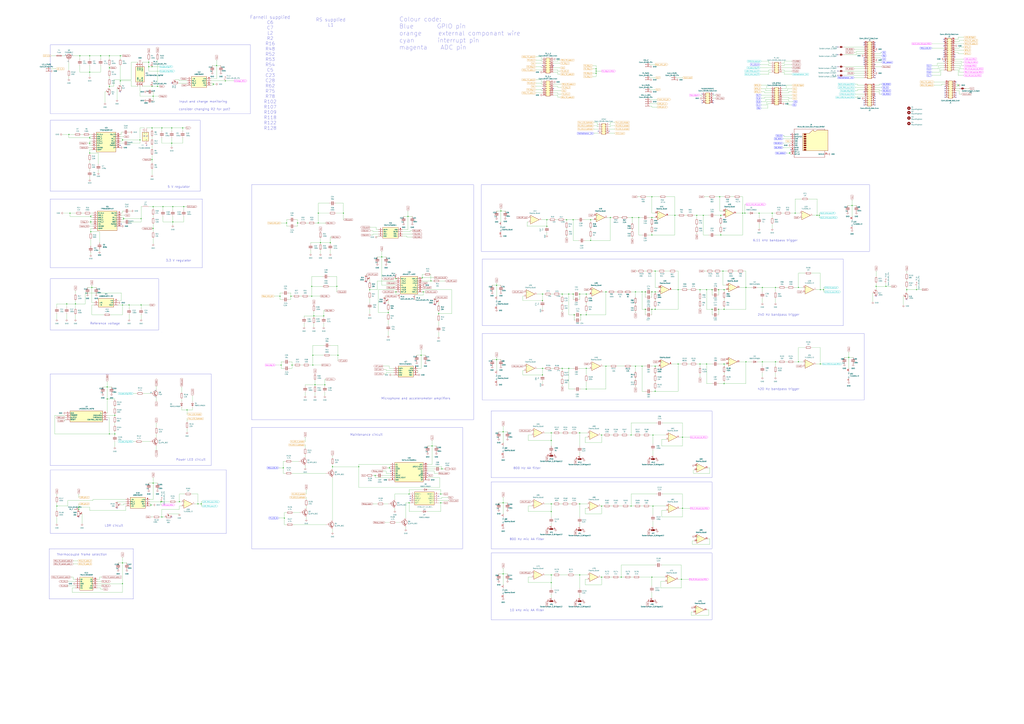
<source format=kicad_sch>
(kicad_sch (version 20231120) (generator "eeschema") (generator_version "8.0")
  (paper "A0")
  (junction (at 749.3 339.09))
  (junction (at 176.53 148.59))
  (junction (at 474.98 574.04))
  (junction (at 172.72 77.47))
  (junction (at 208.28 582.93))
  (junction (at 927.1 420.37))
  (junction (at 836.93 273.05))
  (junction (at 490.22 322.58))
  (junction (at 839.47 314.96))
  (junction (at 345.44 259.08))
  (junction (at 1052.83 336.55))
  (junction (at 674.37 365.76))
  (junction (at 820.42 336.55))
  (junction (at 756.92 339.09))
  (junction (at 756.92 228.6))
  (junction (at 91.44 591.82))
  (junction (at 398.78 247.65))
  (junction (at 834.39 336.55))
  (junction (at 77.47 353.06))
  (junction (at 657.86 255.27))
  (junction (at 840.74 359.41))
  (junction (at 840.74 445.77))
  (junction (at 337.82 344.17))
  (junction (at 339.09 424.18))
  (junction (at 760.73 359.41))
  (junction (at 673.1 502.92))
  (junction (at 927.1 334.01))
  (junction (at 509.27 364.49))
  (junction (at 703.58 425.45))
  (junction (at 386.08 542.29))
  (junction (at 392.43 412.75))
  (junction (at 635 262.89))
  (junction (at 791.21 673.1))
  (junction (at 177.8 265.43))
  (junction (at 330.2 601.98))
  (junction (at 732.79 505.46))
  (junction (at 1028.7 332.74))
  (junction (at 199.39 148.59))
  (junction (at 199.39 166.37))
  (junction (at 133.35 482.6))
  (junction (at 680.72 452.12))
  (junction (at 581.66 245.11))
  (junction (at 92.71 64.77))
  (junction (at 685.8 255.27))
  (junction (at 792.48 508))
  (junction (at 172.72 72.39))
  (junction (at 652.78 341.63))
  (junction (at 143.51 254))
  (junction (at 87.63 353.06))
  (junction (at 106.68 334.01))
  (junction (at 81.28 247.65))
  (junction (at 787.4 422.91))
  (junction (at 105.41 269.24))
  (junction (at 363.22 424.18))
  (junction (at 501.65 518.16))
  (junction (at 124.46 463.55))
  (junction (at 584.2 501.65))
  (junction (at 698.5 588.01))
  (junction (at 900.43 420.37))
  (junction (at 640.08 585.47))
  (junction (at 756.92 359.41))
  (junction (at 162.56 162.56))
  (junction (at 900.43 334.01))
  (junction (at 816.61 250.19))
  (junction (at 435.61 552.45))
  (junction (at 363.22 412.75))
  (junction (at 177.8 111.76))
  (junction (at 737.87 425.45))
  (junction (at 459.74 339.09))
  (junction (at 186.69 582.93))
  (junction (at 952.5 422.91))
  (junction (at 660.4 341.63))
  (junction (at 251.46 76.2))
  (junction (at 760.73 339.09))
  (junction (at 635 255.27))
  (junction (at 708.66 252.73))
  (junction (at 745.49 425.45))
  (junction (at 836.93 250.19))
  (junction (at 673.1 585.47))
  (junction (at 369.57 247.65))
  (junction (at 328.93 543.56))
  (junction (at 187.96 148.59))
  (junction (at 745.49 339.09))
  (junction (at 361.95 344.17))
  (junction (at 673.1 668.02))
  (junction (at 139.7 93.98))
  (junction (at 703.58 339.09))
  (junction (at 473.71 251.46))
  (junction (at 142.24 654.05))
  (junction (at 364.49 367.03))
  (junction (at 680.72 341.63))
  (junction (at 361.95 332.74))
  (junction (at 80.01 156.21))
  (junction (at 721.36 670.56))
  (junction (at 749.3 359.41))
  (junction (at 783.59 250.19))
  (junction (at 104.14 177.8))
  (junction (at 124.46 449.58))
  (junction (at 372.11 281.94))
  (junction (at 808.99 250.19))
  (junction (at 189.23 240.03))
  (junction (at 325.12 344.17))
  (junction (at 200.66 257.81))
  (junction (at 864.87 247.65))
  (junction (at 732.79 588.01))
  (junction (at 866.14 420.37))
  (junction (at 629.92 341.63))
  (junction (at 383.54 281.94))
  (junction (at 792.48 590.55))
  (junction (at 741.68 252.73))
  (junction (at 640.08 668.02))
  (junction (at 326.39 424.18))
  (junction (at 375.92 367.03))
  (junction (at 896.62 247.65))
  (junction (at 261.62 93.98))
  (junction (at 149.86 354.33))
  (junction (at 756.92 670.56))
  (junction (at 127 100.33))
  (junction (at 652.78 427.99))
  (junction (at 142.24 162.56))
  (junction (at 104.14 160.02))
  (junction (at 511.81 574.04))
  (junction (at 629.92 427.99))
  (junction (at 104.14 166.37))
  (junction (at 104.14 64.77))
  (junction (at 116.84 64.77))
  (junction (at 377.19 447.04))
  (junction (at 513.08 544.83))
  (junction (at 952.5 336.55))
  (junction (at 332.74 259.08))
  (junction (at 450.85 363.22))
  (junction (at 584.2 584.2))
  (junction (at 629.92 349.25))
  (junction (at 698.5 670.56))
  (junction (at 182.88 100.33))
  (junction (at 787.4 336.55))
  (junction (at 673.1 341.63))
  (junction (at 760.73 314.96))
  (junction (at 665.48 341.63))
  (junction (at 985.52 415.29))
  (junction (at 488.95 412.75))
  (junction (at 576.58 331.47))
  (junction (at 391.16 332.74))
  (junction (at 104.14 83.82))
  (junction (at 812.8 336.55))
  (junction (at 885.19 420.37))
  (junction (at 139.7 64.77))
  (junction (at 923.29 247.65))
  (junction (at 105.41 251.46))
  (junction (at 692.15 85.09))
  (junction (at 217.17 476.25))
  (junction (at 176.53 185.42))
  (junction (at 758.19 505.46))
  (junction (at 1064.26 336.55))
  (junction (at 640.08 676.91))
  (junction (at 1017.27 332.74))
  (junction (at 948.69 250.19))
  (junction (at 213.36 240.03))
  (junction (at 666.75 365.76))
  (junction (at 177.8 240.03))
  (junction (at 916.94 177.8))
  (junction (at 142.24 354.33))
  (junction (at 105.41 257.81))
  (junction (at 826.77 336.55))
  (junction (at 640.08 594.36))
  (junction (at 175.26 586.74))
  (junction (at 680.72 427.99))
  (junction (at 200.66 240.03))
  (junction (at 866.14 334.01))
  (junction (at 885.19 334.01))
  (junction (at 956.31 336.55))
  (junction (at 142.24 678.18))
  (junction (at 698.5 505.46))
  (junction (at 212.09 148.59))
  (junction (at 629.92 435.61))
  (junction (at 760.73 425.45))
  (junction (at 176.53 77.47))
  (junction (at 491.49 339.09))
  (junction (at 640.08 502.92))
  (junction (at 835.66 228.6))
  (junction (at 133.35 504.19))
  (junction (at 756.92 252.73))
  (junction (at 127 504.19))
  (junction (at 665.48 255.27))
  (junction (at 233.68 585.47))
  (junction (at 229.87 585.47))
  (junction (at 452.12 543.56))
  (junction (at 127 64.77))
  (junction (at 365.76 447.04))
  (junction (at 758.19 588.01))
  (junction (at 247.65 97.79))
  (junction (at 576.58 417.83))
  (junction (at 737.87 339.09))
  (junction (at 951.23 250.19))
  (junction (at 640.08 511.81))
  (junction (at 163.83 354.33))
  (junction (at 459.74 323.85))
  (junction (at 989.33 238.76))
  (junction (at 177.8 561.34))
  (junction (at 500.38 326.39))
  (junction (at 734.06 252.73))
  (junction (at 416.56 542.29))
  (junction (at 474.98 584.2))
  (junction (at 127 78.74))
  (junction (at 756.92 273.05))
  (junction (at 840.74 422.91))
  (junction (at 163.83 254))
  (junction (at 692.15 82.55))
  (junction (at 429.26 336.55))
  (junction (at 834.39 359.41))
  (junction (at 812.8 422.91))
  (junction (at 584.2 666.75))
  (junction (at 66.04 588.01))
  (junction (at 881.38 247.65))
  (junction (at 685.8 279.4))
  (junction (at 1112.52 99.06))
  (junction (at 176.53 100.33))
  (junction (at 369.57 259.08))
  (junction (at 760.73 454.66))
  (junction (at 443.23 298.45))
  (junction (at 187.96 600.71))
  (junction (at 91.44 589.28))
  (junction (at 692.15 80.01))
  (junction (at 680.72 365.76))
  (junction (at 511.81 584.2))
  (junction (at 660.4 427.99))
  (junction (at 826.77 359.41))
  (junction (at 187.96 582.93))
  (junction (at 840.74 336.55))
  (junction (at 862.33 247.65))
  (junction (at 820.42 422.91))
  (no_connect (at 1016 90.17))
  (no_connect (at 694.69 152.4))
  (no_connect (at 1096.01 66.04))
  (no_connect (at 1003.3 119.38))
  (no_connect (at 972.82 63.5))
  (no_connect (at 505.46 354.33))
  (no_connect (at 918.21 173.99))
  (no_connect (at 199.39 96.52))
  (no_connect (at 1097.28 110.49))
  (no_connect (at 1016 119.38))
  (no_connect (at 1017.27 344.17))
  (no_connect (at 1016 114.3))
  (no_connect (at 1016 49.53))
  (no_connect (at 815.34 109.22))
  (no_connect (at 1016 111.76))
  (no_connect (at 629.92 102.87))
  (no_connect (at 1016 52.07))
  (no_connect (at 1097.28 107.95))
  (no_connect (at 1003.3 121.92))
  (no_connect (at 199.39 600.71))
  (no_connect (at 509.27 576.58))
  (no_connect (at 139.7 106.68))
  (no_connect (at 828.04 109.22))
  (no_connect (at 140.97 260.35))
  (no_connect (at 972.82 54.61))
  (no_connect (at 1003.3 52.07))
  (no_connect (at 1097.28 105.41))
  (no_connect (at 425.45 327.66))
  (no_connect (at 1109.98 95.25))
  (no_connect (at 1052.83 347.98))
  (no_connect (at 918.21 156.21))
  (no_connect (at 1003.3 67.31))
  (no_connect (at 1108.71 66.04))
  (no_connect (at 453.39 547.37))
  (no_connect (at 1096.01 58.42))
  (no_connect (at 1003.3 49.53))
  (no_connect (at 1096.01 53.34))
  (no_connect (at 496.57 549.91))
  (no_connect (at 707.39 152.4))
  (no_connect (at 170.18 168.91))
  (no_connect (at 1016 87.63))
  (no_connect (at 1108.71 63.5))
  (no_connect (at 476.25 576.58))
  (no_connect (at 91.44 600.71))
  (no_connect (at 135.89 590.55))
  (no_connect (at 972.82 87.63))
  (no_connect (at 642.62 102.87))
  (no_connect (at 642.62 76.2))
  (no_connect (at 1097.28 102.87))
  (no_connect (at 1003.3 72.39))
  (no_connect (at 972.82 77.47))
  (no_connect (at 1096.01 45.72))
  (no_connect (at 1016 82.55))
  (no_connect (at 124.46 487.68))
  (no_connect (at 1097.28 113.03))
  (no_connect (at 1003.3 116.84))
  (no_connect (at 1003.3 74.93))
  (no_connect (at 1109.98 107.95))
  (no_connect (at 1096.01 48.26))
  (no_connect (at 1016 121.92))
  (no_connect (at 972.82 82.55))
  (no_connect (at 1016 74.93))
  (no_connect (at 1016 54.61))
  (no_connect (at 1016 116.84))
  (no_connect (at 1097.28 100.33))
  (no_connect (at 1016 109.22))
  (no_connect (at 1016 80.01))
  (no_connect (at 828.04 116.84))
  (no_connect (at 476.25 581.66))
  (no_connect (at 629.92 76.2))
  (no_connect (at 815.34 116.84))
  (no_connect (at 828.04 119.38))
  (no_connect (at 139.7 168.91))
  (no_connect (at 1003.3 106.68))
  (no_connect (at 127 110.49))
  (no_connect (at 815.34 119.38))
  (no_connect (at 1109.98 110.49))
  (no_connect (at 1016 59.69))
  (no_connect (at 1109.98 113.03))
  (no_connect (at 1003.3 69.85))
  (no_connect (at 1096.01 71.12))
  (no_connect (at 1096.01 60.96))
  (no_connect (at 447.04 353.06))
  (no_connect (at 1096.01 63.5))
  (no_connect (at 476.25 579.12))
  (wire (pts (xy 1021.08 97.79) (xy 1023.62 97.79)))
  (wire (pts (xy 78.74 588.01) (xy 66.04 588.01)))
  (wire (pts (xy 892.81 76.2) (xy 892.81 74.93)))
  (wire (pts (xy 915.67 114.3) (xy 919.48 114.3)))
  (wire (pts (xy 496.57 594.36) (xy 511.81 594.36)))
  (wire (pts (xy 880.11 420.37) (xy 885.19 420.37)))
  (wire (pts (xy 496.57 547.37) (xy 504.19 547.37)))
  (wire (pts (xy 149.86 354.33) (xy 149.86 358.14)))
  (wire (pts (xy 488.95 594.36) (xy 474.98 594.36)))
  (wire (pts (xy 642.62 585.47) (xy 640.08 585.47)))
  (wire (pts (xy 354.33 528.32) (xy 354.33 530.86)))
  (wire (pts (xy 741.68 252.73) (xy 741.68 273.05)))
  (wire (pts (xy 673.1 341.63) (xy 680.72 341.63)))
  (wire (pts (xy 991.87 85.09) (xy 1003.3 85.09)))
  (wire (pts (xy 623.57 341.63) (xy 629.92 341.63)))
  (wire (pts (xy 74.93 487.68) (xy 76.2 487.68)))
  (wire (pts (xy 509.27 581.66) (xy 520.7 581.66)))
  (wire (pts (xy 889 105.41) (xy 889 102.87)))
  (wire (pts (xy 864.87 247.65) (xy 868.68 247.65)))
  (wire (pts (xy 732.79 491.49) (xy 732.79 505.46)))
  (wire (pts (xy 176.53 100.33) (xy 182.88 100.33)))
  (wire (pts (xy 1109.98 100.33) (xy 1112.52 100.33)))
  (wire (pts (xy 756.92 247.65) (xy 756.92 228.6)))
  (wire (pts (xy 745.49 273.05) (xy 741.68 273.05)))
  (wire (pts (xy 826.77 445.77) (xy 820.42 445.77)))
  (wire (pts (xy 107.95 581.66) (xy 78.74 581.66)))
  (wire (pts (xy 213.36 243.84) (xy 213.36 240.03)))
  (wire (pts (xy 182.88 100.33) (xy 185.42 100.33)))
  (wire (pts (xy 756.92 688.34) (xy 756.92 694.69)))
  (wire (pts (xy 617.22 670.56) (xy 613.41 670.56)))
  (wire (pts (xy 74.93 485.14) (xy 76.2 485.14)))
  (wire (pts (xy 674.37 452.12) (xy 680.72 452.12)))
  (wire (pts (xy 864.87 237.49) (xy 864.87 247.65)))
  (wire (pts (xy 622.3 66.04) (xy 628.65 66.04)))
  (wire (pts (xy 457.2 433.07) (xy 448.31 433.07)))
  (wire (pts (xy 640.08 668.02) (xy 640.08 676.91)))
  (wire (pts (xy 660.4 427.99) (xy 665.48 427.99)))
  (wire (pts (xy 133.35 504.19) (xy 133.35 505.46)))
  (wire (pts (xy 92.71 76.2) (xy 92.71 83.82)))
  (wire (pts (xy 473.71 245.11) (xy 473.71 251.46)))
  (wire (pts (xy 195.58 596.9) (xy 208.28 596.9)))
  (wire (pts (xy 452.12 425.45) (xy 452.12 427.99)))
  (wire (pts (xy 212.09 148.59) (xy 215.9 148.59)))
  (wire (pts (xy 640.08 511.81) (xy 640.08 518.16)))
  (wire (pts (xy 629.92 435.61) (xy 607.06 435.61)))
  (wire (pts (xy 364.49 375.92) (xy 364.49 379.73)))
  (wire (pts (xy 335.28 340.36) (xy 337.82 340.36)))
  (wire (pts (xy 501.65 511.81) (xy 501.65 518.16)))
  (wire (pts (xy 91.44 585.47) (xy 91.44 589.28)))
  (wire (pts (xy 576.58 417.83) (xy 581.66 417.83)))
  (wire (pts (xy 443.23 292.1) (xy 443.23 298.45)))
  (wire (pts (xy 607.06 435.61) (xy 607.06 430.53)))
  (wire (pts (xy 836.93 260.35) (xy 836.93 262.89)))
  (wire (pts (xy 127 485.14) (xy 127 504.19)))
  (wire (pts (xy 176.53 148.59) (xy 187.96 148.59)))
  (wire (pts (xy 900.43 420.37) (xy 900.43 425.45)))
  (wire (pts (xy 217.17 486.41) (xy 217.17 490.22)))
  (wire (pts (xy 1116.33 73.66) (xy 1116.33 76.2)))
  (wire (pts (xy 146.05 588.01) (xy 146.05 593.09)))
  (wire (pts (xy 474.98 584.2) (xy 471.17 584.2)))
  (wire (pts (xy 471.17 584.2) (xy 471.17 601.98)))
  (wire (pts (xy 448.31 433.07) (xy 448.31 434.34)))
  (wire (pts (xy 692.15 82.55) (xy 698.5 82.55)))
  (wire (pts (xy 808.99 250.19) (xy 808.99 254)))
  (wire (pts (xy 1118.87 76.2) (xy 1116.33 76.2)))
  (wire (pts (xy 895.35 102.87) (xy 890.27 102.87)))
  (wire (pts (xy 105.41 293.37) (xy 105.41 295.91)))
  (wire (pts (xy 105.41 250.19) (xy 105.41 251.46)))
  (wire (pts (xy 176.53 158.75) (xy 176.53 161.29)))
  (wire (pts (xy 1064.26 332.74) (xy 1064.26 336.55)))
  (wire (pts (xy 116.84 64.77) (xy 116.84 68.58)))
  (wire (pts (xy 360.68 281.94) (xy 372.11 281.94)))
  (wire (pts (xy 915.67 118.11) (xy 920.75 118.11)))
  (wire (pts (xy 483.87 412.75) (xy 488.95 412.75)))
  (wire (pts (xy 187.96 586.74) (xy 186.69 586.74)))
  (wire (pts (xy 127 88.9) (xy 127 91.44)))
  (wire (pts (xy 439.42 274.32) (xy 438.15 274.32)))
  (wire (pts (xy 320.04 424.18) (xy 326.39 424.18)))
  (wire (pts (xy 87.63 353.06) (xy 99.06 353.06)))
  (wire (pts (xy 478.79 267.97) (xy 476.25 267.97)))
  (wire (pts (xy 383.54 412.75) (xy 392.43 412.75)))
  (wire (pts (xy 358.14 344.17) (xy 361.95 344.17)))
  (wire (pts (xy 792.48 508) (xy 792.48 518.16)))
  (wire (pts (xy 163.83 254) (xy 163.83 257.81)))
  (wire (pts (xy 187.96 160.02) (xy 187.96 166.37)))
  (wire (pts (xy 1115.06 76.2) (xy 1115.06 80.01)))
  (wire (pts (xy 934.72 317.5) (xy 927.1 317.5)))
  (wire (pts (xy 208.28 92.71) (xy 208.28 93.98)))
  (wire (pts (xy 685.8 279.4) (xy 708.66 279.4)))
  (wire (pts (xy 895.35 105.41) (xy 889 105.41)))
  (wire (pts (xy 85.09 655.32) (xy 90.17 655.32)))
  (wire (pts (xy 429.26 335.28) (xy 429.26 336.55)))
  (wire (pts (xy 756.92 339.09) (xy 756.92 345.44)))
  (wire (pts (xy 175.26 600.71) (xy 177.8 600.71)))
  (wire (pts (xy 377.19 360.68) (xy 375.92 360.68)))
  (wire (pts (xy 105.41 269.24) (xy 105.41 265.43)))
  (wire (pts (xy 721.36 656.59) (xy 721.36 670.56)))
  (wire (pts (xy 647.7 100.33) (xy 642.62 100.33)))
  (wire (pts (xy 210.82 463.55) (xy 210.82 466.09)))
  (wire (pts (xy 66.04 588.01) (xy 66.04 593.09)))
  (wire (pts (xy 703.58 425.45) (xy 699.77 425.45)))
  (wire (pts (xy 908.05 81.28) (xy 910.59 81.28)))
  (wire (pts (xy 900.43 420.37) (xy 904.24 420.37)))
  (wire (pts (xy 993.14 113.03) (xy 995.68 113.03)))
  (wire (pts (xy 923.29 247.65) (xy 928.37 247.65)))
  (wire (pts (xy 773.43 228.6) (xy 783.59 228.6)))
  (wire (pts (xy 883.92 102.87) (xy 889 102.87)))
  (wire (pts (xy 689.61 149.86) (xy 694.69 149.86)))
  (wire (pts (xy 622.3 92.71) (xy 628.65 92.71)))
  (wire (pts (xy 674.37 365.76) (xy 680.72 365.76)))
  (wire (pts (xy 607.06 344.17) (xy 608.33 344.17)))
  (wire (pts (xy 340.36 609.6) (xy 378.46 609.6)))
  (wire (pts (xy 116.84 64.77) (xy 127 64.77)))
  (wire (pts (xy 635 262.89) (xy 612.14 262.89)))
  (wire (pts (xy 632.46 668.02) (xy 640.08 668.02)))
  (wire (pts (xy 66.04 364.49) (xy 66.04 370.84)))
  (wire (pts (xy 947.42 422.91) (xy 952.5 422.91)))
  (wire (pts (xy 511.81 584.2) (xy 509.27 584.2)))
  (wire (pts (xy 883.92 114.3) (xy 887.73 114.3)))
  (wire (pts (xy 354.33 455.93) (xy 354.33 459.74)))
  (wire (pts (xy 128.27 365.76) (xy 142.24 365.76)))
  (wire (pts (xy 756.92 339.09) (xy 760.73 339.09)))
  (wire (pts (xy 760.73 656.59) (xy 721.36 656.59)))
  (wire (pts (xy 952.5 247.65) (xy 951.23 247.65)))
  (wire (pts (xy 330.2 601.98) (xy 330.2 609.6)))
  (wire (pts (xy 210.82 449.58) (xy 210.82 455.93)))
  (wire (pts (xy 181.61 462.28) (xy 181.61 466.09)))
  (wire (pts (xy 132.08 100.33) (xy 127 100.33)))
  (wire (pts (xy 104.14 161.29) (xy 106.68 161.29)))
  (wire (pts (xy 812.8 336.55) (xy 820.42 336.55)))
  (wire (pts (xy 143.51 254) (xy 163.83 254)))
  (wire (pts (xy 430.53 267.97) (xy 433.07 267.97)))
  (wire (pts (xy 251.46 76.2) (xy 251.46 91.44)))
  (wire (pts (xy 132.08 92.71) (xy 132.08 100.33)))
  (wire (pts (xy 372.11 281.94) (xy 372.11 283.21)))
  (wire (pts (xy 787.4 454.66) (xy 787.4 422.91)))
  (wire (pts (xy 364.49 367.03) (xy 375.92 367.03)))
  (wire (pts (xy 820.42 336.55) (xy 826.77 336.55)))
  (wire (pts (xy 808.99 261.62) (xy 808.99 262.89)))
  (wire (pts (xy 1013.46 340.36) (xy 1013.46 350.52)))
  (wire (pts (xy 628.65 71.12) (xy 628.65 69.85)))
  (wire (pts (xy 802.64 711.2) (xy 805.18 711.2)))
  (wire (pts (xy 858.52 334.01) (xy 866.14 334.01)))
  (wire (pts (xy 642.62 668.02) (xy 640.08 668.02)))
  (wire (pts (xy 744.22 505.46) (xy 746.76 505.46)))
  (wire (pts (xy 756.92 270.51) (xy 756.92 273.05)))
  (wire (pts (xy 133.35 481.33) (xy 133.35 482.6)))
  (wire (pts (xy 345.44 262.89) (xy 345.44 259.08)))
  (wire (pts (xy 91.44 591.82) (xy 91.44 593.09)))
  (wire (pts (xy 251.46 76.2) (xy 256.54 76.2)))
  (wire (pts (xy 104.14 262.89) (xy 107.95 262.89)))
  (wire (pts (xy 162.56 148.59) (xy 167.64 148.59)))
  (wire (pts (xy 910.59 157.48) (xy 910.59 158.75)))
  (wire (pts (xy 1113.79 83.82) (xy 1113.79 78.74)))
  (wire (pts (xy 453.39 549.91) (xy 448.31 549.91)))
  (wire (pts (xy 760.73 452.12) (xy 760.73 454.66)))
  (wire (pts (xy 492.76 318.77) (xy 490.22 318.77)))
  (wire (pts (xy 834.39 445.77) (xy 840.74 445.77)))
  (wire (pts (xy 629.92 95.25) (xy 628.65 95.25)))
  (wire (pts (xy 76.2 482.6) (xy 63.5 482.6)))
  (wire (pts (xy 142.24 647.7) (xy 142.24 654.05)))
  (wire (pts (xy 756.92 123.19) (xy 756.92 124.46)))
  (wire (pts (xy 105.41 251.46) (xy 81.28 251.46)))
  (wire (pts (xy 340.36 595.63) (xy 347.98 595.63)))
  (wire (pts (xy 642.62 110.49) (xy 647.7 110.49)))
  (wire (pts (xy 734.06 275.59) (xy 734.06 276.86)))
  (wire (pts (xy 839.47 331.47) (xy 839.47 314.96)))
  (wire (pts (xy 497.84 568.96) (xy 511.81 568.96)))
  (wire (pts (xy 866.14 334.01) (xy 872.49 334.01)))
  (wire (pts (xy 839.47 245.11) (xy 835.66 245.11)))
  (wire (pts (xy 472.44 275.59) (xy 472.44 274.32)))
  (wire (pts (xy 104.14 83.82) (xy 116.84 83.82)))
  (wire (pts (xy 728.98 505.46) (xy 732.79 505.46)))
  (wire (pts (xy 913.13 99.06) (xy 919.48 99.06)))
  (wire (pts (xy 142.24 354.33) (xy 142.24 365.76)))
  (wire (pts (xy 474.98 594.36) (xy 474.98 584.2)))
  (wire (pts (xy 660.4 452.12) (xy 660.4 427.99)))
  (wire (pts (xy 176.53 185.42) (xy 176.53 189.23)))
  (wire (pts (xy 994.41 59.69) (xy 994.41 60.96)))
  (wire (pts (xy 866.14 237.49) (xy 864.87 237.49)))
  (wire (pts (xy 756.92 670.56) (xy 772.16 670.56)))
  (wire (pts (xy 673.1 585.47) (xy 673.1 600.71)))
  (wire (pts (xy 504.19 547.37) (xy 504.19 549.91)))
  (wire (pts (xy 708.66 670.56) (xy 711.2 670.56)))
  (wire (pts (xy 347.98 344.17) (xy 350.52 344.17)))
  (wire (pts (xy 81.28 247.65) (xy 81.28 251.46)))
  (wire (pts (xy 496.57 539.75) (xy 501.65 539.75)))
  (wire (pts (xy 769.62 574.04) (xy 792.48 574.04)))
  (wire (pts (xy 342.9 255.27) (xy 345.44 255.27)))
  (wire (pts (xy 703.58 365.76) (xy 703.58 339.09)))
  (wire (pts (xy 1022.35 60.96) (xy 1022.35 62.23)))
  (wire (pts (xy 335.28 347.98) (xy 337.82 347.98)))
  (wire (pts (xy 908.05 102.87) (xy 913.13 102.87)))
  (wire (pts (xy 883.92 99.06) (xy 890.27 99.06)))
  (wire (pts (xy 1113.79 48.26) (xy 1113.79 46.99)))
  (wire (pts (xy 882.65 74.93) (xy 892.81 74.93)))
  (wire (pts (xy 916.94 176.53) (xy 918.21 176.53)))
  (wire (pts (xy 698.5 505.46) (xy 701.04 505.46)))
  (wire (pts (xy 119.38 684.53) (xy 116.84 684.53)))
  (wire (pts (xy 1092.2 81.28) (xy 1092.2 87.63)))
  (wire (pts (xy 233.68 588.01) (xy 234.95 588.01)))
  (wire (pts (xy 104.14 76.2) (xy 104.14 83.82)))
  (wire (pts (xy 718.82 505.46) (xy 721.36 505.46)))
  (wire (pts (xy 579.12 584.2) (xy 584.2 584.2)))
  (wire (pts (xy 336.55 420.37) (xy 339.09 420.37)))
  (wire (pts (xy 439.42 271.78) (xy 433.07 271.78)))
  (wire (pts (xy 660.4 502.92) (xy 662.94 502.92)))
  (wire (pts (xy 840.74 443.23) (xy 840.74 445.77)))
  (wire (pts (xy 444.5 552.45) (xy 453.39 552.45)))
  (wire (pts (xy 513.08 544.83) (xy 515.62 544.83)))
  (wire (pts (xy 760.73 454.66) (xy 787.4 454.66)))
  (wire (pts (xy 647.7 110.49) (xy 647.7 113.03)))
  (wire (pts (xy 332.74 255.27) (xy 332.74 259.08)))
  (wire (pts (xy 840.74 228.6) (xy 835.66 228.6)))
  (wire (pts (xy 212.09 166.37) (xy 212.09 160.02)))
  (wire (pts (xy 622.3 100.33) (xy 629.92 100.33)))
  (wire (pts (xy 189.23 240.03) (xy 189.23 243.84)))
  (wire (pts (xy 339.09 424.18) (xy 339.09 420.37)))
  (wire (pts (xy 885.19 420.37) (xy 885.19 425.45)))
  (wire (pts (xy 115.57 673.1) (xy 113.03 673.1)))
  (wire (pts (xy 172.72 82.55) (xy 185.42 82.55)))
  (wire (pts (xy 787.4 314.96) (xy 787.4 336.55)))
  (wire (pts (xy 467.36 266.7) (xy 473.71 266.7)))
  (wire (pts (xy 133.35 464.82) (xy 133.35 463.55)))
  (wire (pts (xy 642.62 97.79) (xy 651.51 97.79)))
  (wire (pts (xy 613.41 511.81) (xy 640.08 511.81)))
  (wire (pts (xy 104.14 163.83) (xy 106.68 163.83)))
  (wire (pts (xy 768.35 600.71) (xy 792.48 600.71)))
  (wire (pts (xy 1115.06 80.01) (xy 1118.87 80.01)))
  (wire (pts (xy 104.14 177.8) (xy 104.14 173.99)))
  (wire (pts (xy 762 574.04) (xy 732.79 574.04)))
  (wire (pts (xy 501.65 518.16) (xy 506.73 518.16)))
  (wire (pts (xy 74.93 488.95) (xy 74.93 487.68)))
  (wire (pts (xy 365.76 441.96) (xy 365.76 447.04)))
  (wire (pts (xy 692.15 88.9) (xy 688.34 88.9)))
  (wire (pts (xy 113.03 680.72) (xy 118.11 680.72)))
  (wire (pts (xy 105.41 265.43) (xy 107.95 265.43)))
  (wire (pts (xy 980.44 87.63) (xy 1003.3 87.63)))
  (wire (pts (xy 628.65 104.14) (xy 628.65 105.41)))
  (wire (pts (xy 383.54 275.59) (xy 383.54 281.94)))
  (wire (pts (xy 139.7 586.74) (xy 143.51 586.74)))
  (wire (pts (xy 140.97 255.27) (xy 143.51 255.27)))
  (wire (pts (xy 326.39 424.18) (xy 326.39 427.99)))
  (wire (pts (xy 915.67 106.68) (xy 919.48 106.68)))
  (wire (pts (xy 908.05 113.03) (xy 915.67 113.03)))
  (wire (pts (xy 647.7 255.27) (xy 645.16 255.27)))
  (wire (pts (xy 908.05 78.74) (xy 919.48 78.74)))
  (wire (pts (xy 737.87 425.45) (xy 737.87 431.8)))
  (wire (pts (xy 1003.3 111.76) (xy 995.68 111.76)))
  (wire (pts (xy 453.39 554.99) (xy 435.61 554.99)))
  (wire (pts (xy 744.22 588.01) (xy 746.76 588.01)))
  (wire (pts (xy 369.57 247.65) (xy 382.27 247.65)))
  (wire (pts (xy 325.12 344.17) (xy 325.12 347.98)))
  (wire (pts (xy 66.04 353.06) (xy 77.47 353.06)))
  (wire (pts (xy 1109.98 105.41) (xy 1113.79 105.41)))
  (wire (pts (xy 355.6 577.85) (xy 355.6 580.39)))
  (wire (pts (xy 496.57 554.99) (xy 510.54 554.99)))
  (wire (pts (xy 386.08 614.68) (xy 386.08 618.49)))
  (wire (pts (xy 488.95 412.75) (xy 494.03 412.75)))
  (wire (pts (xy 909.32 157.48) (xy 910.59 157.48)))
  (wire (pts (xy 632.46 341.63) (xy 629.92 341.63)))
  (wire (pts (xy 354.33 448.31) (xy 354.33 447.04)))
  (wire (pts (xy 204.47 582.93) (xy 208.28 582.93)))
  (wire (pts (xy 208.28 582.93) (xy 210.82 582.93)))
  (wire (pts (xy 360.68 290.83) (xy 360.68 294.64)))
  (wire (pts (xy 862.33 247.65) (xy 864.87 247.65)))
  (wire (pts (xy 66.04 600.71) (xy 66.04 608.33)))
  (wire (pts (xy 908.05 105.41) (xy 914.4 105.41)))
  (wire (pts (xy 803.91 632.46) (xy 803.91 628.65)))
  (wire (pts (xy 490.22 322.58) (xy 504.19 322.58)))
  (wire (pts (xy 378.46 440.69) (xy 377.19 440.69)))
  (wire (pts (xy 673.1 690.88) (xy 673.1 694.69)))
  (wire (pts (xy 843.28 331.47) (xy 839.47 331.47)))
  (wire (pts (xy 328.93 535.94) (xy 328.93 543.56)))
  (wire (pts (xy 152.4 92.71) (xy 132.08 92.71)))
  (wire (pts (xy 182.88 100.33) (xy 182.88 69.85)))
  (wire (pts (xy 991.87 60.96) (xy 994.41 60.96)))
  (wire (pts (xy 640.08 676.91) (xy 640.08 683.26)))
  (wire (pts (xy 892.81 81.28) (xy 892.81 82.55)))
  (wire (pts (xy 187.96 582.93) (xy 196.85 582.93)))
  (wire (pts (xy 337.82 347.98) (xy 337.82 344.17)))
  (wire (pts (xy 524.51 364.49) (xy 509.27 364.49)))
  (wire (pts (xy 326.39 420.37) (xy 328.93 420.37)))
  (wire (pts (xy 882.65 78.74) (xy 895.35 78.74)))
  (wire (pts (xy 459.74 339.09) (xy 459.74 341.63)))
  (wire (pts (xy 756.92 261.62) (xy 756.92 262.89)))
  (wire (pts (xy 779.78 336.55) (xy 787.4 336.55)))
  (wire (pts (xy 756.92 228.6) (xy 750.57 228.6)))
  (wire (pts (xy 584.2 584.2) (xy 589.28 584.2)))
  (wire (pts (xy 72.39 64.77) (xy 74.93 64.77)))
  (wire (pts (xy 142.24 162.56) (xy 162.56 162.56)))
  (wire (pts (xy 670.56 502.92) (xy 673.1 502.92)))
  (wire (pts (xy 943.61 250.19) (xy 948.69 250.19)))
  (wire (pts (xy 149.86 365.76) (xy 149.86 370.84)))
  (wire (pts (xy 881.38 247.65) (xy 881.38 252.73)))
  (wire (pts (xy 698.5 588.01) (xy 698.5 596.9)))
  (wire (pts (xy 652.78 427.99) (xy 652.78 430.53)))
  (wire (pts (xy 229.87 585.47) (xy 233.68 585.47)))
  (wire (pts (xy 149.86 354.33) (xy 163.83 354.33)))
  (wire (pts (xy 885.19 433.07) (xy 885.19 438.15)))
  (wire (pts (xy 584.2 495.3) (xy 584.2 501.65)))
  (wire (pts (xy 918.21 247.65) (xy 923.29 247.65)))
  (wire (pts (xy 892.81 83.82) (xy 895.35 83.82)))
  (wire (pts (xy 1022.35 67.31) (xy 1022.35 68.58)))
  (wire (pts (xy 642.62 71.12) (xy 647.7 71.12)))
  (wire (pts (xy 802.64 715.01) (xy 802.64 711.2)))
  (wire (pts (xy 754.38 588.01) (xy 758.19 588.01)))
  (wire (pts (xy 908.05 76.2) (xy 910.59 76.2)))
  (wire (pts (xy 760.73 356.87) (xy 760.73 359.41)))
  (wire (pts (xy 911.86 420.37) (xy 914.4 420.37)))
  (wire (pts (xy 92.71 83.82) (xy 104.14 83.82)))
  (wire (pts (xy 916.94 179.07) (xy 916.94 177.8)))
  (wire (pts (xy 107.95 257.81) (xy 105.41 257.81)))
  (wire (pts (xy 1113.79 109.22) (xy 1113.79 105.41)))
  (wire (pts (xy 140.97 250.19) (xy 144.78 250.19)))
  (wire (pts (xy 92.71 68.58) (xy 92.71 64.77)))
  (wire (pts (xy 617.22 505.46) (xy 613.41 505.46)))
  (wire (pts (xy 576.58 331.47) (xy 581.66 331.47)))
  (wire (pts (xy 642.62 502.92) (xy 640.08 502.92)))
  (wire (pts (xy 210.82 473.71) (xy 210.82 476.25)))
  (wire (pts (xy 647.7 101.6) (xy 647.7 100.33)))
  (wire (pts (xy 175.26 586.74) (xy 175.26 588.01)))
  (wire (pts (xy 952.5 336.55) (xy 956.31 336.55)))
  (wire (pts (xy 1052.83 336.55) (xy 1052.83 340.36)))
  (wire (pts (xy 330.2 595.63) (xy 330.2 601.98)))
  (wire (pts (xy 1108.71 71.12) (xy 1116.33 71.12)))
  (wire (pts (xy 640.08 608.33) (xy 640.08 610.87)))
  (wire (pts (xy 628.65 77.47) (xy 628.65 78.74)))
  (wire (pts (xy 792.48 574.04) (xy 792.48 590.55)))
  (wire (pts (xy 361.95 344.17) (xy 372.11 344.17)))
  (wire (pts (xy 647.7 83.82) (xy 647.7 86.36)))
  (wire (pts (xy 756.92 670.56) (xy 756.92 680.72)))
  (wire (pts (xy 139.7 166.37) (xy 142.24 166.37)))
  (wire (pts (xy 584.2 666.75) (xy 589.28 666.75)))
  (wire (pts (xy 133.35 513.08) (xy 133.35 519.43)))
  (wire (pts (xy 995.68 99.06) (xy 995.68 97.79)))
  (wire (pts (xy 450.85 360.68) (xy 450.85 363.22)))
  (wire (pts (xy 476.25 269.24) (xy 467.36 269.24)))
  (wire (pts (xy 452.12 542.29) (xy 452.12 543.56)))
  (wire (pts (xy 673.1 427.99) (xy 680.72 427.99)))
  (wire (pts (xy 866.14 314.96) (xy 866.14 334.01)))
  (wire (pts (xy 697.23 505.46) (xy 698.5 505.46)))
  (wire (pts (xy 995.68 104.14) (xy 995.68 105.41)))
  (wire (pts (xy 66.04 356.87) (xy 66.04 353.06)))
  (wire (pts (xy 1082.04 55.88) (xy 1096.01 55.88)))
  (wire (pts (xy 106.68 168.91) (xy 104.14 168.91)))
  (wire (pts (xy 657.86 274.32) (xy 657.86 275.59)))
  (wire (pts (xy 478.79 275.59) (xy 472.44 275.59)))
  (wire (pts (xy 326.39 420.37) (xy 326.39 424.18)))
  (wire (pts (xy 775.97 250.19) (xy 783.59 250.19)))
  (wire (pts (xy 85.09 670.56) (xy 85.09 673.1)))
  (wire (pts (xy 629.92 359.41) (xy 629.92 356.87)))
  (wire (pts (xy 382.27 236.22) (xy 369.57 236.22)))
  (wire (pts (xy 445.77 434.34) (xy 448.31 434.34)))
  (wire (pts (xy 812.8 336.55) (xy 812.8 340.36)))
  (wire (pts (xy 139.7 161.29) (xy 142.24 161.29)))
  (wire (pts (xy 657.86 255.27) (xy 657.86 257.81)))
  (wire (pts (xy 433.07 552.45) (xy 435.61 552.45)))
  (wire (pts (xy 173.99 582.93) (xy 186.69 582.93)))
  (wire (pts (xy 185.42 600.71) (xy 187.96 600.71)))
  (wire (pts (xy 679.45 596.9) (xy 698.5 596.9)))
  (wire (pts (xy 764.54 334.01) (xy 760.73 334.01)))
  (wire (pts (xy 1016 67.31) (xy 1022.35 67.31)))
  (wire (pts (xy 114.3 198.12) (xy 114.3 200.66)))
  (wire (pts (xy 361.95 332.74) (xy 374.65 332.74)))
  (wire (pts (xy 511.81 544.83) (xy 513.08 544.83)))
  (wire (pts (xy 900.43 334.01) (xy 904.24 334.01)))
  (wire (pts (xy 673.1 668.02) (xy 681.99 668.02)))
  (wire (pts (xy 758.19 505.46) (xy 773.43 505.46)))
  (wire (pts (xy 994.41 62.23) (xy 1003.3 62.23)))
  (wire (pts (xy 718.82 588.01) (xy 722.63 588.01)))
  (wire (pts (xy 165.1 72.39) (xy 172.72 72.39)))
  (wire (pts (xy 584.2 577.85) (xy 584.2 584.2)))
  (wire (pts (xy 642.62 73.66) (xy 650.24 73.66)))
  (wire (pts (xy 993.14 97.79) (xy 995.68 97.79)))
  (wire (pts (xy 165.1 100.33) (xy 176.53 100.33)))
  (wire (pts (xy 1108.71 45.72) (xy 1112.52 45.72)))
  (wire (pts (xy 745.49 339.09) (xy 749.3 339.09)))
  (wire (pts (xy 670.56 585.47) (xy 673.1 585.47)))
  (wire (pts (xy 217.17 476.25) (xy 223.52 476.25)))
  (wire (pts (xy 163.83 365.76) (xy 163.83 370.84)))
  (wire (pts (xy 513.08 577.85) (xy 513.08 579.12)))
  (wire (pts (xy 200.66 240.03) (xy 213.36 240.03)))
  (wire (pts (xy 830.58 273.05) (xy 836.93 273.05)))
  (wire (pts (xy 820.42 445.77) (xy 820.42 422.91)))
  (wire (pts (xy 1092.2 81.28) (xy 1096.01 81.28)))
  (wire (pts (xy 105.41 270.51) (xy 105.41 269.24)))
  (wire (pts (xy 105.41 251.46) (xy 105.41 252.73)))
  (wire (pts (xy 694.69 147.32) (xy 693.42 147.32)))
  (wire (pts (xy 688.34 76.2) (xy 692.15 76.2)))
  (wire (pts (xy 177.8 240.03) (xy 189.23 240.03)))
  (wire (pts (xy 762 491.49) (xy 732.79 491.49)))
  (wire (pts (xy 140.97 349.25) (xy 140.97 340.36)))
  (wire (pts (xy 808.99 270.51) (xy 808.99 271.78)))
  (wire (pts (xy 927.1 403.86) (xy 927.1 420.37)))
  (wire (pts (xy 629.92 68.58) (xy 628.65 68.58)))
  (wire (pts (xy 927.1 420.37) (xy 932.18 420.37)))
  (wire (pts (xy 640.08 594.36) (xy 640.08 600.71)))
  (wire (pts (xy 910.59 86.36) (xy 910.59 83.82)))
  (wire (pts (xy 681.99 590.55) (xy 679.45 590.55)))
  (wire (pts (xy 754.38 505.46) (xy 758.19 505.46)))
  (wire (pts (xy 1022.35 62.23) (xy 1016 62.23)))
  (wire (pts (xy 439.42 363.22) (xy 450.85 363.22)))
  (wire (pts (xy 104.14 179.07) (xy 104.14 177.8)))
  (wire (pts (xy 822.96 708.66) (xy 822.96 715.01)))
  (wire (pts (xy 104.14 186.69) (xy 104.14 189.23)))
  (wire (pts (xy 1113.79 55.88) (xy 1113.79 54.61)))
  (wire (pts (xy 433.07 269.24) (xy 439.42 269.24)))
  (wire (pts (xy 716.28 425.45) (xy 725.17 425.45)))
  (wire (pts (xy 81.28 247.65) (xy 87.63 247.65)))
  (wire (pts (xy 855.98 314.96) (xy 852.17 314.96)))
  (wire (pts (xy 245.11 91.44) (xy 251.46 91.44)))
  (wire (pts (xy 783.59 228.6) (xy 783.59 250.19)))
  (wire (pts (xy 622.3 73.66) (xy 629.92 73.66)))
  (wire (pts (xy 679.45 514.35) (xy 698.5 514.35)))
  (wire (pts (xy 745.49 425.45) (xy 745.49 454.66)))
  (wire (pts (xy 647.7 71.12) (xy 647.7 69.85)))
  (wire (pts (xy 617.22 588.01) (xy 613.41 588.01)))
  (wire (pts (xy 830.58 110.49) (xy 828.04 110.49)))
  (wire (pts (xy 429.26 323.85) (xy 429.26 327.66)))
  (wire (pts (xy 514.35 574.04) (xy 511.81 574.04)))
  (wire (pts (xy 450.85 372.11) (xy 450.85 377.19)))
  (wire (pts (xy 386.08 529.59) (xy 386.08 532.13)))
  (wire (pts (xy 184.15 111.76) (xy 177.8 111.76)))
  (wire (pts (xy 679.45 679.45) (xy 698.5 679.45)))
  (wire (pts (xy 172.72 69.85) (xy 172.72 72.39)))
  (wire (pts (xy 177.8 561.34) (xy 182.88 561.34)))
  (wire (pts (xy 895.35 76.2) (xy 892.81 76.2)))
  (wire (pts (xy 991.87 80.01) (xy 1003.3 80.01)))
  (wire (pts (xy 732.79 339.09) (xy 737.87 339.09)))
  (wire (pts (xy 476.25 574.04) (xy 474.98 574.04)))
  (wire (pts (xy 1112.52 87.63) (xy 1118.87 87.63)))
  (wire (pts (xy 754.38 120.65) (xy 763.27 120.65)))
  (wire (pts (xy 795.02 250.19) (xy 797.56 250.19)))
  (wire (pts (xy 820.42 314.96) (xy 817.88 314.96)))
  (wire (pts (xy 788.67 508) (xy 792.48 508)))
  (wire (pts (xy 629.92 349.25) (xy 607.06 349.25)))
  (wire (pts (xy 513.08 542.29) (xy 513.08 544.83)))
  (wire (pts (xy 576.58 417.83) (xy 576.58 430.53)))
  (wire (pts (xy 1021.08 109.22) (xy 1023.62 109.22)))
  (wire (pts (xy 105.41 269.24) (xy 115.57 269.24)))
  (wire (pts (xy 181.61 518.16) (xy 181.61 523.24)))
  (wire (pts (xy 887.73 107.95) (xy 887.73 106.68)))
  (wire (pts (xy 328.93 549.91) (xy 331.47 549.91)))
  (wire (pts (xy 629.92 97.79) (xy 628.65 97.79)))
  (wire (pts (xy 876.3 247.65) (xy 881.38 247.65)))
  (wire (pts (xy 106.68 351.79) (xy 109.22 351.79)))
  (wire (pts (xy 607.06 430.53) (xy 608.33 430.53)))
  (wire (pts (xy 491.49 339.09) (xy 491.49 342.9)))
  (wire (pts (xy 647.7 86.36) (xy 650.24 86.36)))
  (wire (pts (xy 105.41 255.27) (xy 105.41 257.81)))
  (wire (pts (xy 1118.87 46.99) (xy 1113.79 46.99)))
  (wire (pts (xy 510.54 554.99) (xy 510.54 566.42)))
  (wire (pts (xy 1017.27 332.74) (xy 1017.27 336.55)))
  (wire (pts (xy 882.65 86.36) (xy 892.81 86.36)))
  (wire (pts (xy 647.7 69.85) (xy 650.24 69.85)))
  (wire (pts (xy 883.92 106.68) (xy 887.73 106.68)))
  (wire (pts (xy 760.73 314.96) (xy 758.19 314.96)))
  (wire (pts (xy 1116.33 72.39) (xy 1118.87 72.39)))
  (wire (pts (xy 688.34 80.01) (xy 692.15 80.01)))
  (wire (pts (xy 754.38 90.17) (xy 760.73 90.17)))
  (wire (pts (xy 1090.93 78.74) (xy 1090.93 83.82)))
  (wire (pts (xy 642.62 107.95) (xy 647.7 107.95)))
  (wire (pts (xy 993.14 105.41) (xy 995.68 105.41)))
  (wire (pts (xy 139.7 64.77) (xy 139.7 68.58)))
  (wire (pts (xy 910.59 71.12) (xy 919.48 71.12)))
  (wire (pts (xy 1112.52 100.33) (xy 1112.52 99.06)))
  (wire (pts (xy 213.36 240.03) (xy 217.17 240.03)))
  (wire (pts (xy 386.08 539.75) (xy 386.08 542.29)))
  (wire (pts (xy 680.72 341.63) (xy 680.72 344.17)))
  (wire (pts (xy 481.33 342.9) (xy 491.49 342.9)))
  (wire (pts (xy 124.46 443.23) (xy 124.46 449.58)))
  (wire (pts (xy 104.14 205.74) (xy 104.14 208.28)))
  (wire (pts (xy 1108.71 68.58) (xy 1118.87 68.58)))
  (wire (pts (xy 760.73 425.45) (xy 764.54 425.45)))
  (wire (pts (xy 104.14 166.37) (xy 104.14 168.91)))
  (wire (pts (xy 438.15 336.55) (xy 429.26 336.55)))
  (wire (pts (xy 177.8 265.43) (xy 177.8 269.24)))
  (wire (pts (xy 1003.3 99.06) (xy 995.68 99.06)))
  (wire (pts (xy 162.56 148.59) (xy 162.56 162.56)))
  (wire (pts (xy 895.35 81.28) (xy 892.81 81.28)))
  (wire (pts (xy 839.47 314.96) (xy 836.93 314.96)))
  (wire (pts (xy 87.63 353.06) (xy 87.63 358.14)))
  (wire (pts (xy 104.14 160.02) (xy 104.14 161.29)))
  (wire (pts (xy 87.63 683.26) (xy 83.82 683.26)))
  (wire (pts (xy 246.38 76.2) (xy 251.46 76.2)))
  (wire (pts (xy 80.01 156.21) (xy 86.36 156.21)))
  (wire (pts (xy 718.82 252.73) (xy 721.36 252.73)))
  (wire (pts (xy 632.46 585.47) (xy 640.08 585.47)))
  (wire (pts (xy 137.16 354.33) (xy 142.24 354.33)))
  (wire (pts (xy 749.3 339.09) (xy 749.3 345.44)))
  (wire (pts (xy 318.77 344.17) (xy 325.12 344.17)))
  (wire (pts (xy 391.16 332.74) (xy 391.16 321.31)))
  (wire (pts (xy 821.69 626.11) (xy 824.23 626.11)))
  (wire (pts (xy 579.12 501.65) (xy 584.2 501.65)))
  (wire (pts (xy 642.62 427.99) (xy 640.08 427.99)))
  (wire (pts (xy 916.94 177.8) (xy 916.94 176.53)))
  (wire (pts (xy 840.74 356.87) (xy 840.74 359.41)))
  (wire (pts (xy 106.68 334.01) (xy 111.76 334.01)))
  (wire (pts (xy 261.62 93.98) (xy 271.78 93.98)))
  (wire (pts (xy 429.26 359.41) (xy 429.26 364.49)))
  (wire (pts (xy 1090.93 78.74) (xy 1096.01 78.74)))
  (wire (pts (xy 175.26 185.42) (xy 176.53 185.42)))
  (wire (pts (xy 1021.08 106.68) (xy 1021.08 109.22)))
  (wire (pts (xy 505.46 346.71) (xy 505.46 345.44)))
  (wire (pts (xy 444.5 425.45) (xy 452.12 425.45)))
  (wire (pts (xy 439.42 336.55) (xy 439.42 363.22)))
  (wire (pts (xy 673.1 502.92) (xy 681.99 502.92)))
  (wire (pts (xy 1049.02 344.17) (xy 1049.02 354.33)))
  (wire (pts (xy 915.67 107.95) (xy 915.67 106.68)))
  (wire (pts (xy 369.57 236.22) (xy 369.57 247.65)))
  (wire (pts (xy 666.75 365.76) (xy 666.75 372.11)))
  (wire (pts (xy 473.71 251.46) (xy 473.71 266.7)))
  (wire (pts (xy 840.74 359.41) (xy 866.14 359.41)))
  (wire (pts (xy 652.78 438.15) (xy 652.78 439.42)))
  (wire (pts (xy 909.32 161.29) (xy 918.21 161.29)))
  (wire (pts (xy 737.87 439.42) (xy 737.87 440.69)))
  (wire (pts (xy 685.8 275.59) (xy 685.8 279.4)))
  (wire (pts (xy 632.46 502.92) (xy 640.08 502.92)))
  (wire (pts (xy 707.39 149.86) (xy 713.74 149.86)))
  (wire (pts (xy 142.24 247.65) (xy 140.97 247.65)))
  (wire (pts (xy 124.46 449.58) (xy 124.46 463.55)))
  (wire (pts (xy 433.07 271.78) (xy 433.07 273.05)))
  (wire (pts (xy 127 76.2) (xy 127 78.74)))
  (wire (pts (xy 734.06 252.73) (xy 741.68 252.73)))
  (wire (pts (xy 890.27 102.87) (xy 890.27 99.06)))
  (wire (pts (xy 189.23 251.46) (xy 189.23 257.81)))
  (wire (pts (xy 375.92 360.68) (xy 375.92 367.03)))
  (wire (pts (xy 674.37 365.76) (xy 674.37 372.11)))
  (wire (pts (xy 787.4 673.1) (xy 791.21 673.1)))
  (wire (pts (xy 769.62 491.49) (xy 792.48 491.49)))
  (wire (pts (xy 640.08 690.88) (xy 640.08 694.69)))
  (wire (pts (xy 372.11 276.86) (xy 372.11 281.94)))
  (wire (pts (xy 463.55 341.63) (xy 459.74 341.63)))
  (wire (pts (xy 468.63 251.46) (xy 473.71 251.46)))
  (wire (pts (xy 452.12 544.83) (xy 453.39 544.83)))
  (wire (pts (xy 1108.71 76.2) (xy 1115.06 76.2)))
  (wire (pts (xy 911.86 334.01) (xy 914.4 334.01)))
  (wire (pts (xy 767.08 683.26) (xy 791.21 683.26)))
  (wire (pts (xy 377.19 440.69) (xy 377.19 447.04)))
  (wire (pts (xy 496.57 544.83) (xy 504.19 544.83)))
  (wire (pts (xy 834.39 359.41) (xy 840.74 359.41)))
  (wire (pts (xy 1017.27 314.96) (xy 1017.27 321.31)))
  (wire (pts (xy 758.19 588.01) (xy 758.19 598.17)))
  (wire (pts (xy 910.59 71.12) (xy 910.59 73.66)))
  (wire (pts (xy 139.7 64.77) (xy 142.24 64.77)))
  (wire (pts (xy 200.66 240.03) (xy 200.66 243.84)))
  (wire (pts (xy 177.8 554.99) (xy 177.8 561.34)))
  (wire (pts (xy 500.38 326.39) (xy 502.92 326.39)))
  (wire (pts (xy 107.95 580.39) (xy 146.05 580.39)))
  (wire (pts (xy 345.44 259.08) (xy 347.98 259.08)))
  (wire (pts (xy 576.58 331.47) (xy 576.58 344.17)))
  (wire (pts (xy 745.49 425.45) (xy 749.3 425.45)))
  (wire (pts (xy 143.51 585.47) (xy 146.05 585.47)))
  (wire (pts (xy 1112.52 60.96) (xy 1112.52 62.23)))
  (wire (pts (xy 952.5 422.91) (xy 952.5 403.86)))
  (wire (pts (xy 882.65 82.55) (xy 892.81 82.55)))
  (wire (pts (xy 149.86 166.37) (xy 162.56 166.37)))
  (wire (pts (xy 883.92 118.11) (xy 889 118.11)))
  (wire (pts (xy 416.56 539.75) (xy 416.56 542.29)))
  (wire (pts (xy 840.74 336.55) (xy 840.74 339.09)))
  (wire (pts (xy 213.36 257.81) (xy 213.36 251.46)))
  (wire (pts (xy 166.37 457.2) (xy 173.99 457.2)))
  (wire (pts (xy 692.15 76.2) (xy 692.15 80.01)))
  (wire (pts (xy 666.75 452.12) (xy 660.4 452.12)))
  (wire (pts (xy 172.72 77.47) (xy 176.53 77.47)))
  (wire (pts (xy 127 64.77) (xy 139.7 64.77)))
  (wire (pts (xy 140.97 153.67) (xy 140.97 156.21)))
  (wire (pts (xy 490.22 318.77) (xy 490.22 322.58)))
  (wire (pts (xy 234.95 582.93) (xy 233.68 582.93)))
  (wire (pts (xy 758.19 588.01) (xy 773.43 588.01)))
  (wire (pts (xy 708.66 147.32) (xy 708.66 146.05)))
  (wire (pts (xy 792.48 508) (xy 801.37 508)))
  (wire (pts (xy 756.92 124.46) (xy 763.27 124.46)))
  (wire (pts (xy 1088.39 73.66) (xy 1088.39 76.2)))
  (wire (pts (xy 152.4 72.39) (xy 152.4 92.71)))
  (wire (pts (xy 822.96 715.01) (xy 802.64 715.01)))
  (wire (pts (xy 124.46 485.14) (xy 127 485.14)))
  (wire (pts (xy 135.89 102.87) (xy 135.89 115.57)))
  (wire (pts (xy 791.21 673.1) (xy 791.21 683.26)))
  (wire (pts (xy 883.92 110.49) (xy 895.35 110.49)))
  (wire (pts (xy 80.01 72.39) (xy 80.01 81.28)))
  (wire (pts (xy 375.92 375.92) (xy 375.92 379.73)))
  (wire (pts (xy 830.58 250.19) (xy 836.93 250.19)))
  (wire (pts (xy 760.73 359.41) (xy 787.4 359.41)))
  (wire (pts (xy 760.73 347.98) (xy 760.73 349.25)))
  (wire (pts (xy 177.8 580.39) (xy 177.8 561.34)))
  (wire (pts (xy 438.15 298.45) (xy 443.23 298.45)))
  (wire (pts (xy 450.85 363.22) (xy 450.85 364.49)))
  (wire (pts (xy 647.7 113.03) (xy 650.24 113.03)))
  (wire (pts (xy 685.8 255.27) (xy 685.8 257.81)))
  (wire (pts (xy 737.87 339.09) (xy 737.87 345.44)))
  (wire (pts (xy 101.6 166.37) (xy 104.14 166.37)))
  (wire (pts (xy 106.68 331.47) (xy 106.68 334.01)))
  (wire (pts (xy 457.2 435.61) (xy 454.66 435.61)))
  (wire (pts (xy 703.58 339.09) (xy 699.77 339.09)))
  (wire (pts (xy 680.72 452.12) (xy 703.58 452.12)))
  (wire (pts (xy 708.66 505.46) (xy 711.2 505.46)))
  (wire (pts (xy 581.66 242.57) (xy 581.66 245.11)))
  (wire (pts (xy 834.39 422.91) (xy 840.74 422.91)))
  (wire (pts (xy 332.74 259.08) (xy 332.74 262.89)))
  (wire (pts (xy 332.74 255.27) (xy 335.28 255.27)))
  (wire (pts (xy 805.18 250.19) (xy 808.99 250.19)))
  (wire (pts (xy 77.47 353.06) (xy 87.63 353.06)))
  (wire (pts (xy 713.74 339.09) (xy 716.28 339.09)))
  (wire (pts (xy 133.35 482.6) (xy 133.35 483.87)))
  (wire (pts (xy 991.87 57.15) (xy 1003.3 57.15)))
  (wire (pts (xy 127 78.74) (xy 127 81.28)))
  (wire (pts (xy 175.26 586.74) (xy 177.8 586.74)))
  (wire (pts (xy 652.78 427.99) (xy 660.4 427.99)))
  (wire (pts (xy 660.4 341.63) (xy 665.48 341.63)))
  (wire (pts (xy 365.76 455.93) (xy 365.76 459.74)))
  (wire (pts (xy 199.39 148.59) (xy 199.39 152.4)))
  (wire (pts (xy 377.19 455.93) (xy 377.19 459.74)))
  (wire (pts (xy 657.86 255.27) (xy 665.48 255.27)))
  (wire (pts (xy 80.01 88.9) (xy 80.01 91.44)))
  (wire (pts (xy 186.69 586.74) (xy 186.69 582.93)))
  (wire (pts (xy 513.08 579.12) (xy 509.27 579.12)))
  (wire (pts (xy 681.99 673.1) (xy 679.45 673.1)))
  (wire (pts (xy 142.24 161.29) (xy 142.24 162.56)))
  (wire (pts (xy 866.14 359.41) (xy 866.14 334.01)))
  (wire (pts (xy 83.82 683.26) (xy 83.82 688.34)))
  (wire (pts (xy 584.2 501.65) (xy 589.28 501.65)))
  (wire (pts (xy 247.65 97.79) (xy 250.19 97.79)))
  (wire (pts (xy 444.5 547.37) (xy 448.31 547.37)))
  (wire (pts (xy 509.27 364.49) (xy 509.27 365.76)))
  (wire (pts (xy 679.45 279.4) (xy 685.8 279.4)))
  (wire (pts (xy 1108.71 58.42) (xy 1118.87 58.42)))
  (wire (pts (xy 170.18 148.59) (xy 176.53 148.59)))
  (wire (pts (xy 693.42 142.24) (xy 693.42 144.78)))
  (wire (pts (xy 951.23 247.65) (xy 951.23 250.19)))
  (wire (pts (xy 151.13 257.81) (xy 163.83 257.81)))
  (wire (pts (xy 199.39 166.37) (xy 212.09 166.37)))
  (wire (pts (xy 703.58 452.12) (xy 703.58 425.45)))
  (wire (pts (xy 844.55 314.96) (xy 839.47 314.96)))
  (wire (pts (xy 445.77 585.47) (xy 450.85 585.47)))
  (wire (pts (xy 116.84 683.26) (xy 113.03 683.26)))
  (wire (pts (xy 176.53 265.43) (xy 177.8 265.43)))
  (wire (pts (xy 754.38 115.57) (xy 763.27 115.57)))
  (wire (pts (xy 133.35 472.44) (xy 133.35 473.71)))
  (wire (pts (xy 152.4 100.33) (xy 152.4 93.98)))
  (wire (pts (xy 354.33 516.89) (xy 354.33 520.7)))
  (wire (pts (xy 152.4 93.98) (xy 139.7 93.98)))
  (wire (pts (xy 247.65 97.79) (xy 247.65 99.06)))
  (wire (pts (xy 803.91 628.65) (xy 806.45 628.65)))
  (wire (pts (xy 679.45 590.55) (xy 679.45 596.9)))
  (wire (pts (xy 1108.71 48.26) (xy 1113.79 48.26)))
  (wire (pts (xy 927.1 334.01) (xy 932.18 334.01)))
  (wire (pts (xy 199.39 166.37) (xy 199.39 170.18)))
  (wire (pts (xy 584.2 660.4) (xy 584.2 666.75)))
  (wire (pts (xy 372.11 290.83) (xy 372.11 294.64)))
  (wire (pts (xy 708.66 252.73) (xy 704.85 252.73)))
  (wire (pts (xy 758.19 505.46) (xy 758.19 515.62)))
  (wire (pts (xy 707.39 147.32) (xy 708.66 147.32)))
  (wire (pts (xy 223.52 459.74) (xy 223.52 466.09)))
  (wire (pts (xy 85.09 651.51) (xy 90.17 651.51)))
  (wire (pts (xy 985.52 408.94) (xy 985.52 415.29)))
  (wire (pts (xy 142.24 245.11) (xy 142.24 247.65)))
  (wire (pts (xy 571.5 331.47) (xy 576.58 331.47)))
  (wire (pts (xy 165.1 513.08) (xy 173.99 513.08)))
  (wire (pts (xy 392.43 412.75) (xy 392.43 401.32)))
  (wire (pts (xy 448.31 429.26) (xy 448.31 430.53)))
  (wire (pts (xy 121.92 106.68) (xy 123.19 106.68)))
  (wire (pts (xy 737.87 361.95) (xy 737.87 363.22)))
  (wire (pts (xy 708.66 146.05) (xy 713.74 146.05)))
  (wire (pts (xy 511.81 568.96) (xy 511.81 574.04)))
  (wire (pts (xy 476.25 267.97) (xy 476.25 269.24)))
  (wire (pts (xy 101.6 334.01) (xy 106.68 334.01)))
  (wire (pts (xy 883.92 121.92) (xy 890.27 121.92)))
  (wire (pts (xy 496.57 542.29) (xy 513.08 542.29)))
  (wire (pts (xy 208.28 93.98) (xy 217.17 93.98)))
  (wire (pts (xy 947.42 336.55) (xy 952.5 336.55)))
  (wire (pts (xy 72.39 156.21) (xy 80.01 156.21)))
  (wire (pts (xy 824.23 549.91) (xy 805.18 549.91)))
  (wire (pts (xy 107.95 250.19) (xy 105.41 250.19)))
  (wire (pts (xy 650.24 427.99) (xy 652.78 427.99)))
  (wire (pts (xy 436.88 264.16) (xy 436.88 266.7)))
  (wire (pts (xy 433.07 267.97) (xy 433.07 269.24)))
  (wire (pts (xy 435.61 552.45) (xy 436.88 552.45)))
  (wire (pts (xy 142.24 354.33) (xy 149.86 354.33)))
  (wire (pts (xy 728.98 252.73) (xy 734.06 252.73)))
  (wire (pts (xy 355.6 588.01) (xy 355.6 590.55)))
  (wire (pts (xy 749.3 359.41) (xy 745.49 359.41)))
  (wire (pts (xy 353.06 375.92) (xy 353.06 379.73)))
  (wire (pts (xy 756.92 454.66) (xy 760.73 454.66)))
  (wire (pts (xy 834.39 336.55) (xy 840.74 336.55)))
  (wire (pts (xy 1021.08 99.06) (xy 1021.08 97.79)))
  (wire (pts (xy 1090.93 83.82) (xy 1082.04 83.82)))
  (wire (pts (xy 840.74 346.71) (xy 840.74 349.25)))
  (wire (pts (xy 359.41 424.18) (xy 363.22 424.18)))
  (wire (pts (xy 104.14 64.77) (xy 116.84 64.77)))
  (wire (pts (xy 328.93 543.56) (xy 328.93 549.91)))
  (wire (pts (xy 154.94 457.2) (xy 158.75 457.2)))
  (wire (pts (xy 339.09 535.94) (xy 346.71 535.94)))
  (wire (pts (xy 361.95 321.31) (xy 361.95 332.74)))
  (wire (pts (xy 613.41 676.91) (xy 640.08 676.91)))
  (wire (pts (xy 650.24 502.92) (xy 652.78 502.92)))
  (wire (pts (xy 1021.08 105.41) (xy 1023.62 105.41)))
  (wire (pts (xy 760.73 339.09) (xy 760.73 340.36)))
  (wire (pts (xy 447.04 607.06) (xy 452.12 607.06)))
  (wire (pts (xy 1016 106.68) (xy 1021.08 106.68)))
  (wire (pts (xy 994.41 59.69) (xy 1003.3 59.69)))
  (wire (pts (xy 1108.71 73.66) (xy 1116.33 73.66)))
  (wire (pts (xy 758.19 523.24) (xy 758.19 529.59)))
  (wire (pts (xy 680.72 427.99) (xy 680.72 435.61)))
  (wire (pts (xy 910.59 76.2) (xy 910.59 74.93)))
  (wire (pts (xy 425.45 320.04) (xy 425.45 318.77)))
  (wire (pts (xy 448.31 549.91) (xy 448.31 547.37)))
  (wire (pts (xy 760.73 434.34) (xy 760.73 435.61)))
  (wire (pts (xy 104.14 64.77) (xy 104.14 68.58)))
  (wire (pts (xy 354.33 447.04) (xy 365.76 447.04)))
  (wire (pts (xy 142.24 162.56) (xy 142.24 163.83)))
  (wire (pts (xy 859.79 228.6) (xy 862.33 228.6)))
  (wire (pts (xy 732.79 588.01) (xy 736.6 588.01)))
  (wire (pts (xy 749.3 359.41) (xy 749.3 365.76)))
  (wire (pts (xy 737.87 425.45) (xy 745.49 425.45)))
  (wire (pts (xy 1116.33 109.22) (xy 1113.79 109.22)))
  (wire (pts (xy 140.97 156.21) (xy 139.7 156.21)))
  (wire (pts (xy 836.93 250.19) (xy 839.47 250.19)))
  (wire (pts (xy 474.98 568.96) (xy 474.98 574.04)))
  (wire (pts (xy 910.59 83.82) (xy 908.05 83.82)))
  (wire (pts (xy 226.06 585.47) (xy 229.87 585.47)))
  (wire (pts (xy 453.39 542.29) (xy 452.12 542.29)))
  (wire (pts (xy 429.26 336.55) (xy 429.26 339.09)))
  (wire (pts (xy 1093.47 97.79) (xy 1093.47 99.06)))
  (wire (pts (xy 622.3 69.85) (xy 628.65 69.85)))
  (wire (pts (xy 948.69 250.19) (xy 951.23 250.19)))
  (wire (pts (xy 78.74 581.66) (xy 78.74 588.01)))
  (wire (pts (xy 1112.52 45.72) (xy 1112.52 43.18)))
  (wire (pts (xy 910.59 86.36) (xy 919.48 86.36)))
  (wire (pts (xy 666.75 365.76) (xy 660.4 365.76)))
  (wire (pts (xy 116.84 76.2) (xy 116.84 83.82)))
  (wire (pts (xy 756.92 425.45) (xy 760.73 425.45)))
  (wire (pts (xy 689.61 154.94) (xy 694.69 154.94)))
  (wire (pts (xy 133.35 501.65) (xy 133.35 504.19)))
  (wire (pts (xy 635 273.05) (xy 635 270.51)))
  (wire (pts (xy 985.52 415.29) (xy 985.52 427.99)))
  (wire (pts (xy 828.04 114.3) (xy 830.58 114.3)))
  (wire (pts (xy 914.4 105.41) (xy 914.4 102.87)))
  (wire (pts (xy 826.77 336.55) (xy 826.77 342.9)))
  (wire (pts (xy 895.35 120.65) (xy 891.54 120.65)))
  (wire (pts (xy 673.1 585.47) (xy 681.99 585.47)))
  (wire (pts (xy 812.8 422.91) (xy 820.42 422.91)))
  (wire (pts (xy 391.16 339.09) (xy 391.16 332.74)))
  (wire (pts (xy 642.62 78.74) (xy 650.24 78.74)))
  (wire (pts (xy 93.98 156.21) (xy 96.52 156.21)))
  (wire (pts (xy 900.43 346.71) (xy 900.43 351.79)))
  (wire (pts (xy 660.4 585.47) (xy 662.94 585.47)))
  (wire (pts (xy 210.82 476.25) (xy 217.17 476.25)))
  (wire (pts (xy 820.42 708.66) (xy 822.96 708.66)))
  (wire (pts (xy 895.35 107.95) (xy 887.73 107.95)))
  (wire (pts (xy 416.56 566.42) (xy 416.56 542.29)))
  (wire (pts (xy 812.8 110.49) (xy 814.07 110.49)))
  (wire (pts (xy 95.25 596.9) (xy 95.25 608.33)))
  (wire (pts (xy 650.24 585.47) (xy 652.78 585.47)))
  (wire (pts (xy 579.12 666.75) (xy 584.2 666.75)))
  (wire (pts (xy 642.62 81.28) (xy 647.7 81.28)))
  (wire (pts (xy 657.86 265.43) (xy 657.86 266.7)))
  (wire (pts (xy 680.72 351.79) (xy 680.72 354.33)))
  (wire (pts (xy 203.2 92.71) (xy 208.28 92.71)))
  (wire (pts (xy 835.66 245.11) (xy 835.66 228.6)))
  (wire (pts (xy 1028.7 328.93) (xy 1028.7 332.74)))
  (wire (pts (xy 914.4 121.92) (xy 919.48 121.92)))
  (wire (pts (xy 363.22 412.75) (xy 363.22 424.18)))
  (wire (pts (xy 895.35 118.11) (xy 890.27 118.11)))
  (wire (pts (xy 140.97 153.67) (xy 142.24 153.67)))
  (wire (pts (xy 909.32 171.45) (xy 918.21 171.45)))
  (wire (pts (xy 622.3 81.28) (xy 629.92 81.28)))
  (wire (pts (xy 80.01 156.21) (xy 80.01 160.02)))
  (wire (pts (xy 325.12 340.36) (xy 325.12 344.17)))
  (wire (pts (xy 177.8 250.19) (xy 177.8 252.73)))
  (wire (pts (xy 576.58 415.29) (xy 576.58 417.83)))
  (wire (pts (xy 685.8 255.27) (xy 689.61 255.27)))
  (wire (pts (xy 791.21 673.1) (xy 800.1 673.1)))
  (wire (pts (xy 768.35 510.54) (xy 773.43 510.54)))
  (wire (pts (xy 896.62 247.65) (xy 900.43 247.65)))
  (wire (pts (xy 115.57 289.56) (xy 115.57 292.1)))
  (wire (pts (xy 816.61 273.05) (xy 816.61 250.19)))
  (wire (pts (xy 467.36 271.78) (xy 478.79 271.78)))
  (wire (pts (xy 1028.7 332.74) (xy 1017.27 332.74)))
  (wire (pts (xy 756.92 359.41) (xy 756.92 365.76)))
  (wire (pts (xy 331.47 535.94) (xy 328.93 535.94)))
  (wire (pts (xy 787.4 422.91) (xy 791.21 422.91)))
  (wire (pts (xy 629.92 445.77) (xy 629.92 443.23)))
  (wire (pts (xy 980.44 415.29) (xy 985.52 415.29)))
  (wire (pts (xy 58.42 80.01) (xy 64.77 80.01)))
  (wire (pts (xy 124.46 482.6) (xy 133.35 482.6)))
  (wire (pts (xy 824.23 626.11) (xy 824.23 632.46)))
  (wire (pts (xy 113.03 678.18) (xy 142.24 678.18)))
  (wire (pts (xy 948.69 250.19) (xy 948.69 231.14)))
  (wire (pts (xy 622.3 104.14) (xy 628.65 104.14)))
  (wire (pts (xy 647.7 107.95) (xy 647.7 109.22)))
  (wire (pts (xy 133.35 491.49) (xy 133.35 494.03)))
  (wire (pts (xy 461.01 323.85) (xy 459.74 323.85)))
  (wire (pts (xy 721.36 670.56) (xy 725.17 670.56)))
  (wire (pts (xy 449.58 543.56) (xy 452.12 543.56)))
  (wire (pts (xy 673.1 608.33) (xy 673.1 612.14)))
  (wire (pts (xy 1052.83 314.96) (xy 1052.83 317.5)))
  (wire (pts (xy 768.35 510.54) (xy 768.35 518.16)))
  (wire (pts (xy 840.74 433.07) (xy 840.74 435.61)))
  (wire (pts (xy 208.28 574.04) (xy 208.28 582.93)))
  (wire (pts (xy 364.49 361.95) (xy 364.49 367.03)))
  (wire (pts (xy 754.38 123.19) (xy 756.92 123.19)))
  (wire (pts (xy 207.01 96.52) (xy 217.17 96.52)))
  (wire (pts (xy 862.33 273.05) (xy 862.33 247.65)))
  (wire (pts (xy 665.48 341.63) (xy 665.48 347.98)))
  (wire (pts (xy 1021.08 104.14) (xy 1021.08 105.41)))
  (wire (pts (xy 78.74 680.72) (xy 87.63 680.72)))
  (wire (pts (xy 718.82 670.56) (xy 721.36 670.56)))
  (wire (pts (xy 707.39 154.94) (xy 713.74 154.94)))
  (wire (pts (xy 866.14 445.77) (xy 866.14 420.37)))
  (wire (pts (xy 1093.47 99.06) (xy 1084.58 99.06)))
  (wire (pts (xy 476.25 584.2) (xy 474.98 584.2)))
  (wire (pts (xy 584.2 501.65) (xy 584.2 514.35)))
  (wire (pts (xy 863.6 314.96) (xy 866.14 314.96)))
  (wire (pts (xy 613.41 670.56) (xy 613.41 676.91)))
  (wire (pts (xy 680.72 361.95) (xy 680.72 365.76)))
  (wire (pts (xy 581.66 245.11) (xy 586.74 245.11)))
  (wire (pts (xy 834.39 336.55) (xy 834.39 342.9)))
  (wire (pts (xy 339.09 427.99) (xy 339.09 424.18)))
  (wire (pts (xy 1108.71 78.74) (xy 1113.79 78.74)))
  (wire (pts (xy 162.56 162.56) (xy 162.56 166.37)))
  (wire (pts (xy 391.16 321.31) (xy 382.27 321.31)))
  (wire (pts (xy 652.78 447.04) (xy 652.78 448.31)))
  (wire (pts (xy 673.1 668.02) (xy 673.1 683.26)))
  (wire (pts (xy 124.46 463.55) (xy 124.46 480.06)))
  (wire (pts (xy 128.27 78.74) (xy 127 78.74)))
  (wire (pts (xy 1022.35 68.58) (xy 1023.62 68.58)))
  (wire (pts (xy 892.81 71.12) (xy 892.81 73.66)))
  (wire (pts (xy 177.8 111.76) (xy 177.8 116.84)))
  (wire (pts (xy 914.4 118.11) (xy 914.4 121.92)))
  (wire (pts (xy 948.69 231.14) (xy 938.53 231.14)))
  (wire (pts (xy 436.88 266.7) (xy 439.42 266.7)))
  (wire (pts (xy 214.63 574.04) (xy 208.28 574.04)))
  (wire (pts (xy 737.87 448.31) (xy 737.87 449.58)))
  (wire (pts (xy 222.25 574.04) (xy 229.87 574.04)))
  (wire (pts (xy 805.18 549.91) (xy 805.18 546.1)))
  (wire (pts (xy 822.96 273.05) (xy 816.61 273.05)))
  (wire (pts (xy 106.68 365.76) (xy 120.65 365.76)))
  (wire (pts (xy 628.65 95.25) (xy 628.65 92.71)))
  (wire (pts (xy 787.4 359.41) (xy 787.4 336.55)))
  (wire (pts (xy 989.33 238.76) (xy 994.41 238.76)))
  (wire (pts (xy 1093.47 97.79) (xy 1097.28 97.79)))
  (wire (pts (xy 200.66 251.46) (xy 200.66 257.81)))
  (wire (pts (xy 1109.98 97.79) (xy 1112.52 97.79)))
  (wire (pts (xy 732.79 574.04) (xy 732.79 588.01)))
  (wire (pts (xy 162.56 100.33) (xy 162.56 111.76)))
  (wire (pts (xy 445.77 429.26) (xy 448.31 429.26)))
  (wire (pts (xy 760.73 247.65) (xy 756.92 247.65)))
  (wire (pts (xy 753.11 273.05) (xy 756.92 273.05)))
  (wire (pts (xy 885.19 420.37) (xy 900.43 420.37)))
  (wire (pts (xy 730.25 588.01) (xy 732.79 588.01)))
  (wire (pts (xy 698.5 588.01) (xy 701.04 588.01)))
  (wire (pts (xy 105.41 257.81) (xy 105.41 260.35)))
  (wire (pts (xy 163.83 354.33) (xy 173.99 354.33)))
  (wire (pts (xy 363.22 424.18) (xy 373.38 424.18)))
  (wire (pts (xy 923.29 231.14) (xy 923.29 247.65)))
  (wire (pts (xy 229.87 574.04) (xy 229.87 585.47)))
  (wire (pts (xy 173.99 580.39) (xy 177.8 580.39)))
  (wire (pts (xy 438.15 326.39) (xy 438.15 336.55)))
  (wire (pts (xy 812.8 422.91) (xy 812.8 426.72)))
  (wire (pts (xy 386.08 554.99) (xy 386.08 604.52)))
  (wire (pts (xy 758.19 605.79) (xy 758.19 612.14)))
  (wire (pts (xy 488.95 412.75) (xy 488.95 427.99)))
  (wire (pts (xy 452.12 543.56) (xy 452.12 544.83)))
  (wire (pts (xy 607.06 349.25) (xy 607.06 344.17)))
  (wire (pts (xy 77.47 364.49) (xy 77.47 370.84)))
  (wire (pts (xy 820.42 422.91) (xy 826.77 422.91)))
  (wire (pts (xy 392.43 401.32) (xy 383.54 401.32)))
  (wire (pts (xy 622.3 77.47) (xy 628.65 77.47)))
  (wire (pts (xy 737.87 353.06) (xy 737.87 354.33)))
  (wire (pts (xy 181.61 448.31) (xy 181.61 452.12)))
  (wire (pts (xy 99.06 340.36) (xy 99.06 353.06)))
  (wire (pts (xy 1016 72.39) (xy 1023.62 72.39)))
  (wire (pts (xy 345.44 259.08) (xy 345.44 255.27)))
  (wire (pts (xy 514.35 584.2) (xy 511.81 584.2)))
  (wire (pts (xy 1052.83 334.01) (xy 1052.83 336.55)))
  (wire (pts (xy 910.59 73.66) (xy 908.05 73.66)))
  (wire (pts (xy 127 99.06) (xy 127 100.33)))
  (wire (pts (xy 713.74 142.24) (xy 708.66 142.24)))
  (wire (pts (xy 383.54 281.94) (xy 383.54 283.21)))
  (wire (pts (xy 457.2 323.85) (xy 459.74 323.85)))
  (wire (pts (xy 165.1 240.03) (xy 163.83 240.03)))
  (wire (pts (xy 443.23 298.45) (xy 448.31 298.45)))
  (wire (pts (xy 323.85 543.56) (xy 328.93 543.56)))
  (wire (pts (xy 187.96 166.37) (xy 199.39 166.37)))
  (wire (pts (xy 1052.83 325.12) (xy 1052.83 326.39)))
  (wire (pts (xy 1016 104.14) (xy 1021.08 104.14)))
  (wire (pts (xy 398.78 255.27) (xy 398.78 247.65)))
  (wire (pts (xy 956.31 336.55) (xy 956.31 339.09)))
  (wire (pts (xy 435.61 554.99) (xy 435.61 552.45)))
  (wire (pts (xy 812.8 356.87) (xy 812.8 358.14)))
  (wire (pts (xy 980.44 82.55) (xy 1003.3 82.55)))
  (wire (pts (xy 172.72 77.47) (xy 172.72 82.55)))
  (wire (pts (xy 459.74 336.55) (xy 439.42 336.55)))
  (wire (pts (xy 115.57 269.24) (xy 115.57 281.94)))
  (wire (pts (xy 429.26 346.71) (xy 429.26 351.79)))
  (wire (pts (xy 652.78 360.68) (xy 652.78 361.95)))
  (wire (pts (xy 1108.71 50.8) (xy 1118.87 50.8)))
  (wire (pts (xy 788.67 590.55) (xy 792.48 590.55)))
  (wire (pts (xy 622.3 107.95) (xy 629.92 107.95)))
  (wire (pts (xy 104.14 173.99) (xy 106.68 173.99)))
  (wire (pts (xy 753.11 252.73) (xy 756.92 252.73)))
  (wire (pts (xy 922.02 420.37) (xy 927.1 420.37)))
  (wire (pts (xy 398.78 236.22) (xy 389.89 236.22)))
  (wire (pts (xy 163.83 354.33) (xy 163.83 358.14)))
  (wire (pts (xy 361.95 332.74) (xy 361.95 344.17)))
  (wire (pts (xy 104.14 156.21) (xy 106.68 156.21)))
  (wire (pts (xy 105.41 247.65) (xy 107.95 247.65)))
  (wire (pts (xy 1088.39 73.66) (xy 1096.01 73.66)))
  (wire (pts (xy 245.11 96.52) (xy 247.65 96.52)))
  (wire (pts (xy 692.15 80.01) (xy 692.15 82.55)))
  (wire (pts (xy 106.68 354.33) (xy 106.68 365.76)))
  (wire (pts (xy 77.47 353.06) (xy 77.47 356.87)))
  (wire (pts (xy 176.53 168.91) (xy 176.53 172.72)))
  (wire (pts (xy 149.86 153.67) (xy 151.13 153.67)))
  (wire (pts (xy 106.68 158.75) (xy 104.14 158.75)))
  (wire (pts (xy 332.74 595.63) (xy 330.2 595.63)))
  (wire (pts (xy 106.68 166.37) (xy 104.14 166.37)))
  (wire (pts (xy 199.39 148.59) (xy 212.09 148.59)))
  (wire (pts (xy 707.39 144.78) (xy 708.66 144.78)))
  (wire (pts (xy 137.16 349.25) (xy 140.97 349.25)))
  (wire (pts (xy 105.41 255.27) (xy 107.95 255.27)))
  (wire (pts (xy 708.66 425.45) (xy 703.58 425.45)))
  (wire (pts (xy 993.14 109.22) (xy 1003.3 109.22)))
  (wire (pts (xy 883.92 71.12) (xy 892.81 71.12)))
  (wire (pts (xy 980.44 63.5) (xy 994.41 63.5)))
  (wire (pts (xy 176.53 77.47) (xy 185.42 77.47)))
  (wire (pts (xy 389.89 247.65) (xy 398.78 247.65)))
  (wire (pts (xy 458.47 574.04) (xy 474.98 574.04)))
  (wire (pts (xy 834.39 359.41) (xy 834.39 365.76)))
  (wire (pts (xy 883.92 125.73) (xy 891.54 125.73)))
  (wire (pts (xy 217.17 476.25) (xy 217.17 481.33)))
  (wire (pts (xy 732.79 425.45) (xy 737.87 425.45)))
  (wire (pts (xy 137.16 654.05) (xy 142.24 654.05)))
  (wire (pts (xy 693.42 144.78) (xy 694.69 144.78)))
  (wire (pts (xy 189.23 240.03) (xy 200.66 240.03)))
  (wire (pts (xy 798.83 422.91) (xy 801.37 422.91)))
  (wire (pts (xy 829.31 314.96) (xy 828.04 314.96)))
  (wire (pts (xy 673.1 525.78) (xy 673.1 529.59)))
  (wire (pts (xy 642.62 341.63) (xy 640.08 341.63)))
  (wire (pts (xy 140.97 257.81) (xy 143.51 257.81)))
  (wire (pts (xy 189.23 257.81) (xy 200.66 257.81)))
  (wire (pts (xy 885.19 346.71) (xy 885.19 351.79)))
  (wire (pts (xy 989.33 238.76) (xy 989.33 251.46)))
  (wire (pts (xy 697.23 588.01) (xy 698.5 588.01)))
  (wire (pts (xy 83.82 688.34) (xy 142.24 688.34)))
  (wire (pts (xy 142.24 245.11) (xy 143.51 245.11)))
  (wire (pts (xy 808.99 336.55) (xy 812.8 336.55)))
  (wire (pts (xy 1016 99.06) (xy 1021.08 99.06)))
  (wire (pts (xy 993.14 101.6) (xy 1003.3 101.6)))
  (wire (pts (xy 934.72 403.86) (xy 927.1 403.86)))
  (wire (pts (xy 73.66 247.65) (xy 81.28 247.65)))
  (wire (pts (xy 139.7 93.98) (xy 139.7 99.06)))
  (wire (pts (xy 760.73 339.09) (xy 764.54 339.09)))
  (wire (pts (xy 814.07 110.49) (xy 814.07 111.76)))
  (wire (pts (xy 900.43 334.01) (xy 900.43 339.09)))
  (wire (pts (xy 127 504.19) (xy 133.35 504.19)))
  (wire (pts (xy 85.09 64.77) (xy 92.71 64.77)))
  (wire (pts (xy 765.81 228.6) (xy 756.92 228.6)))
  (wire (pts (xy 652.78 341.63) (xy 652.78 344.17)))
  (wire (pts (xy 374.65 321.31) (xy 361.95 321.31)))
  (wire (pts (xy 895.35 113.03) (xy 887.73 113.03)))
  (wire (pts (xy 326.39 259.08) (xy 332.74 259.08)))
  (wire (pts (xy 443.23 331.47) (xy 459.74 331.47)))
  (wire (pts (xy 980.44 54.61) (xy 1003.3 54.61)))
  (wire (pts (xy 908.05 115.57) (xy 915.67 115.57)))
  (wire (pts (xy 467.36 274.32) (xy 472.44 274.32)))
  (wire (pts (xy 952.5 422.91) (xy 955.04 422.91)))
  (wire (pts (xy 689.61 142.24) (xy 693.42 142.24)))
  (wire (pts (xy 862.33 228.6) (xy 862.33 247.65)))
  (wire (pts (xy 513.08 577.85) (xy 520.7 577.85)))
  (wire (pts (xy 113.03 675.64) (xy 118.11 675.64)))
  (wire (pts (xy 459.74 326.39) (xy 438.15 326.39)))
  (wire (pts (xy 613.41 588.01) (xy 613.41 594.36)))
  (wire (pts (xy 745.49 339.09) (xy 745.49 359.41)))
  (wire (pts (xy 146.05 593.09) (xy 104.14 593.09)))
  (wire (pts (xy 756.92 252.73) (xy 760.73 252.73)))
  (wire (pts (xy 127 64.77) (xy 127 68.58)))
  (wire (pts (xy 821.69 543.56) (xy 824.23 543.56)))
  (wire (pts (xy 187.96 600.71) (xy 191.77 600.71)))
  (wire (pts (xy 177.8 260.35) (xy 177.8 265.43)))
  (wire (pts (xy 91.44 589.28) (xy 91.44 591.82)))
  (wire (pts (xy 840.74 422.91) (xy 843.28 422.91)))
  (wire (pts (xy 767.08 675.64) (xy 772.16 675.64)))
  (wire (pts (xy 673.1 341.63) (xy 673.1 347.98)))
  (wire (pts (xy 612.14 257.81) (xy 613.41 257.81)))
  (wire (pts (xy 473.71 251.46) (xy 478.79 251.46)))
  (wire (pts (xy 245.11 99.06) (xy 247.65 99.06)))
  (wire (pts (xy 679.45 508) (xy 679.45 514.35)))
  (wire (pts (xy 363.22 401.32) (xy 363.22 412.75)))
  (wire (pts (xy 980.44 77.47) (xy 1003.3 77.47)))
  (wire (pts (xy 360.68 283.21) (xy 360.68 281.94)))
  (wire (pts (xy 66.04 584.2) (xy 66.04 588.01)))
  (wire (pts (xy 952.5 403.86) (xy 942.34 403.86)))
  (wire (pts (xy 836.93 250.19) (xy 836.93 252.73)))
  (wire (pts (xy 824.23 632.46) (xy 803.91 632.46)))
  (wire (pts (xy 652.78 351.79) (xy 652.78 353.06)))
  (wire (pts (xy 734.06 252.73) (xy 734.06 259.08)))
  (wire (pts (xy 768.35 656.59) (xy 791.21 656.59)))
  (wire (pts (xy 1118.87 83.82) (xy 1113.79 83.82)))
  (wire (pts (xy 760.73 425.45) (xy 760.73 426.72)))
  (wire (pts (xy 908.05 118.11) (xy 914.4 118.11)))
  (wire (pts (xy 647.7 109.22) (xy 651.51 109.22)))
  (wire (pts (xy 490.22 326.39) (xy 500.38 326.39)))
  (wire (pts (xy 930.91 231.14) (xy 923.29 231.14)))
  (wire (pts (xy 328.93 427.99) (xy 326.39 427.99)))
  (wire (pts (xy 754.38 104.14) (xy 760.73 104.14)))
  (wire (pts (xy 208.28 591.82) (xy 208.28 588.01)))
  (wire (pts (xy 952.5 317.5) (xy 942.34 317.5)))
  (wire (pts (xy 1035.05 332.74) (xy 1028.7 332.74)))
  (wire (pts (xy 1070.61 336.55) (xy 1064.26 336.55)))
  (wire (pts (xy 756.92 273.05) (xy 783.59 273.05)))
  (wire (pts (xy 887.73 113.03) (xy 887.73 114.3)))
  (wire (pts (xy 176.53 180.34) (xy 176.53 185.42)))
  (wire (pts (xy 628.65 255.27) (xy 635 255.27)))
  (wire (pts (xy 142.24 678.18) (xy 142.24 688.34)))
  (wire (pts (xy 82.55 670.56) (xy 85.09 670.56)))
  (wire (pts (xy 127 100.33) (xy 127 102.87)))
  (wire (pts (xy 896.62 260.35) (xy 896.62 265.43)))
  (wire (pts (xy 160.02 100.33) (xy 152.4 100.33)))
  (wire (pts (xy 792.48 590.55) (xy 792.48 600.71)))
  (wire (pts (xy 106.68 334.01) (xy 106.68 351.79)))
  (wire (pts (xy 233.68 582.93) (xy 233.68 585.47)))
  (wire (pts (xy 881.38 260.35) (xy 881.38 265.43)))
  (wire (pts (xy 711.2 252.73) (xy 708.66 252.73)))
  (wire (pts (xy 652.78 341.63) (xy 660.4 341.63)))
  (wire (pts (xy 613.41 505.46) (xy 613.41 511.81)))
  (wire (pts (xy 680.72 365.76) (xy 703.58 365.76)))
  (wire (pts (xy 1118.87 54.61) (xy 1113.79 54.61)))
  (wire (pts (xy 172.72 72.39) (xy 172.72 77.47)))
  (wire (pts (xy 510.54 566.42) (xy 416.56 566.42)))
  (wire (pts (xy 951.23 250.19) (xy 951.23 252.73)))
  (wire (pts (xy 840.74 422.91) (xy 840.74 425.45)))
  (wire (pts (xy 584.2 584.2) (xy 584.2 596.9)))
  (wire (pts (xy 679.45 673.1) (xy 679.45 679.45)))
  (wire (pts (xy 102.87 171.45) (xy 106.68 171.45)))
  (wire (pts (xy 63.5 504.19) (xy 127 504.19)))
  (wire (pts (xy 107.95 580.39) (xy 107.95 581.66)))
  (wire (pts (xy 354.33 541.02) (xy 354.33 543.56)))
  (wire (pts (xy 647.7 81.28) (xy 647.7 82.55)))
  (wire (pts (xy 509.27 350.52) (xy 509.27 354.33)))
  (wire (pts (xy 754.38 74.93) (xy 760.73 74.93)))
  (wire (pts (xy 353.06 368.3) (xy 353.06 367.03)))
  (wire (pts (xy 734.06 266.7) (xy 734.06 267.97)))
  (wire (pts (xy 913.13 177.8) (xy 916.94 177.8)))
  (wire (pts (xy 382.27 332.74) (xy 391.16 332.74)))
  (wire (pts (xy 632.46 427.99) (xy 629.92 427.99)))
  (wire (pts (xy 798.83 336.55) (xy 801.37 336.55)))
  (wire (pts (xy 443.23 298.45) (xy 443.23 331.47)))
  (wire (pts (xy 1109.98 102.87) (xy 1113.79 102.87)))
  (wire (pts (xy 154.94 513.08) (xy 157.48 513.08)))
  (wire (pts (xy 984.25 238.76) (xy 989.33 238.76)))
  (wire (pts (xy 124.46 463.55) (xy 133.35 463.55)))
  (wire (pts (xy 353.06 367.03) (xy 364.49 367.03)))
  (wire (pts (xy 490.22 336.55) (xy 524.51 336.55)))
  (wire (pts (xy 162.56 111.76) (xy 177.8 111.76)))
  (wire (pts (xy 187.96 148.59) (xy 199.39 148.59)))
  (wire (pts (xy 458.47 590.55) (xy 458.47 593.09)))
  (wire (pts (xy 956.31 339.09) (xy 957.58 339.09)))
  (wire (pts (xy 509.27 386.08) (xy 509.27 391.16)))
  (wire (pts (xy 613.41 594.36) (xy 640.08 594.36)))
  (wire (pts (xy 175.26 585.47) (xy 175.26 586.74)))
  (wire (pts (xy 697.23 670.56) (xy 698.5 670.56)))
  (wire (pts (xy 173.99 585.47) (xy 175.26 585.47)))
  (wire (pts (xy 369.57 247.65) (xy 369.57 259.08)))
  (wire (pts (xy 791.21 656.59) (xy 791.21 673.1)))
  (wire (pts (xy 181.61 504.19) (xy 181.61 508)))
  (wire (pts (xy 509.27 373.38) (xy 509.27 378.46)))
  (wire (pts (xy 509.27 361.95) (xy 509.27 364.49)))
  (wire (pts (xy 805.18 546.1) (xy 806.45 546.1)))
  (wire (pts (xy 383.54 290.83) (xy 383.54 294.64)))
  (wire (pts (xy 121.92 106.68) (xy 121.92 119.38)))
  (wire (pts (xy 994.41 63.5) (xy 994.41 62.23)))
  (wire (pts (xy 107.95 260.35) (xy 105.41 260.35)))
  (wire (pts (xy 450.85 349.25) (xy 450.85 353.06)))
  (wire (pts (xy 866.14 420.37) (xy 872.49 420.37)))
  (wire (pts (xy 952.5 252.73) (xy 951.23 252.73)))
  (wire (pts (xy 910.59 81.28) (xy 910.59 82.55)))
  (wire (pts (xy 104.14 177.8) (xy 114.3 177.8)))
  (wire (pts (xy 450.85 384.81) (xy 450.85 389.89)))
  (wire (pts (xy 908.05 247.65) (xy 910.59 247.65)))
  (wire (pts (xy 217.17 497.84) (xy 217.17 501.65)))
  (wire (pts (xy 896.62 247.65) (xy 896.62 252.73)))
  (wire (pts (xy 840.74 445.77) (xy 866.14 445.77)))
  (wire (pts (xy 511.81 574.04) (xy 509.27 574.04)))
  (wire (pts (xy 104.14 163.83) (xy 104.14 166.37)))
  (wire (pts (xy 956.31 334.01) (xy 956.31 336.55)))
  (wire (pts (xy 885.19 334.01) (xy 885.19 339.09)))
  (wire (pts (xy 1082.04 50.8) (xy 1096.01 50.8)))
  (wire (pts (xy 836.93 273.05) (xy 862.33 273.05)))
  (wire (pts (xy 1096.01 76.2) (xy 1089.66 76.2)))
  (wire (pts (xy 814.07 111.76) (xy 815.34 111.76)))
  (wire (pts (xy 87.63 337.82) (xy 87.63 341.63)))
  (wire (pts (xy 681.99 508) (xy 679.45 508)))
  (wire (pts (xy 142.24 678.18) (xy 142.24 654.05)))
  (wire (pts (xy 740.41 314.96) (xy 739.14 314.96)))
  (wire (pts (xy 826.77 359.41) (xy 826.77 365.76)))
  (wire (pts (xy 880.11 334.01) (xy 885.19 334.01)))
  (wire (pts (xy 1112.52 81.28) (xy 1112.52 87.63)))
  (wire (pts (xy 496.57 518.16) (xy 501.65 518.16)))
  (wire (pts (xy 87.63 349.25) (xy 87.63 353.06)))
  (wire (pts (xy 200.66 257.81) (xy 200.66 261.62)))
  (wire (pts (xy 177.8 276.86) (xy 177.8 283.21)))
  (wire (pts (xy 337.82 344.17) (xy 337.82 340.36)))
  (wire (pts (xy 372.11 281.94) (xy 383.54 281.94)))
  (wire (pts (xy 116.84 684.53) (xy 116.84 683.26)))
  (wire (pts (xy 330.2 609.6) (xy 332.74 609.6)))
  (wire (pts (xy 251.46 69.85) (xy 251.46 76.2)))
  (wire (pts (xy 576.58 245.11) (xy 581.66 245.11)))
  (wire (pts (xy 135.89 582.93) (xy 146.05 582.93)))
  (wire (pts (xy 416.56 542.29) (xy 386.08 542.29)))
  (wire (pts (xy 452.12 427.99) (xy 457.2 427.99)))
  (wire (pts (xy 628.65 68.58) (xy 628.65 66.04)))
  (wire (pts (xy 104.14 83.82) (xy 104.14 88.9)))
  (wire (pts (xy 104.14 158.75) (xy 104.14 160.02)))
  (wire (pts (xy 384.81 275.59) (xy 383.54 275.59)))
  (wire (pts (xy 490.22 568.96) (xy 474.98 568.96)))
  (wire (pts (xy 173.99 588.01) (xy 175.26 588.01)))
  (wire (pts (xy 760.73 334.01) (xy 760.73 314.96)))
  (wire (pts (xy 680.72 443.23) (xy 680.72 452.12)))
  (wire (pts (xy 642.62 105.41) (xy 651.51 105.41)))
  (wire (pts (xy 995.68 111.76) (xy 995.68 113.03)))
  (wire (pts (xy 457.2 339.09) (xy 459.74 339.09)))
  (wire (pts (xy 660.4 365.76) (xy 660.4 341.63)))
  (wire (pts (xy 889 115.57) (xy 889 118.11)))
  (wire (pts (xy 181.61 491.49) (xy 181.61 496.57)))
  (wire (pts (xy 640.08 585.47) (xy 640.08 594.36)))
  (wire (pts (xy 386.08 542.29) (xy 386.08 544.83)))
  (wire (pts (xy 355.6 259.08) (xy 358.14 259.08)))
  (wire (pts (xy 910.59 158.75) (xy 918.21 158.75)))
  (wire (pts (xy 650.24 341.63) (xy 652.78 341.63)))
  (wire (pts (xy 438.15 274.32) (xy 438.15 275.59)))
  (wire (pts (xy 768.35 518.16) (xy 792.48 518.16)))
  (wire (pts (xy 1089.66 76.2) (xy 1089.66 80.01)))
  (wire (pts (xy 908.05 107.95) (xy 915.67 107.95)))
  (wire (pts (xy 1116.33 71.12) (xy 1116.33 72.39)))
  (wire (pts (xy 349.25 424.18) (xy 351.79 424.18)))
  (wire (pts (xy 151.13 245.11) (xy 152.4 245.11)))
  (wire (pts (xy 245.11 93.98) (xy 261.62 93.98)))
  (wire (pts (xy 836.93 270.51) (xy 836.93 273.05)))
  (wire (pts (xy 915.67 115.57) (xy 915.67 118.11)))
  (wire (pts (xy 335.28 262.89) (xy 332.74 262.89)))
  (wire (pts (xy 737.87 339.09) (xy 745.49 339.09)))
  (wire (pts (xy 1108.71 81.28) (xy 1112.52 81.28)))
  (wire (pts (xy 392.43 419.1) (xy 392.43 412.75)))
  (wire (pts (xy 524.51 336.55) (xy 524.51 364.49)))
  (wire (pts (xy 671.83 279.4) (xy 665.48 279.4)))
  (wire (pts (xy 688.34 85.09) (xy 692.15 85.09)))
  (wire (pts (xy 177.8 240.03) (xy 177.8 242.57)))
  (wire (pts (xy 364.49 367.03) (xy 364.49 368.3)))
  (wire (pts (xy 571.5 417.83) (xy 576.58 417.83)))
  (wire (pts (xy 187.96 148.59) (xy 187.96 152.4)))
  (wire (pts (xy 915.67 113.03) (xy 915.67 114.3)))
  (wire (pts (xy 365.76 259.08) (xy 369.57 259.08)))
  (wire (pts (xy 900.43 433.07) (xy 900.43 438.15)))
  (wire (pts (xy 377.19 447.04) (xy 377.19 448.31)))
  (wire (pts (xy 858.52 420.37) (xy 866.14 420.37)))
  (wire (pts (xy 104.14 589.28) (xy 91.44 589.28)))
  (wire (pts (xy 124.46 449.58) (xy 129.54 449.58)))
  (wire (pts (xy 822.96 228.6) (xy 817.88 228.6)))
  (wire (pts (xy 908.05 110.49) (xy 919.48 110.49)))
  (wire (pts (xy 914.4 102.87) (xy 919.48 102.87)))
  (wire (pts (xy 622.3 96.52) (xy 628.65 96.52)))
  (wire (pts (xy 693.42 147.32) (xy 693.42 146.05)))
  (wire (pts (xy 433.07 585.47) (xy 438.15 585.47)))
  (wire (pts (xy 812.8 434.34) (xy 812.8 438.15)))
  (wire (pts (xy 453.39 539.75) (xy 416.56 539.75)))
  (wire (pts (xy 732.79 505.46) (xy 736.6 505.46)))
  (wire (pts (xy 176.53 148.59) (xy 176.53 151.13)))
  (wire (pts (xy 375.92 367.03) (xy 375.92 368.3)))
  (wire (pts (xy 109.22 354.33) (xy 106.68 354.33)))
  (wire (pts (xy 510.54 326.39) (xy 516.89 326.39)))
  (wire (pts (xy 118.11 670.56) (xy 115.57 670.56)))
  (wire (pts (xy 140.97 340.36) (xy 99.06 340.36)))
  (wire (pts (xy 339.09 549.91) (xy 378.46 549.91)))
  (wire (pts (xy 247.65 96.52) (xy 247.65 97.79)))
  (wire (pts (xy 816.61 250.19) (xy 822.96 250.19)))
  (wire (pts (xy 768.35 593.09) (xy 773.43 593.09)))
  (wire (pts (xy 85.09 673.1) (xy 87.63 673.1)))
  (wire (pts (xy 918.21 179.07) (xy 916.94 179.07)))
  (wire (pts (xy 1092.2 87.63) (xy 1082.04 87.63)))
  (wire (pts (xy 909.32 166.37) (xy 918.21 166.37)))
  (wire (pts (xy 680.72 427.99) (xy 684.53 427.99)))
  (wire (pts (xy 680.72 341.63) (xy 684.53 341.63)))
  (wire (pts (xy 692.15 82.55) (xy 692.15 85.09)))
  (wire (pts (xy 840.74 336.55) (xy 843.28 336.55)))
  (wire (pts (xy 1118.87 43.18) (xy 1112.52 43.18)))
  (wire (pts (xy 95.25 247.65) (xy 97.79 247.65)))
  (wire (pts (xy 764.54 314.96) (xy 760.73 314.96)))
  (wire (pts (xy 104.14 593.09) (xy 104.14 589.28)))
  (wire (pts (xy 199.39 160.02) (xy 199.39 166.37)))
  (wire (pts (xy 891.54 120.65) (xy 891.54 125.73)))
  (wire (pts (xy 910.59 82.55) (xy 919.48 82.55)))
  (wire (pts (xy 708.66 588.01) (xy 711.2 588.01)))
  (wire (pts (xy 783.59 250.19) (xy 787.4 250.19)))
  (wire (pts (xy 363.22 412.75) (xy 375.92 412.75)))
  (wire (pts (xy 783.59 273.05) (xy 783.59 250.19)))
  (wire (pts (xy 187.96 591.82) (xy 208.28 591.82)))
  (wire (pts (xy 629.92 71.12) (xy 628.65 71.12)))
  (wire (pts (xy 160.02 72.39) (xy 152.4 72.39)))
  (wire (pts (xy 1016 64.77) (xy 1023.62 64.77)))
  (wire (pts (xy 176.53 196.85) (xy 176.53 203.2)))
  (wire (pts (xy 66.04 574.04) (xy 66.04 576.58)))
  (wire (pts (xy 957.58 334.01) (xy 956.31 334.01)))
  (wire (pts (xy 354.33 508) (xy 354.33 513.08)))
  (wire (pts (xy 494.03 339.09) (xy 491.49 339.09)))
  (wire (pts (xy 105.41 252.73) (xy 107.95 252.73)))
  (wire (pts (xy 500.38 318.77) (xy 500.38 326.39)))
  (wire (pts (xy 650.24 668.02) (xy 659.13 668.02)))
  (wire (pts (xy 471.17 612.14) (xy 471.17 614.68)))
  (wire (pts (xy 637.54 255.27) (xy 635 255.27)))
  (wire (pts (xy 685.8 265.43) (xy 685.8 267.97)))
  (wire (pts (xy 749.3 454.66) (xy 745.49 454.66)))
  (wire (pts (xy 812.8 347.98) (xy 812.8 349.25)))
  (wire (pts (xy 655.32 255.27) (xy 657.86 255.27)))
  (wire (pts (xy 485.14 430.53) (xy 485.14 433.07)))
  (wire (pts (xy 369.57 259.08) (xy 378.46 259.08)))
  (wire (pts (xy 767.08 675.64) (xy 767.08 683.26)))
  (wire (pts (xy 629.92 341.63) (xy 629.92 349.25)))
  (wire (pts (xy 339.09 424.18) (xy 341.63 424.18)))
  (wire (pts (xy 913.13 102.87) (xy 913.13 99.06)))
  (wire (pts (xy 504.19 549.91) (xy 509.27 549.91)))
  (wire (pts (xy 756.92 359.41) (xy 760.73 359.41)))
  (wire (pts (xy 989.33 232.41) (xy 989.33 238.76)))
  (wire (pts (xy 501.65 539.75) (xy 501.65 518.16)))
  (wire (pts (xy 115.57 670.56) (xy 115.57 673.1)))
  (wire (pts (xy 741.68 252.73) (xy 745.49 252.73)))
  (wire (pts (xy 1084.58 95.25) (xy 1097.28 95.25)))
  (wire (pts (xy 430.53 273.05) (xy 433.07 273.05)))
  (wire (pts (xy 910.59 74.93) (xy 919.48 74.93)))
  (wire (pts (xy 398.78 247.65) (xy 398.78 236.22)))
  (wire (pts (xy 140.97 252.73) (xy 143.51 252.73)))
  (wire (pts (xy 820.42 359.41) (xy 820.42 336.55)))
  (wire (pts (xy 885.19 334.01) (xy 900.43 334.01)))
  (wire (pts (xy 678.18 255.27) (xy 685.8 255.27)))
  (wire (pts (xy 365.76 447.04) (xy 377.19 447.04)))
  (wire (pts (xy 172.72 240.03) (xy 177.8 240.03)))
  (wire (pts (xy 922.02 334.01) (xy 927.1 334.01)))
  (wire (pts (xy 881.38 247.65) (xy 896.62 247.65)))
  (wire (pts (xy 459.74 607.06) (xy 463.55 607.06)))
  (wire (pts (xy 448.31 430.53) (xy 457.2 430.53)))
  (wire (pts (xy 186.69 582.93) (xy 187.96 582.93)))
  (wire (pts (xy 665.48 279.4) (xy 665.48 255.27)))
  (wire (pts (xy 143.51 254) (xy 143.51 255.27)))
  (wire (pts (xy 732.79 670.56) (xy 735.33 670.56)))
  (wire (pts (xy 826.77 359.41) (xy 820.42 359.41)))
  (wire (pts (xy 808.99 250.19) (xy 816.61 250.19)))
  (wire (pts (xy 623.57 427.99) (xy 629.92 427.99)))
  (wire (pts (xy 490.22 323.85) (xy 490.22 322.58)))
  (wire (pts (xy 1022.35 60.96) (xy 1023.62 60.96)))
  (wire (pts (xy 824.23 543.56) (xy 824.23 549.91)))
  (wire (pts (xy 828.04 110.49) (xy 828.04 111.76)))
  (wire (pts (xy 1064.26 336.55) (xy 1052.83 336.55)))
  (wire (pts (xy 355.6 568.96) (xy 355.6 574.04)))
  (wire (pts (xy 640.08 502.92) (xy 640.08 511.81)))
  (wire (pts (xy 787.4 336.55) (xy 791.21 336.55)))
  (wire (pts (xy 323.85 601.98) (xy 330.2 601.98)))
  (wire (pts (xy 63.5 482.6) (xy 63.5 504.19)))
  (wire (pts (xy 952.5 336.55) (xy 952.5 317.5)))
  (wire (pts (xy 576.58 328.93) (xy 576.58 331.47)))
  (wire (pts (xy 792.48 590.55) (xy 801.37 590.55)))
  (wire (pts (xy 647.7 82.55) (xy 650.24 82.55)))
  (wire (pts (xy 895.35 115.57) (xy 889 115.57)))
  (wire (pts (xy 488.95 406.4) (xy 488.95 412.75)))
  (wire (pts (xy 890.27 118.11) (xy 890.27 121.92)))
  (wire (pts (xy 1003.3 104.14) (xy 995.68 104.14)))
  (wire (pts (xy 665.48 255.27) (xy 670.56 255.27)))
  (wire (pts (xy 629.92 427.99) (xy 629.92 435.61)))
  (wire (pts (xy 163.83 240.03) (xy 163.83 254)))
  (wire (pts (xy 325.12 340.36) (xy 327.66 340.36)))
  (wire (pts (xy 706.12 339.09) (xy 703.58 339.09)))
  (wire (pts (xy 635 255.27) (xy 635 262.89)))
  (wire (pts (xy 698.5 670.56) (xy 701.04 670.56)))
  (wire (pts (xy 327.66 347.98) (xy 325.12 347.98)))
  (wire (pts (xy 854.71 247.65) (xy 862.33 247.65)))
  (wire (pts (xy 742.95 670.56) (xy 756.92 670.56)))
  (wire (pts (xy 92.71 64.77) (xy 104.14 64.77)))
  (wire (pts (xy 491.49 339.09) (xy 490.22 339.09)))
  (wire (pts (xy 628.65 105.41) (xy 629.92 105.41)))
  (wire (pts (xy 233.68 585.47) (xy 233.68 588.01)))
  (wire (pts (xy 698.5 670.56) (xy 698.5 679.45)))
  (wire (pts (xy 143.51 252.73) (xy 143.51 254)))
  (wire (pts (xy 172.72 561.34) (xy 177.8 561.34)))
  (wire (pts (xy 991.87 90.17) (xy 1003.3 90.17)))
  (wire (pts (xy 119.38 449.58) (xy 124.46 449.58)))
  (wire (pts (xy 336.55 427.99) (xy 339.09 427.99)))
  (wire (pts (xy 628.65 78.74) (xy 629.92 78.74)))
  (wire (pts (xy 87.63 365.76) (xy 87.63 370.84)))
  (wire (pts (xy 760.73 443.23) (xy 760.73 444.5)))
  (wire (pts (xy 768.35 593.09) (xy 768.35 600.71)))
  (wire (pts (xy 105.41 278.13) (xy 105.41 285.75)))
  (wire (pts (xy 114.3 177.8) (xy 114.3 190.5)))
  (wire (pts (xy 142.24 654.05) (xy 147.32 654.05)))
  (wire (pts (xy 723.9 339.09) (xy 725.17 339.09)))
  (wire (pts (xy 337.82 344.17) (xy 340.36 344.17)))
  (wire (pts (xy 375.92 401.32) (xy 363.22 401.32)))
  (wire (pts (xy 689.61 146.05) (xy 693.42 146.05)))
  (wire (pts (xy 792.48 491.49) (xy 792.48 508)))
  (wire (pts (xy 1125.22 102.87) (xy 1121.41 102.87)))
  (wire (pts (xy 177.8 106.68) (xy 177.8 111.76)))
  (wire (pts (xy 91.44 574.04) (xy 91.44 577.85)))
  (wire (pts (xy 835.66 228.6) (xy 830.58 228.6)))
  (wire (pts (xy 1016 101.6) (xy 1023.62 101.6)))
  (wire (pts (xy 1108.71 55.88) (xy 1113.79 55.88)))
  (wire (pts (xy 511.81 594.36) (xy 511.81 584.2)))
  (wire (pts (xy 342.9 262.89) (xy 345.44 262.89)))
  (wire (pts (xy 78.74 675.64) (xy 87.63 675.64)))
  (wire (pts (xy 750.57 314.96) (xy 748.03 314.96)))
  (wire (pts (xy 927.1 317.5) (xy 927.1 334.01)))
  (wire (pts (xy 429.26 264.16) (xy 436.88 264.16)))
  (wire (pts (xy 852.17 228.6) (xy 848.36 228.6)))
  (wire (pts (xy 365.76 447.04) (xy 365.76 448.31)))
  (wire (pts (xy 612.14 262.89) (xy 612.14 257.81)))
  (wire (pts (xy 143.51 586.74) (xy 143.51 585.47)))
  (wire (pts (xy 673.1 502.92) (xy 673.1 518.16)))
  (wire (pts (xy 458.47 574.04) (xy 458.47 580.39)))
  (wire (pts (xy 666.75 668.02) (xy 673.1 668.02)))
  (wire (pts (xy 1088.39 76.2) (xy 1082.04 76.2)))
  (wire (pts (xy 1108.71 60.96) (xy 1112.52 60.96)))
  (wire (pts (xy 1017.27 328.93) (xy 1017.27 332.74)))
  (wire (pts (xy 59.69 64.77) (xy 64.77 64.77)))
  (wire (pts (xy 212.09 152.4) (xy 212.09 148.59)))
  (wire (pts (xy 104.14 160.02) (xy 80.01 160.02)))
  (wire (pts (xy 756.92 252.73) (xy 756.92 254)))
  (wire (pts (xy 985.52 415.29) (xy 990.6 415.29)))
  (wire (pts (xy 139.7 76.2) (xy 139.7 93.98)))
  (wire (pts (xy 584.2 666.75) (xy 584.2 679.45)))
  (wire (pts (xy 777.24 314.96) (xy 772.16 314.96)))
  (wire (pts (xy 708.66 142.24) (xy 708.66 144.78)))
  (wire (pts (xy 139.7 158.75) (xy 143.51 158.75)))
  (wire (pts (xy 698.5 505.46) (xy 698.5 514.35)))
  (wire (pts (xy 1016 77.47) (xy 1023.62 77.47)))
  (wire (pts (xy 1118.87 62.23) (xy 1112.52 62.23)))
  (wire (pts (xy 1112.52 97.79) (xy 1112.52 99.06)))
  (wire (pts (xy 581.66 245.11) (xy 581.66 257.81)))
  (wire (pts (xy 485.14 427.99) (xy 488.95 427.99)))
  (wire (pts (xy 784.86 90.17) (xy 792.48 90.17)))
  (wire (pts (xy 692.15 85.09) (xy 692.15 88.9)))
  (wire (pts (xy 642.62 83.82) (xy 647.7 83.82)))
  (wire (pts (xy 223.52 473.71) (xy 223.52 476.25)))
  (wire (pts (xy 139.7 163.83) (xy 142.24 163.83)))
  (wire (pts (xy 355.6 600.71) (xy 355.6 603.25)))
  (wire (pts (xy 892.81 86.36) (xy 892.81 83.82)))
  (wire (pts (xy 200.66 257.81) (xy 213.36 257.81)))
  (wire (pts (xy 102.87 257.81) (xy 105.41 257.81)))
  (wire (pts (xy 187.96 591.82) (xy 187.96 600.71)))
  (wire (pts (xy 708.66 279.4) (xy 708.66 252.73)))
  (wire (pts (xy 447.04 345.44) (xy 447.04 344.17)))
  (wire (pts (xy 742.95 228.6) (xy 740.41 228.6)))
  (wire (pts (xy 210.82 588.01) (xy 208.28 588.01)))
  (wire (pts (xy 779.78 422.91) (xy 787.4 422.91)))
  (wire (pts (xy 104.14 196.85) (xy 104.14 198.12)))
  (wire (pts (xy 1089.66 80.01) (xy 1082.04 80.01)))
  (wire (pts (xy 784.86 314.96) (xy 787.4 314.96)))
  (wire (pts (xy 628.65 97.79) (xy 628.65 96.52)))
  (wire (pts (xy 651.51 101.6) (xy 647.7 101.6)))
  (wire (pts (xy 808.99 422.91) (xy 812.8 422.91)))
  (wire (pts (xy 892.81 73.66) (xy 895.35 73.66)))
  (rectangle (start 58.42 139.7) (end 232.41 222.25))
  (rectangle (start 567.69 478.79) (end 567.69 478.79))
  (rectangle (start 570.23 560.07) (end 826.77 637.54))
  (rectangle (start 292.1 214.63) (end 549.91 487.68))
  (rectangle (start 558.8 214.63) (end 1009.65 292.1))
  (rectangle (start 560.07 300.99) (end 979.17 378.46))
  (rectangle (start 63.5 638.81) (end 63.5 638.81))
  (rectangle (start 560.07 387.35) (end 1003.3 464.82))
  (rectangle (start 292.1 496.57) (end 537.21 637.54))
  (rectangle (start 187.96 386.08) (end 187.96 386.08))
  (rectangle (start 58.42 546.1) (end 262.89 619.76))
  (rectangle (start 58.42 231.14) (end 234.95 311.15))
  (rectangle (start 58.42 434.34) (end 245.11 541.02))
  (rectangle (start 57.15 637.54) (end 154.94 695.96))
  (rectangle (start 58.42 323.85) (end 184.15 383.54))
  (rectangle (start 58.42 52.07) (end 290.83 132.08))
  (rectangle (start 570.23 642.62) (end 826.77 720.09))
  (rectangle (start 570.23 477.52) (end 826.77 554.99))
  (text "consider changing R2 for pot?\n" (at 237.49 127 0) (effects (font (size 2.54 2.54))))
  (text "3.3 V regulator" (at 207.264 302.768 0) (effects (font (size 2.54 2.54))))
  (text "240 Hz bandpass trigger" (at 903.986 365.76 0) (effects (font (size 2.54 2.54))))
  (text "10 uH " (at 169.418 158.242 0) (effects (font (size 1.27 1.27))))
  (text "6.11 kHz bandpass trigger" (at 900.176 279.4 0) (effects (font (size 2.54 2.54))))
  (text "Colour code:\nBlue       GPIO pin\norange     external componant wire\ncyan       interrupt pin\nmagenta    ADC pin" (at 463.55 38.862 0) (effects (font (size 5.08 5.08)) (justify left)))
  (text "Input and charge monitoring" (at 235.966 118.11 0) (effects (font (size 2.54 2.54))))
  (text "800 Hz AA filter\n" (at 611.886 544.068 0) (effects (font (size 2.54 2.54))))
  (text "Maintenance circuit\n" (at 425.45 505.206 0) (effects (font (size 2.54 2.54))))
  (text "Power LED circuit" (at 221.488 534.162 0) (effects (font (size 2.54 2.54))))
  (text "RS supplied\nL1\n" (at 384.048 26.162 0) (effects (font (size 3.81 3.81))))
  (text "Reference voltage" (at 121.92 375.92 0) (effects (font (size 2.54 2.54))))
  (text "LDR circuit" (at 132.334 610.87 0) (effects (font (size 2.54 2.54))))
  (text "800 Hz mic AA filter\n" (at 611.886 626.618 0) (effects (font (size 2.54 2.54))))
  (text "10 kHz mic AA filter" (at 611.886 709.168 0) (effects (font (size 2.54 2.54))))
  (text "Farnell supplied\nC6\nC7\nL2\nR2\nR16\nR48\nR52\nR53\nR54\nC5\nC23\nC28\nR62\nR75\nR78\nR102\nR107\nR109\nR118\nR122\nR128\n" (at 313.69 84.582 0) (effects (font (size 3.81 3.81))))
  (text "420 Hz bandpass trigger" (at 903.986 452.12 0) (effects (font (size 2.54 2.54))))
  (text "Microphone and accelerometer amplifiers\n" (at 482.854 463.042 0) (effects (font (size 2.54 2.54))))
  (text "Thermocouple frame selection\n" (at 94.996 644.398 0) (effects (font (size 2.54 2.54))))
  (text "5 V regulator" (at 207.518 217.17 0) (effects (font (size 2.54 2.54))))
  (global_label "Vcc" (shape input) (at 91.44 574.04 90) (property "Intersheetrefs" "${INTERSHEET_REFS}" (effects (hide yes))))
  (global_label "PI_CS" (shape input) (at 991.87 85.09 180) (property "Intersheetrefs" "${INTERSHEET_REFS}" (effects (hide yes))))
  (global_label "5_V" (shape input) (at 355.6 568.96 90) (property "Intersheetrefs" "${INTERSHEET_REFS}" (effects (hide yes))))
  (global_label "BTN_2" (shape input) (at 1118.87 58.42 0) (property "Intersheetrefs" "${INTERSHEET_REFS}" (effects (hide yes))))
  (global_label "Vcc" (shape input) (at 443.23 292.1 90) (property "Intersheetrefs" "${INTERSHEET_REFS}" (effects (hide yes))))
  (global_label "LNA_MF_out" (shape output) (at 457.2 323.85 180) (property "Intersheetrefs" "${INTERSHEET_REFS}" (effects (hide yes))))
  (global_label "LNA_MF_out" (shape input) (at 613.41 252.73 180) (property "Intersheetrefs" "${INTERSHEET_REFS}" (effects (hide yes))))
  (global_label "6.11_kHz_out_Pi" (shape input) (at 882.65 86.36 180) (property "Intersheetrefs" "${INTERSHEET_REFS}" (effects (hide yes))))
  (global_label "TC_EN_4" (shape output) (at 118.11 680.72 0) (property "Intersheetrefs" "${INTERSHEET_REFS}" (effects (hide yes))))
  (global_label "MCU_LED_IN" (shape input) (at 1082.04 55.88 180) (property "Intersheetrefs" "${INTERSHEET_REFS}" (effects (hide yes))))
  (global_label "Vsens_3.3" (shape output) (at 176.53 265.43 180) (property "Intersheetrefs" "${INTERSHEET_REFS}" (effects (hide yes))))
  (global_label "Vt_bat_trig_MCU" (shape input) (at 993.14 105.41 180) (property "Intersheetrefs" "${INTERSHEET_REFS}" (effects (hide yes))))
  (global_label "Vref" (shape input) (at 668.02 615.95 270) (property "Intersheetrefs" "${INTERSHEET_REFS}" (effects (hide yes))))
  (global_label "PI_CS" (shape input) (at 919.48 82.55 0) (property "Intersheetrefs" "${INTERSHEET_REFS}" (effects (hide yes))))
  (global_label "Vcc" (shape input) (at 172.72 62.23 90) (property "Intersheetrefs" "${INTERSHEET_REFS}" (effects (hide yes))))
  (global_label "TC_Sig_in_MCU" (shape output) (at 698.5 82.55 0) (property "Intersheetrefs" "${INTERSHEET_REFS}" (effects (hide yes))))
  (global_label "Vt_bat_trig_Pi" (shape output) (at 185.42 77.47 0) (property "Intersheetrefs" "${INTERSHEET_REFS}" (effects (hide yes))))
  (global_label "5_V" (shape output) (at 215.9 148.59 0) (property "Intersheetrefs" "${INTERSHEET_REFS}" (effects (hide yes))))
  (global_label "Vcc" (shape input) (at 919.48 114.3 0) (property "Intersheetrefs" "${INTERSHEET_REFS}" (effects (hide yes))))
  (global_label "Acc_tmp" (shape input) (at 830.58 114.3 0) (property "Intersheetrefs" "${INTERSHEET_REFS}" (effects (hide yes))))
  (global_label "Vref" (shape input) (at 668.02 698.5 270) (property "Intersheetrefs" "${INTERSHEET_REFS}" (effects (hide yes))))
  (global_label "Mic_R_AA_out_to_MCU" (shape input) (at 1118.87 80.01 0) (property "Intersheetrefs" "${INTERSHEET_REFS}" (effects (hide yes))))
  (global_label "IC6_inB+" (shape input) (at 478.79 275.59 0) (property "Intersheetrefs" "${INTERSHEET_REFS}" (effects (hide yes))))
  (global_label "LNA_MR_out" (shape input) (at 447.04 344.17 0) (property "Intersheetrefs" "${INTERSHEET_REFS}" (effects (hide yes))))
  (global_label "5_V" (shape input) (at 523.24 544.83 0) (property "Intersheetrefs" "${INTERSHEET_REFS}" (effects (hide yes))))
  (global_label "IC7_outA" (shape input) (at 392.43 419.1 0) (property "Intersheetrefs" "${INTERSHEET_REFS}" (effects (hide yes))))
  (global_label "IC6_outB" (shape output) (at 478.79 267.97 0) (property "Intersheetrefs" "${INTERSHEET_REFS}" (effects (hide yes))))
  (global_label "Vtest" (shape input) (at 217.17 91.44 180) (property "Intersheetrefs" "${INTERSHEET_REFS}" (effects (hide yes))))
  (global_label "Acc_420_Hz_out_MCU" (shape input) (at 993.14 113.03 180) (property "Intersheetrefs" "${INTERSHEET_REFS}" (effects (hide yes))))
  (global_label "BTN_3" (shape input) (at 1118.87 54.61 0) (property "Intersheetrefs" "${INTERSHEET_REFS}" (effects (hide yes))))
  (global_label "Vreg_in" (shape input) (at 101.6 166.37 180) (property "Intersheetrefs" "${INTERSHEET_REFS}" (effects (hide yes))))
  (global_label "D_7" (shape input) (at 883.92 110.49 180) (property "Intersheetrefs" "${INTERSHEET_REFS}" (effects (hide yes))))
  (global_label "BTN_1" (shape input) (at 883.92 106.68 180) (property "Intersheetrefs" "${INTERSHEET_REFS}" (effects (hide yes))))
  (global_label "Ven" (shape input) (at 144.78 250.19 0) (property "Intersheetrefs" "${INTERSHEET_REFS}" (effects (hide yes))))
  (global_label "TC_EN_1" (shape output) (at 78.74 675.64 180) (property "Intersheetrefs" "${INTERSHEET_REFS}" (effects (hide yes))))
  (global_label "Acc_sig_in" (shape input) (at 812.8 110.49 180) (property "Intersheetrefs" "${INTERSHEET_REFS}" (effects (hide yes))))
  (global_label "Vcc" (shape input) (at 584.2 577.85 90) (property "Intersheetrefs" "${INTERSHEET_REFS}" (effects (hide yes))))
  (global_label "TC_EN_2" (shape input) (at 650.24 82.55 0) (property "Intersheetrefs" "${INTERSHEET_REFS}" (effects (hide yes))))
  (global_label "D_5" (shape input) (at 1082.04 80.01 180) (property "Intersheetrefs" "${INTERSHEET_REFS}" (effects (hide yes))))
  (global_label "Maintainance _int" (shape input) (at 991.87 90.17 180) (property "Intersheetrefs" "${INTERSHEET_REFS}" (effects (hide yes))))
  (global_label "IC6_outA" (shape input) (at 459.74 328.93 180) (property "Intersheetrefs" "${INTERSHEET_REFS}" (effects (hide yes))))
  (global_label "6.11_kHz_out_MCU" (shape input) (at 993.14 97.79 180) (property "Intersheetrefs" "${INTERSHEET_REFS}" (effects (hide yes))))
  (global_label "SD_CS" (shape input) (at 909.32 157.48 180) (property "Intersheetrefs" "${INTERSHEET_REFS}" (effects (hide yes))))
  (global_label "SD_MISO" (shape input) (at 909.32 171.45 180) (property "Intersheetrefs" "${INTERSHEET_REFS}" (effects (hide yes))))
  (global_label "240_Hz_out_MCU" (shape input) (at 993.14 109.22 180) (property "Intersheetrefs" "${INTERSHEET_REFS}" (effects (hide yes))))
  (global_label "Cref" (shape input) (at 932.18 339.09 180) (property "Intersheetrefs" "${INTERSHEET_REFS}" (effects (hide yes))))
  (global_label "M_LED_1_anode" (shape input) (at 354.33 513.08 180) (property "Intersheetrefs" "${INTERSHEET_REFS}" (effects (hide yes))))
  (global_label "3.3_V_out" (shape input) (at 1116.33 109.22 0) (property "Intersheetrefs" "${INTERSHEET_REFS}" (effects (hide yes))))
  (global_label "V_LED" (shape input) (at 223.52 459.74 90) (property "Intersheetrefs" "${INTERSHEET_REFS}" (effects (hide yes))))
  (global_label "Vref" (shape input) (at 652.78 361.95 270) (property "Intersheetrefs" "${INTERSHEET_REFS}" (effects (hide yes))))
  (global_label "LDR_pin_1" (shape input) (at 91.44 577.85 0) (property "Intersheetrefs" "${INTERSHEET_REFS}" (effects (hide yes))))
  (global_label "M_LED_1_cathode" (shape input) (at 354.33 516.89 180) (property "Intersheetrefs" "${INTERSHEET_REFS}" (effects (hide yes))))
  (global_label "Vref" (shape input) (at 812.8 438.15 270) (property "Intersheetrefs" "${INTERSHEET_REFS}" (effects (hide yes))))
  (global_label "IC7_inA+" (shape input) (at 445.77 434.34 180) (property "Intersheetrefs" "${INTERSHEET_REFS}" (effects (hide yes))))
  (global_label "LNA_Acc_out" (shape output) (at 494.03 339.09 0) (property "Intersheetrefs" "${INTERSHEET_REFS}" (effects (hide yes))))
  (global_label "TC_Sig_4" (shape input) (at 622.3 104.14 180) (property "Intersheetrefs" "${INTERSHEET_REFS}" (effects (hide yes))))
  (global_label "RS" (shape input) (at 1023.62 60.96 0) (property "Intersheetrefs" "${INTERSHEET_REFS}" (effects (hide yes))))
  (global_label "Ven" (shape output) (at 185.42 100.33 0) (property "Intersheetrefs" "${INTERSHEET_REFS}" (effects (hide yes))))
  (global_label "Vcc" (shape input) (at 488.95 406.4 90) (property "Intersheetrefs" "${INTERSHEET_REFS}" (effects (hide yes))))
  (global_label "BTN_3" (shape input) (at 883.92 99.06 180) (property "Intersheetrefs" "${INTERSHEET_REFS}" (effects (hide yes))))
  (global_label "BTN_1" (shape input) (at 1118.87 62.23 0) (property "Intersheetrefs" "${INTERSHEET_REFS}" (effects (hide yes))))
  (global_label "Vref" (shape input) (at 740.41 228.6 180) (property "Intersheetrefs" "${INTERSHEET_REFS}" (effects (hide yes))))
  (global_label "5_V" (shape input) (at 501.65 511.81 90) (property "Intersheetrefs" "${INTERSHEET_REFS}" (effects (hide yes))))
  (global_label "MCU_TC_add_1" (shape input) (at 622.3 81.28 180) (property "Intersheetrefs" "${INTERSHEET_REFS}" (effects (hide yes))))
  (global_label "TC_EN_3" (shape output) (at 78.74 680.72 180) (property "Intersheetrefs" "${INTERSHEET_REFS}" (effects (hide yes))))
  (global_label "Vref" (shape input) (at 217.17 99.06 180) (property "Intersheetrefs" "${INTERSHEET_REFS}" (effects (hide yes))))
  (global_label "Vref" (shape input) (at 657.86 275.59 270) (property "Intersheetrefs" "${INTERSHEET_REFS}" (effects (hide yes))))
  (global_label "LDR_TRIG_out_PI" (shape input) (at 882.65 82.55 180) (property "Intersheetrefs" "${INTERSHEET_REFS}" (effects (hide yes))))
  (global_label "LDR_out_MCU" (shape input) (at 1118.87 68.58 0) (property "Intersheetrefs" "${INTERSHEET_REFS}" (effects (hide yes))))
  (global_label "IC6_inA-" (shape output) (at 378.46 259.08 0) (property "Intersheetrefs" "${INTERSHEET_REFS}" (effects (hide yes))))
  (global_label "Vcc" (shape input) (at 584.2 495.3 90) (property "Intersheetrefs" "${INTERSHEET_REFS}" (effects (hide yes))))
  (global_label "3.3_V_out" (shape output) (at 217.17 240.03 0) (property "Intersheetrefs" "${INTERSHEET_REFS}" (effects (hide yes))))
  (global_label "MCU_TC_add_2" (shape input) (at 90.17 651.51 0) (property "Intersheetrefs" "${INTERSHEET_REFS}" (effects (hide yes))))
  (global_label "Cref2" (shape input) (at 932.18 425.45 180) (property "Intersheetrefs" "${INTERSHEET_REFS}" (effects (hide yes))))
  (global_label "MCU_TC_add_1" (shape input) (at 622.3 107.95 180) (property "Intersheetrefs" "${INTERSHEET_REFS}" (effects (hide yes))))
  (global_label "5_V" (shape input) (at 181.61 491.49 90) (property "Intersheetrefs" "${INTERSHEET_REFS}" (effects (hide yes))))
  (global_label "TC_Sig_2" (shape input) (at 622.3 77.47 180) (property "Intersheetrefs" "${INTERSHEET_REFS}" (effects (hide yes))))
  (global_label "Mic_F_AA_out_to_MCU" (shape input) (at 1118.87 83.82 0) (property "Intersheetrefs" "${INTERSHEET_REFS}" (effects (hide yes))))
  (global_label "5_V" (shape input) (at 760.73 104.14 0) (property "Intersheetrefs" "${INTERSHEET_REFS}" (effects (hide yes))))
  (global_label "IC7_outA" (shape output) (at 444.5 425.45 180) (property "Intersheetrefs" "${INTERSHEET_REFS}" (effects (hide yes))))
  (global_label "LNA_MR_out" (shape input) (at 617.22 665.48 180) (property "Intersheetrefs" "${INTERSHEET_REFS}" (effects (hide yes))))
  (global_label "Vcc" (shape input) (at 622.3 100.33 180) (property "Intersheetrefs" "${INTERSHEET_REFS}" (effects (hide yes))))
  (global_label "Vcc" (shape input) (at 364.49 354.33 90) (property "Intersheetrefs" "${INTERSHEET_REFS}" (effects (hide yes))))
  (global_label "240_Hz_out_pI" (shape input) (at 883.92 71.12 180) (property "Intersheetrefs" "${INTERSHEET_REFS}" (effects (hide yes))))
  (global_label "Vref" (shape input) (at 689.61 250.19 180) (property "Intersheetrefs" "${INTERSHEET_REFS}" (effects (hide yes))))
  (global_label "Vref" (shape input) (at 684.53 422.91 180) (property "Intersheetrefs" "${INTERSHEET_REFS}" (effects (hide yes))))
  (global_label "Vref" (shape input) (at 490.22 328.93 0) (property "Intersheetrefs" "${INTERSHEET_REFS}" (effects (hide yes))))
  (global_label "Vcc" (shape input) (at 985.52 408.94 90) (property "Intersheetrefs" "${INTERSHEET_REFS}" (effects (hide yes))))
  (global_label "Vref" (shape output) (at 173.99 354.33 0) (property "Intersheetrefs" "${INTERSHEET_REFS}" (effects (hide yes))))
  (global_label "PI_MISO" (shape input) (at 919.48 78.74 0) (property "Intersheetrefs" "${INTERSHEET_REFS}" (effects (hide yes))))
  (global_label "Vreg_in" (shape output) (at 142.24 64.77 0) (property "Intersheetrefs" "${INTERSHEET_REFS}" (effects (hide yes))))
  (global_label "V_LED" (shape output) (at 181.61 523.24 270) (property "Intersheetrefs" "${INTERSHEET_REFS}" (effects (hide yes))))
  (global_label "EN" (shape input) (at 1023.62 68.58 0) (property "Intersheetrefs" "${INTERSHEET_REFS}" (effects (hide yes))))
  (global_label "Relay_close" (shape input) (at 447.04 607.06 180) (property "Intersheetrefs" "${INTERSHEET_REFS}" (effects (hide yes))))
  (global_label "MCU_TC_add_0" (shape input) (at 650.24 113.03 0) (property "Intersheetrefs" "${INTERSHEET_REFS}" (effects (hide yes))))
  (global_label "PI_LED_IN" (shape input) (at 323.85 601.98 180) (property "Intersheetrefs" "${INTERSHEET_REFS}" (effects (hide yes))))
  (global_label "MCU_TC_select_add_1" (shape input) (at 118.11 670.56 0) (property "Intersheetrefs" "${INTERSHEET_REFS}" (effects (hide yes))))
  (global_label "Mic_out_to_AA" (shape output) (at 504.19 322.58 0) (property "Intersheetrefs" "${INTERSHEET_REFS}" (effects (hide yes))))
  (global_label "IC7_inA-" (shape output) (at 373.38 424.18 0) (property "Intersheetrefs" "${INTERSHEET_REFS}" (effects (hide yes))))
  (global_label "Rear_mic_pin" (shape input) (at 318.77 344.17 180) (property "Intersheetrefs" "${INTERSHEET_REFS}" (effects (hide yes))))
  (global_label "Vcc" (shape input) (at 119.38 684.53 0) (property "Intersheetrefs" "${INTERSHEET_REFS}" (effects (hide yes))))
  (global_label "Cref" (shape input) (at 928.37 252.73 180) (property "Intersheetrefs" "${INTERSHEET_REFS}" (effects (hide yes))))
  (global_label "Vcc" (shape input) (at 106.68 331.47 90) (property "Intersheetrefs" "${INTERSHEET_REFS}" (effects (hide yes))))
  (global_label "Vcc" (shape input) (at 989.33 232.41 90) (property "Intersheetrefs" "${INTERSHEET_REFS}" (effects (hide yes))))
  (global_label "PI_LED_IN" (shape input) (at 882.65 74.93 180) (property "Intersheetrefs" "${INTERSHEET_REFS}" (effects (hide yes))))
  (global_label "6.11_kHz_AA_out_MCU" (shape input) (at 1082.04 50.8 180) (property "Intersheetrefs" "${INTERSHEET_REFS}" (effects (hide yes))))
  (global_label "Vref" (shape input) (at 753.11 615.95 270) (property "Intersheetrefs" "${INTERSHEET_REFS}" (effects (hide yes))))
  (global_label "Vref" (shape input) (at 753.11 533.4 270) (property "Intersheetrefs" "${INTERSHEET_REFS}" (effects (hide yes))))
  (global_label "IC6_inB-" (shape input) (at 478.79 271.78 0) (property "Intersheetrefs" "${INTERSHEET_REFS}" (effects (hide yes))))
  (global_label "Vcc" (shape input) (at 1052.83 314.96 90) (property "Intersheetrefs" "${INTERSHEET_REFS}" (effects (hide yes))))
  (global_label "Rear_mic_pin" (shape output) (at 760.73 74.93 0) (property "Intersheetrefs" "${INTERSHEET_REFS}" (effects (hide yes))))
  (global_label "6.11_kHz_AA_out_MCU" (shape output) (at 866.14 237.49 0) (property "Intersheetrefs" "${INTERSHEET_REFS}" (effects (hide yes))))
  (global_label "5_V" (shape input) (at 181.61 466.09 270) (property "Intersheetrefs" "${INTERSHEET_REFS}" (effects (hide yes))))
  (global_label "D_4" (shape input) (at 1082.04 76.2 180) (property "Intersheetrefs" "${INTERSHEET_REFS}" (effects (hide yes))))
  (global_label "Vcc" (shape input) (at 372.11 269.24 90) (property "Intersheetrefs" "${INTERSHEET_REFS}" (effects (hide yes))))
  (global_label "Vcharge_MCU" (shape output) (at 271.78 93.98 0) (property "Intersheetrefs" "${INTERSHEET_REFS}" (effects (hide yes))))
  (global_label "TC_EN_4" (shape input) (at 651.51 109.22 0) (property "Intersheetrefs" "${INTERSHEET_REFS}" (effects (hide yes))))
  (global_label "IC6_outA" (shape input) (at 398.78 255.27 0) (property "Intersheetrefs" "${INTERSHEET_REFS}" (effects (hide yes))))
  (global_label "TC_Sig_3" (shape input) (at 688.34 85.09 180) (property "Intersheetrefs" "${INTERSHEET_REFS}" (effects (hide yes))))
  (global_label "5_V" (shape input) (at 449.58 543.56 180) (property "Intersheetrefs" "${INTERSHEET_REFS}" (effects (hide yes))))
  (global_label "M_LED_2_anode" (shape input) (at 355.6 574.04 180) (property "Intersheetrefs" "${INTERSHEET_REFS}" (effects (hide yes))))
  (global_label "Front_mic_pin" (shape input) (at 326.39 259.08 180) (property "Intersheetrefs" "${INTERSHEET_REFS}" (effects (hide yes))))
  (global_label "M_LED_1_cathode" (shape input) (at 689.61 146.05 180) (property "Intersheetrefs" "${INTERSHEET_REFS}" (effects (hide yes))))
  (global_label "TC_Sig_4" (shape input) (at 688.34 88.9 180) (property "Intersheetrefs" "${INTERSHEET_REFS}" (effects (hide yes))))
  (global_label "Vref" (shape input) (at 737.87 363.22 270) (property "Intersheetrefs" "${INTERSHEET_REFS}" (effects (hide yes))))
  (global_label "RW" (shape input) (at 1023.62 64.77 0) (property "Intersheetrefs" "${INTERSHEET_REFS}" (effects (hide yes))))
  (global_label "Vcc" (shape input) (at 142.24 647.7 90) (property "Intersheetrefs" "${INTERSHEET_REFS}" (effects (hide yes))))
  (global_label "Front_mic_pin" (shape output) (at 763.27 115.57 0) (property "Intersheetrefs" "${INTERSHEET_REFS}" (effects (hide yes))))
  (global_label "D_5" (shape input) (at 883.92 118.11 180) (property "Intersheetrefs" "${INTERSHEET_REFS}" (effects (hide yes))))
  (global_label "M_LED_2_anode" (shape input) (at 713.74 149.86 0) (property "Intersheetrefs" "${INTERSHEET_REFS}" (effects (hide yes))))
  (global_label "Vt_bat_trig_Pi" (shape input) (at 882.65 78.74 180) (property "Intersheetrefs" "${INTERSHEET_REFS}" (effects (hide yes))))
  (global_label "240_Hz_out_MCU" (shape output) (at 957.58 339.09 0) (property "Intersheetrefs" "${INTERSHEET_REFS}" (effects (hide yes))))
  (global_label "5_V" (shape input) (at 496.57 552.45 0) (property "Intersheetrefs" "${INTERSHEET_REFS}" (effects (hide yes))))
  (global_label "V_555" (shape input) (at 74.93 488.95 180) (property "Intersheetrefs" "${INTERSHEET_REFS}" (effects (hide yes))))
  (global_label "D_4" (shape input) (at 883.92 121.92 180) (property "Intersheetrefs" "${INTERSHEET_REFS}" (effects (hide yes))))
  (global_label "MCU_TC_add_0" (shape input) (at 622.3 66.04 180) (property "Intersheetrefs" "${INTERSHEET_REFS}" (effects (hide yes))))
  (global_label "EN" (shape input) (at 920.75 118.11 0) (property "Intersheetrefs" "${INTERSHEET_REFS}" (effects (hide yes))))
  (global_label "LDR_TRIG_out_PI" (shape output) (at 234.95 588.01 0) (property "Intersheetrefs" "${INTERSHEET_REFS}" (effects (hide yes))))
  (global_label "Vcc" (shape input) (at 918.21 163.83 180) (property "Intersheetrefs" "${INTERSHEET_REFS}" (effects (hide yes))))
  (global_label "IC6_inB-" (shape output) (at 372.11 344.17 0) (property "Intersheetrefs" "${INTERSHEET_REFS}" (effects (hide yes))))
  (global_label "LDR_out_MCU" (shape output) (at 187.96 586.74 0) (property "Intersheetrefs" "${INTERSHEET_REFS}" (effects (hide yes))))
  (global_label "SD_CS" (shape input) (at 1023.62 101.6 0) (property "Intersheetrefs" "${INTERSHEET_REFS}" (effects (hide yes))))
  (global_label "SD_MISO" (shape input) (at 1023.62 97.79 0) (property "Intersheetrefs" "${INTERSHEET_REFS}" (effects (hide yes))))
  (global_label "LCD_B{slash}light" (shape input) (at 919.48 99.06 0) (property "Intersheetrefs" "${INTERSHEET_REFS}" (effects (hide yes))))
  (global_label "Vcc" (shape input) (at 581.66 242.57 90) (property "Intersheetrefs" "${INTERSHEET_REFS}" (effects (hide yes))))
  (global_label "3.3_V_out" (shape input) (at 520.7 581.66 0) (property "Intersheetrefs" "${INTERSHEET_REFS}" (effects (hide yes))))
  (global_label "Vcc" (shape input) (at 1017.27 314.96 90) (property "Intersheetrefs" "${INTERSHEET_REFS}" (effects (hide yes))))
  (global_label "PI_MISO" (shape input) (at 991.87 80.01 180) (property "Intersheetrefs" "${INTERSHEET_REFS}" (effects (hide yes))))
  (global_label "Vcc" (shape input) (at 87.63 337.82 90) (property "Intersheetrefs" "${INTERSHEET_REFS}" (effects (hide yes))))
  (global_label "Relay_open" (shape input) (at 433.07 585.47 180) (property "Intersheetrefs" "${INTERSHEET_REFS}" (effects (hide yes))))
  (global_label "Cref" (shape output) (at 1035.05 332.74 0) (property "Intersheetrefs" "${INTERSHEET_REFS}" (effects (hide yes))))
  (global_label "LNA_Acc_out" (shape input) (at 505.46 345.44 0) (property "Intersheetrefs" "${INTERSHEET_REFS}" (effects (hide yes))))
  (global_label "240_Hz_out_pI" (shape output) (at 957.58 334.01 0) (property "Intersheetrefs" "${INTERSHEET_REFS}" (effects (hide yes))))
  (global_label "Vt_bat_trig_MCU" (shape output) (at 185.42 82.55 0) (property "Intersheetrefs" "${INTERSHEET_REFS}" (effects (hide yes))))
  (global_label "Vcc" (shape input) (at 473.71 245.11 90) (property "Intersheetrefs" "${INTERSHEET_REFS}" (effects (hide yes))))
  (global_label "IC6_outB" (shape input) (at 391.16 339.09 0) (property "Intersheetrefs" "${INTERSHEET_REFS}" (effects (hide yes))))
  (global_label "IC7_inA-" (shape input) (at 445.77 429.26 180) (property "Intersheetrefs" "${INTERSHEET_REFS}" (effects (hide yes))))
  (global_label "M_LED_1_anode" (shape input) (at 713.74 146.05 0) (property "Intersheetrefs" "${INTERSHEET_REFS}" (effects (hide yes))))
  (global_label "Vref" (shape input) (at 684.53 336.55 180) (property "Intersheetrefs" "${INTERSHEET_REFS}" (effects (hide yes))))
  (global_label "TC_Sig_1" (shape input) (at 650.24 73.66 0) (property "Intersheetrefs" "${INTERSHEET_REFS}" (effects (hide yes))))
  (global_label "LNA_MF_out" (shape input) (at 425.45 318.77 0) (property "Intersheetrefs" "${INTERSHEET_REFS}" (effects (hide yes))))
  (global_label "Vtest" (shape output) (at 128.27 78.74 0) (property "Intersheetrefs" "${INTERSHEET_REFS}" (effects (hide yes))))
  (global_label "Vref" (shape input) (at 652.78 448.31 270) (property "Intersheetrefs" "${INTERSHEET_REFS}" (effects (hide yes))))
  (global_label "IC7_outA" (shape input) (at 490.22 334.01 0) (property "Intersheetrefs" "${INTERSHEET_REFS}" (effects (hide yes))))
  (global_label "LNA_Acc_out" (shape input) (at 617.22 500.38 180) (property "Intersheetrefs" "${INTERSHEET_REFS}" (effects (hide yes))))
  (global_label "Vcc" (shape input) (at 651.51 105.41 0) (property "Intersheetrefs" "${INTERSHEET_REFS}" (effects (hide yes))))
  (global_label "PI_MOSI" (shape input) (at 919.48 71.12 0) (property "Intersheetrefs" "${INTERSHEET_REFS}" (effects (hide yes))))
  (global_label "RS" (shape input) (at 919.48 121.92 0) (property "Intersheetrefs" "${INTERSHEET_REFS}" (effects (hide yes))))
  (global_label "MCU_TC_select_add_1" (shape input) (at 85.09 655.32 180) (property "Intersheetrefs" "${INTERSHEET_REFS}" (effects (hide yes))))
  (global_label "Vcc" (shape input) (at 830.58 110.49 0) (property "Intersheetrefs" "${INTERSHEET_REFS}" (effects (hide yes))))
  (global_label "Vcc" (shape input) (at 622.3 73.66 180) (property "Intersheetrefs" "${INTERSHEET_REFS}" (effects (hide yes))))
  (global_label "Acc_tmp" (shape input) (at 1023.62 77.47 0) (property "Intersheetrefs" "${INTERSHEET_REFS}" (effects (hide yes))))
  (global_label "V_555" (shape input) (at 124.46 443.23 90) (property "Intersheetrefs" "${INTERSHEET_REFS}" (effects (hide yes))))
  (global_label "Vcc" (shape input) (at 919.48 106.68 0) (property "Intersheetrefs" "${INTERSHEET_REFS}" (effects (hide yes))))
  (global_label "SD_MOSI" (shape input) (at 1023.62 109.22 0) (property "Intersheetrefs" "${INTERSHEET_REFS}" (effects (hide yes))))
  (global_label "IC6_inB+" (shape output) (at 377.19 360.68 0) (property "Intersheetrefs" "${INTERSHEET_REFS}" (effects (hide yes))))
  (global_label "IC6_inA+" (shape input) (at 430.53 273.05 180) (property "Intersheetrefs" "${INTERSHEET_REFS}" (effects (hide yes))))
  (global_label "6.11_kHz_out_Pi" (shape output) (at 952.5 247.65 0) (property "Intersheetrefs" "${INTERSHEET_REFS}" (effects (hide yes))))
  (global_label "5_V" (shape input) (at 760.73 90.17 0) (property "Intersheetrefs" "${INTERSHEET_REFS}" (effects (hide yes))))
  (global_label "SD__detect" (shape input) (at 1023.62 72.39 0) (property "Intersheetrefs" "${INTERSHEET_REFS}" (effects (hide yes))))
  (global_label "MCU_LED_IN" (shape input) (at 323.85 543.56 180) (property "Intersheetrefs" "${INTERSHEET_REFS}" (effects (hide yes))))
  (global_label "Vreg_in" (shape input) (at 184.15 111.76 0) (property "Intersheetrefs" "${INTERSHEET_REFS}" (effects (hide yes))))
  (global_label "Vcc" (shape input) (at 584.2 660.4 90) (property "Intersheetrefs" "${INTERSHEET_REFS}" (effects (hide yes))))
  (global_label "M_LED_2_cathode" (shape input) (at 355.6 577.85 180) (property "Intersheetrefs" "${INTERSHEET_REFS}" (effects (hide yes))))
  (global_label "12 V_in" (shape input) (at 59.69 64.77 180) (property "Intersheetrefs" "${INTERSHEET_REFS}" (effects (hide yes))))
  (global_label "MCU_TC_add_2" (shape input) (at 1118.87 50.8 0) (property "Intersheetrefs" "${INTERSHEET_REFS}" (effects (hide yes))))
  (global_label "SD__detect" (shape input) (at 913.13 177.8 180) (property "Intersheetrefs" "${INTERSHEET_REFS}" (effects (hide yes))))
  (global_label "Vcc" (shape input) (at 919.48 102.87 0) (property "Intersheetrefs" "${INTERSHEET_REFS}" (effects (hide yes))))
  (global_label "Vref" (shape input) (at 817.88 314.96 180) (property "Intersheetrefs" "${INTERSHEET_REFS}" (effects (hide yes))))
  (global_label "555_out" (shape input) (at 210.82 449.58 90) (property "Intersheetrefs" "${INTERSHEET_REFS}" (effects (hide yes))))
  (global_label "Cref2" (shape output) (at 1070.61 336.55 0) (property "Intersheetrefs" "${INTERSHEET_REFS}" (effects (hide yes))))
  (global_label "Vsens_5" (shape input) (at 102.87 171.45 180) (property "Intersheetrefs" "${INTERSHEET_REFS}" (effects (hide yes))))
  (global_label "Vcc" (shape input) (at 919.48 110.49 0) (property "Intersheetrefs" "${INTERSHEET_REFS}" (effects (hide yes))))
  (global_label "TC_Sig_in_MCU" (shape input) (at 1118.87 72.39 0) (property "Intersheetrefs" "${INTERSHEET_REFS}" (effects (hide yes))))
  (global_label "D_7" (shape input) (at 1082.04 87.63 180) (property "Intersheetrefs" "${INTERSHEET_REFS}" (effects (hide yes))))
  (global_label "SD_SCLK" (shape input) (at 1023.62 105.41 0) (property "Intersheetrefs" "${INTERSHEET_REFS}" (effects (hide yes))))
  (global_label "Relay_open" (shape output) (at 509.27 549.91 0) (property "Intersheetrefs" "${INTERSHEET_REFS}" (effects (hide yes))))
  (global_label "LNA_MF_out" (shape input) (at 617.22 582.93 180) (property "Intersheetrefs" "${INTERSHEET_REFS}" (effects (hide yes))))
  (global_label "Pwr_LED_Cathode" (shape input) (at 689.61 142.24 180) (property "Intersheetrefs" "${INTERSHEET_REFS}" (effects (hide yes))))
  (global_label "Vtest" (shape input) (at 182.88 62.23 90) (property "Intersheetrefs" "${INTERSHEET_REFS}" (effects (hide yes))))
  (global_label "Vcc" (shape input) (at 175.26 600.71 180) (property "Intersheetrefs" "${INTERSHEET_REFS}" (effects (hide yes))))
  (global_label "V_555" (shape output) (at 181.61 448.31 90) (property "Intersheetrefs" "${INTERSHEET_REFS}" (effects (hide yes))))
  (global_label "3.3_V_out" (shape input) (at 792.48 90.17 0) (property "Intersheetrefs" "${INTERSHEET_REFS}" (effects (hide yes))))
  (global_label "5_V" (shape input) (at 354.33 508 90) (property "Intersheetrefs" "${INTERSHEET_REFS}" (effects (hide yes))))
  (global_label "MCU_TC_add_0" (shape input) (at 1084.58 99.06 180) (property "Intersheetrefs" "${INTERSHEET_REFS}" (effects (hide yes))))
  (global_label "555_out" (shape output) (at 74.93 485.14 180) (property "Intersheetrefs" "${INTERSHEET_REFS}" (effects (hide yes))))
  (global_label "5_V" (shape input) (at 425.45 552.45 180) (property "Intersheetrefs" "${INTERSHEET_REFS}" (effects (hide yes))))
  (global_label "LDR_TRIG_out_MCU" (shape input) (at 993.14 101.6 180) (property "Intersheetrefs" "${INTERSHEET_REFS}" (effects (hide yes))))
  (global_label "IC7_inA+" (shape output) (at 378.46 440.69 0) (property "Intersheetrefs" "${INTERSHEET_REFS}" (effects (hide yes))))
  (global_label "Vref" (shape input) (at 734.06 276.86 270) (property "Intersheetrefs" "${INTERSHEET_REFS}" (effects (hide yes))))
  (global_label "IC6_inA+" (shape output) (at 384.81 275.59 0) (property "Intersheetrefs" "${INTERSHEET_REFS}" (effects (hide yes))))
  (global_label "SD_MOSI" (shape input) (at 909.32 161.29 180) (property "Intersheetrefs" "${INTERSHEET_REFS}" (effects (hide yes))))
  (global_label "Acc_AA_out_to_MCU" (shape input) (at 1118.87 87.63 0) (property "Intersheetrefs" "${INTERSHEET_REFS}" (effects (hide yes))))
  (global_label "12 V_in" (shape input) (at 64.77 80.01 0) (property "Intersheetrefs" "${INTERSHEET_REFS}" (effects (hide yes))))
  (global_label "PI_MOSI" (shape input) (at 991.87 57.15 180) (property "Intersheetrefs" "${INTERSHEET_REFS}" (effects (hide yes))))
  (global_label "Vsens_3.3" (shape input) (at 104.14 262.89 180) (property "Intersheetrefs" "${INTERSHEET_REFS}" (effects (hide yes))))
  (global_label "Vref" (shape input) (at 635 529.59 270) (property "Intersheetrefs" "${INTERSHEET_REFS}" (effects (hide yes))))
  (global_label "LDR_TRIG_out_MCU" (shape output) (at 234.95 582.93 0) (property "Intersheetrefs" "${INTERSHEET_REFS}" (effects (hide yes))))
  (global_label "Vref" (shape input) (at 739.14 314.96 180) (property "Intersheetrefs" "${INTERSHEET_REFS}" (effects (hide yes))))
  (global_label "D_6" (shape input) (at 883.92 114.3 180) (property "Intersheetrefs" "${INTERSHEET_REFS}" (effects (hide yes))))
  (global_label "MCU_TC_add_3" (shape input) (at 1118.87 46.99 0) (property "Intersheetrefs" "${INTERSHEET_REFS}" (effects (hide yes))))
  (global_label "5_V" (shape input) (at 514.35 574.04 0) (property "Intersheetrefs" "${INTERSHEET_REFS}" (effects (hide yes))))
  (global_label "Maintainance _int" (shape input) (at 919.48 86.36 0) (property "Intersheetrefs" "${INTERSHEET_REFS}" (effects (hide yes))))
  (global_label "Vcc" (shape input) (at 251.46 69.85 90) (property "Intersheetrefs" "${INTERSHEET_REFS}" (effects (hide yes))))
  (global_label "Vref" (shape input) (at 812.8 358.14 270) (property "Intersheetrefs" "${INTERSHEET_REFS}" (effects (hide yes))))
  (global_label "TC_EN_3" (shape input) (at 622.3 96.52 180) (property "Intersheetrefs" "${INTERSHEET_REFS}" (effects (hide yes))))
  (global_label "Pwr_LED_Anode" (shape input) (at 217.17 481.33 0) (property "Intersheetrefs" "${INTERSHEET_REFS}" (effects (hide yes))))
  (global_label "5_V" (shape input) (at 386.08 529.59 90) (property "Intersheetrefs" "${INTERSHEET_REFS}" (effects (hide yes))))
  (global_label "Vref" (shape input) (at 817.88 228.6 180) (property "Intersheetrefs" "${INTERSHEET_REFS}" (effects (hide yes))))
  (global_label "Vref" (shape input) (at 668.02 533.4 270) (property "Intersheetrefs" "${INTERSHEET_REFS}" (effects (hide yes))))
  (global_label "5_V" (shape input) (at 514.35 584.2 0) (property "Intersheetrefs" "${INTERSHEET_REFS}" (effects (hide yes))))
  (global_label "Vref" (shape input) (at 808.99 271.78 270) (property "Intersheetrefs" "${INTERSHEET_REFS}" (effects (hide yes))))
  (global_label "LDR_pin_1" (shape output) (at 763.27 120.65 0) (property "Intersheetrefs" "${INTERSHEET_REFS}" (effects (hide yes))))
  (global_label "BTN_2" (shape input) (at 883.92 102.87 180) (property "Intersheetrefs" "${INTERSHEET_REFS}" (effects (hide yes))))
  (global_label "Vsens_5" (shape output) (at 175.26 185.42 180) (property "Intersheetrefs" "${INTERSHEET_REFS}" (effects (hide yes))))
  (global_label "Vcc" (shape output) (at 520.7 577.85 0) (property "Intersheetrefs" "${INTERSHEET_REFS}" (effects (hide yes))))
  (global_label "Vref" (shape input) (at 737.87 449.58 270) (property "Intersheetrefs" "${INTERSHEET_REFS}" (effects (hide yes))))
  (global_label "TC_Sig_3" (shape input) (at 651.51 101.6 0) (property "Intersheetrefs" "${INTERSHEET_REFS}" (effects (hide yes))))
  (global_label "Vcc" (shape input) (at 177.8 554.99 90) (property "Intersheetrefs" "${INTERSHEET_REFS}" (effects (hide yes))))
  (global_label "IC6_outB" (shape input) (at 459.74 334.01 180) (property "Intersheetrefs" "${INTERSHEET_REFS}" (effects (hide yes))))
  (global_label "M_LED_2_cathode" (shape input) (at 689.61 149.86 180) (property "Intersheetrefs" "${INTERSHEET_REFS}" (effects (hide yes))))
  (global_label "Vcc" (shape input) (at 650.24 78.74 0) (property "Intersheetrefs" "${INTERSHEET_REFS}" (effects (hide yes))))
  (global_label "IC6_inA-" (shape input) (at 430.53 267.97 180) (property "Intersheetrefs" "${INTERSHEET_REFS}" (effects (hide yes))))
  (global_label "Pwr_LED_Cathode" (shape input) (at 217.17 486.41 0) (property "Intersheetrefs" "${INTERSHEET_REFS}" (effects (hide yes))))
  (global_label "Vref" (shape input) (at 635 698.5 270) (property "Intersheetrefs" "${INTERSHEET_REFS}" (effects (hide yes))))
  (global_label "MCU_TC_add_3" (shape input) (at 90.17 655.32 0) (property "Intersheetrefs" "${INTERSHEET_REFS}" (effects (hide yes))))
  (global_label "Mic_F_AA_out_to_MCU" (shape output) (at 801.37 590.55 0) (property "Intersheetrefs" "${INTERSHEET_REFS}" (effects (hide yes))))
  (global_label "Vcc" (shape input) (at 66.04 574.04 90) (property "Intersheetrefs" "${INTERSHEET_REFS}" (effects (hide yes))))
  (global_label "LNA_MR_out" (shape output) (at 457.2 339.09 180) (property "Intersheetrefs" "${INTERSHEET_REFS}" (effects (hide yes))))
  (global_label "MCU_TC_select_add_0" (shape input) (at 82.55 670.56 180) (property "Intersheetrefs" "${INTERSHEET_REFS}" (effects (hide yes))))
  (global_label "Vreg_in" (shape input) (at 102.87 257.81 180) (property "Intersheetrefs" "${INTERSHEET_REFS}" (effects (hide yes))))
  (global_label "LCD_B{slash}light" (shape input) (at 1118.87 43.18 0) (property "Intersheetrefs" "${INTERSHEET_REFS}" (effects (hide yes))))
  (global_label "IC6_outA" (shape output) (at 429.26 264.16 180) (property "Intersheetrefs" "${INTERSHEET_REFS}" (effects (hide yes))))
  (global_label "Vcc" (shape input) (at 576.58 328.93 90) (property "Intersheetrefs" "${INTERSHEET_REFS}" (effects (hide yes))))
  (global_label "LDR_pin_2" (shape input) (at 91.44 585.47 0) (property "Intersheetrefs" "${INTERSHEET_REFS}" (effects (hide yes))))
  (global_label "Relay_close" (shape output) (at 444.5 547.37 180) (property "Intersheetrefs" "${INTERSHEET_REFS}" (effects (hide yes))))
  (global_label "3.3_V_out" (shape input) (at 713.74 154.94 0) (property "Intersheetrefs" "${INTERSHEET_REFS}" (effects (hide yes))))
  (global_label "Mic_R_AA_out_to_MCU" (shape output) (at 800.1 673.1 0) (property "Intersheetrefs" "${INTERSHEET_REFS}" (effects (hide yes))))
  (global_label "D_6" (shape input) (at 1082.04 83.82 180) (property "Intersheetrefs" "${INTERSHEET_REFS}" (effects (hide yes))))
  (global_label "PI_SCLK" (shape input) (at 991.87 60.96 180) (property "Intersheetrefs" "${INTERSHEET_REFS}" (effects (hide yes))))
  (global_label "Acc_420_Hz_out_MCU" (shape output) (at 955.04 422.91 0) (property "Intersheetrefs" "${INTERSHEET_REFS}" (effects (hide yes))))
  (global_label "Acc_AA_out_to_MCU" (shape output) (at 801.37 508 0) (property "Intersheetrefs" "${INTERSHEET_REFS}" (effects (hide yes))))
  (global_label "MCU_TC_add_0" (shape input) (at 622.3 92.71 180) (property "Intersheetrefs" "${INTERSHEET_REFS}" (effects (hide yes))))
  (global_label "Pwr_LED_Anode" (shape input) (at 713.74 142.24 0) (property "Intersheetrefs" "${INTERSHEET_REFS}" (effects (hide yes))))
  (global_label "MCU_TC_add_1" (shape input) (at 651.51 97.79 0) (property "Intersheetrefs" "${INTERSHEET_REFS}" (effects (hide yes))))
  (global_label "Vt_bat_trig_MCU" (shape input) (at 154.94 513.08 180) (property "Intersheetrefs" "${INTERSHEET_REFS}" (effects (hide yes))))
  (global_label "LNA_Acc_out" (shape input) (at 608.33 425.45 180) (property "Intersheetrefs" "${INTERSHEET_REFS}" (effects (hide yes))))
  (global_label "Vcc" (shape input) (at 365.76 434.34 90) (property "Intersheetrefs" "${INTERSHEET_REFS}" (effects (hide yes))))
  (global_label "TC_EN_2" (shape output) (at 118.11 675.64 0) (property "Intersheetrefs" "${INTERSHEET_REFS}" (effects (hide yes))))
  (global_label "PI_SCLK" (shape input) (at 919.48 74.93 0) (property "Intersheetrefs" "${INTERSHEET_REFS}" (effects (hide yes))))
  (global_label "TC_EN_1" (shape input) (at 622.3 69.85 180) (property "Intersheetrefs" "${INTERSHEET_REFS}" (effects (hide yes))))
  (global_label "Ven" (shape input) (at 143.51 158.75 0) (property "Intersheetrefs" "${INTERSHEET_REFS}" (effects (hide yes))))
  (global_label "Vt_bat_trig_MCU" (shape input) (at 154.94 457.2 180) (property "Intersheetrefs" "${INTERSHEET_REFS}" (effects (hide yes))))
  (global_label "Vcc" (shape input) (at 576.58 415.29 90) (property "Intersheetrefs" "${INTERSHEET_REFS}" (effects (hide yes))))
  (global_label "TC_Sig_1" (shape input) (at 688.34 76.2 180) (property "Intersheetrefs" "${INTERSHEET_REFS}" (effects (hide yes))))
  (global_label "Vref" (shape input) (at 635 614.68 270) (property "Intersheetrefs" "${INTERSHEET_REFS}" (effects (hide yes))))
  (global_label "MCU_TC_add_1" (shape input) (at 1084.58 95.25 180) (property "Intersheetrefs" "${INTERSHEET_REFS}" (effects (hide yes))))
  (global_label "Maintainance _int" (shape input) (at 689.61 154.94 180) (property "Intersheetrefs" "${INTERSHEET_REFS}" (effects (hide yes))))
  (global_label "Vcharge_MCU" (shape input) (at 1118.87 76.2 0) (property "Intersheetrefs" "${INTERSHEET_REFS}" (effects (hide yes))))
  (global_label "MCU_TC_select_add_0" (shape input) (at 85.09 651.51 180) (property "Intersheetrefs" "${INTERSHEET_REFS}" (effects (hide yes))))
  (global_label "Vref" (shape input) (at 843.28 417.83 180) (property "Intersheetrefs" "${INTERSHEET_REFS}" (effects (hide yes))))
  (global_label "Vref" (shape input) (at 764.54 420.37 180) (property "Intersheetrefs" "${INTERSHEET_REFS}" (effects (hide yes))))
  (global_label "LNA_MF_out" (shape input) (at 608.33 339.09 180) (property "Intersheetrefs" "${INTERSHEET_REFS}" (effects (hide yes))))
  (global_label "Acc_sig_in" (shape input) (at 320.04 424.18 180) (property "Intersheetrefs" "${INTERSHEET_REFS}" (effects (hide yes))))
  (global_label "RW" (shape input) (at 883.92 125.73 180) (property "Intersheetrefs" "${INTERSHEET_REFS}" (effects (hide yes))))
  (global_label "6.11_kHz_out_MCU" (shape output) (at 952.5 252.73 0) (property "Intersheetrefs" "${INTERSHEET_REFS}" (effects (hide yes))))
  (global_label "SD_SCLK" (shape input) (at 909.32 166.37 180) (property "Intersheetrefs" "${INTERSHEET_REFS}" (effects (hide yes))))
  (global_label "MCU_TC_add_0" (shape input) (at 650.24 86.36 0) (property "Intersheetrefs" "${INTERSHEET_REFS}" (effects (hide yes))))
  (global_label "5_V" (shape input) (at 1125.22 102.87 0) (property "Intersheetrefs" "${INTERSHEET_REFS}" (effects (hide yes))))
  (global_label "LDR_pin_2" (shape output) (at 763.27 124.46 0) (property "Intersheetrefs" "${INTERSHEET_REFS}" (effects (hide yes))))
  (global_label "MCU_TC_add_1" (shape input) (at 650.24 69.85 0) (property "Intersheetrefs" "${INTERSHEET_REFS}" (effects (hide yes))))
  (global_label "Vref" (shape input) (at 751.84 698.5 270) (property "Intersheetrefs" "${INTERSHEET_REFS}" (effects (hide yes))))
  (global_label "TC_Sig_2" (shape input) (at 688.34 80.01 180) (property "Intersheetrefs" "${INTERSHEET_REFS}" (effects (hide yes))))
  (global_label "LNA_MF_out" (shape input) (at 516.89 326.39 0) (property "Intersheetrefs" "${INTERSHEET_REFS}" (effects (hide yes))))
  (symbol (lib_id "Device:R") (at 646.43 668.02 90) (unit 1)
    (property "Reference" "R170" (at 646.43 661.67 90))
    (property "Value" "1.5k" (at 646.43 664.21 90))
    (property "Footprint" "Resistor_SMD:R_0603_1608Metric" (effects (hide yes)))
    (property "Description" "Resistor" (effects (hide yes)))
  )
  (symbol (lib_id "Device:R") (at 104.14 193.04 0) (unit 1)
    (property "Reference" "R11" (at 106.68 191.7699 0) (effects (justify left)))
    (property "Value" "330" (at 106.68 194.3099 0) (effects (justify left)))
    (property "Footprint" "Resistor_SMD:R_0603_1608Metric" (effects (hide yes)))
    (property "Description" "Resistor" (effects (hide yes)))
  )
  (symbol (lib_id "Connector:Conn_01x01_Pin") (at 1028.7 323.85 270) (unit 1)
    (property "Reference" "TP_8" (at 1028.7 320.04 0))
    (property "Value" "Conn_01x01_Pin" (at 1031.494 324.358 0))
    (property "Footprint" "Connector_PinHeader_2.54mm:PinHeader_1x01_P2.54mm_Vertical" (effects (hide yes)))
    (property "Description" "Generic connector, single row, 01x01, script generated" (effects (hide yes)))
  )
  (symbol (lib_id "Device:R") (at 666.75 502.92 90) (unit 1)
    (property "Reference" "R155" (at 666.75 496.57 90))
    (property "Value" "2.2k" (at 666.75 499.11 90))
    (property "Footprint" "Resistor_SMD:R_0603_1608Metric" (effects (hide yes)))
    (property "Description" "Resistor" (effects (hide yes)))
  )
  (symbol (lib_id "Connector_Generic:Conn_02x08_Odd_Even") (at 900.43 110.49 0) (unit 1)
    (property "Reference" "LCD_BTNs1" (at 901.7 96.52 0))
    (property "Value" "Conn_02x08_Odd_Even" (at 901.7 99.06 0))
    (property "Footprint" "Connector_PinHeader_2.54mm:PinHeader_2x08_P2.54mm_Vertical" (effects (hide yes)))
    (property "Description" "Generic connector, double row, 02x08, odd/even pin numbering scheme (row 1 odd numbers, row 2 even numbers), script generated (kicad-library-utils/schlib/autogen/connector/)" (effects (hide yes)))
  )
  (symbol (lib_id "power:GND") (at 984.25 246.38 0) (unit 1)
    (property "Reference" "#PWR066" (effects (hide yes)))
    (property "Value" "GND" (at 984.25 251.46 0))
    (property "Description" "Power symbol creates a global label with name \"GND\" , ground" (effects (hide yes)))
  )
  (symbol (lib_id "Device:R") (at 429.26 342.9 0) (unit 1)
    (property "Reference" "R24" (at 431.8 341.6299 0) (effects (justify left)))
    (property "Value" "5k" (at 431.8 344.1699 0) (effects (justify left)))
    (property "Footprint" "Resistor_SMD:R_0603_1608Metric_Pad0.98x0.95mm_HandSolder" (effects (hide yes)))
    (property "Description" "Resistor" (effects (hide yes)))
  )
  (symbol (lib_id "Device:C") (at 172.72 565.15 0) (unit 1)
    (property "Reference" "C104" (at 168.656 563.118 0) (effects (justify left)))
    (property "Value" "1u" (at 170.18 567.69 0) (effects (justify left)))
    (property "Footprint" "Capacitor_SMD:C_0402_1005Metric" (effects (hide yes)))
    (property "Description" "Unpolarized capacitor" (effects (hide yes)))
  )
  (symbol (lib_id "power:GND") (at 589.28 591.82 0) (unit 1)
    (property "Reference" "#PWR0114" (effects (hide yes)))
    (property "Value" "GND" (effects (hide yes)))
    (property "Description" "Power symbol creates a global label with name \"GND\" , ground" (effects (hide yes)))
  )
  (symbol (lib_id "Device:C") (at 753.11 425.45 90) (unit 1)
    (property "Reference" "C84" (at 753.11 429.514 90))
    (property "Value" "10n" (at 753.11 432.054 90))
    (property "Footprint" "Capacitor_SMD:C_0603_1608Metric" (effects (hide yes)))
    (property "Description" "Unpolarized capacitor" (effects (hide yes)))
  )
  (symbol (lib_id "Device:R") (at 715.01 588.01 90) (unit 1)
    (property "Reference" "R163" (at 715.01 581.66 90))
    (property "Value" "22k" (at 715.01 584.2 90))
    (property "Footprint" "Resistor_SMD:R_0603_1608Metric" (effects (hide yes)))
    (property "Description" "Resistor" (effects (hide yes)))
  )
  (symbol (lib_id "Device:R") (at 176.53 165.1 0) (unit 1)
    (property "Reference" "R12" (at 179.07 163.8299 0) (effects (justify left)))
    (property "Value" "5.1k" (at 179.07 166.3699 0) (effects (justify left)))
    (property "Footprint" "Resistor_SMD:R_0402_1005Metric" (effects (hide yes)))
    (property "Description" "Resistor" (effects (hide yes)))
  )
  (symbol (lib_id "power:GND") (at 66.04 608.33 0) (unit 1)
    (property "Reference" "#PWR0102" (effects (hide yes)))
    (property "Value" "GND" (at 66.04 613.41 0))
    (property "Description" "Power symbol creates a global label with name \"GND\" , ground" (effects (hide yes)))
  )
  (symbol (lib_id "Device:C") (at 354.33 452.12 0) (unit 1)
    (property "Reference" "C37" (at 358.14 450.8499 0) (effects (justify left)))
    (property "Value" "100n" (at 358.14 453.3899 0) (effects (justify left)))
    (property "Footprint" "Capacitor_SMD:C_0402_1005Metric" (effects (hide yes)))
    (property "Description" "Unpolarized capacitor" (effects (hide yes)))
  )
  (symbol (lib_id "Device:R") (at 656.59 502.92 90) (unit 1)
    (property "Reference" "R154" (at 656.59 496.57 90))
    (property "Value" "6.2k" (at 656.59 499.11 90))
    (property "Footprint" "Resistor_SMD:R_0603_1608Metric" (effects (hide yes)))
    (property "Description" "Resistor" (effects (hide yes)))
  )
  (symbol (lib_id "Device:R") (at 336.55 609.6 90) (unit 1)
    (property "Reference" "R127" (at 336.55 603.25 90))
    (property "Value" "4.7k" (at 336.55 605.79 90))
    (property "Footprint" "Resistor_SMD:R_0402_1005Metric" (effects (hide yes)))
    (property "Description" "Resistor" (effects (hide yes)))
  )
  (symbol (lib_id "power:GND") (at 386.08 618.49 0) (unit 1)
    (property "Reference" "#PWR092" (effects (hide yes)))
    (property "Value" "GND" (at 386.08 623.57 0))
    (property "Description" "Power symbol creates a global label with name \"GND\" , ground" (effects (hide yes)))
  )
  (symbol (lib_id "Device:Q_NPN_BCE") (at 383.54 609.6 0) (unit 1)
    (property "Reference" "Q4" (at 388.62 608.3299 0) (effects (justify left)))
    (property "Value" "Q_NPN_BCE" (at 388.62 610.8699 0) (effects (justify left)))
    (property "Footprint" "Package_TO_SOT_SMD:SOT-23" (effects (hide yes)))
    (property "Description" "NPN transistor, base/collector/emitter" (effects (hide yes)))
  )
  (symbol (lib_id "power:GND") (at 208.28 596.9 0) (unit 1)
    (property "Reference" "#PWR0106" (effects (hide yes)))
    (property "Value" "GND" (at 208.28 601.98 0))
    (property "Description" "Power symbol creates a global label with name \"GND\" , ground" (effects (hide yes)))
  )
  (symbol (lib_id "Connector_Generic:Conn_02x05_Odd_Even") (at 900.43 78.74 0) (unit 1)
    (property "Reference" "PI_IN1" (at 901.7 67.31 0))
    (property "Value" "Conn_02x05_Odd_Even" (at 901.7 69.85 0))
    (property "Footprint" "Connector_PinHeader_2.54mm:PinHeader_2x05_P2.54mm_Vertical" (effects (hide yes)))
    (property "Description" "Generic connector, double row, 02x05, odd/even pin numbering scheme (row 1 odd numbers, row 2 even numbers), script generated (kicad-library-utils/schlib/autogen/connector/)" (effects (hide yes)))
  )
  (symbol (lib_id "Device:R") (at 372.11 287.02 0) (unit 1)
    (property "Reference" "R35" (at 374.65 285.7499 0) (effects (justify left)))
    (property "Value" "100k" (at 374.65 288.2899 0) (effects (justify left)))
    (property "Footprint" "Resistor_SMD:R_0402_1005Metric" (effects (hide yes)))
    (property "Description" "Resistor" (effects (hide yes)))
  )
  (symbol (lib_id "power:GND") (at 1049.02 354.33 0) (unit 1)
    (property "Reference" "#PWR083" (effects (hide yes)))
    (property "Value" "GND" (at 1051.56 355.5999 0) (effects (justify left)))
    (property "Description" "Power symbol creates a global label with name \"GND\" , ground" (effects (hide yes)))
  )
  (symbol (lib_id "Device:Opamp_Quad") (at 812.8 708.66 0) (unit 4)
    (property "Reference" "U7" (at 812.8 698.5 0))
    (property "Value" "Opamp_Quad" (at 812.8 701.04 0))
    (property "Footprint" "Package_SO:SOIC-14_3.9x8.7mm_P1.27mm" (effects (hide yes)))
    (property "Description" "Quad operational amplifier" (effects (hide yes)))
    (property "Sim.Library" "${KICAD7_SYMBOL_DIR}/Simulation_SPICE.sp" (effects (hide yes)))
    (property "Sim.Name" "kicad_builtin_opamp_quad" (effects (hide yes)))
    (property "Sim.Device" "SUBCKT" (effects (hide yes)))
    (property "Sim.Pins" "1=out1 2=in1- 3=in1+ 4=vcc 5=in2+ 6=in2- 7=out2 8=out3 9=in3- 10=in3+ 11=vee 12=in4+ 13=in4- 14=out4" (effects (hide yes)))
  )
  (symbol (lib_id "power:GND") (at 494.03 420.37 0) (unit 1)
    (property "Reference" "#PWR043" (effects (hide yes)))
    (property "Value" "GND" (at 494.03 425.45 0))
    (property "Description" "Power symbol creates a global label with name \"GND\" , ground" (effects (hide yes)))
  )
  (symbol (lib_id "power:GND") (at 763.27 533.4 0) (unit 1)
    (property "Reference" "#PWR089" (effects (hide yes)))
    (property "Value" "GND" (effects (hide yes)))
    (property "Description" "Power symbol creates a global label with name \"GND\" , ground" (effects (hide yes)))
  )
  (symbol (lib_id "Device:R") (at 218.44 574.04 90) (unit 1)
    (property "Reference" "R150" (at 218.44 567.69 90))
    (property "Value" "1M" (at 218.44 570.23 90))
    (property "Footprint" "Resistor_SMD:R_0402_1005Metric" (effects (hide yes)))
    (property "Description" "Resistor" (effects (hide yes)))
  )
  (symbol (lib_id "Device:R") (at 836.93 266.7 0) (unit 1)
    (property "Reference" "R67" (at 839.47 265.4299 0) (effects (justify left)))
    (property "Value" "2k" (at 839.47 267.9699 0) (effects (justify left)))
    (property "Footprint" "Resistor_SMD:R_0603_1608Metric" (effects (hide yes)))
    (property "Description" "Resistor" (effects (hide yes)))
  )
  (symbol (lib_id "Device:R") (at 808.99 257.81 180) (unit 1)
    (property "Reference" "R61" (at 811.53 256.5399 0) (effects (justify right)))
    (property "Value" "470" (at 811.53 259.0799 0) (effects (justify right)))
    (property "Footprint" "Resistor_SMD:R_0402_1005Metric" (effects (hide yes)))
    (property "Description" "Resistor" (effects (hide yes)))
  )
  (symbol (lib_id "Device:R") (at 429.26 552.45 90) (unit 1)
    (property "Reference" "R136" (at 429.514 555.752 90))
    (property "Value" "220k" (at 429.514 558.292 90))
    (property "Footprint" "Resistor_SMD:R_0603_1608Metric" (effects (hide yes)))
    (property "Description" "Resistor" (effects (hide yes)))
  )
  (symbol (lib_id "Device:C") (at 332.74 427.99 90) (unit 1)
    (property "Reference" "C36" (at 332.486 434.848 90))
    (property "Value" "2.2u" (at 332.994 432.308 90))
    (property "Footprint" "Capacitor_SMD:C_0603_1608Metric" (effects (hide yes)))
    (property "Description" "Unpolarized capacitor" (effects (hide yes)))
  )
  (symbol (lib_id "Device:C") (at 830.58 365.76 90) (unit 1)
    (property "Reference" "C16" (at 832.358 369.57 90) (effects (justify left)))
    (property "Value" "15n" (at 832.612 371.602 90) (effects (justify left)))
    (property "Footprint" "Capacitor_SMD:C_0805_2012Metric" (effects (hide yes)))
    (property "Description" "Unpolarized capacitor" (effects (hide yes)))
  )
  (symbol (lib_id "Device:R") (at 938.53 317.5 90) (unit 1)
    (property "Reference" "R100" (at 938.53 311.15 90))
    (property "Value" "1M" (at 938.53 313.69 90))
    (property "Footprint" "Resistor_SMD:R_0402_1005Metric" (effects (hide yes)))
    (property "Description" "Resistor" (effects (hide yes)))
  )
  (symbol (lib_id "power:GND") (at 990.6 422.91 0) (unit 1)
    (property "Reference" "#PWR082" (effects (hide yes)))
    (property "Value" "GND" (at 990.6 427.99 0))
    (property "Description" "Power symbol creates a global label with name \"GND\" , ground" (effects (hide yes)))
  )
  (symbol (lib_id "Device:R") (at 361.95 259.08 90) (unit 1)
    (property "Reference" "R33" (at 361.95 252.73 90))
    (property "Value" "100" (at 361.95 255.27 90))
    (property "Footprint" "Resistor_SMD:R_0603_1608Metric" (effects (hide yes)))
    (property "Description" "Resistor" (effects (hide yes)))
  )
  (symbol (lib_id "power:GND") (at 448.31 306.07 0) (unit 1)
    (property "Reference" "#PWR051" (effects (hide yes)))
    (property "Value" "GND" (at 448.31 311.15 0))
    (property "Description" "Power symbol creates a global label with name \"GND\" , ground" (effects (hide yes)))
  )
  (symbol (lib_id "Device:R_Potentiometer") (at 195.58 600.71 90) (unit 1)
    (property "Reference" "RV11" (at 195.58 604.52 90))
    (property "Value" "50k" (at 195.58 607.06 90))
    (property "Footprint" "Potentiometer_THT:Potentiometer_Bourns_3296W_Vertical" (effects (hide yes)))
    (property "Description" "Potentiometer" (effects (hide yes)))
  )
  (symbol (lib_id "Device:Opamp_Quad") (at 624.84 502.92 0) (unit 1)
    (property "Reference" "U6" (at 624.84 492.76 0))
    (property "Value" "Opamp_Quad" (at 624.84 495.3 0))
    (property "Footprint" "Package_SO:SOIC-14_3.9x8.7mm_P1.27mm" (effects (hide yes)))
    (property "Description" "Quad operational amplifier" (effects (hide yes)))
    (property "Sim.Library" "${KICAD7_SYMBOL_DIR}/Simulation_SPICE.sp" (effects (hide yes)))
    (property "Sim.Name" "kicad_builtin_opamp_quad" (effects (hide yes)))
    (property "Sim.Device" "SUBCKT" (effects (hide yes)))
    (property "Sim.Pins" "1=out1 2=in1- 3=in1+ 4=vcc 5=in2+ 6=in2- 7=out2 8=out3 9=in3- 10=in3+ 11=vee 12=in4+ 13=in4- 14=out4" (effects (hide yes)))
  )
  (symbol (lib_id "power:GND") (at 87.63 678.18 270) (unit 1)
    (property "Reference" "#PWR0111" (effects (hide yes)))
    (property "Value" "GND" (at 83.82 678.1799 90) (effects (justify right)))
    (property "Description" "Power symbol creates a global label with name \"GND\" , ground" (effects (hide yes)))
  )
  (symbol (lib_id "Device:Opamp_Quad") (at 579.12 438.15 0) (unit 5)
    (property "Reference" "U4" (at 577.85 436.8799 0) (effects (justify left)))
    (property "Value" "Opamp_Quad" (at 577.85 439.4199 0) (effects (justify left)))
    (property "Footprint" "Package_SO:SOIC-14_3.9x8.7mm_P1.27mm" (effects (hide yes)))
    (property "Description" "Quad operational amplifier" (effects (hide yes)))
    (property "Sim.Library" "${KICAD7_SYMBOL_DIR}/Simulation_SPICE.sp" (effects (hide yes)))
    (property "Sim.Name" "kicad_builtin_opamp_quad" (effects (hide yes)))
    (property "Sim.Device" "SUBCKT" (effects (hide yes)))
    (property "Sim.Pins" "1=out1 2=in1- 3=in1+ 4=vcc 5=in2+ 6=in2- 7=out2 8=out3 9=in3- 10=in3+ 11=vee 12=in4+ 13=in4- 14=out4" (effects (hide yes)))
  )
  (symbol (lib_id "power:GND") (at 453.39 557.53 270) (unit 1)
    (property "Reference" "#PWR094" (effects (hide yes)))
    (property "Value" "GND" (at 449.58 557.5299 90) (effects (justify right)))
    (property "Description" "Power symbol creates a global label with name \"GND\" , ground" (effects (hide yes)))
  )
  (symbol (lib_id "power:GND") (at 579.12 509.27 0) (unit 1)
    (property "Reference" "#PWR084" (effects (hide yes)))
    (property "Value" "GND" (at 579.12 514.35 0))
    (property "Description" "Power symbol creates a global label with name \"GND\" , ground" (effects (hide yes)))
  )
  (symbol (lib_id "Device:C") (at 753.11 339.09 90) (unit 1)
    (property "Reference" "C74" (at 753.11 332.74 90))
    (property "Value" "15n" (at 753.11 335.28 90))
    (property "Footprint" "Capacitor_SMD:C_0805_2012Metric" (effects (hide yes)))
    (property "Description" "Unpolarized capacitor" (effects (hide yes)))
  )
  (symbol (lib_id "power:GND") (at 365.76 459.74 0) (unit 1)
    (property "Reference" "#PWR037" (effects (hide yes)))
    (property "Value" "GND" (at 365.76 464.82 0))
    (property "Description" "Power symbol creates a global label with name \"GND\" , ground" (effects (hide yes)))
  )
  (symbol (lib_id "Device:R") (at 657.86 261.62 0) (unit 1)
    (property "Reference" "R46" (at 660.146 260.35 0) (effects (justify left)))
    (property "Value" "1k" (at 660.146 262.89 0) (effects (justify left)))
    (property "Footprint" "Resistor_SMD:R_0402_1005Metric" (effects (hide yes)))
    (property "Description" "Resistor" (effects (hide yes)))
  )
  (symbol (lib_id "Device:R") (at 509.27 358.14 0) (unit 1)
    (property "Reference" "R42" (at 511.81 356.8699 0) (effects (justify left)))
    (property "Value" "20k" (at 511.81 359.4099 0) (effects (justify left)))
    (property "Footprint" "Resistor_SMD:R_0603_1608Metric_Pad0.98x0.95mm_HandSolder" (effects (hide yes)))
    (property "Description" "Resistor" (effects (hide yes)))
  )
  (symbol (lib_id "Device:R") (at 704.85 505.46 90) (unit 1)
    (property "Reference" "R116" (at 704.85 499.11 90))
    (property "Value" "120k" (at 704.85 501.65 90))
    (property "Footprint" "Resistor_SMD:R_0603_1608Metric" (effects (hide yes)))
    (property "Description" "Resistor" (effects (hide yes)))
  )
  (symbol (lib_id "power:GND") (at 806.45 541.02 270) (unit 1)
    (property "Reference" "#PWR029" (effects (hide yes)))
    (property "Value" "GND" (effects (hide yes)))
    (property "Description" "Power symbol creates a global label with name \"GND\" , ground" (effects (hide yes)))
  )
  (symbol (lib_id "Device:Opamp_Quad") (at 850.9 334.01 0) (unit 4)
    (property "Reference" "U3" (at 850.9 323.85 0))
    (property "Value" "Opamp_Quad" (at 850.9 326.39 0))
    (property "Footprint" "Package_SO:SOIC-14_3.9x8.7mm_P1.27mm" (effects (hide yes)))
    (property "Description" "Quad operational amplifier" (effects (hide yes)))
    (property "Sim.Library" "${KICAD7_SYMBOL_DIR}/Simulation_SPICE.sp" (effects (hide yes)))
    (property "Sim.Name" "kicad_builtin_opamp_quad" (effects (hide yes)))
    (property "Sim.Device" "SUBCKT" (effects (hide yes)))
    (property "Sim.Pins" "1=out1 2=in1- 3=in1+ 4=vcc 5=in2+ 6=in2- 7=out2 8=out3 9=in3- 10=in3+ 11=vee 12=in4+ 13=in4- 14=out4" (effects (hide yes)))
  )
  (symbol (lib_id "Device:R") (at 646.43 502.92 90) (unit 1)
    (property "Reference" "R112" (at 646.43 496.57 90))
    (property "Value" "82k" (at 646.43 499.11 90))
    (property "Footprint" "Resistor_SMD:R_0603_1608Metric" (effects (hide yes)))
    (property "Description" "Resistor" (effects (hide yes)))
  )
  (symbol (lib_id "Device:R") (at 172.72 66.04 0) (unit 1)
    (property "Reference" "R4" (at 175.26 64.7699 0) (effects (justify left)))
    (property "Value" "100k" (at 175.26 67.3099 0) (effects (justify left)))
    (property "Footprint" "Resistor_SMD:R_0402_1005Metric" (effects (hide yes)))
    (property "Description" "Resistor" (effects (hide yes)))
  )
  (symbol (lib_id "power:GND") (at 95.25 608.33 0) (unit 1)
    (property "Reference" "#PWR0104" (effects (hide yes)))
    (property "Value" "GND" (at 95.25 613.41 0))
    (property "Description" "Power symbol creates a global label with name \"GND\" , ground" (effects (hide yes)))
  )
  (symbol (lib_id "Device:C") (at 579.12 670.56 0) (unit 1)
    (property "Reference" "C66" (at 575.056 668.528 0) (effects (justify left)))
    (property "Value" "1u" (at 576.58 673.1 0) (effects (justify left)))
    (property "Footprint" "Capacitor_SMD:C_0402_1005Metric" (effects (hide yes)))
    (property "Description" "Unpolarized capacitor" (effects (hide yes)))
  )
  (symbol (lib_id "Device:Opamp_Quad") (at 692.15 425.45 0) (unit 2)
    (property "Reference" "U4" (at 692.15 415.29 0))
    (property "Value" "Opamp_Quad" (at 692.15 417.83 0))
    (property "Footprint" "Package_SO:SOIC-14_3.9x8.7mm_P1.27mm" (effects (hide yes)))
    (property "Description" "Quad operational amplifier" (effects (hide yes)))
    (property "Sim.Library" "${KICAD7_SYMBOL_DIR}/Simulation_SPICE.sp" (effects (hide yes)))
    (property "Sim.Name" "kicad_builtin_opamp_quad" (effects (hide yes)))
    (property "Sim.Device" "SUBCKT" (effects (hide yes)))
    (property "Sim.Pins" "1=out1 2=in1- 3=in1+ 4=vcc 5=in2+ 6=in2- 7=out2 8=out3 9=in3- 10=in3+ 11=vee 12=in4+ 13=in4- 14=out4" (effects (hide yes)))
  )
  (symbol (lib_id "power:GND") (at 104.14 88.9 0) (unit 1)
    (property "Reference" "#PWR04" (effects (hide yes)))
    (property "Value" "GND" (at 104.14 93.98 0))
    (property "Description" "Power symbol creates a global label with name \"GND\" , ground" (effects (hide yes)))
  )
  (symbol (lib_id "Device:C") (at 375.92 372.11 0) (unit 1)
    (property "Reference" "C27" (at 379.73 370.8399 0) (effects (justify left)))
    (property "Value" "3.3u" (at 379.73 373.3799 0) (effects (justify left)))
    (property "Footprint" "Capacitor_SMD:C_0603_1608Metric_Pad1.08x0.95mm_HandSolder" (effects (hide yes)))
    (property "Description" "Unpolarized capacitor" (effects (hide yes)))
  )
  (symbol (lib_id "Device:R") (at 345.44 424.18 90) (unit 1)
    (property "Reference" "R37" (at 345.44 417.83 90))
    (property "Value" "2.4k" (at 345.44 420.37 90))
    (property "Footprint" "Resistor_SMD:R_0603_1608Metric" (effects (hide yes)))
    (property "Description" "Resistor" (effects (hide yes)))
  )
  (symbol (lib_id "Device:R") (at 161.29 513.08 90) (unit 1)
    (property "Reference" "R142" (at 161.29 506.73 90))
    (property "Value" "4.7k" (at 161.29 509.27 90))
    (property "Footprint" "Resistor_SMD:R_0402_1005Metric" (effects (hide yes)))
    (property "Description" "Resistor" (effects (hide yes)))
  )
  (symbol (lib_id "power:GND") (at 918.21 168.91 270) (unit 1)
    (property "Reference" "#PWR0139" (effects (hide yes)))
    (property "Value" "GND" (at 914.4 168.9099 90) (effects (justify right)))
    (property "Description" "Power symbol creates a global label with name \"GND\" , ground" (effects (hide yes)))
  )
  (symbol (lib_id "Device:R") (at 737.87 358.14 0) (unit 1)
    (property "Reference" "R83" (at 732.282 357.886 0) (effects (justify left)))
    (property "Value" "560" (at 732.282 360.426 0) (effects (justify left)))
    (property "Footprint" "Resistor_SMD:R_0603_1608Metric" (effects (hide yes)))
    (property "Description" "Resistor" (effects (hide yes)))
  )
  (symbol (lib_id "power:GND") (at 584.2 612.14 0) (unit 1)
    (property "Reference" "#PWR0113" (effects (hide yes)))
    (property "Value" "GND" (at 584.2 617.22 0))
    (property "Description" "Power symbol creates a global label with name \"GND\" , ground" (effects (hide yes)))
  )
  (symbol (lib_id "power:GND") (at 896.62 265.43 0) (unit 1)
    (property "Reference" "#PWR064" (effects (hide yes)))
    (property "Value" "GND" (at 896.62 270.51 0))
    (property "Description" "Power symbol creates a global label with name \"GND\" , ground" (effects (hide yes)))
  )
  (symbol (lib_id "Device:R") (at 657.86 270.51 180) (unit 1)
    (property "Reference" "R51" (at 660.4 269.2399 0) (effects (justify right)))
    (property "Value" "150" (at 660.4 271.7799 0) (effects (justify right)))
    (property "Footprint" "Resistor_SMD:R_0603_1608Metric" (effects (hide yes)))
    (property "Description" "Resistor" (effects (hide yes)))
  )
  (symbol (lib_id "power:GND") (at 1016 57.15 90) (mirror x) (unit 1)
    (property "Reference" "#PWR0135" (effects (hide yes)))
    (property "Value" "GND" (at 1019.81 57.1499 90) (effects (justify right)))
    (property "Description" "Power symbol creates a global label with name \"GND\" , ground" (effects (hide yes)))
  )
  (symbol (lib_id "Device:R") (at 652.78 347.98 0) (unit 1)
    (property "Reference" "R76" (at 655.066 346.71 0) (effects (justify left)))
    (property "Value" "1.2k" (at 655.066 349.25 0) (effects (justify left)))
    (property "Footprint" "Resistor_SMD:R_0603_1608Metric" (effects (hide yes)))
    (property "Description" "Resistor" (effects (hide yes)))
  )
  (symbol (lib_id "power:GND") (at 121.92 119.38 0) (unit 1)
    (property "Reference" "#PWR03" (effects (hide yes)))
    (property "Value" "GND" (at 121.92 124.46 0))
    (property "Description" "Power symbol creates a global label with name \"GND\" , ground" (effects (hide yes)))
  )
  (symbol (lib_id "power:GND") (at 429.26 364.49 0) (unit 1)
    (property "Reference" "#PWR054" (effects (hide yes)))
    (property "Value" "GND" (at 429.26 369.57 0))
    (property "Description" "Power symbol creates a global label with name \"GND\" , ground" (effects (hide yes)))
  )
  (symbol (lib_id "Device:Opamp_Quad") (at 615.95 427.99 0) (unit 1)
    (property "Reference" "U4" (at 615.95 417.83 0))
    (property "Value" "Opamp_Quad" (at 615.95 420.37 0))
    (property "Footprint" "Package_SO:SOIC-14_3.9x8.7mm_P1.27mm" (effects (hide yes)))
    (property "Description" "Quad operational amplifier" (effects (hide yes)))
    (property "Sim.Library" "${KICAD7_SYMBOL_DIR}/Simulation_SPICE.sp" (effects (hide yes)))
    (property "Sim.Name" "kicad_builtin_opamp_quad" (effects (hide yes)))
    (property "Sim.Device" "SUBCKT" (effects (hide yes)))
    (property "Sim.Pins" "1=out1 2=in1- 3=in1+ 4=vcc 5=in2+ 6=in2- 7=out2 8=out3 9=in3- 10=in3+ 11=vee 12=in4+ 13=in4- 14=out4" (effects (hide yes)))
  )
  (symbol (lib_id "power:GND") (at 119.38 457.2 0) (unit 1)
    (property "Reference" "#PWR099" (effects (hide yes)))
    (property "Value" "GND" (at 119.38 462.28 0))
    (property "Description" "Power symbol creates a global label with name \"GND\" , ground" (effects (hide yes)))
  )
  (symbol (lib_id "power:GND") (at 114.3 200.66 0) (unit 1)
    (property "Reference" "#PWR012" (effects (hide yes)))
    (property "Value" "GND" (at 114.3 204.9096 0))
    (property "Description" "Power symbol creates a global label with name \"GND\" , ground" (effects (hide yes)))
  )
  (symbol (lib_id "Device:C") (at 331.47 340.36 90) (unit 1)
    (property "Reference" "C25" (at 331.47 332.74 90))
    (property "Value" "10u" (at 331.47 335.28 90))
    (property "Footprint" "Capacitor_SMD:C_0805_2012Metric" (effects (hide yes)))
    (property "Description" "Unpolarized capacitor" (effects (hide yes)))
  )
  (symbol (lib_id "Device:Opamp_Quad") (at 586.74 521.97 0) (unit 5)
    (property "Reference" "U6" (at 585.47 520.6999 0) (effects (justify left)))
    (property "Value" "Opamp_Quad" (at 585.47 523.2399 0) (effects (justify left)))
    (property "Footprint" "Package_SO:SOIC-14_3.9x8.7mm_P1.27mm" (effects (hide yes)))
    (property "Description" "Quad operational amplifier" (effects (hide yes)))
    (property "Sim.Library" "${KICAD7_SYMBOL_DIR}/Simulation_SPICE.sp" (effects (hide yes)))
    (property "Sim.Name" "kicad_builtin_opamp_quad" (effects (hide yes)))
    (property "Sim.Device" "SUBCKT" (effects (hide yes)))
    (property "Sim.Pins" "1=out1 2=in1- 3=in1+ 4=vcc 5=in2+ 6=in2- 7=out2 8=out3 9=in3- 10=in3+ 11=vee 12=in4+ 13=in4- 14=out4" (effects (hide yes)))
  )
  (symbol (lib_id "Device:C") (at 830.58 342.9 90) (unit 1)
    (property "Reference" "C15" (at 832.358 346.456 90) (effects (justify left)))
    (property "Value" "15n" (at 832.866 348.488 90) (effects (justify left)))
    (property "Footprint" "Capacitor_SMD:C_0805_2012Metric" (effects (hide yes)))
    (property "Description" "Unpolarized capacitor" (effects (hide yes)))
  )
  (symbol (lib_id "power:GND") (at 629.92 83.82 270) (unit 1)
    (property "Reference" "#PWR0120" (effects (hide yes)))
    (property "Value" "GND" (at 626.11 83.8199 90) (effects (justify right)))
    (property "Description" "Power symbol creates a global label with name \"GND\" , ground" (effects (hide yes)))
  )
  (symbol (lib_id "power:GND") (at 571.5 339.09 0) (unit 1)
    (property "Reference" "#PWR068" (effects (hide yes)))
    (property "Value" "GND" (at 571.246 343.662 0))
    (property "Description" "Power symbol creates a global label with name \"GND\" , ground" (effects (hide yes)))
  )
  (symbol (lib_id "Device:C") (at 675.64 279.4 90) (unit 1)
    (property "Reference" "C59" (at 675.386 285.496 90))
    (property "Value" "1.5n" (at 675.386 288.036 90))
    (property "Footprint" "Capacitor_SMD:C_0603_1608Metric" (effects (hide yes)))
    (property "Description" "Unpolarized capacitor" (effects (hide yes)))
  )
  (symbol (lib_id "Device:R") (at 812.8 430.53 180) (unit 1)
    (property "Reference" "R124" (at 815.34 429.2599 0) (effects (justify right)))
    (property "Value" "4.32k" (at 815.34 431.7999 0) (effects (justify right)))
    (property "Footprint" "Resistor_SMD:R_0603_1608Metric_Pad0.98x0.95mm_HandSolder" (effects (hide yes)))
    (property "Description" "Resistor" (effects (hide yes)))
  )
  (symbol (lib_id "Device:C") (at 331.47 347.98 90) (unit 1)
    (property "Reference" "C29" (at 331.216 354.838 90))
    (property "Value" "2.2u" (at 331.724 352.298 90))
    (property "Footprint" "Capacitor_SMD:C_0603_1608Metric" (effects (hide yes)))
    (property "Description" "Unpolarized capacitor" (effects (hide yes)))
  )
  (symbol (lib_id "power:GND") (at 885.19 351.79 0) (unit 1)
    (property "Reference" "#PWR072" (effects (hide yes)))
    (property "Value" "GND" (at 885.19 356.87 0))
    (property "Description" "Power symbol creates a global label with name \"GND\" , ground" (effects (hide yes)))
  )
  (symbol (lib_id "Device:R") (at 217.17 494.03 0) (unit 1)
    (property "Reference" "R145" (at 219.71 492.7599 0) (effects (justify left)))
    (property "Value" "220" (at 219.71 495.2999 0) (effects (justify left)))
    (property "Footprint" "Resistor_SMD:R_0603_1608Metric" (effects (hide yes)))
    (property "Description" "Resistor" (effects (hide yes)))
  )
  (symbol (lib_id "power:GND") (at 76.2 480.06 270) (unit 1)
    (property "Reference" "#PWR0142" (effects (hide yes)))
    (property "Value" "GND" (at 72.39 480.0599 90) (effects (justify right)))
    (property "Description" "Power symbol creates a global label with name \"GND\" , ground" (effects (hide yes)))
  )
  (symbol (lib_id "Device:R_Potentiometer") (at 127 106.68 180) (unit 1)
    (property "Reference" "RV1" (at 129.286 106.934 0) (effects (justify right)))
    (property "Value" "5k" (at 129.794 108.966 0) (effects (justify right)))
    (property "Footprint" "Potentiometer_THT:Potentiometer_Bourns_3296Y_Vertical" (effects (hide yes)))
    (property "Description" "Potentiometer" (effects (hide yes)))
  )
  (symbol (lib_id "power:GND") (at 133.35 519.43 0) (unit 1)
    (property "Reference" "#PWR028" (effects (hide yes)))
    (property "Value" "GND" (at 133.35 524.51 0))
    (property "Description" "Power symbol creates a global label with name \"GND\" , ground" (effects (hide yes)))
  )
  (symbol (lib_id "LMC555CMX_NOPB:LMC555CMX_NOPB") (at 76.2 480.06 0) (unit 1)
    (property "Reference" "L3" (at 100.33 472.44 0))
    (property "Value" "LMC555CMX_NOPB" (at 100.33 474.98 0))
    (property "Footprint" "Package_SO:SOIC-8_3.9x4.9mm_P1.27mm" (effects (hide yes)))
    (property "Datasheet" "http://www.ti.com/lit/gpn/lmc555" (effects (hide yes)))
    (property "Description" "Worlds smallest 555 timer with low power, high accuracy and a Fmax of 3MHz" (effects (hide yes)))
    (property "Height" "1.75" (effects (hide yes)))
    (property "Manufacturer_Name" "Texas Instruments" (effects (hide yes)))
    (property "Manufacturer_Part_Number" "LMC555CMX/NOPB" (effects (hide yes)))
    (property "Mouser Part Number" "926-LMC555CMX/NOPB" (effects (hide yes)))
    (property "Mouser Price/Stock" "https://www.mouser.co.uk/ProductDetail/Texas-Instruments/LMC555CMX-NOPB?qs=QbsRYf82W3EweY0jkZCQRw%3D%3D" (effects (hide yes)))
    (property "Arrow Part Number" "LMC555CMX/NOPB" (effects (hide yes)))
    (property "Arrow Price/Stock" "https://www.arrow.com/en/products/lmc555cmxnopb/texas-instruments?region=nac" (effects (hide yes)))
  )
  (symbol (lib_id "Device:R") (at 200.66 582.93 90) (unit 1)
    (property "Reference" "R151" (at 200.66 576.58 90))
    (property "Value" "27k" (at 200.66 579.12 90))
    (property "Footprint" "Resistor_SMD:R_0603_1608Metric" (effects (hide yes)))
    (property "Description" "Resistor" (effects (hide yes)))
  )
  (symbol (lib_id "Connector:Conn_01x01_Pin") (at 1064.26 327.66 270) (unit 1)
    (property "Reference" "TP_9" (at 1064.26 323.85 0))
    (property "Value" "Conn_01x01_Pin" (at 1066.8 328.295 0))
    (property "Footprint" "Connector_PinHeader_2.54mm:PinHeader_1x01_P2.54mm_Vertical" (effects (hide yes)))
    (property "Description" "Generic connector, single row, 01x01, script generated" (effects (hide yes)))
  )
  (symbol (lib_id "Device:Opamp_Quad") (at 624.84 585.47 0) (unit 1)
    (property "Reference" "U8" (at 624.84 575.31 0))
    (property "Value" "Opamp_Quad" (at 624.84 577.85 0))
    (property "Footprint" "Package_SO:SOIC-14_3.9x8.7mm_P1.27mm" (effects (hide yes)))
    (property "Description" "Quad operational amplifier" (effects (hide yes)))
    (property "Sim.Library" "${KICAD7_SYMBOL_DIR}/Simulation_SPICE.sp" (effects (hide yes)))
    (property "Sim.Name" "kicad_builtin_opamp_quad" (effects (hide yes)))
    (property "Sim.Device" "SUBCKT" (effects (hide yes)))
    (property "Sim.Pins" "1=out1 2=in1- 3=in1+ 4=vcc 5=in2+ 6=in2- 7=out2 8=out3 9=in3- 10=in3+ 11=vee 12=in4+ 13=in4- 14=out4" (effects (hide yes)))
  )
  (symbol (lib_id "Device:R") (at 646.43 341.63 90) (unit 1)
    (property "Reference" "R75" (at 646.684 338.582 90))
    (property "Value" "140k" (at 648.462 344.17 90))
    (property "Footprint" "Resistor_SMD:R_0603_1608Metric_Pad0.98x0.95mm_HandSolder" (effects (hide yes)))
    (property "Description" "Resistor" (effects (hide yes)))
  )
  (symbol (lib_id "Device:R") (at 740.41 505.46 90) (unit 1)
    (property "Reference" "R117" (at 740.41 499.11 90))
    (property "Value" "300k" (at 740.41 501.65 90))
    (property "Footprint" "Resistor_SMD:R_0603_1608Metric" (effects (hide yes)))
    (property "Description" "Resistor" (effects (hide yes)))
  )
  (symbol (lib_id "power:GND") (at 438.15 306.07 0) (unit 1)
    (property "Reference" "#PWR050" (effects (hide yes)))
    (property "Value" "GND" (at 438.15 311.15 0))
    (property "Description" "Power symbol creates a global label with name \"GND\" , ground" (effects (hide yes)))
  )
  (symbol (lib_id "Connector_Generic:Conn_02x17_Odd_Even") (at 1008.38 69.85 0) (mirror x) (unit 1)
    (property "Reference" "J4" (at 1009.65 46.736 0))
    (property "Value" "Conn_02x17_Odd_Even" (at 1008.634 44.704 0))
    (property "Footprint" "Connector_PinSocket_2.54mm:PinSocket_2x17_P2.54mm_Vertical_SMD" (effects (hide yes)))
    (property "Description" "Generic connector, double row, 02x17, odd/even pin numbering scheme (row 1 odd numbers, row 2 even numbers), script generated (kicad-library-utils/schlib/autogen/connector/)" (effects (hide yes)))
  )
  (symbol (lib_id "Device:C") (at 483.87 416.56 0) (unit 1)
    (property "Reference" "C40" (at 479.806 414.528 0) (effects (justify left)))
    (property "Value" "1u" (at 481.33 419.1 0) (effects (justify left)))
    (property "Footprint" "Capacitor_SMD:C_0402_1005Metric" (effects (hide yes)))
    (property "Description" "Unpolarized capacitor" (effects (hide yes)))
  )
  (symbol (lib_id "power:GND") (at 485.14 435.61 90) (unit 1)
    (property "Reference" "#PWR0145" (effects (hide yes)))
    (property "Value" "GND" (at 488.95 435.6099 90) (effects (justify right)))
    (property "Description" "Power symbol creates a global label with name \"GND\" , ground" (effects (hide yes)))
  )
  (symbol (lib_id "Device:C") (at 496.57 521.97 0) (unit 1)
    (property "Reference" "C99" (at 492.506 519.938 0) (effects (justify left)))
    (property "Value" "1u" (at 494.03 524.51 0) (effects (justify left)))
    (property "Footprint" "Capacitor_SMD:C_0402_1005Metric" (effects (hide yes)))
    (property "Description" "Unpolarized capacitor" (effects (hide yes)))
  )
  (symbol (lib_id "Device:R") (at 364.49 372.11 0) (unit 1)
    (property "Reference" "R29" (at 367.03 370.8399 0) (effects (justify left)))
    (property "Value" "100k" (at 367.03 373.3799 0) (effects (justify left)))
    (property "Footprint" "Resistor_SMD:R_0402_1005Metric" (effects (hide yes)))
    (property "Description" "Resistor" (effects (hide yes)))
  )
  (symbol (lib_id "Device:C") (at 576.58 248.92 0) (unit 1)
    (property "Reference" "C55" (at 572.516 246.888 0) (effects (justify left)))
    (property "Value" "1u" (at 574.04 251.46 0) (effects (justify left)))
    (property "Footprint" "Capacitor_SMD:C_0402_1005Metric" (effects (hide yes)))
    (property "Description" "Unpolarized capacitor" (effects (hide yes)))
  )
  (symbol (lib_id "power:GND") (at 629.92 110.49 270) (unit 1)
    (property "Reference" "#PWR0122" (effects (hide yes)))
    (property "Value" "GND" (at 626.11 110.4899 90) (effects (justify right)))
    (property "Description" "Power symbol creates a global label with name \"GND\" , ground" (effects (hide yes)))
  )
  (symbol (lib_id "power:GND") (at 170.18 116.84 270) (unit 1)
    (property "Reference" "#PWR049" (effects (hide yes)))
    (property "Value" "GND" (at 165.1 116.84 90))
    (property "Description" "Power symbol creates a global label with name \"GND\" , ground" (effects (hide yes)))
  )
  (symbol (lib_id "Device:R") (at 90.17 156.21 90) (unit 1)
    (property "Reference" "R7" (at 90.17 149.86 90))
    (property "Value" "12k" (at 90.17 152.4 90))
    (property "Footprint" "Resistor_SMD:R_0603_1608Metric_Pad0.98x0.95mm_HandSolder" (effects (hide yes)))
    (property "Description" "Resistor" (effects (hide yes)))
  )
  (symbol (lib_id "Connector_Generic:Conn_02x10_Odd_Even") (at 1008.38 111.76 0) (mirror x) (unit 1)
    (property "Reference" "J2" (at 1009.65 128.27 0))
    (property "Value" "Conn_02x10_Odd_Even" (at 1009.65 125.73 0))
    (property "Footprint" "Connector_PinSocket_2.54mm:PinSocket_2x10_P2.54mm_Vertical_SMD" (effects (hide yes)))
    (property "Description" "Generic connector, double row, 02x10, odd/even pin numbering scheme (row 1 odd numbers, row 2 even numbers), script generated (kicad-library-utils/schlib/autogen/connector/)" (effects (hide yes)))
  )
  (symbol (lib_id "power:GND") (at 642.62 68.58 90) (unit 1)
    (property "Reference" "#PWR0121" (effects (hide yes)))
    (property "Value" "GND" (at 645.922 68.58 90) (effects (justify right)))
    (property "Description" "Power symbol creates a global label with name \"GND\" , ground" (effects (hide yes)))
  )
  (symbol (lib_id "Connector:Conn_01x02_Pin") (at 749.3 90.17 0) (unit 1)
    (property "Reference" "PI_PWR1" (at 749.935 85.09 0))
    (property "Value" "Conn_01x02_Pin" (at 749.935 87.63 0))
    (property "Footprint" "Connector_Molex:Molex_KK-254_AE-6410-02A_1x02_P2.54mm_Vertical" (effects (hide yes)))
    (property "Description" "Generic connector, single row, 01x02, script generated" (effects (hide yes)))
  )
  (symbol (lib_id "Device:Opamp_Quad") (at 814.07 626.11 0) (unit 4)
    (property "Reference" "U8" (at 814.07 615.95 0))
    (property "Value" "Opamp_Quad" (at 814.07 618.49 0))
    (property "Footprint" "Package_SO:SOIC-14_3.9x8.7mm_P1.27mm" (effects (hide yes)))
    (property "Description" "Quad operational amplifier" (effects (hide yes)))
    (property "Sim.Library" "${KICAD7_SYMBOL_DIR}/Simulation_SPICE.sp" (effects (hide yes)))
    (property "Sim.Name" "kicad_builtin_opamp_quad" (effects (hide yes)))
    (property "Sim.Device" "SUBCKT" (effects (hide yes)))
    (property "Sim.Pins" "1=out1 2=in1- 3=in1+ 4=vcc 5=in2+ 6=in2- 7=out2 8=out3 9=in3- 10=in3+ 11=vee 12=in4+ 13=in4- 14=out4" (effects (hide yes)))
  )
  (symbol (lib_id "Device:R") (at 335.28 549.91 90) (unit 1)
    (property "Reference" "R125" (at 335.28 543.56 90))
    (property "Value" "4.7k" (at 335.28 546.1 90))
    (property "Footprint" "Resistor_SMD:R_0402_1005Metric" (effects (hide yes)))
    (property "Description" "Resistor" (effects (hide yes)))
  )
  (symbol (lib_id "power:GND") (at 754.38 106.68 90) (unit 1)
    (property "Reference" "#PWR0125" (effects (hide yes)))
    (property "Value" "GND" (at 758.19 106.6799 90) (effects (justify right)))
    (property "Description" "Power symbol creates a global label with name \"GND\" , ground" (effects (hide yes)))
  )
  (symbol (lib_id "power:GND") (at 1016 69.85 90) (mirror x) (unit 1)
    (property "Reference" "#PWR0136" (effects (hide yes)))
    (property "Value" "GND" (at 1019.81 69.8499 90) (effects (justify right)))
    (property "Description" "Power symbol creates a global label with name \"GND\" , ground" (effects (hide yes)))
  )
  (symbol (lib_id "Device:R") (at 355.6 424.18 90) (unit 1)
    (property "Reference" "R38" (at 355.6 417.83 90))
    (property "Value" "100" (at 355.6 420.37 90))
    (property "Footprint" "Resistor_SMD:R_0603_1608Metric" (effects (hide yes)))
    (property "Description" "Resistor" (effects (hide yes)))
  )
  (symbol (lib_id "Device:L") (at 168.91 240.03 90) (unit 1)
    (property "Reference" "L2" (at 168.91 234.95 90))
    (property "Value" "22u" (at 168.91 237.49 90))
    (property "Footprint" "Inductor_SMD:L_Wuerth_HCF-2818" (effects (hide yes)))
    (property "Description" "Inductor" (effects (hide yes)))
  )
  (symbol (lib_id "power:GND") (at 629.92 359.41 0) (unit 1)
    (property "Reference" "#PWR071" (effects (hide yes)))
    (property "Value" "GND" (at 627.634 358.902 90) (effects (justify right)))
    (property "Description" "Power symbol creates a global label with name \"GND\" , ground" (effects (hide yes)))
  )
  (symbol (lib_id "Device:R") (at 685.8 271.78 180) (unit 1)
    (property "Reference" "R50" (at 688.34 270.5099 0) (effects (justify right)))
    (property "Value" "3k" (at 688.34 273.0499 0) (effects (justify right)))
    (property "Footprint" "Resistor_SMD:R_0603_1608Metric" (effects (hide yes)))
    (property "Description" "Resistor" (effects (hide yes)))
  )
  (symbol (lib_id "power:GND") (at 135.89 115.57 0) (unit 1)
    (property "Reference" "#PWR02" (effects (hide yes)))
    (property "Value" "GND" (at 135.89 120.65 0))
    (property "Description" "Power symbol creates a global label with name \"GND\" , ground" (effects (hide yes)))
  )
  (symbol (lib_id "TMUX1204DGSR:TMUX1204DGSR") (at 87.63 673.1 0) (unit 1)
    (property "Reference" "IC11" (at 100.33 665.48 0))
    (property "Value" "TMUX1204DGSR" (at 100.33 668.02 0))
    (property "Footprint" "Package_SO:VSSOP-10_3x3mm_P0.5mm" (effects (hide yes)))
    (property "Datasheet" "http://www.ti.com/lit/gpn/TMUX1204" (effects (hide yes)))
    (property "Description" "5-V 4:1 general-purpose analog multiplexer" (effects (hide yes)))
    (property "Height" "1.1" (effects (hide yes)))
    (property "Manufacturer_Name" "Texas Instruments" (effects (hide yes)))
    (property "Manufacturer_Part_Number" "TMUX1204DGSR" (effects (hide yes)))
    (property "Mouser Part Number" "595-TMUX1204DGSR" (effects (hide yes)))
    (property "Mouser Price/Stock" "https://www.mouser.co.uk/ProductDetail/Texas-Instruments/TMUX1204DGSR?qs=EBDBlbfErPw42Q0DdvAwUg%3D%3D" (effects (hide yes)))
    (property "Arrow Part Number" "TMUX1204DGSR" (effects (hide yes)))
    (property "Arrow Price/Stock" "https://www.arrow.com/en/products/tmux1204dgsr/texas-instruments?utm_currency=USD&region=nac" (effects (hide yes)))
  )
  (symbol (lib_id "Device:C") (at 669.29 347.98 90) (unit 1)
    (property "Reference" "C54" (at 671.068 353.822 90) (effects (justify left)))
    (property "Value" "15n" (at 671.068 351.536 90) (effects (justify left)))
    (property "Footprint" "Capacitor_SMD:C_0805_2012Metric" (effects (hide yes)))
    (property "Description" "Unpolarized capacitor" (effects (hide yes)))
  )
  (symbol (lib_id "power:GND") (at 383.54 294.64 0) (unit 1)
    (property "Reference" "#PWR035" (effects (hide yes)))
    (property "Value" "GND" (at 383.54 299.72 0))
    (property "Description" "Power symbol creates a global label with name \"GND\" , ground" (effects (hide yes)))
  )
  (symbol (lib_id "SN74LV123ADRG4:SN74LV123ADRG4") (at 453.39 539.75 0) (unit 1)
    (property "Reference" "IC9" (at 474.98 532.13 0))
    (property "Value" "SN74LV123ADRG4" (at 474.98 534.67 0))
    (property "Footprint" "Package_SO:TSSOP-16_4.4x5mm_P0.65mm" (effects (hide yes)))
    (property "Datasheet" "https://www.ti.com/lit/ds/symlink/sn74lv123a.pdf?ts=1640495943414&ref_url=https%253A%252F%252Fwww.ti.com%252Fproduct%252FSN74LV123A%253FkeyMatch%253DSN74LV123ADBR%2526tisearch%253Dsearch-everything%2526usecase%253DOPN" (effects (hide yes)))
    (property "Description" "Monostable Multivibrator Dual Retriggerable Mono Multivibrators" (effects (hide yes)))
    (property "Height" "1.75" (effects (hide yes)))
    (property "Manufacturer_Name" "Texas Instruments" (effects (hide yes)))
    (property "Manufacturer_Part_Number" "SN74LV123ADRG4" (effects (hide yes)))
    (property "Mouser Part Number" "595-SN74LV123ADRG4" (effects (hide yes)))
    (property "Mouser Price/Stock" "https://www.mouser.co.uk/ProductDetail/Texas-Instruments/SN74LV123ADRG4?qs=LY%252B%2Fba%252BaJvN7uvjKLryHyg%3D%3D" (effects (hide yes)))
    (property "Arrow Part Number" "SN74LV123ADRG4" (effects (hide yes)))
    (property "Arrow Price/Stock" "https://www.arrow.com/en/products/sn74lv123adrg4/texas-instruments" (effects (hide yes)))
  )
  (symbol (lib_id "Device:C") (at 506.73 521.97 0) (unit 1)
    (property "Reference" "C100" (at 507.238 519.938 0) (effects (justify left)))
    (property "Value" "100n" (at 507.492 524.256 0) (effects (justify left)))
    (property "Footprint" "Capacitor_SMD:C_0402_1005Metric" (effects (hide yes)))
    (property "Description" "Unpolarized capacitor" (effects (hide yes)))
  )
  (symbol (lib_id "power:GND") (at 172.72 568.96 0) (unit 1)
    (property "Reference" "#PWR0101" (effects (hide yes)))
    (property "Value" "GND" (at 172.72 574.04 0))
    (property "Description" "Power symbol creates a global label with name \"GND\" , ground" (effects (hide yes)))
  )
  (symbol (lib_id "Device:R_Potentiometer") (at 447.04 349.25 0) (unit 1)
    (property "Reference" "RV5" (at 444.5 347.9799 0) (effects (justify right)))
    (property "Value" "200k" (at 444.5 350.5199 0) (effects (justify right)))
    (property "Footprint" "Potentiometer_THT:Potentiometer_Bourns_3296W_Vertical" (effects (hide yes)))
    (property "Description" "Potentiometer" (effects (hide yes)))
  )
  (symbol (lib_id "Diode:SM4007") (at 872.49 247.65 180) (unit 1)
    (property "Reference" "D1" (at 872.49 241.3 0))
    (property "Value" "RBR2LAM60A" (at 872.49 243.84 0))
    (property "Footprint" "Diode_SMD:D_MELF" (effects (hide yes)))
    (property "Datasheet" "http://cdn-reichelt.de/documents/datenblatt/A400/SMD1N400%23DIO.pdf" (effects (hide yes)))
    (property "Description" "1000V 1A General Purpose Rectifier Diode, MELF" (effects (hide yes)))
    (property "Sim.Device" "D" (effects (hide yes)))
    (property "Sim.Pins" "1=K 2=A" (effects (hide yes)))
  )
  (symbol (lib_id "power:GND") (at 629.92 445.77 0) (unit 1)
    (property "Reference" "#PWR077" (effects (hide yes)))
    (property "Value" "GND" (at 627.634 445.262 90) (effects (justify right)))
    (property "Description" "Power symbol creates a global label with name \"GND\" , ground" (effects (hide yes)))
  )
  (symbol (lib_id "Device:C") (at 589.28 588.01 0) (unit 1)
    (property "Reference" "C109" (at 589.788 585.978 0) (effects (justify left)))
    (property "Value" "100n" (at 590.042 590.296 0) (effects (justify left)))
    (property "Footprint" "Capacitor_SMD:C_0402_1005Metric" (effects (hide yes)))
    (property "Description" "Unpolarized capacitor" (effects (hide yes)))
  )
  (symbol (lib_id "Device:C") (at 881.38 256.54 0) (unit 1)
    (property "Reference" "C64" (at 884.936 255.016 0) (effects (justify left)))
    (property "Value" "1u" (at 884.936 257.556 0) (effects (justify left)))
    (property "Footprint" "Capacitor_SMD:C_0402_1005Metric_Pad0.74x0.62mm_HandSolder" (effects (hide yes)))
    (property "Description" "Unpolarized capacitor" (effects (hide yes)))
  )
  (symbol (lib_id "Device:R") (at 1052.83 321.31 180) (unit 1)
    (property "Reference" "R110" (at 1055.37 320.0399 0) (effects (justify right)))
    (property "Value" "68k" (at 1055.37 322.5799 0) (effects (justify right)))
    (property "Footprint" "Resistor_SMD:R_0603_1608Metric" (effects (hide yes)))
    (property "Description" "Resistor" (effects (hide yes)))
  )
  (symbol (lib_id "Device:R") (at 386.08 535.94 0) (unit 1)
    (property "Reference" "R131" (at 388.62 534.6699 0) (effects (justify left)))
    (property "Value" "10k" (at 388.62 537.2099 0) (effects (justify left)))
    (property "Footprint" "Resistor_SMD:R_0402_1005Metric" (effects (hide yes)))
    (property "Description" "Resistor" (effects (hide yes)))
  )
  (symbol (lib_id "Device:R_Potentiometer") (at 203.2 96.52 270) (mirror x) (unit 1)
    (property "Reference" "RV3" (at 203.454 98.806 0) (effects (justify right)))
    (property "Value" "50k" (at 200.914 98.806 0) (effects (justify right)))
    (property "Footprint" "Potentiometer_THT:Potentiometer_Bourns_3296W_Vertical" (effects (hide yes)))
    (property "Description" "Potentiometer" (effects (hide yes)))
  )
  (symbol (lib_id "Device:R") (at 364.49 358.14 0) (unit 1)
    (property "Reference" "R28" (at 367.03 356.8699 0) (effects (justify left)))
    (property "Value" "100k" (at 367.03 359.4099 0) (effects (justify left)))
    (property "Footprint" "Resistor_SMD:R_0402_1005Metric" (effects (hide yes)))
    (property "Description" "Resistor" (effects (hide yes)))
  )
  (symbol (lib_id "Device:R") (at 365.76 452.12 0) (unit 1)
    (property "Reference" "R40" (at 368.3 450.8499 0) (effects (justify left)))
    (property "Value" "100k" (at 368.3 453.3899 0) (effects (justify left)))
    (property "Footprint" "Resistor_SMD:R_0402_1005Metric" (effects (hide yes)))
    (property "Description" "Resistor" (effects (hide yes)))
  )
  (symbol (lib_id "power:GND") (at 506.73 525.78 0) (unit 1)
    (property "Reference" "#PWR098" (effects (hide yes)))
    (property "Value" "GND" (at 506.73 530.86 0))
    (property "Description" "Power symbol creates a global label with name \"GND\" , ground" (effects (hide yes)))
  )
  (symbol (lib_id "Device:C") (at 353.06 372.11 0) (unit 1)
    (property "Reference" "C26" (at 356.87 370.8399 0) (effects (justify left)))
    (property "Value" "100n" (at 356.87 373.3799 0) (effects (justify left)))
    (property "Footprint" "Capacitor_SMD:C_0402_1005Metric" (effects (hide yes)))
    (property "Description" "Unpolarized capacitor" (effects (hide yes)))
  )
  (symbol (lib_id "Diode:SM4007") (at 492.76 594.36 180) (unit 1)
    (property "Reference" "D7" (at 492.76 598.17 0))
    (property "Value" "RBR2LAM60A" (at 492.76 601.218 0))
    (property "Footprint" "Diode_SMD:D_MELF" (effects (hide yes)))
    (property "Datasheet" "http://cdn-reichelt.de/documents/datenblatt/A400/SMD1N400%23DIO.pdf" (effects (hide yes)))
    (property "Description" "1000V 1A General Purpose Rectifier Diode, MELF" (effects (hide yes)))
    (property "Sim.Device" "D" (effects (hide yes)))
    (property "Sim.Pins" "1=K 2=A" (effects (hide yes)))
  )
  (symbol (lib_id "Device:C") (at 669.29 341.63 90) (unit 1)
    (property "Reference" "C72" (at 669.544 336.55 90))
    (property "Value" "15n" (at 669.29 333.502 90))
    (property "Footprint" "Capacitor_SMD:C_0805_2012Metric" (effects (hide yes)))
    (property "Description" "Unpolarized capacitor" (effects (hide yes)))
  )
  (symbol (lib_id "Device:R") (at 133.35 487.68 0) (unit 1)
    (property "Reference" "R141" (at 135.89 486.4099 0) (effects (justify left)))
    (property "Value" "68k" (at 135.89 488.9499 0) (effects (justify left)))
    (property "Footprint" "Resistor_SMD:R_0603_1608Metric" (effects (hide yes)))
    (property "Description" "Resistor" (effects (hide yes)))
  )
  (symbol (lib_id "Jumper:SolderJumper_2_Open") (at 976.63 77.47 0) (mirror y) (unit 1) (exclude_from_sim yes) (in_bom no)
    (property "Reference" "PF_15" (at 968.248 77.47 0))
    (property "Value" "SolderJumper_2_Open" (at 960.882 79.248 0))
    (property "Footprint" "Jumper:SolderJumper-2_P1.3mm_Open_RoundedPad1.0x1.5mm" (effects (hide yes)))
    (property "Description" "Solder Jumper, 2-pole, open" (effects (hide yes)))
  )
  (symbol (lib_id "Simulation_SPICE:PMOS") (at 80.01 67.31 90) (unit 1)
    (property "Reference" "Q9" (at 80.01 58.42 90))
    (property "Value" "FDS6681Z" (at 80.01 60.96 90))
    (property "Footprint" "Package_SO:SO-8_3.9x4.9mm_P1.27mm" (effects (hide yes)))
    (property "Datasheet" "https://ngspice.sourceforge.io/docs/ngspice-html-manual/manual.xhtml#cha_MOSFETs" (effects (hide yes)))
    (property "Description" "P-MOSFET transistor, drain/source/gate" (effects (hide yes)))
    (property "Sim.Device" "PMOS" (effects (hide yes)))
    (property "Sim.Type" "VDMOS" (effects (hide yes)))
    (property "Sim.Pins" "1=D 2=G 3=S" (effects (hide yes)))
  )
  (symbol (lib_id "Connector:Micro_SD_Card_Det_Hirose_DM3AT") (at 941.07 166.37 0) (unit 1)
    (property "Reference" "J5" (at 941.705 144.78 0))
    (property "Value" "Micro_SD_Card_Det_Hirose_DM3AT" (at 941.705 147.32 0))
    (property "Footprint" "Connector_Card:microSD_HC_Hirose_DM3AT-SF-PEJM5" (effects (hide yes)))
    (property "Datasheet" "https://www.hirose.com/product/en/download_file/key_name/DM3/category/Catalog/doc_file_id/49662/?file_category_id=4&item_id=195&is_series=1" (effects (hide yes)))
    (property "Description" "Micro SD Card Socket with card detection pins" (effects (hide yes)))
  )
  (symbol (lib_id "Connector:Conn_01x02_Pin") (at 53.34 80.01 0) (unit 1)
    (property "Reference" "12_V_PWR2" (at 53.975 74.93 0))
    (property "Value" "Conn_01x02_Pin" (at 53.975 77.47 0))
    (property "Footprint" "Connector_Molex:Molex_KK-254_AE-6410-02A_1x02_P2.54mm_Vertical" (effects (hide yes)))
    (property "Description" "Generic connector, single row, 01x02, script generated" (effects (hide yes)))
  )
  (symbol (lib_id "power:GND") (at 105.41 295.91 0) (unit 1)
    (property "Reference" "#PWR015" (effects (hide yes)))
    (property "Value" "GND" (at 105.41 300.482 0))
    (property "Description" "Power symbol creates a global label with name \"GND\" , ground" (effects (hide yes)))
  )
  (symbol (lib_id "Jumper:SolderJumper_2_Open") (at 976.63 87.63 0) (mirror y) (unit 1) (exclude_from_sim yes) (in_bom no)
    (property "Reference" "PE_9" (at 968.502 87.63 0))
    (property "Value" "SolderJumper_2_Open" (at 960.882 88.9 0))
    (property "Footprint" "Jumper:SolderJumper-2_P1.3mm_Open_RoundedPad1.0x1.5mm" (effects (hide yes)))
    (property "Description" "Solder Jumper, 2-pole, open" (effects (hide yes)))
  )
  (symbol (lib_id "power:GND") (at 200.66 261.62 0) (unit 1)
    (property "Reference" "#PWR020" (effects (hide yes)))
    (property "Value" "GND" (at 200.66 266.7 0))
    (property "Description" "Power symbol creates a global label with name \"GND\" , ground" (effects (hide yes)))
  )
  (symbol (lib_id "power:GND") (at 73.66 247.65 270) (unit 1)
    (property "Reference" "#PWR014" (effects (hide yes)))
    (property "Value" "GND" (at 69.85 247.6499 90) (effects (justify right)))
    (property "Description" "Power symbol creates a global label with name \"GND\" , ground" (effects (hide yes)))
  )
  (symbol (lib_id "Device:C") (at 586.74 248.92 0) (unit 1)
    (property "Reference" "C56" (at 587.248 246.888 0) (effects (justify left)))
    (property "Value" "100n" (at 587.502 251.206 0) (effects (justify left)))
    (property "Footprint" "Capacitor_SMD:C_0402_1005Metric" (effects (hide yes)))
    (property "Description" "Unpolarized capacitor" (effects (hide yes)))
  )
  (symbol (lib_id "Device:C") (at 826.77 273.05 90) (unit 1)
    (property "Reference" "C63" (at 826.77 265.43 90))
    (property "Value" "1.5n" (at 826.77 267.97 90))
    (property "Footprint" "Capacitor_SMD:C_0603_1608Metric" (effects (hide yes)))
    (property "Description" "Unpolarized capacitor" (effects (hide yes)))
  )
  (symbol (lib_id "Device:Opamp_Quad") (at 814.07 543.56 0) (unit 4)
    (property "Reference" "U6" (at 814.07 533.4 0))
    (property "Value" "Opamp_Quad" (at 814.07 535.94 0))
    (property "Footprint" "Package_SO:SOIC-14_3.9x8.7mm_P1.27mm" (effects (hide yes)))
    (property "Description" "Quad operational amplifier" (effects (hide yes)))
    (property "Sim.Library" "${KICAD7_SYMBOL_DIR}/Simulation_SPICE.sp" (effects (hide yes)))
    (property "Sim.Name" "kicad_builtin_opamp_quad" (effects (hide yes)))
    (property "Sim.Device" "SUBCKT" (effects (hide yes)))
    (property "Sim.Pins" "1=out1 2=in1- 3=in1+ 4=vcc 5=in2+ 6=in2- 7=out2 8=out3 9=in3- 10=in3+ 11=vee 12=in4+ 13=in4- 14=out4" (effects (hide yes)))
  )
  (symbol (lib_id "power:GND") (at 176.53 203.2 0) (unit 1)
    (property "Reference" "#PWR010" (effects (hide yes)))
    (property "Value" "GND" (at 176.53 208.28 0))
    (property "Description" "Power symbol creates a global label with name \"GND\" , ground" (effects (hide yes)))
  )
  (symbol (lib_id "Device:R") (at 840.74 429.26 0) (unit 1)
    (property "Reference" "R128" (at 843.28 427.9899 0) (effects (justify left)))
    (property "Value" "732k" (at 843.28 430.5299 0) (effects (justify left)))
    (property "Footprint" "Resistor_SMD:R_0603_1608Metric_Pad0.98x0.95mm_HandSolder" (effects (hide yes)))
    (property "Description" "Resistor" (effects (hide yes)))
  )
  (symbol (lib_id "Jumper:SolderJumper_3_Bridged12") (at 640.08 614.68 180) (unit 1) (exclude_from_sim yes) (in_bom no)
    (property "Reference" "JP3" (at 640.08 618.49 0))
    (property "Value" "SolderJumper_3_Bridged12" (at 640.08 621.03 0))
    (property "Footprint" "Jumper:SolderJumper-3_P1.3mm_Bridged12_RoundedPad1.0x1.5mm" (effects (hide yes)))
    (property "Description" "3-pole Solder Jumper, pins 1+2 closed/bridged" (effects (hide yes)))
  )
  (symbol (lib_id "Device:C") (at 635 266.7 180) (unit 1)
    (property "Reference" "C57" (at 627.38 267.208 90))
    (property "Value" "1u" (at 629.92 266.7 90))
    (property "Footprint" "Capacitor_SMD:C_0402_1005Metric" (effects (hide yes)))
    (property "Description" "Unpolarized capacitor" (effects (hide yes)))
  )
  (symbol (lib_id "power:GND") (at 805.18 706.12 270) (unit 1)
    (property "Reference" "#PWR0144" (effects (hide yes)))
    (property "Value" "GND" (effects (hide yes)))
    (property "Description" "Power symbol creates a global label with name \"GND\" , ground" (effects (hide yes)))
  )
  (symbol (lib_id "power:GND") (at 763.27 615.95 0) (unit 1)
    (property "Reference" "#PWR0131" (effects (hide yes)))
    (property "Value" "GND" (effects (hide yes)))
    (property "Description" "Power symbol creates a global label with name \"GND\" , ground" (effects (hide yes)))
  )
  (symbol (lib_id "power:GND") (at 149.86 370.84 0) (unit 1)
    (property "Reference" "#PWR025" (effects (hide yes)))
    (property "Value" "GND" (at 149.86 375.92 0))
    (property "Description" "Power symbol creates a global label with name \"GND\" , ground" (effects (hide yes)))
  )
  (symbol (lib_id "Device:C") (at 212.09 156.21 0) (unit 1)
    (property "Reference" "C10" (at 215.9 154.9399 0) (effects (justify left)))
    (property "Value" "100u" (at 215.9 157.4799 0) (effects (justify left)))
    (property "Footprint" "Capacitor_SMD:C_1206_3216Metric" (effects (hide yes)))
    (property "Description" "Unpolarized capacitor" (effects (hide yes)))
  )
  (symbol (lib_id "Device:R") (at 801.37 250.19 270) (unit 1)
    (property "Reference" "R65" (at 801.37 243.84 90))
    (property "Value" "12k" (at 801.37 246.38 90))
    (property "Footprint" "Resistor_SMD:R_0603_1608Metric" (effects (hide yes)))
    (property "Description" "Resistor" (effects (hide yes)))
  )
  (symbol (lib_id "Comparator:MCP6562") (at 988.06 435.61 0) (unit 3)
    (property "Reference" "U5" (at 986.79 434.3399 0) (effects (justify left)))
    (property "Value" "TLV3201/2" (at 986.79 436.8799 0) (effects (justify left)))
    (property "Footprint" "Package_SO:SOIC-8_3.9x4.9mm_P1.27mm" (effects (hide yes)))
    (property "Datasheet" "http://ww1.microchip.com/downloads/en/DeviceDoc/MCP6561-1R-1U-2-4-1.8V-Low-Power-Push-Pull-Output-Comparator-DS20002139E.pdf" (effects (hide yes)))
    (property "Description" "Dual 1.8V Low-Power Push-Pull Output Comparator, SOIC-8/MSOP-8" (effects (hide yes)))
  )
  (symbol (lib_id "power:GND") (at 496.57 557.53 90) (unit 1)
    (property "Reference" "#PWR093" (effects (hide yes)))
    (property "Value" "GND" (at 500.38 557.5299 90) (effects (justify right)))
    (property "Description" "Power symbol creates a global label with name \"GND\" , ground" (effects (hide yes)))
  )
  (symbol (lib_id "ADA4077-4ARZ:ADA4077-4ARZ") (at 459.74 323.85 0) (unit 1)
    (property "Reference" "IC8" (at 474.98 316.23 0))
    (property "Value" "ADA4077-4ARZ" (at 474.98 318.77 0))
    (property "Footprint" "Package_SO:SOIC-14_3.9x8.7mm_P1.27mm" (effects (hide yes)))
    (property "Datasheet" "http://www.analog.com/media/en/technical-documentation/data-sheets/ADA4077-1_4077-2_4077-4.pdf" (effects (hide yes)))
    (property "Description" "Low Offset and Drift, High Precision Amplifiers" (effects (hide yes)))
    (property "Height" "1.75" (effects (hide yes)))
    (property "Manufacturer_Name" "Analog Devices" (effects (hide yes)))
    (property "Manufacturer_Part_Number" "ADA4077-4ARZ" (effects (hide yes)))
    (property "Mouser Part Number" "584-ADA4077-4ARZ" (effects (hide yes)))
    (property "Mouser Price/Stock" "https://www.mouser.co.uk/ProductDetail/Analog-Devices/ADA4077-4ARZ?qs=gNSudQoqUYADPDPdn5ytcw%3D%3D" (effects (hide yes)))
    (property "Arrow Part Number" "ADA4077-4ARZ" (effects (hide yes)))
    (property "Arrow Price/Stock" "https://www.arrow.com/en/products/ada4077-4arz/analog-devices?region=europe" (effects (hide yes)))
  )
  (symbol (lib_id "Device:C") (at 92.71 72.39 0) (unit 1)
    (property "Reference" "C1" (at 96.52 71.1199 0) (effects (justify left)))
    (property "Value" "22u" (at 96.52 73.6599 0) (effects (justify left)))
    (property "Footprint" "Capacitor_SMD:C_1206_3216Metric" (effects (hide yes)))
    (property "Description" "Unpolarized capacitor" (effects (hide yes)))
  )
  (symbol (lib_id "Device:R") (at 840.74 342.9 0) (unit 1)
    (property "Reference" "R93" (at 843.28 341.6299 0) (effects (justify left)))
    (property "Value" "220k" (at 843.28 344.1699 0) (effects (justify left)))
    (property "Footprint" "Resistor_SMD:R_0603_1608Metric" (effects (hide yes)))
    (property "Description" "Resistor" (effects (hide yes)))
  )
  (symbol (lib_id "Device:C") (at 994.41 242.57 0) (unit 1)
    (property "Reference" "C68" (at 994.918 240.538 0) (effects (justify left)))
    (property "Value" "100n" (at 995.172 244.856 0) (effects (justify left)))
    (property "Footprint" "Capacitor_SMD:C_0402_1005Metric_Pad0.74x0.62mm_HandSolder" (effects (hide yes)))
    (property "Description" "Unpolarized capacitor" (effects (hide yes)))
  )
  (symbol (lib_id "Device:R") (at 812.8 353.06 180) (unit 1)
    (property "Reference" "R91" (at 815.34 351.7899 0) (effects (justify right)))
    (property "Value" "2k" (at 815.34 354.3299 0) (effects (justify right)))
    (property "Footprint" "Resistor_SMD:R_0603_1608Metric" (effects (hide yes)))
    (property "Description" "Resistor" (effects (hide yes)))
  )
  (symbol (lib_id "Device:R") (at 651.51 255.27 90) (unit 1)
    (property "Reference" "R47" (at 651.764 252.222 90))
    (property "Value" "120k" (at 653.542 257.81 90))
    (property "Footprint" "Resistor_SMD:R_0603_1608Metric" (effects (hide yes)))
    (property "Description" "Resistor" (effects (hide yes)))
  )
  (symbol (lib_id "Device:C") (at 360.68 287.02 0) (unit 1)
    (property "Reference" "C32" (at 364.49 285.7499 0) (effects (justify left)))
    (property "Value" "100n" (at 364.49 288.2899 0) (effects (justify left)))
    (property "Footprint" "Capacitor_SMD:C_0402_1005Metric" (effects (hide yes)))
    (property "Description" "Unpolarized capacitor" (effects (hide yes)))
  )
  (symbol (lib_id "Device:R") (at 177.8 246.38 0) (unit 1)
    (property "Reference" "R18" (at 180.34 245.1099 0) (effects (justify left)))
    (property "Value" "27k" (at 180.34 247.6499 0) (effects (justify left)))
    (property "Footprint" "Resistor_SMD:R_0603_1608Metric" (effects (hide yes)))
    (property "Description" "Resistor" (effects (hide yes)))
  )
  (symbol (lib_id "Device:C") (at 149.86 361.95 0) (unit 1)
    (property "Reference" "C13" (at 153.67 360.6799 0) (effects (justify left)))
    (property "Value" "100n" (at 153.67 363.2199 0) (effects (justify left)))
    (property "Footprint" "Capacitor_SMD:C_0402_1005Metric" (effects (hide yes)))
    (property "Description" "Unpolarized capacitor" (effects (hide yes)))
  )
  (symbol (lib_id "Device:C") (at 104.14 72.39 0) (unit 1)
    (property "Reference" "C2" (at 107.95 71.1199 0) (effects (justify left)))
    (property "Value" "10u" (at 107.95 73.6599 0) (effects (justify left)))
    (property "Footprint" "Capacitor_SMD:C_0805_2012Metric" (effects (hide yes)))
    (property "Description" "Unpolarized capacitor" (effects (hide yes)))
  )
  (symbol (lib_id "Device:R") (at 133.35 468.63 0) (unit 1)
    (property "Reference" "R140" (at 135.89 467.3599 0) (effects (justify left)))
    (property "Value" "200" (at 135.89 469.8999 0) (effects (justify left)))
    (property "Footprint" "Resistor_SMD:R_0402_1005Metric" (effects (hide yes)))
    (property "Description" "Resistor" (effects (hide yes)))
  )
  (symbol (lib_id "Device:R") (at 636.27 427.99 90) (unit 1)
    (property "Reference" "R105" (at 636.524 424.688 90))
    (property "Value" "100k" (at 638.302 430.53 90))
    (property "Footprint" "Resistor_SMD:R_0402_1005Metric" (effects (hide yes)))
    (property "Description" "Resistor" (effects (hide yes)))
  )
  (symbol (lib_id "Jumper:SolderJumper_3_Bridged12") (at 756.92 698.5 180) (unit 1) (exclude_from_sim yes) (in_bom no)
    (property "Reference" "JP9" (at 756.92 702.31 0))
    (property "Value" "SolderJumper_3_Bridged12" (at 756.92 704.85 0))
    (property "Footprint" "Jumper:SolderJumper-3_P1.3mm_Bridged12_RoundedPad1.0x1.5mm" (effects (hide yes)))
    (property "Description" "3-pole Solder Jumper, pins 1+2 closed/bridged" (effects (hide yes)))
  )
  (symbol (lib_id "Device:R") (at 104.14 182.88 0) (unit 1)
    (property "Reference" "R10" (at 106.68 181.6099 0) (effects (justify left)))
    (property "Value" "3.9k" (at 106.68 184.1499 0) (effects (justify left)))
    (property "Footprint" "Resistor_SMD:R_0603_1608Metric" (effects (hide yes)))
    (property "Description" "Resistor" (effects (hide yes)))
  )
  (symbol (lib_id "Device:R") (at 754.38 314.96 270) (unit 1)
    (property "Reference" "R84" (at 752.475 318.1349 90) (effects (justify left)))
    (property "Value" "2.4k" (at 752.475 320.6749 90) (effects (justify left)))
    (property "Footprint" "Resistor_SMD:R_0603_1608Metric" (effects (hide yes)))
    (property "Description" "Resistor" (effects (hide yes)))
  )
  (symbol (lib_id "Device:R_Potentiometer") (at 505.46 350.52 0) (unit 1)
    (property "Reference" "RV6" (at 502.92 349.2499 0) (effects (justify right)))
    (property "Value" "200k" (at 502.92 351.7899 0) (effects (justify right)))
    (property "Footprint" "Potentiometer_THT:Potentiometer_Bourns_3296W_Vertical" (effects (hide yes)))
    (property "Description" "Potentiometer" (effects (hide yes)))
  )
  (symbol (lib_id "power:GND") (at 177.8 283.21 0) (unit 1)
    (property "Reference" "#PWR019" (effects (hide yes)))
    (property "Value" "GND" (at 177.8 288.29 0))
    (property "Description" "Power symbol creates a global label with name \"GND\" , ground" (effects (hide yes)))
  )
  (symbol (lib_id "Diode:SM4007") (at 876.3 420.37 180) (unit 1)
    (property "Reference" "D3" (at 876.3 414.02 0))
    (property "Value" "RBR2LAM60A" (at 876.3 416.56 0))
    (property "Footprint" "Diode_SMD:D_MELF" (effects (hide yes)))
    (property "Datasheet" "http://cdn-reichelt.de/documents/datenblatt/A400/SMD1N400%23DIO.pdf" (effects (hide yes)))
    (property "Description" "1000V 1A General Purpose Rectifier Diode, MELF" (effects (hide yes)))
    (property "Sim.Device" "D" (effects (hide yes)))
    (property "Sim.Pins" "1=K 2=A" (effects (hide yes)))
  )
  (symbol (lib_id "Device:Opamp_Quad") (at 586.74 687.07 0) (unit 5)
    (property "Reference" "U7" (at 585.47 685.7999 0) (effects (justify left)))
    (property "Value" "Opamp_Quad" (at 585.47 688.3399 0) (effects (justify left)))
    (property "Footprint" "Package_SO:SOIC-14_3.9x8.7mm_P1.27mm" (effects (hide yes)))
    (property "Description" "Quad operational amplifier" (effects (hide yes)))
    (property "Sim.Library" "${KICAD7_SYMBOL_DIR}/Simulation_SPICE.sp" (effects (hide yes)))
    (property "Sim.Name" "kicad_builtin_opamp_quad" (effects (hide yes)))
    (property "Sim.Device" "SUBCKT" (effects (hide yes)))
    (property "Sim.Pins" "1=out1 2=in1- 3=in1+ 4=vcc 5=in2+ 6=in2- 7=out2 8=out3 9=in3- 10=in3+ 11=vee 12=in4+ 13=in4- 14=out4" (effects (hide yes)))
  )
  (symbol (lib_id "Device:Opamp_Quad") (at 847.09 247.65 0) (unit 4)
    (property "Reference" "U1" (at 847.09 237.49 0))
    (property "Value" "Opamp_Quad" (at 847.09 240.03 0))
    (property "Footprint" "Package_SO:SOIC-14_3.9x8.7mm_P1.27mm" (effects (hide yes)))
    (property "Description" "Quad operational amplifier" (effects (hide yes)))
    (property "Sim.Library" "${KICAD7_SYMBOL_DIR}/Simulation_SPICE.sp" (effects (hide yes)))
    (property "Sim.Name" "kicad_builtin_opamp_quad" (effects (hide yes)))
    (property "Sim.Device" "SUBCKT" (effects (hide yes)))
    (property "Sim.Pins" "1=out1 2=in1- 3=in1+ 4=vcc 5=in2+ 6=in2- 7=out2 8=out3 9=in3- 10=in3+ 11=vee 12=in4+ 13=in4- 14=out4" (effects (hide yes)))
  )
  (symbol (lib_id "power:GND") (at 754.38 118.11 90) (unit 1)
    (property "Reference" "#PWR0119" (effects (hide yes)))
    (property "Value" "GND" (at 758.19 118.1099 90) (effects (justify right)))
    (property "Description" "Power symbol creates a global label with name \"GND\" , ground" (effects (hide yes)))
  )
  (symbol (lib_id "Device:C") (at 115.57 285.75 0) (unit 1)
    (property "Reference" "C5" (at 119.38 284.4799 0) (effects (justify left)))
    (property "Value" "820p" (at 119.38 287.0199 0) (effects (justify left)))
    (property "Footprint" "Capacitor_SMD:C_0603_1608Metric_Pad1.08x0.95mm_HandSolder" (effects (hide yes)))
    (property "Description" "Unpolarized capacitor" (effects (hide yes)))
  )
  (symbol (lib_id "power:GND") (at 678.18 615.95 0) (unit 1)
    (property "Reference" "#PWR0116" (effects (hide yes)))
    (property "Value" "GND" (effects (hide yes)))
    (property "Description" "Power symbol creates a global label with name \"GND\" , ground" (effects (hide yes)))
  )
  (symbol (lib_id "power:GND") (at 589.28 509.27 0) (unit 1)
    (property "Reference" "#PWR086" (effects (hide yes)))
    (property "Value" "GND" (effects (hide yes)))
    (property "Description" "Power symbol creates a global label with name \"GND\" , ground" (effects (hide yes)))
  )
  (symbol (lib_id "Device:C") (at 674.37 255.27 90) (unit 1)
    (property "Reference" "C58" (at 674.37 259.588 90))
    (property "Value" "1.5n" (at 674.37 262.128 90))
    (property "Footprint" "Capacitor_SMD:C_0603_1608Metric" (effects (hide yes)))
    (property "Description" "Unpolarized capacitor" (effects (hide yes)))
  )
  (symbol (lib_id "Device:R") (at 133.35 477.52 0) (unit 1)
    (property "Reference" "R169" (at 135.89 476.2499 0) (effects (justify left)))
    (property "Value" "200" (at 135.89 478.7899 0) (effects (justify left)))
    (property "Footprint" "Resistor_SMD:R_0402_1005Metric" (effects (hide yes)))
    (property "Description" "Resistor" (effects (hide yes)))
  )
  (symbol (lib_id "Device:C") (at 826.77 250.19 90) (unit 1)
    (property "Reference" "C62" (at 828.929 245.999 90) (effects (justify left)))
    (property "Value" "1.5n" (at 828.929 243.459 90) (effects (justify left)))
    (property "Footprint" "Capacitor_SMD:C_0603_1608Metric" (effects (hide yes)))
    (property "Description" "Unpolarized capacitor" (effects (hide yes)))
  )
  (symbol (lib_id "Device:C") (at 478.79 255.27 0) (unit 1)
    (property "Reference" "C24" (at 479.298 253.238 0) (effects (justify left)))
    (property "Value" "100n" (at 479.552 257.556 0) (effects (justify left)))
    (property "Footprint" "Capacitor_SMD:C_0402_1005Metric" (effects (hide yes)))
    (property "Description" "Unpolarized capacitor" (effects (hide yes)))
  )
  (symbol (lib_id "Device:C") (at 980.44 419.1 0) (unit 1)
    (property "Reference" "C89" (at 976.376 417.068 0) (effects (justify left)))
    (property "Value" "1u" (at 977.9 421.64 0) (effects (justify left)))
    (property "Footprint" "Capacitor_SMD:C_0402_1005Metric" (effects (hide yes)))
    (property "Description" "Unpolarized capacitor" (effects (hide yes)))
  )
  (symbol (lib_id "Device:C") (at 885.19 429.26 0) (unit 1)
    (property "Reference" "C88" (at 888.746 427.736 0) (effects (justify left)))
    (property "Value" "1u" (at 888.746 430.276 0) (effects (justify left)))
    (property "Footprint" "Capacitor_SMD:C_0402_1005Metric" (effects (hide yes)))
    (property "Description" "Unpolarized capacitor" (effects (hide yes)))
  )
  (symbol (lib_id "power:GND") (at 147.32 661.67 0) (unit 1)
    (property "Reference" "#PWR0110" (effects (hide yes)))
    (property "Value" "GND" (at 147.32 666.75 0))
    (property "Description" "Power symbol creates a global label with name \"GND\" , ground" (effects (hide yes)))
  )
  (symbol (lib_id "power:GND") (at 635 273.05 0) (unit 1)
    (property "Reference" "#PWR060" (effects (hide yes)))
    (property "Value" "GND" (at 632.714 272.542 90) (effects (justify right)))
    (property "Description" "Power symbol creates a global label with name \"GND\" , ground" (effects (hide yes)))
  )
  (symbol (lib_id "Device:R") (at 496.57 318.77 90) (unit 1)
    (property "Reference" "R45" (at 496.57 312.42 90))
    (property "Value" "10k" (at 496.57 314.96 90))
    (property "Footprint" "Resistor_SMD:R_0402_1005Metric" (effects (hide yes)))
    (property "Description" "Resistor" (effects (hide yes)))
  )
  (symbol (lib_id "power:GND") (at 250.19 97.79 90) (unit 1)
    (property "Reference" "#PWR07" (effects (hide yes)))
    (property "Value" "GND" (at 254 97.7899 90) (effects (justify right)))
    (property "Description" "Power symbol creates a global label with name \"GND\" , ground" (effects (hide yes)))
  )
  (symbol (lib_id "Device:R") (at 728.98 425.45 90) (unit 1)
    (property "Reference" "R113" (at 728.98 428.498 90))
    (property "Value" "12k" (at 728.98 431.038 90))
    (property "Footprint" "Resistor_SMD:R_0603_1608Metric" (effects (hide yes)))
    (property "Description" "Resistor" (effects (hide yes)))
  )
  (symbol (lib_id "Device:R") (at 934.72 231.14 90) (unit 1)
    (property "Reference" "R71" (at 934.72 224.79 90))
    (property "Value" "1M" (at 934.72 227.33 90))
    (property "Footprint" "Resistor_SMD:R_0402_1005Metric" (effects (hide yes)))
    (property "Description" "Resistor" (effects (hide yes)))
  )
  (symbol (lib_id "Device:C") (at 189.23 247.65 0) (unit 1)
    (property "Reference" "C18" (at 193.04 246.3799 0) (effects (justify left)))
    (property "Value" "100u" (at 193.04 248.9199 0) (effects (justify left)))
    (property "Footprint" "Capacitor_SMD:C_1206_3216Metric" (effects (hide yes)))
    (property "Description" "Unpolarized capacitor" (effects (hide yes)))
  )
  (symbol (lib_id "Device:Opamp_Quad") (at 850.9 420.37 0) (unit 4)
    (property "Reference" "U4" (effects (hide yes)))
    (property "Value" "Opamp_Quad" (effects (hide yes)))
    (property "Footprint" "Package_SO:SOIC-14_3.9x8.7mm_P1.27mm" (effects (hide yes)))
    (property "Description" "Quad operational amplifier" (effects (hide yes)))
    (property "Sim.Library" "${KICAD7_SYMBOL_DIR}/Simulation_SPICE.sp" (effects (hide yes)))
    (property "Sim.Name" "kicad_builtin_opamp_quad" (effects (hide yes)))
    (property "Sim.Device" "SUBCKT" (effects (hide yes)))
    (property "Sim.Pins" "1=out1 2=in1- 3=in1+ 4=vcc 5=in2+ 6=in2- 7=out2 8=out3 9=in3- 10=in3+ 11=vee 12=in4+ 13=in4- 14=out4" (effects (hide yes)))
  )
  (symbol (lib_id "MAX44246ASA+:MAX44246ASA+") (at 457.2 427.99 0) (unit 1)
    (property "Reference" "IC7" (at 471.17 420.37 0))
    (property "Value" "MAX44246ASA+" (at 471.17 422.91 0))
    (property "Footprint" "Package_SO:MSOP-8_3x3mm_P0.65mm" (effects (hide yes)))
    (property "Datasheet" "https://datasheets.maximintegrated.com/en/ds/MAX44241-MAX44246.pdf" (effects (hide yes)))
    (property "Description" "MAXIM INTEGRATED PRODUCTS - MAX44246ASA+ - OP AMP, 5MHZ, 3.8V/US, NSOIC-8" (effects (hide yes)))
    (property "Height" "1.75" (effects (hide yes)))
    (property "Manufacturer_Name" "Analog Devices" (effects (hide yes)))
    (property "Manufacturer_Part_Number" "MAX44246ASA+" (effects (hide yes)))
    (property "Mouser Part Number" "700-MAX44246ASA+" (effects (hide yes)))
    (property "Mouser Price/Stock" "https://www.mouser.co.uk/ProductDetail/Analog-Devices-Maxim-Integrated/MAX44246ASA%2b?qs=NHTRUjBBRiMTdJGYR%2FS83g%3D%3D" (effects (hide yes)))
    (property "Arrow Part Number" "MAX44246ASA+" (effects (hide yes)))
    (property "Arrow Price/Stock" "https://www.arrow.com/en/products/max44246asa/maxim-integrated?region=nac" (effects (hide yes)))
  )
  (symbol (lib_id "Device:R") (at 506.73 326.39 270) (unit 1)
    (property "Reference" "R44" (at 508 329.692 90))
    (property "Value" "10k" (at 508 332.232 90))
    (property "Footprint" "Resistor_SMD:R_0402_1005Metric" (effects (hide yes)))
    (property "Description" "Resistor" (effects (hide yes)))
  )
  (symbol (lib_id "power:GND") (at 985.52 443.23 0) (unit 1)
    (property "Reference" "#PWR081" (effects (hide yes)))
    (property "Value" "GND" (at 985.52 448.31 0))
    (property "Description" "Power symbol creates a global label with name \"GND\" , ground" (effects (hide yes)))
  )
  (symbol (lib_id "Device:R") (at 728.98 339.09 90) (unit 1)
    (property "Reference" "R81" (at 728.98 342.138 90))
    (property "Value" "3k" (at 728.98 344.678 90))
    (property "Footprint" "Resistor_SMD:R_0603_1608Metric" (effects (hide yes)))
    (property "Description" "Resistor" (effects (hide yes)))
  )
  (symbol (lib_id "Device:Opamp_Quad") (at 579.12 351.79 0) (unit 5)
    (property "Reference" "U3" (at 577.85 350.5199 0) (effects (justify left)))
    (property "Value" "Opamp_Quad" (at 577.85 353.0599 0) (effects (justify left)))
    (property "Footprint" "Package_SO:SOIC-14_3.9x8.7mm_P1.27mm" (effects (hide yes)))
    (property "Description" "Quad operational amplifier" (effects (hide yes)))
    (property "Sim.Library" "${KICAD7_SYMBOL_DIR}/Simulation_SPICE.sp" (effects (hide yes)))
    (property "Sim.Name" "kicad_builtin_opamp_quad" (effects (hide yes)))
    (property "Sim.Device" "SUBCKT" (effects (hide yes)))
    (property "Sim.Pins" "1=out1 2=in1- 3=in1+ 4=vcc 5=in2+ 6=in2- 7=out2 8=out3 9=in3- 10=in3+ 11=vee 12=in4+ 13=in4- 14=out4" (effects (hide yes)))
  )
  (symbol (lib_id "Device:R") (at 715.01 252.73 90) (unit 1)
    (property "Reference" "R52" (at 715.01 255.524 90))
    (property "Value" "68.1k" (at 715.264 258.318 90))
    (property "Footprint" "Resistor_SMD:R_0603_1608Metric_Pad0.98x0.95mm_HandSolder" (effects (hide yes)))
    (property "Description" "Resistor" (effects (hide yes)))
  )
  (symbol (lib_id "power:GND") (at 66.04 370.84 0) (unit 1)
    (property "Reference" "#PWR022" (effects (hide yes)))
    (property "Value" "GND" (at 66.04 375.92 0))
    (property "Description" "Power symbol creates a global label with name \"GND\" , ground" (effects (hide yes)))
  )
  (symbol (lib_id "Device:C") (at 147.32 257.81 90) (unit 1)
    (property "Reference" "Cboot1" (at 151.892 256.794 90))
    (property "Value" "100n" (at 150.622 259.334 90))
    (property "Footprint" "Capacitor_SMD:C_0402_1005Metric" (effects (hide yes)))
    (property "Description" "Unpolarized capacitor" (effects (hide yes)))
  )
  (symbol (lib_id "Device:C") (at 640.08 604.52 0) (unit 1)
    (property "Reference" "C110" (at 643.89 603.2499 0) (effects (justify left)))
    (property "Value" "1u" (at 643.89 605.7899 0) (effects (justify left)))
    (property "Footprint" "Capacitor_SMD:C_0402_1005Metric" (effects (hide yes)))
    (property "Description" "Unpolarized capacitor" (effects (hide yes)))
  )
  (symbol (lib_id "power:GND") (at 1096.01 68.58 270) (mirror x) (unit 1)
    (property "Reference" "#PWR0132" (effects (hide yes)))
    (property "Value" "GND" (at 1092.2 68.5801 90) (effects (justify right)))
    (property "Description" "Power symbol creates a global label with name \"GND\" , ground" (effects (hide yes)))
  )
  (symbol (lib_id "Device:R") (at 812.8 344.17 180) (unit 1)
    (property "Reference" "R90" (at 815.34 342.8999 0) (effects (justify right)))
    (property "Value" "470" (at 815.34 345.4399 0) (effects (justify right)))
    (property "Footprint" "Resistor_SMD:R_0402_1005Metric" (effects (hide yes)))
    (property "Description" "Resistor" (effects (hide yes)))
  )
  (symbol (lib_id "Device:R") (at 351.79 259.08 90) (unit 1)
    (property "Reference" "R32" (at 351.79 252.73 90))
    (property "Value" "2.4k" (at 351.79 255.27 90))
    (property "Footprint" "Resistor_SMD:R_0603_1608Metric" (effects (hide yes)))
    (property "Description" "Resistor" (effects (hide yes)))
  )
  (symbol (lib_id "Device:R") (at 1017.27 325.12 180) (unit 1)
    (property "Reference" "R72" (at 1019.81 323.8499 0) (effects (justify right)))
    (property "Value" "100k" (at 1019.81 326.3899 0) (effects (justify right)))
    (property "Footprint" "Resistor_SMD:R_0402_1005Metric" (effects (hide yes)))
    (property "Description" "Resistor" (effects (hide yes)))
  )
  (symbol (lib_id "power:GND") (at 360.68 294.64 0) (unit 1)
    (property "Reference" "#PWR033" (effects (hide yes)))
    (property "Value" "GND" (at 360.68 299.72 0))
    (property "Description" "Power symbol creates a global label with name \"GND\" , ground" (effects (hide yes)))
  )
  (symbol (lib_id "power:GND") (at 217.17 501.65 0) (unit 1)
    (property "Reference" "#PWR0103" (effects (hide yes)))
    (property "Value" "GND" (at 217.17 506.73 0))
    (property "Description" "Power symbol creates a global label with name \"GND\" , ground" (effects (hide yes)))
  )
  (symbol (lib_id "Device:Q_NPN_BCE") (at 179.07 513.08 0) (unit 1)
    (property "Reference" "Q7" (at 184.15 511.8099 0) (effects (justify left)))
    (property "Value" "Q_NPN_BCE" (at 184.15 514.3499 0) (effects (justify left)))
    (property "Footprint" "Package_TO_SOT_SMD:SOT-23" (effects (hide yes)))
    (property "Description" "NPN transistor, base/collector/emitter" (effects (hide yes)))
  )
  (symbol (lib_id "Device:R") (at 750.57 505.46 90) (unit 1)
    (property "Reference" "R158" (at 750.57 499.11 90))
    (property "Value" "18k" (at 750.57 501.65 90))
    (property "Footprint" "Resistor_SMD:R_0603_1608Metric" (effects (hide yes)))
    (property "Description" "Resistor" (effects (hide yes)))
  )
  (symbol (lib_id "Device:C") (at 147.32 245.11 90) (unit 1)
    (property "Reference" "Css1" (at 147.32 237.49 90))
    (property "Value" "2.2n" (at 147.32 240.03 90))
    (property "Footprint" "Capacitor_SMD:C_0805_2012Metric" (effects (hide yes)))
    (property "Description" "Unpolarized capacitor" (effects (hide yes)))
  )
  (symbol (lib_id "power:GND") (at 994.41 246.38 0) (unit 1)
    (property "Reference" "#PWR067" (effects (hide yes)))
    (property "Value" "GND" (at 994.41 251.46 0))
    (property "Description" "Power symbol creates a global label with name \"GND\" , ground" (effects (hide yes)))
  )
  (symbol (lib_id "Device:R") (at 652.78 434.34 0) (unit 1)
    (property "Reference" "R107" (at 655.066 433.07 0) (effects (justify left)))
    (property "Value" "6.34k" (at 655.066 435.61 0) (effects (justify left)))
    (property "Footprint" "Resistor_SMD:R_0603_1608Metric_Pad0.98x0.95mm_HandSolder" (effects (hide yes)))
    (property "Description" "Resistor" (effects (hide yes)))
  )
  (symbol (lib_id "Jumper:SolderJumper_3_Bridged12") (at 758.19 533.4 180) (unit 1) (exclude_from_sim yes) (in_bom no)
    (property "Reference" "JP12" (at 758.19 537.21 0))
    (property "Value" "SolderJumper_3_Bridged12" (at 758.19 539.75 0))
    (property "Footprint" "Jumper:SolderJumper-3_P1.3mm_Bridged12_RoundedPad1.0x1.5mm" (effects (hide yes)))
    (property "Description" "3-pole Solder Jumper, pins 1+2 closed/bridged" (effects (hide yes)))
  )
  (symbol (lib_id "Device:R") (at 720.09 339.09 90) (unit 1)
    (property "Reference" "R101" (at 720.09 342.138 90))
    (property "Value" "3k" (at 720.09 344.678 90))
    (property "Footprint" "Resistor_SMD:R_0603_1608Metric" (effects (hide yes)))
    (property "Description" "Resistor" (effects (hide yes)))
  )
  (symbol (lib_id "power:GND") (at 754.38 92.71 90) (unit 1)
    (property "Reference" "#PWR0124" (effects (hide yes)))
    (property "Value" "GND" (at 758.19 92.7099 90) (effects (justify right)))
    (property "Description" "Power symbol creates a global label with name \"GND\" , ground" (effects (hide yes)))
  )
  (symbol (lib_id "Device:C") (at 101.6 337.82 0) (unit 1)
    (property "Reference" "C42" (at 97.536 335.788 0) (effects (justify left)))
    (property "Value" "1u" (at 99.06 340.36 0) (effects (justify left)))
    (property "Footprint" "Capacitor_SMD:C_0402_1005Metric" (effects (hide yes)))
    (property "Description" "Unpolarized capacitor" (effects (hide yes)))
  )
  (symbol (lib_id "power:GND") (at 645.16 698.5 0) (unit 1)
    (property "Reference" "#PWR0117" (effects (hide yes)))
    (property "Value" "GND" (effects (hide yes)))
    (property "Description" "Power symbol creates a global label with name \"GND\" , ground" (effects (hide yes)))
  )
  (symbol (lib_id "power:GND") (at 754.38 77.47 90) (unit 1)
    (property "Reference" "#PWR0118" (effects (hide yes)))
    (property "Value" "GND" (at 758.19 77.4699 90) (effects (justify right)))
    (property "Description" "Power symbol creates a global label with name \"GND\" , ground" (effects (hide yes)))
  )
  (symbol (lib_id "Jumper:SolderJumper_2_Open") (at 976.63 82.55 0) (mirror y) (unit 1) (exclude_from_sim yes) (in_bom no)
    (property "Reference" "PF_14" (at 967.486 82.55 0))
    (property "Value" "SolderJumper_2_Open" (at 960.628 84.582 0))
    (property "Footprint" "Jumper:SolderJumper-2_P1.3mm_Open_RoundedPad1.0x1.5mm" (effects (hide yes)))
    (property "Description" "Solder Jumper, 2-pole, open" (effects (hide yes)))
  )
  (symbol (lib_id "Device:R") (at 91.44 247.65 90) (unit 1)
    (property "Reference" "R14" (at 91.44 241.3 90))
    (property "Value" "12k" (at 91.44 243.84 90))
    (property "Footprint" "Resistor_SMD:R_0603_1608Metric" (effects (hide yes)))
    (property "Description" "Resistor" (effects (hide yes)))
  )
  (symbol (lib_id "Device:C") (at 640.08 521.97 0) (unit 1)
    (property "Reference" "C93" (at 643.89 520.6999 0) (effects (justify left)))
    (property "Value" "1u" (at 643.89 523.2399 0) (effects (justify left)))
    (property "Footprint" "Capacitor_SMD:C_0402_1005Metric" (effects (hide yes)))
    (property "Description" "Unpolarized capacitor" (effects (hide yes)))
  )
  (symbol (lib_id "Device:C") (at 66.04 360.68 0) (unit 1)
    (property "Reference" "C11" (at 69.85 359.4099 0) (effects (justify left)))
    (property "Value" "10u" (at 69.85 361.9499 0) (effects (justify left)))
    (property "Footprint" "Capacitor_SMD:C_0805_2012Metric" (effects (hide yes)))
    (property "Description" "Unpolarized capacitor" (effects (hide yes)))
  )
  (symbol (lib_id "power:GND") (at 454.66 435.61 270) (unit 1)
    (property "Reference" "#PWR027" (effects (hide yes)))
    (property "Value" "GND" (at 450.85 435.6099 90) (effects (justify right)))
    (property "Description" "Power symbol creates a global label with name \"GND\" , ground" (effects (hide yes)))
  )
  (symbol (lib_id "Device:Opamp_Quad") (at 692.15 339.09 0) (unit 2)
    (property "Reference" "U3" (at 692.15 328.93 0))
    (property "Value" "Opamp_Quad" (at 692.15 331.47 0))
    (property "Footprint" "Package_SO:SOIC-14_3.9x8.7mm_P1.27mm" (effects (hide yes)))
    (property "Description" "Quad operational amplifier" (effects (hide yes)))
    (property "Sim.Library" "${KICAD7_SYMBOL_DIR}/Simulation_SPICE.sp" (effects (hide yes)))
    (property "Sim.Name" "kicad_builtin_opamp_quad" (effects (hide yes)))
    (property "Sim.Device" "SUBCKT" (effects (hide yes)))
    (property "Sim.Pins" "1=out1 2=in1- 3=in1+ 4=vcc 5=in2+ 6=in2- 7=out2 8=out3 9=in3- 10=in3+ 11=vee 12=in4+ 13=in4- 14=out4" (effects (hide yes)))
  )
  (symbol (lib_id "power:GND") (at 908.05 120.65 90) (unit 1)
    (property "Reference" "#PWR0126" (effects (hide yes)))
    (property "Value" "GND" (at 911.606 120.65 90) (effects (justify right)))
    (property "Description" "Power symbol creates a global label with name \"GND\" , ground" (effects (hide yes)))
  )
  (symbol (lib_id "Jumper:SolderJumper_2_Open") (at 976.63 54.61 0) (mirror y) (unit 1) (exclude_from_sim yes) (in_bom no)
    (property "Reference" "PE_15" (at 969.01 54.61 0))
    (property "Value" "SolderJumper_2_Open" (at 961.644 56.388 0))
    (property "Footprint" "Jumper:SolderJumper-2_P1.3mm_Open_RoundedPad1.0x1.5mm" (effects (hide yes)))
    (property "Description" "Solder Jumper, 2-pole, open" (effects (hide yes)))
  )
  (symbol (lib_id "Device:R") (at 450.85 368.3 0) (unit 1)
    (property "Reference" "R26" (at 453.39 367.0299 0) (effects (justify left)))
    (property "Value" "5k" (at 453.39 369.5699 0) (effects (justify left)))
    (property "Footprint" "Resistor_SMD:R_0603_1608Metric_Pad0.98x0.95mm_HandSolder" (effects (hide yes)))
    (property "Description" "Resistor" (effects (hide yes)))
  )
  (symbol (lib_id "Connector:Conn_01x01_Pin") (at 481.33 347.98 90) (unit 1)
    (property "Reference" "TP_6" (at 483.108 346.202 90) (effects (justify right)))
    (property "Value" "Conn_01x01_Pin" (at 482.6 348.6149 90) (effects (justify right)))
    (property "Footprint" "Connector_PinHeader_2.54mm:PinHeader_1x01_P2.54mm_Vertical" (effects (hide yes)))
    (property "Description" "Generic connector, single row, 01x01, script generated" (effects (hide yes)))
  )
  (symbol (lib_id "Device:R") (at 908.05 420.37 90) (unit 1)
    (property "Reference" "R133" (at 908.05 414.02 90))
    (property "Value" "15k" (at 908.05 416.56 90))
    (property "Footprint" "Resistor_SMD:R_0402_1005Metric" (effects (hide yes)))
    (property "Description" "Resistor" (effects (hide yes)))
  )
  (symbol (lib_id "Device:R") (at 66.04 596.9 0) (unit 1)
    (property "Reference" "R148" (at 68.58 595.6299 0) (effects (justify left)))
    (property "Value" "100k" (at 68.58 598.1699 0) (effects (justify left)))
    (property "Footprint" "Resistor_SMD:R_0402_1005Metric" (effects (hide yes)))
    (property "Description" "Resistor" (effects (hide yes)))
  )
  (symbol (lib_id "Mechanical:MountingHole") (at 1055.37 137.16 0) (unit 1) (exclude_from_sim yes) (in_bom no)
    (property "Reference" "H3" (at 1057.91 135.8899 0) (effects (justify left)))
    (property "Value" "MountingHole" (at 1057.91 138.4299 0) (effects (justify left)))
    (property "Footprint" "MountingHole:MountingHole_2.2mm_M2" (effects (hide yes)))
    (property "Description" "Mounting Hole without connection" (effects (hide yes)))
  )
  (symbol (lib_id "power:GND") (at 1013.46 350.52 0) (unit 1)
    (property "Reference" "#PWR062" (effects (hide yes)))
    (property "Value" "GND" (at 1016 351.7899 0) (effects (justify left)))
    (property "Description" "Power symbol creates a global label with name \"GND\" , ground" (effects (hide yes)))
  )
  (symbol (lib_id "Device:R") (at 652.78 443.23 180) (unit 1)
    (property "Reference" "R108" (at 655.32 441.9599 0) (effects (justify right)))
    (property "Value" "200" (at 655.32 444.4999 0) (effects (justify right)))
    (property "Footprint" "Resistor_SMD:R_0402_1005Metric" (effects (hide yes)))
    (property "Description" "Resistor" (effects (hide yes)))
  )
  (symbol (lib_id "Device:R") (at 127 72.39 0) (unit 1)
    (property "Reference" "R1" (at 129.54 71.1199 0) (effects (justify left)))
    (property "Value" "100k" (at 129.54 73.6599 0) (effects (justify left)))
    (property "Footprint" "Resistor_SMD:R_0402_1005Metric" (effects (hide yes)))
    (property "Description" "Resistor" (effects (hide yes)))
  )
  (symbol (lib_id "Device:Q_NPN_BCE") (at 353.06 595.63 0) (unit 1)
    (property "Reference" "Q2" (at 358.14 594.3599 0) (effects (justify left)))
    (property "Value" "Q_NPN_BCE" (at 358.14 596.8999 0) (effects (justify left)))
    (property "Footprint" "Package_TO_SOT_SMD:SOT-23" (effects (hide yes)))
    (property "Description" "NPN transistor, base/collector/emitter" (effects (hide yes)))
  )
  (symbol (lib_id "Diode:SM4007") (at 223.52 469.9 90) (unit 1)
    (property "Reference" "D4" (at 226.06 468.6299 90) (effects (justify right)))
    (property "Value" "RBR2LAM60A" (at 226.06 471.1699 90) (effects (justify right)))
    (property "Footprint" "Diode_SMD:D_MELF" (effects (hide yes)))
    (property "Datasheet" "http://cdn-reichelt.de/documents/datenblatt/A400/SMD1N400%23DIO.pdf" (effects (hide yes)))
    (property "Description" "1000V 1A General Purpose Rectifier Diode, MELF" (effects (hide yes)))
    (property "Sim.Device" "D" (effects (hide yes)))
    (property "Sim.Pins" "1=K 2=A" (effects (hide yes)))
  )
  (symbol (lib_id "Device:R") (at 176.53 193.04 0) (unit 1)
    (property "Reference" "R9" (at 179.07 191.7699 0) (effects (justify left)))
    (property "Value" "10k" (at 179.07 194.3099 0) (effects (justify left)))
    (property "Footprint" "Resistor_SMD:R_0402_1005Metric" (effects (hide yes)))
    (property "Description" "Resistor" (effects (hide yes)))
  )
  (symbol (lib_id "Device:Opamp_Quad") (at 621.03 255.27 0) (unit 1)
    (property "Reference" "U1" (at 621.03 245.11 0))
    (property "Value" "Opamp_Quad" (at 621.03 247.65 0))
    (property "Footprint" "Package_SO:SOIC-14_3.9x8.7mm_P1.27mm" (effects (hide yes)))
    (property "Description" "Quad operational amplifier" (effects (hide yes)))
    (property "Sim.Library" "${KICAD7_SYMBOL_DIR}/Simulation_SPICE.sp" (effects (hide yes)))
    (property "Sim.Name" "kicad_builtin_opamp_quad" (effects (hide yes)))
    (property "Sim.Device" "SUBCKT" (effects (hide yes)))
    (property "Sim.Pins" "1=out1 2=in1- 3=in1+ 4=vcc 5=in2+ 6=in2- 7=out2 8=out3 9=in3- 10=in3+ 11=vee 12=in4+ 13=in4- 14=out4" (effects (hide yes)))
  )
  (symbol (lib_id "Device:R") (at 127 85.09 0) (unit 1)
    (property "Reference" "R2" (at 129.54 83.8199 0) (effects (justify left)))
    (property "Value" "11.5k" (at 129.54 86.3599 0) (effects (justify left)))
    (property "Footprint" "Resistor_SMD:R_0603_1608Metric_Pad0.98x0.95mm_HandSolder" (effects (hide yes)))
    (property "Description" "Resistor" (effects (hide yes)))
  )
  (symbol (lib_id "Device:C") (at 440.69 552.45 90) (unit 1)
    (property "Reference" "C97" (at 440.944 557.53 90))
    (property "Value" "100n" (at 440.944 560.07 90))
    (property "Footprint" "Capacitor_SMD:C_0402_1005Metric" (effects (hide yes)))
    (property "Description" "Unpolarized capacitor" (effects (hide yes)))
  )
  (symbol (lib_id "power:GND") (at 584.2 694.69 0) (unit 1)
    (property "Reference" "#PWR0127" (effects (hide yes)))
    (property "Value" "GND" (at 584.2 699.77 0))
    (property "Description" "Power symbol creates a global label with name \"GND\" , ground" (effects (hide yes)))
  )
  (symbol (lib_id "power:GND") (at 509.27 391.16 0) (unit 1)
    (property "Reference" "#PWR053" (effects (hide yes)))
    (property "Value" "GND" (at 509.27 396.24 0))
    (property "Description" "Power symbol creates a global label with name \"GND\" , ground" (effects (hide yes)))
  )
  (symbol (lib_id "Device:R") (at 840.74 353.06 0) (unit 1)
    (property "Reference" "R94" (at 843.28 351.7899 0) (effects (justify left)))
    (property "Value" "22k" (at 843.28 354.3299 0) (effects (justify left)))
    (property "Footprint" "Resistor_SMD:R_0603_1608Metric" (effects (hide yes)))
    (property "Description" "Resistor" (effects (hide yes)))
  )
  (symbol (lib_id "Device:Opamp_Quad") (at 624.84 668.02 0) (unit 1)
    (property "Reference" "U7" (at 624.84 657.86 0))
    (property "Value" "Opamp_Quad" (at 624.84 660.4 0))
    (property "Footprint" "Package_SO:SOIC-14_3.9x8.7mm_P1.27mm" (effects (hide yes)))
    (property "Description" "Quad operational amplifier" (effects (hide yes)))
    (property "Sim.Library" "${KICAD7_SYMBOL_DIR}/Simulation_SPICE.sp" (effects (hide yes)))
    (property "Sim.Name" "kicad_builtin_opamp_quad" (effects (hide yes)))
    (property "Sim.Device" "SUBCKT" (effects (hide yes)))
    (property "Sim.Pins" "1=out1 2=in1- 3=in1+ 4=vcc 5=in2+ 6=in2- 7=out2 8=out3 9=in3- 10=in3+ 11=vee 12=in4+ 13=in4- 14=out4" (effects (hide yes)))
  )
  (symbol (lib_id "power:GND") (at 364.49 379.73 0) (unit 1)
    (property "Reference" "#PWR031" (effects (hide yes)))
    (property "Value" "GND" (at 364.49 384.81 0))
    (property "Description" "Power symbol creates a global label with name \"GND\" , ground" (effects (hide yes)))
  )
  (symbol (lib_id "Device:R") (at 760.73 344.17 0) (unit 1)
    (property "Reference" "R85" (at 763.27 342.8999 0) (effects (justify left)))
    (property "Value" "200k" (at 763.27 345.4399 0) (effects (justify left)))
    (property "Footprint" "Resistor_SMD:R_0603_1608Metric" (effects (hide yes)))
    (property "Description" "Resistor" (effects (hide yes)))
  )
  (symbol (lib_id "Device:R") (at 756.92 257.81 0) (unit 1)
    (property "Reference" "R55" (at 759.46 256.5399 0) (effects (justify left)))
    (property "Value" "100k" (at 759.46 259.0799 0) (effects (justify left)))
    (property "Footprint" "Resistor_SMD:R_0402_1005Metric" (effects (hide yes)))
    (property "Description" "Resistor" (effects (hide yes)))
  )
  (symbol (lib_id "Device:R") (at 133.35 497.84 0) (unit 1)
    (property "Reference" "R164" (at 135.89 496.5699 0) (effects (justify left)))
    (property "Value" "2k" (at 135.89 499.1099 0) (effects (justify left)))
    (property "Footprint" "Resistor_SMD:R_0603_1608Metric" (effects (hide yes)))
    (property "Description" "Resistor" (effects (hide yes)))
  )
  (symbol (lib_id "power:GND") (at 137.16 661.67 0) (unit 1)
    (property "Reference" "#PWR0109" (effects (hide yes)))
    (property "Value" "GND" (at 137.16 666.75 0))
    (property "Description" "Power symbol creates a global label with name \"GND\" , ground" (effects (hide yes)))
  )
  (symbol (lib_id "Device:R") (at 836.93 256.54 0) (unit 1)
    (property "Reference" "R62" (at 839.47 255.2699 0) (effects (justify left)))
    (property "Value" "191k" (at 839.47 257.8099 0) (effects (justify left)))
    (property "Footprint" "Resistor_SMD:R_0603_1608Metric_Pad0.98x0.95mm_HandSolder" (effects (hide yes)))
    (property "Description" "Resistor" (effects (hide yes)))
  )
  (symbol (lib_id "Device:C") (at 147.32 657.86 0) (unit 1)
    (property "Reference" "C107" (at 147.828 655.828 0) (effects (justify left)))
    (property "Value" "100n" (at 148.082 660.146 0) (effects (justify left)))
    (property "Footprint" "Capacitor_SMD:C_0402_1005Metric" (effects (hide yes)))
    (property "Description" "Unpolarized capacitor" (effects (hide yes)))
  )
  (symbol (lib_id "Device:C") (at 494.03 416.56 0) (unit 1)
    (property "Reference" "C41" (at 494.538 414.528 0) (effects (justify left)))
    (property "Value" "100n" (at 494.792 418.846 0) (effects (justify left)))
    (property "Footprint" "Capacitor_SMD:C_0402_1005Metric" (effects (hide yes)))
    (property "Description" "Unpolarized capacitor" (effects (hide yes)))
  )
  (symbol (lib_id "Device:C") (at 753.11 365.76 90) (unit 1)
    (property "Reference" "C17" (at 754.634 371.602 90) (effects (justify left)))
    (property "Value" "15n" (at 754.888 369.824 90) (effects (justify left)))
    (property "Footprint" "Capacitor_SMD:C_0805_2012Metric" (effects (hide yes)))
    (property "Description" "Unpolarized capacitor" (effects (hide yes)))
  )
  (symbol (lib_id "power:GND") (at 584.2 529.59 0) (unit 1)
    (property "Reference" "#PWR085" (effects (hide yes)))
    (property "Value" "GND" (at 584.2 534.67 0))
    (property "Description" "Power symbol creates a global label with name \"GND\" , ground" (effects (hide yes)))
  )
  (symbol (lib_id "Device:R") (at 365.76 438.15 0) (unit 1)
    (property "Reference" "R39" (at 368.3 436.8799 0) (effects (justify left)))
    (property "Value" "100k" (at 368.3 439.4199 0) (effects (justify left)))
    (property "Footprint" "Resistor_SMD:R_0402_1005Metric" (effects (hide yes)))
    (property "Description" "Resistor" (effects (hide yes)))
  )
  (symbol (lib_id "power:GND") (at 900.43 351.79 0) (unit 1)
    (property "Reference" "#PWR073" (effects (hide yes)))
    (property "Value" "GND" (at 900.43 356.87 0))
    (property "Description" "Power symbol creates a global label with name \"GND\" , ground" (effects (hide yes)))
  )
  (symbol (lib_id "Device:R") (at 918.21 420.37 90) (unit 1)
    (property "Reference" "R134" (at 918.21 414.02 90))
    (property "Value" "200" (at 918.21 416.56 90))
    (property "Footprint" "Resistor_SMD:R_0402_1005Metric" (effects (hide yes)))
    (property "Description" "Resistor" (effects (hide yes)))
  )
  (symbol (lib_id "power:GND") (at 678.18 698.5 0) (unit 1)
    (property "Reference" "#PWR0129" (effects (hide yes)))
    (property "Value" "GND" (effects (hide yes)))
    (property "Description" "Power symbol creates a global label with name \"GND\" , ground" (effects (hide yes)))
  )
  (symbol (lib_id "Device:Opamp_Quad") (at 779.78 673.1 0) (unit 3)
    (property "Reference" "U7" (at 779.78 662.94 0))
    (property "Value" "Opamp_Quad" (at 779.78 665.48 0))
    (property "Footprint" "Package_SO:SOIC-14_3.9x8.7mm_P1.27mm" (effects (hide yes)))
    (property "Description" "Quad operational amplifier" (effects (hide yes)))
    (property "Sim.Library" "${KICAD7_SYMBOL_DIR}/Simulation_SPICE.sp" (effects (hide yes)))
    (property "Sim.Name" "kicad_builtin_opamp_quad" (effects (hide yes)))
    (property "Sim.Device" "SUBCKT" (effects (hide yes)))
    (property "Sim.Pins" "1=out1 2=in1- 3=in1+ 4=vcc 5=in2+ 6=in2- 7=out2 8=out3 9=in3- 10=in3+ 11=vee 12=in4+ 13=in4- 14=out4" (effects (hide yes)))
  )
  (symbol (lib_id "Device:C") (at 137.16 657.86 0) (unit 1)
    (property "Reference" "C106" (at 133.096 655.828 0) (effects (justify left)))
    (property "Value" "1u" (at 134.62 660.4 0) (effects (justify left)))
    (property "Footprint" "Capacitor_SMD:C_0402_1005Metric" (effects (hide yes)))
    (property "Description" "Unpolarized capacitor" (effects (hide yes)))
  )
  (symbol (lib_id "Device:Q_NPN_BCE") (at 455.93 585.47 0) (unit 1)
    (property "Reference" "Q5" (at 461.01 584.1999 0) (effects (justify left)))
    (property "Value" "Q_NPN_BCE" (at 461.01 586.7399 0) (effects (justify left)))
    (property "Footprint" "Package_TO_SOT_SMD:SOT-23" (effects (hide yes)))
    (property "Description" "NPN transistor, base/collector/emitter" (effects (hide yes)))
  )
  (symbol (lib_id "Device:C") (at 133.35 509.27 0) (unit 1)
    (property "Reference" "C101" (at 137.16 507.9999 0) (effects (justify left)))
    (property "Value" "10u" (at 137.16 510.5399 0) (effects (justify left)))
    (property "Footprint" "Capacitor_SMD:C_0805_2012Metric" (effects (hide yes)))
    (property "Description" "Unpolarized capacitor" (effects (hide yes)))
  )
  (symbol (lib_id "power:GND") (at 177.8 586.74 90) (unit 1)
    (property "Reference" "#PWR0105" (effects (hide yes)))
    (property "Value" "GND" (at 181.61 586.7399 90) (effects (justify right)))
    (property "Description" "Power symbol creates a global label with name \"GND\" , ground" (effects (hide yes)))
  )
  (symbol (lib_id "power:GND") (at 170.18 106.68 270) (unit 1)
    (property "Reference" "#PWR048" (effects (hide yes)))
    (property "Value" "GND" (at 165.1 106.68 90))
    (property "Description" "Power symbol creates a global label with name \"GND\" , ground" (effects (hide yes)))
  )
  (symbol (lib_id "Device:R") (at 101.6 247.65 90) (unit 1)
    (property "Reference" "R15" (at 101.6 241.3 90))
    (property "Value" "150k" (at 101.6 243.84 90))
    (property "Footprint" "Resistor_SMD:R_0603_1608Metric" (effects (hide yes)))
    (property "Description" "Resistor" (effects (hide yes)))
  )
  (symbol (lib_id "Connector:Conn_01x02_Pin") (at 779.78 90.17 0) (unit 1)
    (property "Reference" "3.3_V_PWR1" (at 780.415 85.09 0))
    (property "Value" "Conn_01x02_Pin" (at 780.415 87.63 0))
    (property "Footprint" "Connector_Molex:Molex_KK-254_AE-6410-02A_1x02_P2.54mm_Vertical" (effects (hide yes)))
    (property "Description" "Generic connector, single row, 01x02, script generated" (effects (hide yes)))
  )
  (symbol (lib_id "Device:R") (at 737.87 444.5 0) (unit 1)
    (property "Reference" "R115" (at 732.282 444.246 0) (effects (justify left)))
    (property "Value" "249" (at 732.282 446.786 0) (effects (justify left)))
    (property "Footprint" "Resistor_SMD:R_0603_1608Metric_Pad0.98x0.95mm_HandSolder" (effects (hide yes)))
    (property "Description" "Resistor" (effects (hide yes)))
  )
  (symbol (lib_id "Device:C") (at 830.58 336.55 90) (unit 1)
    (property "Reference" "C76" (at 832.739 332.359 90) (effects (justify left)))
    (property "Value" "15n" (at 832.739 329.819 90) (effects (justify left)))
    (property "Footprint" "Capacitor_SMD:C_0805_2012Metric" (effects (hide yes)))
    (property "Description" "Unpolarized capacitor" (effects (hide yes)))
  )
  (symbol (lib_id "power:GND") (at 375.92 379.73 0) (unit 1)
    (property "Reference" "#PWR032" (effects (hide yes)))
    (property "Value" "GND" (at 375.92 384.81 0))
    (property "Description" "Power symbol creates a global label with name \"GND\" , ground" (effects (hide yes)))
  )
  (symbol (lib_id "Device:R") (at 908.05 334.01 90) (unit 1)
    (property "Reference" "R98" (at 908.05 327.66 90))
    (property "Value" "15k" (at 908.05 330.2 90))
    (property "Footprint" "Resistor_SMD:R_0402_1005Metric" (effects (hide yes)))
    (property "Description" "Resistor" (effects (hide yes)))
  )
  (symbol (lib_id "Jumper:SolderJumper_3_Bridged12") (at 673.1 533.4 180) (unit 1) (exclude_from_sim yes) (in_bom no)
    (property "Reference" "JP11" (at 673.1 537.21 0))
    (property "Value" "SolderJumper_3_Bridged12" (at 673.1 539.75 0))
    (property "Footprint" "Jumper:SolderJumper-3_P1.3mm_Bridged12_RoundedPad1.0x1.5mm" (effects (hide yes)))
    (property "Description" "3-pole Solder Jumper, pins 1+2 closed/bridged" (effects (hide yes)))
  )
  (symbol (lib_id "Device:C") (at 450.85 381 0) (unit 1)
    (property "Reference" "C51" (at 454.66 379.7299 0) (effects (justify left)))
    (property "Value" "10u" (at 454.66 382.2699 0) (effects (justify left)))
    (property "Footprint" "Capacitor_SMD:C_0805_2012Metric" (effects (hide yes)))
    (property "Description" "Unpolarized capacitor" (effects (hide yes)))
  )
  (symbol (lib_id "power:GND") (at 77.47 370.84 0) (unit 1)
    (property "Reference" "#PWR023" (effects (hide yes)))
    (property "Value" "GND" (at 77.47 375.92 0))
    (property "Description" "Power symbol creates a global label with name \"GND\" , ground" (effects (hide yes)))
  )
  (symbol (lib_id "Device:R") (at 379.73 412.75 90) (unit 1)
    (property "Reference" "R41" (at 379.73 406.4 90))
    (property "Value" "100k" (at 379.73 408.94 90))
    (property "Footprint" "Resistor_SMD:R_0402_1005Metric" (effects (hide yes)))
    (property "Description" "Resistor" (effects (hide yes)))
  )
  (symbol (lib_id "power:GND") (at 450.85 389.89 0) (unit 1)
    (property "Reference" "#PWR052" (effects (hide yes)))
    (property "Value" "GND" (at 450.85 394.97 0))
    (property "Description" "Power symbol creates a global label with name \"GND\" , ground" (effects (hide yes)))
  )
  (symbol (lib_id "Device:Q_NPN_BCE") (at 383.54 549.91 0) (unit 1)
    (property "Reference" "Q3" (at 388.62 548.6399 0) (effects (justify left)))
    (property "Value" "Q_NPN_BCE" (at 388.62 551.1799 0) (effects (justify left)))
    (property "Footprint" "Package_TO_SOT_SMD:SOT-23" (effects (hide yes)))
    (property "Description" "NPN transistor, base/collector/emitter" (effects (hide yes)))
  )
  (symbol (lib_id "Device:C") (at 579.12 505.46 0) (unit 1)
    (property "Reference" "C91" (at 575.056 503.428 0) (effects (justify left)))
    (property "Value" "1u" (at 576.58 508 0) (effects (justify left)))
    (property "Footprint" "Capacitor_SMD:C_0402_1005Metric" (effects (hide yes)))
    (property "Description" "Unpolarized capacitor" (effects (hide yes)))
  )
  (symbol (lib_id "Jumper:SolderJumper_3_Bridged12") (at 640.08 529.59 180) (unit 1) (exclude_from_sim yes) (in_bom no)
    (property "Reference" "JP10" (at 640.08 533.4 0))
    (property "Value" "SolderJumper_3_Bridged12" (at 640.08 535.94 0))
    (property "Footprint" "Jumper:SolderJumper-3_P1.3mm_Bridged12_RoundedPad1.0x1.5mm" (effects (hide yes)))
    (property "Description" "3-pole Solder Jumper, pins 1+2 closed/bridged" (effects (hide yes)))
  )
  (symbol (lib_id "Device:C") (at 383.54 287.02 0) (unit 1)
    (property "Reference" "C33" (at 387.35 285.7499 0) (effects (justify left)))
    (property "Value" "3.3u" (at 387.35 288.2899 0) (effects (justify left)))
    (property "Footprint" "Capacitor_SMD:C_0603_1608Metric_Pad1.08x0.95mm_HandSolder" (effects (hide yes)))
    (property "Description" "Unpolarized capacitor" (effects (hide yes)))
  )
  (symbol (lib_id "Device:R") (at 734.06 262.89 0) (unit 1)
    (property "Reference" "R56" (at 728.472 262.636 0) (effects (justify left)))
    (property "Value" "1.5k" (at 728.472 265.176 0) (effects (justify left)))
    (property "Footprint" "Resistor_SMD:R_0402_1005Metric" (effects (hide yes)))
    (property "Description" "Resistor" (effects (hide yes)))
  )
  (symbol (lib_id "power:GND") (at 354.33 459.74 0) (unit 1)
    (property "Reference" "#PWR036" (effects (hide yes)))
    (property "Value" "GND" (at 354.33 464.82 0))
    (property "Description" "Power symbol creates a global label with name \"GND\" , ground" (effects (hide yes)))
  )
  (symbol (lib_id "Device:R") (at 656.59 585.47 90) (unit 1)
    (property "Reference" "R160" (at 656.59 579.12 90))
    (property "Value" "6.2k" (at 656.59 581.66 90))
    (property "Footprint" "Resistor_SMD:R_0603_1608Metric" (effects (hide yes)))
    (property "Description" "Resistor" (effects (hide yes)))
  )
  (symbol (lib_id "Diode:SM4007") (at 494.03 568.96 180) (unit 1)
    (property "Reference" "D8" (at 494.03 562.61 0))
    (property "Value" "RBR2LAM60A" (at 494.03 565.15 0))
    (property "Footprint" "Diode_SMD:D_MELF" (effects (hide yes)))
    (property "Datasheet" "http://cdn-reichelt.de/documents/datenblatt/A400/SMD1N400%23DIO.pdf" (effects (hide yes)))
    (property "Description" "1000V 1A General Purpose Rectifier Diode, MELF" (effects (hide yes)))
    (property "Sim.Device" "D" (effects (hide yes)))
    (property "Sim.Pins" "1=K 2=A" (effects (hide yes)))
  )
  (symbol (lib_id "power:GND") (at 101.6 341.63 0) (unit 1)
    (property "Reference" "#PWR044" (effects (hide yes)))
    (property "Value" "GND" (at 101.6 346.71 0))
    (property "Description" "Power symbol creates a global label with name \"GND\" , ground" (effects (hide yes)))
  )
  (symbol (lib_id "Device:R") (at 791.21 250.19 270) (unit 1)
    (property "Reference" "R60" (at 791.21 243.84 90))
    (property "Value" "75k" (at 791.21 246.38 90))
    (property "Footprint" "Resistor_SMD:R_0603_1608Metric" (effects (hide yes)))
    (property "Description" "Resistor" (effects (hide yes)))
  )
  (symbol (lib_id "Connector:Conn_01x02_Pin") (at 749.3 74.93 0) (unit 1)
    (property "Reference" "mic_2" (at 749.935 69.85 0))
    (property "Value" "Conn_01x02_Pin" (at 749.935 72.39 0))
    (property "Footprint" "Connector_Molex:Molex_KK-254_AE-6410-02A_1x02_P2.54mm_Vertical" (effects (hide yes)))
    (property "Description" "Generic connector, single row, 01x02, script generated" (effects (hide yes)))
  )
  (symbol (lib_id "power:GND") (at 989.33 266.7 0) (unit 1)
    (property "Reference" "#PWR065" (effects (hide yes)))
    (property "Value" "GND" (at 989.33 271.78 0))
    (property "Description" "Power symbol creates a global label with name \"GND\" , ground" (effects (hide yes)))
  )
  (symbol (lib_id "AD8226ARZ:AD8226ARZ") (at 146.05 580.39 0) (unit 1)
    (property "Reference" "IC10" (at 160.02 572.77 0))
    (property "Value" "AD8226ARZ" (at 160.02 575.31 0))
    (property "Footprint" "Package_SO:MSOP-8_3x3mm_P0.65mm" (effects (hide yes)))
    (property "Datasheet" "http://componentsearchengine.com/Datasheets/3/AD8226ARZ.pdf" (effects (hide yes)))
    (property "Description" "Wide Supply Range, Rail-to-Rail Output Instrumentation Amplifier" (effects (hide yes)))
    (property "Height" "1.75" (effects (hide yes)))
    (property "Manufacturer_Name" "Analog Devices" (effects (hide yes)))
    (property "Manufacturer_Part_Number" "AD8226ARZ" (effects (hide yes)))
    (property "Mouser Part Number" "584-AD8226ARZ" (effects (hide yes)))
    (property "Mouser Price/Stock" "https://www.mouser.co.uk/ProductDetail/Analog-Devices/AD8226ARZ?qs=%2FtpEQrCGXCzihJADRPlhCg%3D%3D" (effects (hide yes)))
    (property "Arrow Part Number" "AD8226ARZ" (effects (hide yes)))
    (property "Arrow Price/Stock" "https://www.arrow.com/en/products/ad8226arz/analog-devices?region=nac" (effects (hide yes)))
  )
  (symbol (lib_id "Device:R_Potentiometer") (at 1052.83 344.17 180) (unit 1)
    (property "Reference" "RV8" (at 1055.116 344.424 0) (effects (justify right)))
    (property "Value" "200k" (at 1055.624 346.456 0) (effects (justify right)))
    (property "Footprint" "Potentiometer_THT:Potentiometer_Bourns_3296W_Vertical" (effects (hide yes)))
    (property "Description" "Potentiometer" (effects (hide yes)))
  )
  (symbol (lib_id "Device:C") (at 146.05 166.37 90) (unit 1)
    (property "Reference" "Cboot5" (at 150.622 165.354 90))
    (property "Value" "100n" (at 149.352 167.894 90))
    (property "Footprint" "Capacitor_SMD:C_0402_1005Metric" (effects (hide yes)))
    (property "Description" "Unpolarized capacitor" (effects (hide yes)))
  )
  (symbol (lib_id "Device:C") (at 589.28 505.46 0) (unit 1)
    (property "Reference" "C92" (at 589.788 503.428 0) (effects (justify left)))
    (property "Value" "100n" (at 590.042 507.746 0) (effects (justify left)))
    (property "Footprint" "Capacitor_SMD:C_0402_1005Metric" (effects (hide yes)))
    (property "Description" "Unpolarized capacitor" (effects (hide yes)))
  )
  (symbol (lib_id "power:GND") (at 581.66 425.45 0) (unit 1)
    (property "Reference" "#PWR076" (effects (hide yes)))
    (property "Value" "GND" (at 581.66 430.022 0))
    (property "Description" "Power symbol creates a global label with name \"GND\" , ground" (effects (hide yes)))
  )
  (symbol (lib_id "Mechanical:MountingHole") (at 1055.37 143.51 0) (unit 1) (exclude_from_sim yes) (in_bom no)
    (property "Reference" "H4" (at 1057.91 142.2399 0) (effects (justify left)))
    (property "Value" "MountingHole" (at 1057.91 144.7799 0) (effects (justify left)))
    (property "Footprint" "MountingHole:MountingHole_2.2mm_M2" (effects (hide yes)))
    (property "Description" "Mounting Hole without connection" (effects (hide yes)))
  )
  (symbol (lib_id "Device:R") (at 182.88 66.04 0) (unit 1)
    (property "Reference" "R500" (at 185.42 64.7699 0) (effects (justify left)))
    (property "Value" "100k" (at 185.42 67.3099 0) (effects (justify left)))
    (property "Footprint" "Resistor_SMD:R_0402_1005Metric" (effects (hide yes)))
    (property "Description" "Resistor" (effects (hide yes)))
  )
  (symbol (lib_id "Connector:Conn_01x02_Pin") (at 749.3 104.14 0) (unit 1)
    (property "Reference" "5_V_PWR1" (at 749.935 99.06 0))
    (property "Value" "Conn_01x02_Pin" (at 749.935 101.6 0))
    (property "Footprint" "Connector_Molex:Molex_KK-254_AE-6410-02A_1x02_P2.54mm_Vertical" (effects (hide yes)))
    (property "Description" "Generic connector, single row, 01x02, script generated" (effects (hide yes)))
  )
  (symbol (lib_id "Device:R") (at 900.43 429.26 0) (unit 1)
    (property "Reference" "R132" (at 902.97 427.9899 0) (effects (justify left)))
    (property "Value" "200k" (at 902.97 430.5299 0) (effects (justify left)))
    (property "Footprint" "Resistor_SMD:R_0603_1608Metric" (effects (hide yes)))
    (property "Description" "Resistor" (effects (hide yes)))
  )
  (symbol (lib_id "Connector:Conn_01x01_Pin") (at 86.36 591.82 0) (unit 1)
    (property "Reference" "TP_7" (at 82.55 591.82 0))
    (property "Value" "Conn_01x01_Pin" (at 86.995 589.28 0))
    (property "Footprint" "Connector_PinHeader_2.54mm:PinHeader_1x01_P2.54mm_Vertical" (effects (hide yes)))
    (property "Description" "Generic connector, single row, 01x01, script generated" (effects (hide yes)))
  )
  (symbol (lib_id "Connector_Generic:Conn_02x08_Odd_Even") (at 1102.36 105.41 0) (mirror x) (unit 1)
    (property "Reference" "J1" (at 1103.63 119.38 0))
    (property "Value" "Conn_02x08_Odd_Even" (at 1103.63 116.84 0))
    (property "Footprint" "Connector_PinSocket_2.54mm:PinSocket_2x08_P2.54mm_Vertical_SMD" (effects (hide yes)))
    (property "Description" "Generic connector, double row, 02x08, odd/even pin numbering scheme (row 1 odd numbers, row 2 even numbers), script generated (kicad-library-utils/schlib/autogen/connector/)" (effects (hide yes)))
  )
  (symbol (lib_id "Device:C") (at 984.25 242.57 0) (unit 1)
    (property "Reference" "C67" (at 980.186 240.538 0) (effects (justify left)))
    (property "Value" "1u" (at 981.71 245.11 0) (effects (justify left)))
    (property "Footprint" "Capacitor_SMD:C_0402_1005Metric_Pad0.74x0.62mm_HandSolder" (effects (hide yes)))
    (property "Description" "Unpolarized capacitor" (effects (hide yes)))
  )
  (symbol (lib_id "Device:R") (at 354.33 524.51 0) (unit 1)
    (property "Reference" "R121" (at 356.87 523.2399 0) (effects (justify left)))
    (property "Value" "270" (at 356.87 525.7799 0) (effects (justify left)))
    (property "Footprint" "Resistor_SMD:R_0603_1608Metric" (effects (hide yes)))
    (property "Description" "Resistor" (effects (hide yes)))
  )
  (symbol (lib_id "power:GND") (at 163.83 370.84 0) (unit 1)
    (property "Reference" "#PWR024" (effects (hide yes)))
    (property "Value" "GND" (at 163.83 375.92 0))
    (property "Description" "Power symbol creates a global label with name \"GND\" , ground" (effects (hide yes)))
  )
  (symbol (lib_id "Device:C") (at 448.31 302.26 0) (unit 1)
    (property "Reference" "C49" (at 448.818 300.228 0) (effects (justify left)))
    (property "Value" "100n" (at 449.072 304.546 0) (effects (justify left)))
    (property "Footprint" "Capacitor_SMD:C_0402_1005Metric" (effects (hide yes)))
    (property "Description" "Unpolarized capacitor" (effects (hide yes)))
  )
  (symbol (lib_id "Device:Opamp_Quad") (at 689.61 670.56 0) (unit 2)
    (property "Reference" "U7" (at 689.61 660.4 0))
    (property "Value" "Opamp_Quad" (at 689.61 662.94 0))
    (property "Footprint" "Package_SO:SOIC-14_3.9x8.7mm_P1.27mm" (effects (hide yes)))
    (property "Description" "Quad operational amplifier" (effects (hide yes)))
    (property "Sim.Library" "${KICAD7_SYMBOL_DIR}/Simulation_SPICE.sp" (effects (hide yes)))
    (property "Sim.Name" "kicad_builtin_opamp_quad" (effects (hide yes)))
    (property "Sim.Device" "SUBCKT" (effects (hide yes)))
    (property "Sim.Pins" "1=out1 2=in1- 3=in1+ 4=vcc 5=in2+ 6=in2- 7=out2 8=out3 9=in3- 10=in3+ 11=vee 12=in4+ 13=in4- 14=out4" (effects (hide yes)))
  )
  (symbol (lib_id "power:GND") (at 490.22 331.47 90) (unit 1)
    (property "Reference" "#PWR056" (effects (hide yes)))
    (property "Value" "GND" (at 494.03 331.4699 90) (effects (justify right)))
    (property "Description" "Power symbol creates a global label with name \"GND\" , ground" (effects (hide yes)))
  )
  (symbol (lib_id "power:GND") (at 806.45 623.57 270) (unit 1)
    (property "Reference" "#PWR039" (effects (hide yes)))
    (property "Value" "GND" (effects (hide yes)))
    (property "Description" "Power symbol creates a global label with name \"GND\" , ground" (effects (hide yes)))
  )
  (symbol (lib_id "Jumper:SolderJumper_3_Bridged12") (at 640.08 698.5 180) (unit 1) (exclude_from_sim yes) (in_bom no)
    (property "Reference" "JP5" (at 640.08 702.31 0))
    (property "Value" "SolderJumper_3_Bridged12" (at 640.08 704.85 0))
    (property "Footprint" "Jumper:SolderJumper-3_P1.3mm_Bridged12_RoundedPad1.0x1.5mm" (effects (hide yes)))
    (property "Description" "3-pole Solder Jumper, pins 1+2 closed/bridged" (effects (hide yes)))
  )
  (symbol (lib_id "Device:C") (at 200.66 247.65 0) (unit 1)
    (property "Reference" "C19" (at 205.74 246.3799 0) (effects (justify left)))
    (property "Value" "100u" (at 205.74 248.9199 0) (effects (justify left)))
    (property "Footprint" "Capacitor_SMD:C_1206_3216Metric" (effects (hide yes)))
    (property "Description" "Unpolarized capacitor" (effects (hide yes)))
  )
  (symbol (lib_id "power:GND") (at 1108.71 53.34 90) (mirror x) (unit 1)
    (property "Reference" "#PWR0133" (effects (hide yes)))
    (property "Value" "GND" (at 1112.52 53.3401 90) (effects (justify right)))
    (property "Description" "Power symbol creates a global label with name \"GND\" , ground" (effects (hide yes)))
  )
  (symbol (lib_id "Device:C") (at 673.1 604.52 0) (unit 1)
    (property "Reference" "C111" (at 675.894 604.012 0) (effects (justify left)))
    (property "Value" "2.2n" (at 675.64 606.298 0) (effects (justify left)))
    (property "Footprint" "Capacitor_SMD:C_0805_2012Metric" (effects (hide yes)))
    (property "Description" "Unpolarized capacitor" (effects (hide yes)))
  )
  (symbol (lib_id "Device:R") (at 808.99 266.7 180) (unit 1)
    (property "Reference" "R66" (at 811.53 265.4299 0) (effects (justify right)))
    (property "Value" "1.5k" (at 811.53 267.9699 0) (effects (justify right)))
    (property "Footprint" "Resistor_SMD:R_0402_1005Metric" (effects (hide yes)))
    (property "Description" "Resistor" (effects (hide yes)))
  )
  (symbol (lib_id "Device:Fuse") (at 68.58 64.77 90) (unit 1)
    (property "Reference" "F1" (at 68.58 58.42 90))
    (property "Value" "Fuse" (at 68.58 60.96 90))
    (property "Footprint" "Fuse:Fuseholder_Clip-5x20mm_Keystone_3517_Inline_P23.11x6.76mm_D1.70mm_Horizontal" (effects (hide yes)))
    (property "Description" "Fuse" (effects (hide yes)))
  )
  (symbol (lib_id "power:GND") (at 129.54 457.2 0) (unit 1)
    (property "Reference" "#PWR0100" (effects (hide yes)))
    (property "Value" "GND" (at 129.54 462.28 0))
    (property "Description" "Power symbol creates a global label with name \"GND\" , ground" (effects (hide yes)))
  )
  (symbol (lib_id "Device:C") (at 753.11 454.66 90) (unit 1)
    (property "Reference" "C85" (at 753.11 458.47 90))
    (property "Value" "10n" (at 753.11 461.01 90))
    (property "Footprint" "Capacitor_SMD:C_0603_1608Metric" (effects (hide yes)))
    (property "Description" "Unpolarized capacitor" (effects (hide yes)))
  )
  (symbol (lib_id "Device:R") (at 781.05 314.96 270) (unit 1)
    (property "Reference" "R87" (at 778.51 318.7699 90) (effects (justify left)))
    (property "Value" "100k" (at 778.51 321.3099 90) (effects (justify left)))
    (property "Footprint" "Resistor_SMD:R_0402_1005Metric" (effects (hide yes)))
    (property "Description" "Resistor" (effects (hide yes)))
  )
  (symbol (lib_id "Jumper:SolderJumper_2_Open") (at 976.63 63.5 0) (mirror y) (unit 1) (exclude_from_sim yes) (in_bom no)
    (property "Reference" "PE_10" (at 969.264 63.5 0))
    (property "Value" "SolderJumper_2_Open" (at 961.136 65.278 0))
    (property "Footprint" "Jumper:SolderJumper-2_P1.3mm_Open_RoundedPad1.0x1.5mm" (effects (hide yes)))
    (property "Description" "Solder Jumper, 2-pole, open" (effects (hide yes)))
  )
  (symbol (lib_id "Connector_Generic:Conn_02x05_Odd_Even") (at 699.77 149.86 0) (unit 1)
    (property "Reference" "LEDs1" (at 701.04 138.43 0))
    (property "Value" "Conn_02x05_Odd_Even" (at 701.04 140.97 0))
    (property "Footprint" "Connector_PinHeader_2.54mm:PinHeader_2x05_P2.54mm_Vertical" (effects (hide yes)))
    (property "Description" "Generic connector, double row, 02x05, odd/even pin numbering scheme (row 1 odd numbers, row 2 even numbers), script generated (kicad-library-utils/schlib/autogen/connector/)" (effects (hide yes)))
  )
  (symbol (lib_id "Device:C") (at 765.81 491.49 90) (unit 1)
    (property "Reference" "C96" (at 765.81 483.87 90))
    (property "Value" "2.2n" (at 765.81 486.41 90))
    (property "Footprint" "Capacitor_SMD:C_0805_2012Metric" (effects (hide yes)))
    (property "Description" "Unpolarized capacitor" (effects (hide yes)))
  )
  (symbol (lib_id "Diode:SM4007") (at 876.3 334.01 180) (unit 1)
    (property "Reference" "D2" (at 876.3 327.66 0))
    (property "Value" "RBR2LAM60A" (at 876.3 330.2 0))
    (property "Footprint" "Diode_SMD:D_MELF" (effects (hide yes)))
    (property "Datasheet" "http://cdn-reichelt.de/documents/datenblatt/A400/SMD1N400%23DIO.pdf" (effects (hide yes)))
    (property "Description" "1000V 1A General Purpose Rectifier Diode, MELF" (effects (hide yes)))
    (property "Sim.Device" "D" (effects (hide yes)))
    (property "Sim.Pins" "1=K 2=A" (effects (hide yes)))
  )
  (symbol (lib_id "Device:C") (at 129.54 453.39 0) (unit 1)
    (property "Reference" "C103" (at 130.048 451.358 0) (effects (justify left)))
    (property "Value" "100n" (at 130.302 455.676 0) (effects (justify left)))
    (property "Footprint" "Capacitor_SMD:C_0402_1005Metric" (effects (hide yes)))
    (property "Description" "Unpolarized capacitor" (effects (hide yes)))
  )
  (symbol (lib_id "Device:R") (at 725.17 252.73 90) (unit 1)
    (property "Reference" "R57" (at 725.17 255.778 90))
    (property "Value" "2.2k" (at 725.17 258.318 90))
    (property "Footprint" "Resistor_SMD:R_0603_1608Metric" (effects (hide yes)))
    (property "Description" "Resistor" (effects (hide yes)))
  )
  (symbol (lib_id "Device:Opamp_Quad") (at 689.61 505.46 0) (unit 2)
    (property "Reference" "U6" (at 689.61 495.3 0))
    (property "Value" "Opamp_Quad" (at 689.61 497.84 0))
    (property "Footprint" "Package_SO:SOIC-14_3.9x8.7mm_P1.27mm" (effects (hide yes)))
    (property "Description" "Quad operational amplifier" (effects (hide yes)))
    (property "Sim.Library" "${KICAD7_SYMBOL_DIR}/Simulation_SPICE.sp" (effects (hide yes)))
    (property "Sim.Name" "kicad_builtin_opamp_quad" (effects (hide yes)))
    (property "Sim.Device" "SUBCKT" (effects (hide yes)))
    (property "Sim.Pins" "1=out1 2=in1- 3=in1+ 4=vcc 5=in2+ 6=in2- 7=out2 8=out3 9=in3- 10=in3+ 11=vee 12=in4+ 13=in4- 14=out4" (effects (hide yes)))
  )
  (symbol (lib_id "power:GND") (at 576.58 359.41 0) (unit 1)
    (property "Reference" "#PWR069" (effects (hide yes)))
    (property "Value" "GND" (at 579.12 360.6799 0) (effects (justify left)))
    (property "Description" "Power symbol creates a global label with name \"GND\" , ground" (effects (hide yes)))
  )
  (symbol (lib_id "power:GND") (at 1112.52 99.06 90) (unit 1)
    (property "Reference" "#PWR055" (effects (hide yes)))
    (property "Value" "GND" (at 1116.33 99.0601 90) (effects (justify right)))
    (property "Description" "Power symbol creates a global label with name \"GND\" , ground" (effects (hide yes)))
  )
  (symbol (lib_id "Device:R") (at 726.44 588.01 90) (unit 1)
    (property "Reference" "R153" (at 726.44 581.66 90))
    (property "Value" "3k" (at 726.44 584.2 90))
    (property "Footprint" "Resistor_SMD:R_0603_1608Metric" (effects (hide yes)))
    (property "Description" "Resistor" (effects (hide yes)))
  )
  (symbol (lib_id "Device:R") (at 795.02 336.55 270) (unit 1)
    (property "Reference" "R88" (at 795.02 330.2 90))
    (property "Value" "100k" (at 795.02 332.74 90))
    (property "Footprint" "Resistor_SMD:R_0402_1005Metric" (effects (hide yes)))
    (property "Description" "Resistor" (effects (hide yes)))
  )
  (symbol (lib_id "Device:R") (at 805.18 336.55 270) (unit 1)
    (property "Reference" "R89" (at 805.18 330.2 90))
    (property "Value" "27k" (at 805.18 332.74 90))
    (property "Footprint" "Resistor_SMD:R_0603_1608Metric" (effects (hide yes)))
    (property "Description" "Resistor" (effects (hide yes)))
  )
  (symbol (lib_id "Device:R") (at 646.43 427.99 90) (unit 1)
    (property "Reference" "R106" (at 646.684 424.942 90))
    (property "Value" "27k" (at 648.462 430.53 90))
    (property "Footprint" "Resistor_SMD:R_0603_1608Metric" (effects (hide yes)))
    (property "Description" "Resistor" (effects (hide yes)))
  )
  (symbol (lib_id "Device:R") (at 162.56 457.2 90) (unit 1)
    (property "Reference" "R143" (at 162.56 450.85 90))
    (property "Value" "4.7k" (at 162.56 453.39 90))
    (property "Footprint" "Resistor_SMD:R_0402_1005Metric" (effects (hide yes)))
    (property "Description" "Resistor" (effects (hide yes)))
  )
  (symbol (lib_id "Device:C") (at 764.54 656.59 90) (unit 1)
    (property "Reference" "C118" (at 764.54 648.97 90))
    (property "Value" "1.5n" (at 764.54 651.51 90))
    (property "Footprint" "Capacitor_SMD:C_0603_1608Metric" (effects (hide yes)))
    (property "Description" "Unpolarized capacitor" (effects (hide yes)))
  )
  (symbol (lib_id "power:GND") (at 182.88 568.96 0) (unit 1)
    (property "Reference" "#PWR0107" (effects (hide yes)))
    (property "Value" "GND" (at 182.88 574.04 0))
    (property "Description" "Power symbol creates a global label with name \"GND\" , ground" (effects (hide yes)))
  )
  (symbol (lib_id "Device:C") (at 830.58 445.77 90) (unit 1)
    (property "Reference" "C87" (at 830.58 438.15 90))
    (property "Value" "10n" (at 830.58 440.69 90))
    (property "Footprint" "Capacitor_SMD:C_0603_1608Metric" (effects (hide yes)))
    (property "Description" "Unpolarized capacitor" (effects (hide yes)))
  )
  (symbol (lib_id "Device:R") (at 652.78 356.87 180) (unit 1)
    (property "Reference" "R77" (at 655.32 355.5999 0) (effects (justify right)))
    (property "Value" "220" (at 655.32 358.1399 0) (effects (justify right)))
    (property "Footprint" "Resistor_SMD:R_0603_1608Metric" (effects (hide yes)))
    (property "Description" "Resistor" (effects (hide yes)))
  )
  (symbol (lib_id "Device:C") (at 213.36 247.65 0) (unit 1)
    (property "Reference" "C20" (at 217.17 246.3799 0) (effects (justify left)))
    (property "Value" "100u" (at 217.17 248.9199 0) (effects (justify left)))
    (property "Footprint" "Capacitor_SMD:C_1206_3216Metric" (effects (hide yes)))
    (property "Description" "Unpolarized capacitor" (effects (hide yes)))
  )
  (symbol (lib_id "Device:Opamp_Quad") (at 586.74 604.52 0) (unit 5)
    (property "Reference" "U8" (at 585.47 603.2499 0) (effects (justify left)))
    (property "Value" "Opamp_Quad" (at 585.47 605.7899 0) (effects (justify left)))
    (property "Footprint" "Package_SO:SOIC-14_3.9x8.7mm_P1.27mm" (effects (hide yes)))
    (property "Description" "Quad operational amplifier" (effects (hide yes)))
    (property "Sim.Library" "${KICAD7_SYMBOL_DIR}/Simulation_SPICE.sp" (effects (hide yes)))
    (property "Sim.Name" "kicad_builtin_opamp_quad" (effects (hide yes)))
    (property "Sim.Device" "SUBCKT" (effects (hide yes)))
    (property "Sim.Pins" "1=out1 2=in1- 3=in1+ 4=vcc 5=in2+ 6=in2- 7=out2 8=out3 9=in3- 10=in3+ 11=vee 12=in4+ 13=in4- 14=out4" (effects (hide yes)))
  )
  (symbol (lib_id "Device:C") (at 377.19 452.12 0) (unit 1)
    (property "Reference" "C38" (at 381 450.8499 0) (effects (justify left)))
    (property "Value" "3.3u" (at 381 453.3899 0) (effects (justify left)))
    (property "Footprint" "Capacitor_SMD:C_0603_1608Metric_Pad1.08x0.95mm_HandSolder" (effects (hide yes)))
    (property "Description" "Unpolarized capacitor" (effects (hide yes)))
  )
  (symbol (lib_id "Device:C") (at 673.1 687.07 0) (unit 1)
    (property "Reference" "C116" (at 675.894 686.562 0) (effects (justify left)))
    (property "Value" "1.5n" (at 675.64 688.848 0) (effects (justify left)))
    (property "Footprint" "Capacitor_SMD:C_0603_1608Metric" (effects (hide yes)))
    (property "Description" "Unpolarized capacitor" (effects (hide yes)))
  )
  (symbol (lib_id "power:GND") (at 162.56 72.39 180) (unit 1)
    (property "Reference" "#PWR05" (effects (hide yes)))
    (property "Value" "GND" (at 162.56 67.31 0))
    (property "Description" "Power symbol creates a global label with name \"GND\" , ground" (effects (hide yes)))
  )
  (symbol (lib_id "Device:C") (at 508 544.83 90) (unit 1)
    (property "Reference" "C98" (at 508 537.21 90))
    (property "Value" "100n" (at 508 539.75 90))
    (property "Footprint" "Capacitor_SMD:C_0402_1005Metric" (effects (hide yes)))
    (property "Description" "Unpolarized capacitor" (effects (hide yes)))
  )
  (symbol (lib_id "Device:R") (at 768.35 314.96 270) (unit 1)
    (property "Reference" "R102" (at 766.445 318.1349 90) (effects (justify left)))
    (property "Value" "91k" (at 766.445 320.6749 90) (effects (justify left)))
    (property "Footprint" "Resistor_SMD:R_0603_1608Metric_Pad0.98x0.95mm_HandSolder" (effects (hide yes)))
    (property "Description" "Resistor" (effects (hide yes)))
  )
  (symbol (lib_id "Connector:Conn_01x01_Pin") (at 463.55 346.71 90) (unit 1)
    (property "Reference" "TP_5" (at 464.82 344.8049 90) (effects (justify right)))
    (property "Value" "Conn_01x01_Pin" (at 464.82 347.3449 90) (effects (justify right)))
    (property "Footprint" "Connector_PinHeader_2.54mm:PinHeader_1x01_P2.54mm_Vertical" (effects (hide yes)))
    (property "Description" "Generic connector, single row, 01x01, script generated" (effects (hide yes)))
  )
  (symbol (lib_id "Device:C") (at 173.99 116.84 270) (unit 1)
    (property "Reference" "C47" (at 175.768 118.364 90) (effects (justify left)))
    (property "Value" "100n" (at 167.132 119.634 90) (effects (justify left)))
    (property "Footprint" "Capacitor_SMD:C_0402_1005Metric" (effects (hide yes)))
    (property "Description" "Unpolarized capacitor" (effects (hide yes)))
  )
  (symbol (lib_id "power:GND") (at 468.63 259.08 0) (unit 1)
    (property "Reference" "#PWR040" (effects (hide yes)))
    (property "Value" "GND" (at 468.63 264.16 0))
    (property "Description" "Power symbol creates a global label with name \"GND\" , ground" (effects (hide yes)))
  )
  (symbol (lib_id "TPS54620RHLR:TPS54620RHLR") (at 107.95 247.65 0) (unit 1)
    (property "Reference" "IC5" (at 124.46 240.03 0))
    (property "Value" "TPS54620RHLR" (at 124.46 242.57 0))
    (property "Footprint" "Package_DFN_QFN:Texas_S-PVQFN-N14_ThermalVias" (effects (hide yes)))
    (property "Datasheet" "http://www.ti.com/lit/ds/symlink/tps54620.pdf" (effects (hide yes)))
    (property "Description" "Texas Instruments, TPS54620RHLR Step-Down Switching Regulator 6A Adjustable, 0.8  15 V, 14-Pin QFN" (effects (hide yes)))
    (property "Manufacturer_Name" "Texas Instruments" (effects (hide yes)))
    (property "Manufacturer_Part_Number" "TPS54620RHLR" (effects (hide yes)))
    (property "Mouser Part Number" "595-TPS54620RHLR" (effects (hide yes)))
    (property "Mouser Price/Stock" "https://www.mouser.co.uk/ProductDetail/Texas-Instruments/TPS54620RHLR?qs=g5raLcSarOavNbXjatBJuw%3D%3D" (effects (hide yes)))
    (property "Arrow Part Number" "TPS54620RHLR" (effects (hide yes)))
    (property "Arrow Price/Stock" "https://www.arrow.com/en/products/tps54620rhlr/texas-instruments?region=europe" (effects (hide yes)))
  )
  (symbol (lib_id "Device:C") (at 111.76 337.82 0) (unit 1)
    (property "Reference" "C43" (at 112.268 335.788 0) (effects (justify left)))
    (property "Value" "100n" (at 112.522 340.106 0) (effects (justify left)))
    (property "Footprint" "Capacitor_SMD:C_0402_1005Metric" (effects (hide yes)))
    (property "Description" "Unpolarized capacitor" (effects (hide yes)))
  )
  (symbol (lib_id "Device:C") (at 104.14 201.93 0) (unit 1)
    (property "Reference" "C6" (at 107.95 200.6599 0) (effects (justify left)))
    (property "Value" "68n" (at 107.95 203.1999 0) (effects (justify left)))
    (property "Footprint" "Capacitor_SMD:C_1206_3216Metric_Pad1.33x1.80mm_HandSolder" (effects (hide yes)))
    (property "Description" "Unpolarized capacitor" (effects (hide yes)))
  )
  (symbol (lib_id "Device:R") (at 139.7 72.39 0) (unit 1)
    (property "Reference" "R3" (at 142.24 71.1199 0) (effects (justify left)))
    (property "Value" "100k" (at 142.24 73.6599 0) (effects (justify left)))
    (property "Footprint" "Resistor_SMD:R_0402_1005Metric" (effects (hide yes)))
    (property "Description" "Resistor" (effects (hide yes)))
  )
  (symbol (lib_id "Device:C") (at 438.15 302.26 0) (unit 1)
    (property "Reference" "C48" (at 434.086 300.228 0) (effects (justify left)))
    (property "Value" "1u" (at 435.61 304.8 0) (effects (justify left)))
    (property "Footprint" "Capacitor_SMD:C_0402_1005Metric" (effects (hide yes)))
    (property "Description" "Unpolarized capacitor" (effects (hide yes)))
  )
  (symbol (lib_id "Device:C") (at 749.3 273.05 90) (unit 1)
    (property "Reference" "C61" (at 749.3 276.86 90))
    (property "Value" "1.5n" (at 749.3 279.4 90))
    (property "Footprint" "Capacitor_SMD:C_0603_1608Metric" (effects (hide yes)))
    (property "Description" "Unpolarized capacitor" (effects (hide yes)))
  )
  (symbol (lib_id "Device:C") (at 670.56 365.76 90) (unit 1)
    (property "Reference" "C73" (at 670.814 358.902 90))
    (property "Value" "15n" (at 670.814 361.442 90))
    (property "Footprint" "Capacitor_SMD:C_0805_2012Metric" (effects (hide yes)))
    (property "Description" "Unpolarized capacitor" (effects (hide yes)))
  )
  (symbol (lib_id "Device:R") (at 740.41 588.01 90) (unit 1)
    (property "Reference" "R165" (at 740.41 581.66 90))
    (property "Value" "300k" (at 740.41 584.2 90))
    (property "Footprint" "Resistor_SMD:R_0603_1608Metric" (effects (hide yes)))
    (property "Description" "Resistor" (effects (hide yes)))
  )
  (symbol (lib_id "Comparator:MCP6562") (at 991.87 259.08 0) (unit 3)
    (property "Reference" "U2" (at 990.6 257.8099 0) (effects (justify left)))
    (property "Value" "TLV3201/2" (at 990.6 260.3499 0) (effects (justify left)))
    (property "Footprint" "Package_SO:SOIC-8_3.9x4.9mm_P1.27mm" (effects (hide yes)))
    (property "Datasheet" "http://ww1.microchip.com/downloads/en/DeviceDoc/MCP6561-1R-1U-2-4-1.8V-Low-Power-Push-Pull-Output-Comparator-DS20002139E.pdf" (effects (hide yes)))
    (property "Description" "Dual 1.8V Low-Power Push-Pull Output Comparator, SOIC-8/MSOP-8" (effects (hide yes)))
  )
  (symbol (lib_id "Device:R") (at 509.27 369.57 0) (unit 1)
    (property "Reference" "R43" (at 511.81 368.2999 0) (effects (justify left)))
    (property "Value" "5k" (at 511.81 370.8399 0) (effects (justify left)))
    (property "Footprint" "Resistor_SMD:R_0603_1608Metric_Pad0.98x0.95mm_HandSolder" (effects (hide yes)))
    (property "Description" "Resistor" (effects (hide yes)))
  )
  (symbol (lib_id "Device:R") (at 918.21 334.01 90) (unit 1)
    (property "Reference" "R99" (at 918.21 327.66 90))
    (property "Value" "200" (at 918.21 330.2 90))
    (property "Footprint" "Resistor_SMD:R_0402_1005Metric" (effects (hide yes)))
    (property "Description" "Resistor" (effects (hide yes)))
  )
  (symbol (lib_id "Device:R") (at 127 95.25 0) (unit 1)
    (property "Reference" "R13" (at 129.54 93.9799 0) (effects (justify left)))
    (property "Value" "150" (at 129.54 96.5199 0) (effects (justify left)))
    (property "Footprint" "Resistor_SMD:R_0603_1608Metric" (effects (hide yes)))
    (property "Description" "Resistor" (effects (hide yes)))
  )
  (symbol (lib_id "Device:C") (at 673.1 521.97 0) (unit 1)
    (property "Reference" "C94" (at 675.894 521.462 0) (effects (justify left)))
    (property "Value" "2.2n" (at 675.64 523.748 0) (effects (justify left)))
    (property "Footprint" "Capacitor_SMD:C_0805_2012Metric" (effects (hide yes)))
    (property "Description" "Unpolarized capacitor" (effects (hide yes)))
  )
  (symbol (lib_id "Device:R") (at 455.93 607.06 90) (unit 1)
    (property "Reference" "R138" (at 455.93 600.71 90))
    (property "Value" "4.7k" (at 455.93 603.25 90))
    (property "Footprint" "Resistor_SMD:R_0402_1005Metric" (effects (hide yes)))
    (property "Description" "Resistor" (effects (hide yes)))
  )
  (symbol (lib_id "Device:C") (at 379.73 401.32 90) (unit 1)
    (property "Reference" "C39" (at 379.73 393.7 90))
    (property "Value" "56p" (at 379.73 396.24 90))
    (property "Footprint" "Capacitor_SMD:C_0603_1608Metric_Pad1.08x0.95mm_HandSolder" (effects (hide yes)))
    (property "Description" "Unpolarized capacitor" (effects (hide yes)))
  )
  (symbol (lib_id "power:GND") (at 581.66 273.05 0) (unit 1)
    (property "Reference" "#PWR061" (effects (hide yes)))
    (property "Value" "GND" (at 584.2 274.3199 0) (effects (justify left)))
    (property "Description" "Power symbol creates a global label with name \"GND\" , ground" (effects (hide yes)))
  )
  (symbol (lib_id "Connector_Generic:Conn_02x07_Odd_Even") (at 635 102.87 0) (unit 1)
    (property "Reference" "TC_3_4" (at 636.27 88.9 0))
    (property "Value" "Conn_02x07_Odd_Even" (at 636.27 91.44 0))
    (property "Footprint" "Connector_PinHeader_2.54mm:PinHeader_2x07_P2.54mm_Vertical" (effects (hide yes)))
    (property "Description" "Generic connector, double row, 02x07, odd/even pin numbering scheme (row 1 odd numbers, row 2 even numbers), script generated (kicad-library-utils/schlib/autogen/connector/)" (effects (hide yes)))
  )
  (symbol (lib_id "Connector:Conn_01x01_Pin") (at 187.96 577.85 270) (unit 1)
    (property "Reference" "TP_10" (at 187.96 574.04 0))
    (property "Value" "Conn_01x01_Pin" (at 190.5 578.485 0))
    (property "Footprint" "Connector_PinHeader_2.54mm:PinHeader_1x01_P2.54mm_Vertical" (effects (hide yes)))
    (property "Description" "Generic connector, single row, 01x01, script generated" (effects (hide yes)))
  )
  (symbol (lib_id "Device:R") (at 715.01 505.46 90) (unit 1)
    (property "Reference" "R156" (at 715.01 499.11 90))
    (property "Value" "22k" (at 715.01 501.65 90))
    (property "Footprint" "Resistor_SMD:R_0603_1608Metric" (effects (hide yes)))
    (property "Description" "Resistor" (effects (hide yes)))
  )
  (symbol (lib_id "Connector:Conn_01x01_Pin") (at 261.62 88.9 270) (unit 1)
    (property "Reference" "TP_3" (at 262.89 88.2649 90) (effects (justify left)))
    (property "Value" "Conn_01x01_Pin" (at 262.89 90.8049 90) (effects (justify left)))
    (property "Footprint" "Connector_PinHeader_2.54mm:PinHeader_1x01_P2.54mm_Vertical" (effects (hide yes)))
    (property "Description" "Generic connector, single row, 01x01, script generated" (effects (hide yes)))
  )
  (symbol (lib_id "Device:R") (at 709.93 339.09 90) (unit 1)
    (property "Reference" "R80" (at 709.93 341.884 90))
    (property "Value" "100k" (at 710.184 344.678 90))
    (property "Footprint" "Resistor_SMD:R_0402_1005Metric" (effects (hide yes)))
    (property "Description" "Resistor" (effects (hide yes)))
  )
  (symbol (lib_id "Device:R") (at 833.12 314.96 90) (unit 1)
    (property "Reference" "R92" (at 831.215 318.1349 90) (effects (justify right)))
    (property "Value" "2.4k" (at 831.215 320.6749 90) (effects (justify right)))
    (property "Footprint" "Resistor_SMD:R_0603_1608Metric" (effects (hide yes)))
    (property "Description" "Resistor" (effects (hide yes)))
  )
  (symbol (lib_id "Device:R") (at 372.11 273.05 0) (unit 1)
    (property "Reference" "R34" (at 374.65 271.7799 0) (effects (justify left)))
    (property "Value" "100k" (at 374.65 274.3199 0) (effects (justify left)))
    (property "Footprint" "Resistor_SMD:R_0402_1005Metric" (effects (hide yes)))
    (property "Description" "Resistor" (effects (hide yes)))
  )
  (symbol (lib_id "power:GND") (at 438.15 275.59 270) (unit 1)
    (property "Reference" "#PWR01" (effects (hide yes)))
    (property "Value" "GND" (at 434.34 275.5899 90) (effects (justify right)))
    (property "Description" "Power symbol creates a global label with name \"GND\" , ground" (effects (hide yes)))
  )
  (symbol (lib_id "Device:R") (at 704.85 588.01 90) (unit 1)
    (property "Reference" "R162" (at 704.85 581.66 90))
    (property "Value" "120k" (at 704.85 584.2 90))
    (property "Footprint" "Resistor_SMD:R_0603_1608Metric" (effects (hide yes)))
    (property "Description" "Resistor" (effects (hide yes)))
  )
  (symbol (lib_id "Device:C") (at 629.92 439.42 180) (unit 1)
    (property "Reference" "C81" (at 622.3 439.928 90))
    (property "Value" "1u" (at 624.84 439.42 90))
    (property "Footprint" "Capacitor_SMD:C_0402_1005Metric" (effects (hide yes)))
    (property "Description" "Unpolarized capacitor" (effects (hide yes)))
  )
  (symbol (lib_id "Comparator:MCP6562") (at 935.99 250.19 0) (unit 1)
    (property "Reference" "U2" (at 935.99 240.03 0))
    (property "Value" "TLV3201/2" (at 935.99 242.57 0))
    (property "Footprint" "Package_SO:SOIC-8_3.9x4.9mm_P1.27mm" (effects (hide yes)))
    (property "Datasheet" "http://ww1.microchip.com/downloads/en/DeviceDoc/MCP6561-1R-1U-2-4-1.8V-Low-Power-Push-Pull-Output-Comparator-DS20002139E.pdf" (effects (hide yes)))
    (property "Description" "Dual 1.8V Low-Power Push-Pull Output Comparator, SOIC-8/MSOP-8" (effects (hide yes)))
  )
  (symbol (lib_id "Device:R") (at 87.63 345.44 0) (unit 1)
    (property "Reference" "R17" (at 90.17 344.1699 0) (effects (justify left)))
    (property "Value" "100k" (at 90.17 346.7099 0) (effects (justify left)))
    (property "Footprint" "Resistor_SMD:R_0402_1005Metric" (effects (hide yes)))
    (property "Description" "Resistor" (effects (hide yes)))
  )
  (symbol (lib_id "Device:C") (at 378.46 321.31 90) (unit 1)
    (property "Reference" "C28" (at 378.46 313.69 90))
    (property "Value" "56p" (at 378.46 316.23 90))
    (property "Footprint" "Capacitor_SMD:C_0603_1608Metric_Pad1.08x0.95mm_HandSolder" (effects (hide yes)))
    (property "Description" "Unpolarized capacitor" (effects (hide yes)))
  )
  (symbol (lib_id "power:GND") (at 151.13 153.67 90) (unit 1)
    (property "Reference" "#PWR08" (effects (hide yes)))
    (property "Value" "GND" (at 154.94 153.6699 90) (effects (justify right)))
    (property "Description" "Power symbol creates a global label with name \"GND\" , ground" (effects (hide yes)))
  )
  (symbol (lib_id "Device:R") (at 769.62 228.6 270) (unit 1)
    (property "Reference" "R53" (at 767.08 232.4099 90) (effects (justify left)))
    (property "Value" "37.4k" (at 767.08 234.9499 90) (effects (justify left)))
    (property "Footprint" "Resistor_SMD:R_0603_1608Metric_Pad0.98x0.95mm_HandSolder" (effects (hide yes)))
    (property "Description" "Resistor" (effects (hide yes)))
  )
  (symbol (lib_id "Device:R") (at 441.96 585.47 90) (unit 1)
    (property "Reference" "R139" (at 441.96 579.12 90))
    (property "Value" "4.7k" (at 441.96 581.66 90))
    (property "Footprint" "Resistor_SMD:R_0402_1005Metric" (effects (hide yes)))
    (property "Description" "Resistor" (effects (hide yes)))
  )
  (symbol (lib_id "power:GND") (at 581.66 339.09 0) (unit 1)
    (property "Reference" "#PWR070" (effects (hide yes)))
    (property "Value" "GND" (at 581.66 343.662 0))
    (property "Description" "Power symbol creates a global label with name \"GND\" , ground" (effects (hide yes)))
  )
  (symbol (lib_id "Device:R") (at 336.55 595.63 90) (unit 1)
    (property "Reference" "R126" (at 336.55 589.28 90))
    (property "Value" "4.7k" (at 336.55 591.82 90))
    (property "Footprint" "Resistor_SMD:R_0402_1005Metric" (effects (hide yes)))
    (property "Description" "Resistor" (effects (hide yes)))
  )
  (symbol (lib_id "Connector:Conn_01x01_Pin") (at 176.53 95.25 270) (unit 1)
    (property "Reference" "TP_1" (at 177.8 94.6149 90) (effects (justify left)))
    (property "Value" "Conn_01x01_Pin" (at 177.8 97.1549 90) (effects (justify left)))
    (property "Footprint" "Connector_PinHeader_2.54mm:PinHeader_1x01_P2.54mm_Vertical" (effects (hide yes)))
    (property "Description" "Generic connector, single row, 01x01, script generated" (effects (hide yes)))
  )
  (symbol (lib_id "Device:R") (at 335.28 535.94 90) (unit 1)
    (property "Reference" "R120" (at 335.28 529.59 90))
    (property "Value" "4.7k" (at 335.28 532.13 90))
    (property "Footprint" "Resistor_SMD:R_0402_1005Metric" (effects (hide yes)))
    (property "Description" "Resistor" (effects (hide yes)))
  )
  (symbol (lib_id "Device:C") (at 579.12 588.01 0) (unit 1)
    (property "Reference" "C108" (at 575.056 585.978 0) (effects (justify left)))
    (property "Value" "1u" (at 576.58 590.55 0) (effects (justify left)))
    (property "Footprint" "Capacitor_SMD:C_0402_1005Metric" (effects (hide yes)))
    (property "Description" "Unpolarized capacitor" (effects (hide yes)))
  )
  (symbol (lib_id "power:GND") (at 458.47 593.09 0) (unit 1)
    (property "Reference" "#PWR095" (effects (hide yes)))
    (property "Value" "GND" (at 458.47 598.17 0))
    (property "Description" "Power symbol creates a global label with name \"GND\" , ground" (effects (hide yes)))
  )
  (symbol (lib_id "Jumper:SolderJumper_2_Open") (at 1117.6 102.87 180) (unit 1) (exclude_from_sim yes) (in_bom no)
    (property "Reference" "JP1" (at 1126.998 107.442 0))
    (property "Value" "SolderJumper_2_Open" (at 1127.252 105.664 0))
    (property "Footprint" "Jumper:SolderJumper-2_P1.3mm_Open_RoundedPad1.0x1.5mm" (effects (hide yes)))
    (property "Description" "Solder Jumper, 2-pole, open" (effects (hide yes)))
  )
  (symbol (lib_id "power:GND") (at 199.39 170.18 0) (unit 1)
    (property "Reference" "#PWR013" (effects (hide yes)))
    (property "Value" "GND" (at 199.39 175.26 0))
    (property "Description" "Power symbol creates a global label with name \"GND\" , ground" (effects (hide yes)))
  )
  (symbol (lib_id "Device:R") (at 680.72 347.98 180) (unit 1)
    (property "Reference" "R78" (at 683.26 346.7099 0) (effects (justify right)))
    (property "Value" "316k" (at 683.26 349.2499 0) (effects (justify right)))
    (property "Footprint" "Resistor_SMD:R_0603_1608Metric_Pad0.98x0.95mm_HandSolder" (effects (hide yes)))
    (property "Description" "Resistor" (effects (hide yes)))
  )
  (symbol (lib_id "Device:Opamp_Quad") (at 768.35 250.19 0) (unit 3)
    (property "Reference" "U1" (at 768.35 240.03 0))
    (property "Value" "Opamp_Quad" (at 768.35 242.57 0))
    (property "Footprint" "Package_SO:SOIC-14_3.9x8.7mm_P1.27mm" (effects (hide yes)))
    (property "Description" "Quad operational amplifier" (effects (hide yes)))
    (property "Sim.Library" "${KICAD7_SYMBOL_DIR}/Simulation_SPICE.sp" (effects (hide yes)))
    (property "Sim.Name" "kicad_builtin_opamp_quad" (effects (hide yes)))
    (property "Sim.Device" "SUBCKT" (effects (hide yes)))
    (property "Sim.Pins" "1=out1 2=in1- 3=in1+ 4=vcc 5=in2+ 6=in2- 7=out2 8=out3 9=in3- 10=in3+ 11=vee 12=in4+ 13=in4- 14=out4" (effects (hide yes)))
  )
  (symbol (lib_id "Device:Opamp_Quad") (at 615.95 341.63 0) (unit 1)
    (property "Reference" "U3" (at 615.95 331.47 0))
    (property "Value" "Opamp_Quad" (at 615.95 334.01 0))
    (property "Footprint" "Package_SO:SOIC-14_3.9x8.7mm_P1.27mm" (effects (hide yes)))
    (property "Description" "Quad operational amplifier" (effects (hide yes)))
    (property "Sim.Library" "${KICAD7_SYMBOL_DIR}/Simulation_SPICE.sp" (effects (hide yes)))
    (property "Sim.Name" "kicad_builtin_opamp_quad" (effects (hide yes)))
    (property "Sim.Device" "SUBCKT" (effects (hide yes)))
    (property "Sim.Pins" "1=out1 2=in1- 3=in1+ 4=vcc 5=in2+ 6=in2- 7=out2 8=out3 9=in3- 10=in3+ 11=vee 12=in4+ 13=in4- 14=out4" (effects (hide yes)))
  )
  (symbol (lib_id "LT6700HVCS6-3#PBF:LT6700HVCS6-3#PBF") (at 165.1 72.39 270) (unit 1)
    (property "Reference" "IC1" (at 168.91 85.0899 90) (effects (justify left)))
    (property "Value" "LT6700HVCS6-3#PBF" (at 168.91 87.6299 90) (effects (justify left)))
    (property "Footprint" "Package_TO_SOT_SMD:TSOT-23-6" (effects (hide yes)))
    (property "Datasheet" "https://componentsearchengine.com/Datasheets/2/LT6700HVCS6-3#PBF.pdf" (effects (hide yes)))
    (property "Description" "LINEAR TECHNOLOGY - LT6700HVCS6-3#PBF - COMPARATOR, DUAL, 18V, 6TSOT23" (effects (hide yes)))
    (property "Height" "1" (effects (hide yes)))
    (property "Manufacturer_Name" "Analog Devices" (effects (hide yes)))
    (property "Manufacturer_Part_Number" "LT6700HVCS6-3#PBF" (effects (hide yes)))
  )
  (symbol (lib_id "AD8031ARTZ-R2:AD8031ARTZ-R2") (at 137.16 354.33 180) (unit 1)
    (property "Reference" "IC4" (at 123.19 341.63 0))
    (property "Value" "AD8031ARTZ-R2" (at 123.19 344.17 0))
    (property "Footprint" "Package_TO_SOT_SMD:SOT-23-5" (effects (hide yes)))
    (property "Datasheet" "https://www.analog.com/media/en/technical-documentation/data-sheets/AD8031_8032.pdf" (effects (hide yes)))
    (property "Description" "Operational Amplifiers - Op Amps SOT23 SINGLE LOW POWER OP AMP 2.7 V, 800 uA, 80 MHz Rail-to-Rail I/O Amplifiers" (effects (hide yes)))
    (property "Height" "1.45" (effects (hide yes)))
    (property "Manufacturer_Name" "Analog Devices" (effects (hide yes)))
    (property "Manufacturer_Part_Number" "AD8031ARTZ-R2" (effects (hide yes)))
    (property "Mouser Part Number" "584-AD8031ARTZ-R2" (effects (hide yes)))
    (property "Mouser Price/Stock" "https://www.mouser.co.uk/ProductDetail/Analog-Devices/AD8031ARTZ-R2?qs=Lds8L0UsNW6xZEKTQ5Dviw%3D%3D" (effects (hide yes)))
    (property "Arrow Part Number" "AD8031ARTZ-R2" (effects (hide yes)))
    (property "Arrow Price/Stock" "null?region=nac" (effects (hide yes)))
  )
  (symbol (lib_id "Device:R") (at 844.55 228.6 90) (unit 1)
    (property "Reference" "R68" (at 842.645 231.7749 90) (effects (justify right)))
    (property "Value" "100" (at 842.645 234.3149 90) (effects (justify right)))
    (property "Footprint" "Resistor_SMD:R_0603_1608Metric" (effects (hide yes)))
    (property "Description" "Resistor" (effects (hide yes)))
  )
  (symbol (lib_id "power:GND") (at 784.86 92.71 90) (unit 1)
    (property "Reference" "#PWR0146" (effects (hide yes)))
    (property "Value" "GND" (at 788.67 92.7099 90) (effects (justify right)))
    (property "Description" "Power symbol creates a global label with name \"GND\" , ground" (effects (hide yes)))
  )
  (symbol (lib_id "Device:C") (at 670.56 452.12 90) (unit 1)
    (property "Reference" "C83" (at 670.306 458.216 90))
    (property "Value" "10n" (at 670.306 460.756 90))
    (property "Footprint" "Capacitor_SMD:C_0603_1608Metric" (effects (hide yes)))
    (property "Description" "Unpolarized capacitor" (effects (hide yes)))
  )
  (symbol (lib_id "power:GND") (at 1003.3 64.77 270) (mirror x) (unit 1)
    (property "Reference" "#PWR0138" (effects (hide yes)))
    (property "Value" "GND" (at 999.49 64.7699 90) (effects (justify right)))
    (property "Description" "Power symbol creates a global label with name \"GND\" , ground" (effects (hide yes)))
  )
  (symbol (lib_id "Device:C") (at 77.47 360.68 0) (unit 1)
    (property "Reference" "C12" (at 81.28 359.4099 0) (effects (justify left)))
    (property "Value" "100n" (at 81.28 361.9499 0) (effects (justify left)))
    (property "Footprint" "Capacitor_SMD:C_0402_1005Metric" (effects (hide yes)))
    (property "Description" "Unpolarized capacitor" (effects (hide yes)))
  )
  (symbol (lib_id "power:GND") (at 80.01 91.44 0) (unit 1)
    (property "Reference" "#PWR0108" (effects (hide yes)))
    (property "Value" "GND" (at 80.01 96.52 0))
    (property "Description" "Power symbol creates a global label with name \"GND\" , ground" (effects (hide yes)))
  )
  (symbol (lib_id "Device:R") (at 900.43 342.9 0) (unit 1)
    (property "Reference" "R97" (at 902.97 341.6299 0) (effects (justify left)))
    (property "Value" "200k" (at 902.97 344.1699 0) (effects (justify left)))
    (property "Footprint" "Resistor_SMD:R_0603_1608Metric" (effects (hide yes)))
    (property "Description" "Resistor" (effects (hide yes)))
  )
  (symbol (lib_id "Device:R") (at 662.94 668.02 90) (unit 1)
    (property "Reference" "R171" (at 662.94 661.67 90))
    (property "Value" "9.1k" (at 662.94 664.21 90))
    (property "Footprint" "Resistor_SMD:R_0603_1608Metric" (effects (hide yes)))
    (property "Description" "Resistor" (effects (hide yes)))
  )
  (symbol (lib_id "AD8226ARZ:AD8226ARZ") (at 217.17 91.44 0) (unit 1)
    (property "Reference" "IC2" (at 231.14 83.82 0))
    (property "Value" "AD8226ARZ" (at 231.14 86.36 0))
    (property "Footprint" "Package_SO:MSOP-8_3x3mm_P0.65mm" (effects (hide yes)))
    (property "Datasheet" "http://componentsearchengine.com/Datasheets/3/AD8226ARZ.pdf" (effects (hide yes)))
    (property "Description" "Wide Supply Range, Rail-to-Rail Output Instrumentation Amplifier" (effects (hide yes)))
    (property "Height" "1.75" (effects (hide yes)))
    (property "Manufacturer_Name" "Analog Devices" (effects (hide yes)))
    (property "Manufacturer_Part_Number" "AD8226ARZ" (effects (hide yes)))
    (property "Mouser Part Number" "584-AD8226ARZ" (effects (hide yes)))
    (property "Mouser Price/Stock" "https://www.mouser.co.uk/ProductDetail/Analog-Devices/AD8226ARZ?qs=%2FtpEQrCGXCzihJADRPlhCg%3D%3D" (effects (hide yes)))
    (property "Arrow Part Number" "AD8226ARZ" (effects (hide yes)))
    (property "Arrow Price/Stock" "https://www.arrow.com/en/products/ad8226arz/analog-devices?region=nac" (effects (hide yes)))
  )
  (symbol (lib_id "power:GND") (at 353.06 379.73 0) (unit 1)
    (property "Reference" "#PWR030" (effects (hide yes)))
    (property "Value" "GND" (at 353.06 384.81 0))
    (property "Description" "Power symbol creates a global label with name \"GND\" , ground" (effects (hide yes)))
  )
  (symbol (lib_id "Device:C") (at 629.92 353.06 180) (unit 1)
    (property "Reference" "C71" (at 622.3 353.568 90))
    (property "Value" "1u" (at 624.84 353.06 90))
    (property "Footprint" "Capacitor_SMD:C_0402_1005Metric_Pad0.74x0.62mm_HandSolder" (effects (hide yes)))
    (property "Description" "Unpolarized capacitor" (effects (hide yes)))
  )
  (symbol (lib_id "Device:Opamp_Quad") (at 584.2 265.43 0) (unit 5)
    (property "Reference" "U1" (at 582.93 264.1599 0) (effects (justify left)))
    (property "Value" "Opamp_Quad" (at 582.93 266.6999 0) (effects (justify left)))
    (property "Footprint" "Package_SO:SOIC-14_3.9x8.7mm_P1.27mm" (effects (hide yes)))
    (property "Description" "Quad operational amplifier" (effects (hide yes)))
    (property "Sim.Library" "${KICAD7_SYMBOL_DIR}/Simulation_SPICE.sp" (effects (hide yes)))
    (property "Sim.Name" "kicad_builtin_opamp_quad" (effects (hide yes)))
    (property "Sim.Device" "SUBCKT" (effects (hide yes)))
    (property "Sim.Pins" "1=out1 2=in1- 3=in1+ 4=vcc 5=in2+ 6=in2- 7=out2 8=out3 9=in3- 10=in3+ 11=vee 12=in4+ 13=in4- 14=out4" (effects (hide yes)))
  )
  (symbol (lib_id "Device:R") (at 210.82 459.74 0) (unit 1)
    (property "Reference" "R146" (at 213.36 458.4699 0) (effects (justify left)))
    (property "Value" "120" (at 213.36 461.0099 0) (effects (justify left)))
    (property "Footprint" "Resistor_SMD:R_0402_1005Metric" (effects (hide yes)))
    (property "Description" "Resistor" (effects (hide yes)))
  )
  (symbol (lib_id "power:GND") (at 115.57 292.1 0) (unit 1)
    (property "Reference" "#PWR016" (effects (hide yes)))
    (property "Value" "GND" (at 115.57 296.3496 0))
    (property "Description" "Power symbol creates a global label with name \"GND\" , ground" (effects (hide yes)))
  )
  (symbol (lib_id "Simulation_SPICE:PNP") (at 179.07 457.2 0) (unit 1)
    (property "Reference" "Q8" (at 184.15 455.9299 0) (effects (justify left)))
    (property "Value" "PNP" (at 184.15 458.4699 0) (effects (justify left)))
    (property "Footprint" "Package_TO_SOT_SMD:SOT-23" (effects (hide yes)))
    (property "Datasheet" "https://ngspice.sourceforge.io/docs/ngspice-html-manual/manual.xhtml#cha_BJTs" (effects (hide yes)))
    (property "Description" "Bipolar transistor symbol for simulation only, substrate tied to the emitter" (effects (hide yes)))
    (property "Sim.Device" "PNP" (effects (hide yes)))
    (property "Sim.Type" "GUMMELPOON" (effects (hide yes)))
    (property "Sim.Pins" "1=C 2=B 3=E" (effects (hide yes)))
  )
  (symbol (lib_id "Device:C") (at 246.38 80.01 0) (unit 1)
    (property "Reference" "C44" (at 242.316 77.978 0) (effects (justify left)))
    (property "Value" "1u" (at 243.84 82.55 0) (effects (justify left)))
    (property "Footprint" "Capacitor_SMD:C_0402_1005Metric" (effects (hide yes)))
    (property "Description" "Unpolarized capacitor" (effects (hide yes)))
  )
  (symbol (lib_id "Device:R") (at 87.63 361.95 0) (unit 1)
    (property "Reference" "R20" (at 90.17 360.6799 0) (effects (justify left)))
    (property "Value" "100k" (at 90.17 363.2199 0) (effects (justify left)))
    (property "Footprint" "Resistor_SMD:R_0402_1005Metric" (effects (hide yes)))
    (property "Description" "Resistor" (effects (hide yes)))
  )
  (symbol (lib_id "Jumper:SolderJumper_3_Bridged12") (at 673.1 615.95 180) (unit 1) (exclude_from_sim yes) (in_bom no)
    (property "Reference" "JP4" (at 673.1 619.76 0))
    (property "Value" "SolderJumper_3_Bridged12" (at 673.1 622.3 0))
    (property "Footprint" "Jumper:SolderJumper-3_P1.3mm_Bridged12_RoundedPad1.0x1.5mm" (effects (hide yes)))
    (property "Description" "3-pole Solder Jumper, pins 1+2 closed/bridged" (effects (hide yes)))
  )
  (symbol (lib_id "Device:Opamp_Quad") (at 689.61 588.01 0) (unit 2)
    (property "Reference" "U8" (at 689.61 577.85 0))
    (property "Value" "Opamp_Quad" (at 689.61 580.39 0))
    (property "Footprint" "Package_SO:SOIC-14_3.9x8.7mm_P1.27mm" (effects (hide yes)))
    (property "Description" "Quad operational amplifier" (effects (hide yes)))
    (property "Sim.Library" "${KICAD7_SYMBOL_DIR}/Simulation_SPICE.sp" (effects (hide yes)))
    (property "Sim.Name" "kicad_builtin_opamp_quad" (effects (hide yes)))
    (property "Sim.Device" "SUBCKT" (effects (hide yes)))
    (property "Sim.Pins" "1=out1 2=in1- 3=in1+ 4=vcc 5=in2+ 6=in2- 7=out2 8=out3 9=in3- 10=in3+ 11=vee 12=in4+ 13=in4- 14=out4" (effects (hide yes)))
  )
  (symbol (lib_id "power:GND") (at 579.12 674.37 0) (unit 1)
    (property "Reference" "#PWR057" (effects (hide yes)))
    (property "Value" "GND" (at 579.12 679.45 0))
    (property "Description" "Power symbol creates a global label with name \"GND\" , ground" (effects (hide yes)))
  )
  (symbol (lib_id "Device:R") (at 355.6 584.2 0) (unit 1)
    (property "Reference" "R130" (at 358.14 582.9299 0) (effects (justify left)))
    (property "Value" "270" (at 358.14 585.4699 0) (effects (justify left)))
    (property "Footprint" "Resistor_SMD:R_0603_1608Metric" (effects (hide yes)))
    (property "Description" "Resistor" (effects (hide yes)))
  )
  (symbol (lib_id "Device:R_Potentiometer") (at 91.44 596.9 0) (unit 1)
    (property "Reference" "RV9" (at 88.9 595.6299 0) (effects (justify right)))
    (property "Value" "25k" (at 88.9 598.1699 0) (effects (justify right)))
    (property "Footprint" "Potentiometer_THT:Potentiometer_Bourns_3296W_Vertical" (effects (hide yes)))
    (property "Description" "Potentiometer" (effects (hide yes)))
  )
  (symbol (lib_id "Device:Opamp_Quad") (at 781.05 508 0) (unit 3)
    (property "Reference" "U6" (at 781.05 497.84 0))
    (property "Value" "Opamp_Quad" (at 781.05 500.38 0))
    (property "Footprint" "Package_SO:SOIC-14_3.9x8.7mm_P1.27mm" (effects (hide yes)))
    (property "Description" "Quad operational amplifier" (effects (hide yes)))
    (property "Sim.Library" "${KICAD7_SYMBOL_DIR}/Simulation_SPICE.sp" (effects (hide yes)))
    (property "Sim.Name" "kicad_builtin_opamp_quad" (effects (hide yes)))
    (property "Sim.Device" "SUBCKT" (effects (hide yes)))
    (property "Sim.Pins" "1=out1 2=in1- 3=in1+ 4=vcc 5=in2+ 6=in2- 7=out2 8=out3 9=in3- 10=in3+ 11=vee 12=in4+ 13=in4- 14=out4" (effects (hide yes)))
  )
  (symbol (lib_id "Device:R") (at 728.98 670.56 90) (unit 1)
    (property "Reference" "R175" (at 728.98 664.21 90))
    (property "Value" "30k" (at 728.98 666.75 90))
    (property "Footprint" "Resistor_SMD:R_0603_1608Metric" (effects (hide yes)))
    (property "Description" "Resistor" (effects (hide yes)))
  )
  (symbol (lib_id "Device:C") (at 173.99 106.68 270) (unit 1)
    (property "Reference" "C46" (at 176.022 105.664 90) (effects (justify left)))
    (property "Value" "1u" (at 169.926 105.664 90) (effects (justify left)))
    (property "Footprint" "Capacitor_SMD:C_0402_1005Metric" (effects (hide yes)))
    (property "Description" "Unpolarized capacitor" (effects (hide yes)))
  )
  (symbol (lib_id "Device:C") (at 990.6 419.1 0) (unit 1)
    (property "Reference" "C90" (at 991.108 417.068 0) (effects (justify left)))
    (property "Value" "100n" (at 991.362 421.386 0) (effects (justify left)))
    (property "Footprint" "Capacitor_SMD:C_0402_1005Metric" (effects (hide yes)))
    (property "Description" "Unpolarized capacitor" (effects (hide yes)))
  )
  (symbol (lib_id "Device:C") (at 753.11 345.44 90) (unit 1)
    (property "Reference" "C53" (at 754.888 351.028 90) (effects (justify left)))
    (property "Value" "15n" (at 754.888 349.25 90) (effects (justify left)))
    (property "Footprint" "Capacitor_SMD:C_0805_2012Metric" (effects (hide yes)))
    (property "Description" "Unpolarized capacitor" (effects (hide yes)))
  )
  (symbol (lib_id "Device:Opamp_Quad") (at 772.16 422.91 0) (unit 3)
    (property "Reference" "U4" (effects (hide yes)))
    (property "Value" "Opamp_Quad" (at 772.16 415.29 0))
    (property "Footprint" "Package_SO:SOIC-14_3.9x8.7mm_P1.27mm" (effects (hide yes)))
    (property "Description" "Quad operational amplifier" (effects (hide yes)))
    (property "Sim.Library" "${KICAD7_SYMBOL_DIR}/Simulation_SPICE.sp" (effects (hide yes)))
    (property "Sim.Name" "kicad_builtin_opamp_quad" (effects (hide yes)))
    (property "Sim.Device" "SUBCKT" (effects (hide yes)))
    (property "Sim.Pins" "1=out1 2=in1- 3=in1+ 4=vcc 5=in2+ 6=in2- 7=out2 8=out3 9=in3- 10=in3+ 11=vee 12=in4+ 13=in4- 14=out4" (effects (hide yes)))
  )
  (symbol (lib_id "Device:C") (at 758.19 601.98 0) (unit 1)
    (property "Reference" "C112" (at 762 600.7099 0) (effects (justify left)))
    (property "Value" "430p" (at 762 603.2499 0) (effects (justify left)))
    (property "Footprint" "Capacitor_SMD:C_0603_1608Metric" (effects (hide yes)))
    (property "Description" "Unpolarized capacitor" (effects (hide yes)))
  )
  (symbol (lib_id "Device:C") (at 753.11 359.41 90) (unit 1)
    (property "Reference" "C75" (at 753.11 355.854 90))
    (property "Value" "15n" (at 753.11 353.568 90))
    (property "Footprint" "Capacitor_SMD:C_0805_2012Metric" (effects (hide yes)))
    (property "Description" "Unpolarized capacitor" (effects (hide yes)))
  )
  (symbol (lib_id "power:GND") (at 645.16 529.59 0) (unit 1)
    (property "Reference" "#PWR087" (effects (hide yes)))
    (property "Value" "GND" (effects (hide yes)))
    (property "Description" "Power symbol creates a global label with name \"GND\" , ground" (effects (hide yes)))
  )
  (symbol (lib_id "power:GND") (at 72.39 156.21 270) (unit 1)
    (property "Reference" "#PWR06" (effects (hide yes)))
    (property "Value" "GND" (at 68.58 156.2099 90) (effects (justify right)))
    (property "Description" "Power symbol creates a global label with name \"GND\" , ground" (effects (hide yes)))
  )
  (symbol (lib_id "Device:R") (at 712.47 425.45 90) (unit 1)
    (property "Reference" "R111" (at 712.47 428.244 90))
    (property "Value" "33k" (at 712.724 431.038 90))
    (property "Footprint" "Resistor_SMD:R_0603_1608Metric" (effects (hide yes)))
    (property "Description" "Resistor" (effects (hide yes)))
  )
  (symbol (lib_id "power:GND") (at 645.16 614.68 0) (unit 1)
    (property "Reference" "#PWR0115" (effects (hide yes)))
    (property "Value" "GND" (effects (hide yes)))
    (property "Description" "Power symbol creates a global label with name \"GND\" , ground" (effects (hide yes)))
  )
  (symbol (lib_id "Device:C") (at 669.29 427.99 90) (unit 1)
    (property "Reference" "C82" (at 669.29 432.308 90))
    (property "Value" "10n" (at 669.29 434.848 90))
    (property "Footprint" "Capacitor_SMD:C_0603_1608Metric" (effects (hide yes)))
    (property "Description" "Unpolarized capacitor" (effects (hide yes)))
  )
  (symbol (lib_id "Device:R") (at 80.01 85.09 0) (unit 1)
    (property "Reference" "R152" (at 82.55 83.8199 0) (effects (justify left)))
    (property "Value" "200" (at 82.55 86.3599 0) (effects (justify left)))
    (property "Footprint" "Resistor_SMD:R_0402_1005Metric" (effects (hide yes)))
    (property "Description" "Resistor" (effects (hide yes)))
  )
  (symbol (lib_id "power:GND") (at 355.6 603.25 0) (unit 1)
    (property "Reference" "#PWR090" (effects (hide yes)))
    (property "Value" "GND" (at 355.6 608.33 0))
    (property "Description" "Power symbol creates a global label with name \"GND\" , ground" (effects (hide yes)))
  )
  (symbol (lib_id "power:GND") (at 496.57 525.78 0) (unit 1)
    (property "Reference" "#PWR097" (effects (hide yes)))
    (property "Value" "GND" (at 496.57 530.86 0))
    (property "Description" "Power symbol creates a global label with name \"GND\" , ground" (effects (hide yes)))
  )
  (symbol (lib_id "power:GND") (at 900.43 438.15 0) (unit 1)
    (property "Reference" "#PWR079" (effects (hide yes)))
    (property "Value" "GND" (at 900.43 443.23 0))
    (property "Description" "Power symbol creates a global label with name \"GND\" , ground" (effects (hide yes)))
  )
  (symbol (lib_id "power:GND") (at 354.33 543.56 0) (unit 1)
    (property "Reference" "#PWR091" (effects (hide yes)))
    (property "Value" "GND" (at 354.33 548.64 0))
    (property "Description" "Power symbol creates a global label with name \"GND\" , ground" (effects (hide yes)))
  )
  (symbol (lib_id "power:GND") (at 885.19 438.15 0) (unit 1)
    (property "Reference" "#PWR078" (effects (hide yes)))
    (property "Value" "GND" (at 885.19 443.23 0))
    (property "Description" "Power symbol creates a global label with name \"GND\" , ground" (effects (hide yes)))
  )
  (symbol (lib_id "Device:Q_NPN_BCE") (at 351.79 535.94 0) (unit 1)
    (property "Reference" "Q1" (at 356.87 534.6699 0) (effects (justify left)))
    (property "Value" "Q_NPN_BCE" (at 356.87 537.2099 0) (effects (justify left)))
    (property "Footprint" "Package_TO_SOT_SMD:SOT-23" (effects (hide yes)))
    (property "Description" "NPN transistor, base/collector/emitter" (effects (hide yes)))
  )
  (symbol (lib_id "Device:R") (at 914.4 247.65 90) (unit 1)
    (property "Reference" "R73" (at 914.4 241.3 90))
    (property "Value" "200" (at 914.4 243.84 90))
    (property "Footprint" "Resistor_SMD:R_0402_1005Metric" (effects (hide yes)))
    (property "Description" "Resistor" (effects (hide yes)))
  )
  (symbol (lib_id "Device:Opamp_Quad") (at 772.16 336.55 0) (unit 3)
    (property "Reference" "U3" (at 772.16 326.39 0))
    (property "Value" "Opamp_Quad" (at 772.16 328.93 0))
    (property "Footprint" "Package_SO:SOIC-14_3.9x8.7mm_P1.27mm" (effects (hide yes)))
    (property "Description" "Quad operational amplifier" (effects (hide yes)))
    (property "Sim.Library" "${KICAD7_SYMBOL_DIR}/Simulation_SPICE.sp" (effects (hide yes)))
    (property "Sim.Name" "kicad_builtin_opamp_quad" (effects (hide yes)))
    (property "Sim.Device" "SUBCKT" (effects (hide yes)))
    (property "Sim.Pins" "1=out1 2=in1- 3=in1+ 4=vcc 5=in2+ 6=in2- 7=out2 8=out3 9=in3- 10=in3+ 11=vee 12=in4+ 13=in4- 14=out4" (effects (hide yes)))
  )
  (symbol (lib_id "TPS54620RHLR:TPS54620RHLR") (at 106.68 156.21 0) (unit 1)
    (property "Reference" "IC3" (at 123.19 148.59 0))
    (property "Value" "TPS54620RHLR" (at 123.19 151.13 0))
    (property "Footprint" "Package_DFN_QFN:Texas_S-PVQFN-N14_ThermalVias" (effects (hide yes)))
    (property "Datasheet" "http://www.ti.com/lit/ds/symlink/tps54620.pdf" (effects (hide yes)))
    (property "Description" "Texas Instruments, TPS54620RHLR Step-Down Switching Regulator 6A Adjustable, 0.8  15 V, 14-Pin QFN" (effects (hide yes)))
    (property "Manufacturer_Name" "Texas Instruments" (effects (hide yes)))
    (property "Manufacturer_Part_Number" "TPS54620RHLR" (effects (hide yes)))
    (property "Mouser Part Number" "595-TPS54620RHLR" (effects (hide yes)))
    (property "Mouser Price/Stock" "https://www.mouser.co.uk/ProductDetail/Texas-Instruments/TPS54620RHLR?qs=g5raLcSarOavNbXjatBJuw%3D%3D" (effects (hide yes)))
    (property "Arrow Part Number" "TPS54620RHLR" (effects (hide yes)))
    (property "Arrow Price/Stock" "https://www.arrow.com/en/products/tps54620rhlr/texas-instruments?region=europe" (effects (hide yes)))
  )
  (symbol (lib_id "Jumper:SolderJumper_3_Bridged12") (at 673.1 698.5 180) (unit 1) (exclude_from_sim yes) (in_bom no)
    (property "Reference" "JP8" (at 673.1 702.31 0))
    (property "Value" "SolderJumper_3_Bridged12" (at 673.1 704.85 0))
    (property "Footprint" "Jumper:SolderJumper-3_P1.3mm_Bridged12_RoundedPad1.0x1.5mm" (effects (hide yes)))
    (property "Description" "3-pole Solder Jumper, pins 1+2 closed/bridged" (effects (hide yes)))
  )
  (symbol (lib_id "power:GND") (at 881.38 265.43 0) (unit 1)
    (property "Reference" "#PWR063" (effects (hide yes)))
    (property "Value" "GND" (at 881.38 270.51 0))
    (property "Description" "Power symbol creates a global label with name \"GND\" , ground" (effects (hide yes)))
  )
  (symbol (lib_id "Device:R") (at 646.43 585.47 90) (unit 1)
    (property "Reference" "R159" (at 646.43 579.12 90))
    (property "Value" "82k" (at 646.43 581.66 90))
    (property "Footprint" "Resistor_SMD:R_0603_1608Metric" (effects (hide yes)))
    (property "Description" "Resistor" (effects (hide yes)))
  )
  (symbol (lib_id "7443641000B:7443641000B") (at 170.18 148.59 270) (unit 1)
    (property "Reference" "L1" (at 164.338 168.656 90) (effects (justify left)))
    (property "Value" "7443641000B" (at 160.528 171.958 90) (effects (justify left)))
    (property "Footprint" "Inductor_SMD:L_Wuerth_HCF-2818" (effects (hide yes)))
    (property "Datasheet" "https://www.digikey.ph/en/products/detail/w%C3%BCrth-elektronik/7443641000B/9950734?msockid=39f1ec84d77b6f4428b7f904d6676eed" (effects (hide yes)))
    (property "Description" "WE-HCF Series Type SMT Shielded Wire-wound SMD Inductor with a MnZn Core, 10 uH +/-20% Shielded 47.5A Idc" (effects (hide yes)))
    (property "Height" "18.5" (effects (hide yes)))
    (property "Manufacturer_Name" "Wurth Elektronik" (effects (hide yes)))
    (property "Manufacturer_Part_Number" "7443641000B" (effects (hide yes)))
    (property "Mouser Part Number" "710-7443641000B" (effects (hide yes)))
    (property "Mouser Price/Stock" "https://www.mouser.co.uk/ProductDetail/Wurth-Elektronik/7443641000B?qs=u16ybLDytRZnRSotE5ElWA%3D%3D" (effects (hide yes)))
  )
  (symbol (lib_id "power:GND") (at 579.12 591.82 0) (unit 1)
    (property "Reference" "#PWR0112" (effects (hide yes)))
    (property "Value" "GND" (at 579.12 596.9 0))
    (property "Description" "Power symbol creates a global label with name \"GND\" , ground" (effects (hide yes)))
  )
  (symbol (lib_id "Device:R_Potentiometer") (at 425.45 323.85 0) (unit 1)
    (property "Reference" "RV4" (at 422.91 322.5799 0) (effects (justify right)))
    (property "Value" "200k" (at 422.91 325.1199 0) (effects (justify right)))
    (property "Footprint" "Potentiometer_THT:Potentiometer_Bourns_3296W_Vertical" (effects (hide yes)))
    (property "Description" "Potentiometer" (effects (hide yes)))
  )
  (symbol (lib_id "Device:R") (at 181.61 600.71 90) (unit 1)
    (property "Reference" "R149" (at 184.15 604.266 90) (effects (justify left)))
    (property "Value" "100k" (at 182.88 606.552 90) (effects (justify left)))
    (property "Footprint" "Resistor_SMD:R_0402_1005Metric" (effects (hide yes)))
    (property "Description" "Resistor" (effects (hide yes)))
  )
  (symbol (lib_id "Mechanical:MountingHole") (at 1055.37 125.73 0) (unit 1) (exclude_from_sim yes) (in_bom no)
    (property "Reference" "H1" (at 1057.91 124.4599 0) (effects (justify left)))
    (property "Value" "MountingHole" (at 1057.91 126.9999 0) (effects (justify left)))
    (property "Footprint" "MountingHole:MountingHole_2.2mm_M2" (effects (hide yes)))
    (property "Description" "Mounting Hole without connection" (effects (hide yes)))
  )
  (symbol (lib_id "power:GND") (at 815.34 114.3 270) (unit 1)
    (property "Reference" "#PWR0143" (effects (hide yes)))
    (property "Value" "GND" (at 811.53 114.2999 90) (effects (justify right)))
    (property "Description" "Power symbol creates a global label with name \"GND\" , ground" (effects (hide yes)))
  )
  (symbol (lib_id "Device:C") (at 199.39 156.21 0) (unit 1)
    (property "Reference" "C9" (at 204.47 154.9399 0) (effects (justify left)))
    (property "Value" "100u" (at 204.47 157.4799 0) (effects (justify left)))
    (property "Footprint" "Capacitor_SMD:C_1206_3216Metric" (effects (hide yes)))
    (property "Description" "Unpolarized capacitor" (effects (hide yes)))
  )
  (symbol (lib_id "Device:R") (at 760.73 439.42 0) (unit 1)
    (property "Reference" "R168" (at 763.27 438.1499 0) (effects (justify left)))
    (property "Value" "10k" (at 763.27 440.6899 0) (effects (justify left)))
    (property "Footprint" "Resistor_SMD:R_0402_1005Metric" (effects (hide yes)))
    (property "Description" "Resistor" (effects (hide yes)))
  )
  (symbol (lib_id "Device:R") (at 704.85 670.56 90) (unit 1)
    (property "Reference" "R173" (at 704.85 664.21 90))
    (property "Value" "4.7k" (at 704.85 666.75 90))
    (property "Footprint" "Resistor_SMD:R_0402_1005Metric" (effects (hide yes)))
    (property "Description" "Resistor" (effects (hide yes)))
  )
  (symbol (lib_id "power:GND") (at 87.63 370.84 0) (unit 1)
    (property "Reference" "#PWR021" (effects (hide yes)))
    (property "Value" "GND" (at 87.63 375.92 0))
    (property "Description" "Power symbol creates a global label with name \"GND\" , ground" (effects (hide yes)))
  )
  (symbol (lib_id "Device:C") (at 256.54 80.01 0) (unit 1)
    (property "Reference" "C45" (at 257.048 77.978 0) (effects (justify left)))
    (property "Value" "100n" (at 257.302 82.296 0) (effects (justify left)))
    (property "Footprint" "Capacitor_SMD:C_0402_1005Metric" (effects (hide yes)))
    (property "Description" "Unpolarized capacitor" (effects (hide yes)))
  )
  (symbol (lib_id "Device:R") (at 756.92 266.7 0) (unit 1)
    (property "Reference" "R59" (at 759.46 265.4299 0) (effects (justify left)))
    (property "Value" "56k" (at 759.46 267.9699 0) (effects (justify left)))
    (property "Footprint" "Resistor_SMD:R_0603_1608Metric" (effects (hide yes)))
    (property "Description" "Resistor" (effects (hide yes)))
  )
  (symbol (lib_id "Device:R") (at 725.17 505.46 90) (unit 1)
    (property "Reference" "R157" (at 725.17 499.11 90))
    (property "Value" "3k" (at 725.17 501.65 90))
    (property "Footprint" "Resistor_SMD:R_0603_1608Metric" (effects (hide yes)))
    (property "Description" "Resistor" (effects (hide yes)))
  )
  (symbol (lib_id "Device:R") (at 855.98 228.6 90) (unit 1)
    (property "Reference" "R63" (at 854.075 231.7749 90) (effects (justify right)))
    (property "Value" "41.7k" (at 854.075 234.3149 90) (effects (justify right)))
    (property "Footprint" "Resistor_SMD:R_0603_1608Metric_Pad0.98x0.95mm_HandSolder" (effects (hide yes)))
    (property "Description" "Resistor" (effects (hide yes)))
  )
  (symbol (lib_id "power:GND") (at 576.58 252.73 0) (unit 1)
    (property "Reference" "#PWR058" (effects (hide yes)))
    (property "Value" "GND" (at 576.58 257.81 0))
    (property "Description" "Power symbol creates a global label with name \"GND\" , ground" (effects (hide yes)))
  )
  (symbol (lib_id "Device:R") (at 760.73 448.31 0) (unit 1)
    (property "Reference" "R119" (at 763.27 447.0399 0) (effects (justify left)))
    (property "Value" "47k" (at 763.27 449.5799 0) (effects (justify left)))
    (property "Footprint" "Resistor_SMD:R_0402_1005Metric" (effects (hide yes)))
    (property "Description" "Resistor" (effects (hide yes)))
  )
  (symbol (lib_id "Device:R") (at 429.26 331.47 0) (unit 1)
    (property "Reference" "R23" (at 431.8 330.1999 0) (effects (justify left)))
    (property "Value" "20k" (at 431.8 332.7399 0) (effects (justify left)))
    (property "Footprint" "Resistor_SMD:R_0603_1608Metric_Pad0.98x0.95mm_HandSolder" (effects (hide yes)))
    (property "Description" "Resistor" (effects (hide yes)))
  )
  (symbol (lib_id "Mechanical:MountingHole") (at 1055.37 130.81 0) (unit 1) (exclude_from_sim yes) (in_bom no)
    (property "Reference" "H2" (at 1057.91 129.5399 0) (effects (justify left)))
    (property "Value" "MountingHole" (at 1057.91 132.0799 0) (effects (justify left)))
    (property "Footprint" "MountingHole:MountingHole_2.2mm_M2" (effects (hide yes)))
    (property "Description" "Mounting Hole without connection" (effects (hide yes)))
  )
  (symbol (lib_id "power:GND") (at 256.54 83.82 0) (unit 1)
    (property "Reference" "#PWR047" (effects (hide yes)))
    (property "Value" "GND" (at 256.54 88.9 0))
    (property "Description" "Power symbol creates a global label with name \"GND\" , ground" (effects (hide yes)))
  )
  (symbol (lib_id "Device:C") (at 182.88 565.15 0) (unit 1)
    (property "Reference" "C105" (at 183.388 563.118 0) (effects (justify left)))
    (property "Value" "100n" (at 183.642 567.436 0) (effects (justify left)))
    (property "Footprint" "Capacitor_SMD:C_0402_1005Metric" (effects (hide yes)))
    (property "Description" "Unpolarized capacitor" (effects (hide yes)))
  )
  (symbol (lib_id "Device:R") (at 734.06 271.78 0) (unit 1)
    (property "Reference" "R58" (at 728.472 271.526 0) (effects (justify left)))
    (property "Value" "100" (at 728.472 274.066 0) (effects (justify left)))
    (property "Footprint" "Resistor_SMD:R_0603_1608Metric" (effects (hide yes)))
    (property "Description" "Resistor" (effects (hide yes)))
  )
  (symbol (lib_id "Device:C") (at 187.96 156.21 0) (unit 1)
    (property "Reference" "C8" (at 191.77 154.9399 0) (effects (justify left)))
    (property "Value" "100u" (at 191.77 157.4799 0) (effects (justify left)))
    (property "Footprint" "Capacitor_SMD:C_1206_3216Metric" (effects (hide yes)))
    (property "Description" "Unpolarized capacitor" (effects (hide yes)))
  )
  (symbol (lib_id "Device:R") (at 760.73 430.53 0) (unit 1)
    (property "Reference" "R118" (at 763.27 429.2599 0) (effects (justify left)))
    (property "Value" "330k" (at 763.27 431.7999 0) (effects (justify left)))
    (property "Footprint" "Resistor_SMD:R_0603_1608Metric" (effects (hide yes)))
    (property "Description" "Resistor" (effects (hide yes)))
  )
  (symbol (lib_id "power:GND") (at 111.76 341.63 0) (unit 1)
    (property "Reference" "#PWR045" (effects (hide yes)))
    (property "Value" "GND" (at 111.76 346.71 0))
    (property "Description" "Power symbol creates a global label with name \"GND\" , ground" (effects (hide yes)))
  )
  (symbol (lib_id "power:GND") (at 586.74 252.73 0) (unit 1)
    (property "Reference" "#PWR059" (effects (hide yes)))
    (property "Value" "GND" (at 586.74 257.302 0))
    (property "Description" "Power symbol creates a global label with name \"GND\" , ground" (effects (hide yes)))
  )
  (symbol (lib_id "Device:R") (at 680.72 358.14 180) (unit 1)
    (property "Reference" "R79" (at 683.26 356.8699 0) (effects (justify right)))
    (property "Value" "30k" (at 683.26 359.4099 0) (effects (justify right)))
    (property "Footprint" "Resistor_SMD:R_0603_1608Metric" (effects (hide yes)))
    (property "Description" "Resistor" (effects (hide yes)))
  )
  (symbol (lib_id "Device:R") (at 744.22 314.96 270) (unit 1)
    (property "Reference" "R103" (at 742.315 318.1349 90) (effects (justify left)))
    (property "Value" "200" (at 742.315 320.6749 90) (effects (justify left)))
    (property "Footprint" "Resistor_SMD:R_0402_1005Metric" (effects (hide yes)))
    (property "Description" "Resistor" (effects (hide yes)))
  )
  (symbol (lib_id "Device:R") (at 105.41 274.32 0) (unit 1)
    (property "Reference" "R16" (at 107.95 273.0499 0) (effects (justify left)))
    (property "Value" "909" (at 107.95 275.5899 0) (effects (justify left)))
    (property "Footprint" "Resistor_SMD:R_0603_1608Metric_Pad0.98x0.95mm_HandSolder" (effects (hide yes)))
    (property "Description" "Resistor" (effects (hide yes)))
  )
  (symbol (lib_id "Diode:SM4007") (at 210.82 469.9 90) (unit 1)
    (property "Reference" "D5" (at 197.358 469.646 90) (effects (justify right)))
    (property "Value" "RBR2LAM60A" (at 197.358 472.186 90) (effects (justify right)))
    (property "Footprint" "Diode_SMD:D_MELF" (effects (hide yes)))
    (property "Datasheet" "http://cdn-reichelt.de/documents/datenblatt/A400/SMD1N400%23DIO.pdf" (effects (hide yes)))
    (property "Description" "1000V 1A General Purpose Rectifier Diode, MELF" (effects (hide yes)))
    (property "Sim.Device" "D" (effects (hide yes)))
    (property "Sim.Pins" "1=K 2=A" (effects (hide yes)))
  )
  (symbol (lib_id "Device:Q_NPN_BCE") (at 468.63 607.06 0) (unit 1)
    (property "Reference" "Q6" (at 473.71 605.7899 0) (effects (justify left)))
    (property "Value" "Q_NPN_BCE" (at 473.71 608.3299 0) (effects (justify left)))
    (property "Footprint" "Package_TO_SOT_SMD:SOT-23" (effects (hide yes)))
    (property "Description" "NPN transistor, base/collector/emitter" (effects (hide yes)))
  )
  (symbol (lib_id "Device:C") (at 468.63 255.27 0) (unit 1)
    (property "Reference" "C23" (at 464.566 253.238 0) (effects (justify left)))
    (property "Value" "1u" (at 466.09 257.81 0) (effects (justify left)))
    (property "Footprint" "Capacitor_SMD:C_0402_1005Metric" (effects (hide yes)))
    (property "Description" "Unpolarized capacitor" (effects (hide yes)))
  )
  (symbol (lib_id "Device:C") (at 885.19 342.9 0) (unit 1)
    (property "Reference" "C78" (at 888.746 341.376 0) (effects (justify left)))
    (property "Value" "1u" (at 888.746 343.916 0) (effects (justify left)))
    (property "Footprint" "Capacitor_SMD:C_0402_1005Metric" (effects (hide yes)))
    (property "Description" "Unpolarized capacitor" (effects (hide yes)))
  )
  (symbol (lib_id "Connector:Conn_01x01_Pin") (at 176.53 72.39 270) (unit 1)
    (property "Reference" "TP_2" (at 177.8 71.7549 90) (effects (justify left)))
    (property "Value" "Conn_01x01_Pin" (at 177.8 74.2949 90) (effects (justify left)))
    (property "Footprint" "Connector_PinHeader_2.54mm:PinHeader_1x01_P2.54mm_Vertical" (effects (hide yes)))
    (property "Description" "Generic connector, single row, 01x01, script generated" (effects (hide yes)))
  )
  (symbol (lib_id "power:GND") (at 961.39 179.07 90) (unit 1)
    (property "Reference" "#PWR0140" (effects (hide yes)))
    (property "Value" "GND" (at 965.2 179.0699 90) (effects (justify right)))
    (property "Description" "Power symbol creates a global label with name \"GND\" , ground" (effects (hide yes)))
  )
  (symbol (lib_id "Device:C") (at 749.3 252.73 90) (unit 1)
    (property "Reference" "C60" (at 749.3 256.794 90))
    (property "Value" "1.5n" (at 749.3 259.334 90))
    (property "Footprint" "Capacitor_SMD:C_0603_1608Metric" (effects (hide yes)))
    (property "Description" "Unpolarized capacitor" (effects (hide yes)))
  )
  (symbol (lib_id "Device:R") (at 750.57 588.01 90) (unit 1)
    (property "Reference" "R166" (at 750.57 581.66 90))
    (property "Value" "16k" (at 750.57 584.2 90))
    (property "Footprint" "Resistor_SMD:R_0603_1608Metric" (effects (hide yes)))
    (property "Description" "Resistor" (effects (hide yes)))
  )
  (symbol (lib_id "Device:R_Potentiometer") (at 139.7 102.87 180) (unit 1)
    (property "Reference" "RV2" (at 141.224 102.362 0) (effects (justify right)))
    (property "Value" "5k" (at 141.732 99.822 0) (effects (justify right)))
    (property "Footprint" "Potentiometer_THT:Potentiometer_Bourns_3296Y_Vertical" (effects (hide yes)))
    (property "Description" "Potentiometer" (effects (hide yes)))
  )
  (symbol (lib_id "power:GND") (at 762 698.5 0) (unit 1)
    (property "Reference" "#PWR0130" (effects (hide yes)))
    (property "Value" "GND" (effects (hide yes)))
    (property "Description" "Power symbol creates a global label with name \"GND\" , ground" (effects (hide yes)))
  )
  (symbol (lib_id "Device:R") (at 344.17 344.17 90) (unit 1)
    (property "Reference" "R27" (at 344.17 337.82 90))
    (property "Value" "2.4k" (at 344.17 340.36 90))
    (property "Footprint" "Resistor_SMD:R_0603_1608Metric" (effects (hide yes)))
    (property "Description" "Resistor" (effects (hide yes)))
  )
  (symbol (lib_id "Device:C") (at 581.66 335.28 0) (unit 1)
    (property "Reference" "C70" (at 582.168 333.248 0) (effects (justify left)))
    (property "Value" "100n" (at 582.422 337.566 0) (effects (justify left)))
    (property "Footprint" "Capacitor_SMD:C_0402_1005Metric_Pad0.74x0.62mm_HandSolder" (effects (hide yes)))
    (property "Description" "Unpolarized capacitor" (effects (hide yes)))
  )
  (symbol (lib_id "Device:C") (at 386.08 236.22 90) (unit 1)
    (property "Reference" "C34" (at 386.08 228.6 90))
    (property "Value" "56p" (at 386.08 231.14 90))
    (property "Footprint" "Capacitor_SMD:C_0603_1608Metric_Pad1.08x0.95mm_HandSolder" (effects (hide yes)))
    (property "Description" "Unpolarized capacitor" (effects (hide yes)))
  )
  (symbol (lib_id "Device:Opamp_Quad") (at 781.05 590.55 0) (unit 3)
    (property "Reference" "U8" (at 781.05 580.39 0))
    (property "Value" "Opamp_Quad" (at 781.05 582.93 0))
    (property "Footprint" "Package_SO:SOIC-14_3.9x8.7mm_P1.27mm" (effects (hide yes)))
    (property "Description" "Quad operational amplifier" (effects (hide yes)))
    (property "Sim.Library" "${KICAD7_SYMBOL_DIR}/Simulation_SPICE.sp" (effects (hide yes)))
    (property "Sim.Name" "kicad_builtin_opamp_quad" (effects (hide yes)))
    (property "Sim.Device" "SUBCKT" (effects (hide yes)))
    (property "Sim.Pins" "1=out1 2=in1- 3=in1+ 4=vcc 5=in2+ 6=in2- 7=out2 8=out3 9=in3- 10=in3+ 11=vee 12=in4+ 13=in4- 14=out4" (effects (hide yes)))
  )
  (symbol (lib_id "power:GND") (at 372.11 294.64 0) (unit 1)
    (property "Reference" "#PWR034" (effects (hide yes)))
    (property "Value" "GND" (at 372.11 299.72 0))
    (property "Description" "Power symbol creates a global label with name \"GND\" , ground" (effects (hide yes)))
  )
  (symbol (lib_id "power:GND") (at 483.87 420.37 0) (unit 1)
    (property "Reference" "#PWR042" (effects (hide yes)))
    (property "Value" "GND" (at 483.87 425.45 0))
    (property "Description" "Power symbol creates a global label with name \"GND\" , ground" (effects (hide yes)))
  )
  (symbol (lib_id "Device:R_Potentiometer") (at 1017.27 340.36 180) (unit 1)
    (property "Reference" "RV7" (at 1019.556 340.614 0) (effects (justify right)))
    (property "Value" "200k" (at 1020.064 342.646 0) (effects (justify right)))
    (property "Footprint" "Potentiometer_THT:Potentiometer_Bourns_3296W_Vertical" (effects (hide yes)))
    (property "Description" "Potentiometer" (effects (hide yes)))
  )
  (symbol (lib_id "power:GND") (at 58.42 82.55 90) (unit 1)
    (property "Reference" "#PWR0141" (effects (hide yes)))
    (property "Value" "GND" (at 62.23 82.5499 90) (effects (justify right)))
    (property "Description" "Power symbol creates a global label with name \"GND\" , ground" (effects (hide yes)))
  )
  (symbol (lib_id "Device:R") (at 177.8 273.05 0) (unit 1)
    (property "Reference" "R21" (at 180.34 271.7799 0) (effects (justify left)))
    (property "Value" "10k" (at 180.34 274.3199 0) (effects (justify left)))
    (property "Footprint" "Resistor_SMD:R_0402_1005Metric" (effects (hide yes)))
    (property "Description" "Resistor" (effects (hide yes)))
  )
  (symbol (lib_id "Device:C") (at 163.83 361.95 0) (unit 1)
    (property "Reference" "C14" (at 167.64 360.6799 0) (effects (justify left)))
    (property "Value" "10u" (at 167.64 363.2199 0) (effects (justify left)))
    (property "Footprint" "Capacitor_SMD:C_0805_2012Metric" (effects (hide yes)))
    (property "Description" "Unpolarized capacitor" (effects (hide yes)))
  )
  (symbol (lib_id "Device:R") (at 354.33 344.17 90) (unit 1)
    (property "Reference" "R31" (at 354.33 337.82 90))
    (property "Value" "100" (at 354.33 340.36 90))
    (property "Footprint" "Resistor_SMD:R_0603_1608Metric" (effects (hide yes)))
    (property "Description" "Resistor" (effects (hide yes)))
  )
  (symbol (lib_id "power:GND") (at 139.7 171.45 90) (unit 1)
    (property "Reference" "#PWR09" (effects (hide yes)))
    (property "Value" "GND" (at 143.51 171.4499 90) (effects (justify right)))
    (property "Description" "Power symbol creates a global label with name \"GND\" , ground" (effects (hide yes)))
  )
  (symbol (lib_id "Device:R") (at 181.61 500.38 0) (unit 1)
    (property "Reference" "R144" (at 184.15 499.1099 0) (effects (justify left)))
    (property "Value" "120" (at 184.15 501.6499 0) (effects (justify left)))
    (property "Footprint" "Resistor_SMD:R_0402_1005Metric" (effects (hide yes)))
    (property "Description" "Resistor" (effects (hide yes)))
  )
  (symbol (lib_id "Connector:Conn_01x01_Pin") (at 459.74 318.77 270) (unit 1)
    (property "Reference" "TP_4" (at 454.406 317.754 90) (effects (justify left)))
    (property "Value" "Conn_01x01_Pin" (at 443.484 320.294 90) (effects (justify left)))
    (property "Footprint" "Connector_PinHeader_2.54mm:PinHeader_1x01_P2.54mm_Vertical" (effects (hide yes)))
    (property "Description" "Generic connector, single row, 01x01, script generated" (effects (hide yes)))
  )
  (symbol (lib_id "Device:C") (at 332.74 420.37 90) (unit 1)
    (property "Reference" "C35" (at 332.74 412.75 90))
    (property "Value" "10u" (at 332.74 415.29 90))
    (property "Footprint" "Capacitor_SMD:C_0805_2012Metric" (effects (hide yes)))
    (property "Description" "Unpolarized capacitor" (effects (hide yes)))
  )
  (symbol (lib_id "Device:R") (at 519.43 544.83 90) (unit 1)
    (property "Reference" "R137" (at 519.43 538.48 90))
    (property "Value" "220k" (at 519.43 541.02 90))
    (property "Footprint" "Resistor_SMD:R_0603_1608Metric" (effects (hide yes)))
    (property "Description" "Resistor" (effects (hide yes)))
  )
  (symbol (lib_id "Device:C") (at 509.27 382.27 0) (unit 1)
    (property "Reference" "C52" (at 513.08 380.9999 0) (effects (justify left)))
    (property "Value" "10u" (at 513.08 383.5399 0) (effects (justify left)))
    (property "Footprint" "Capacitor_SMD:C_0805_2012Metric" (effects (hide yes)))
    (property "Description" "Unpolarized capacitor" (effects (hide yes)))
  )
  (symbol (lib_id "Device:R") (at 746.76 228.6 270) (unit 1)
    (property "Reference" "R54" (at 744.855 231.7749 90) (effects (justify left)))
    (property "Value" "499" (at 744.855 234.3149 90) (effects (justify left)))
    (property "Footprint" "Resistor_SMD:R_0603_1608Metric_Pad0.98x0.95mm_HandSolder" (effects (hide yes)))
    (property "Description" "Resistor" (effects (hide yes)))
  )
  (symbol (lib_id "Device:R") (at 1052.83 330.2 180) (unit 1)
    (property "Reference" "R167" (at 1055.37 328.9299 0) (effects (justify right)))
    (property "Value" "12k" (at 1055.37 331.4699 0) (effects (justify right)))
    (property "Footprint" "Resistor_SMD:R_0603_1608Metric" (effects (hide yes)))
    (property "Description" "Resistor" (effects (hide yes)))
  )
  (symbol (lib_id "Device:C") (at 756.92 684.53 0) (unit 1)
    (property "Reference" "C117" (at 760.73 683.2599 0) (effects (justify left)))
    (property "Value" "220p" (at 760.73 685.7999 0) (effects (justify left)))
    (property "Footprint" "Capacitor_SMD:C_0805_2012Metric" (effects (hide yes)))
    (property "Description" "Unpolarized capacitor" (effects (hide yes)))
  )
  (symbol (lib_id "Device:R") (at 176.53 154.94 0) (unit 1)
    (property "Reference" "R8" (at 179.07 153.6699 0) (effects (justify left)))
    (property "Value" "47k" (at 179.07 156.2099 0) (effects (justify left)))
    (property "Footprint" "Resistor_SMD:R_0402_1005Metric" (effects (hide yes)))
    (property "Description" "Resistor" (effects (hide yes)))
  )
  (symbol (lib_id "power:GND") (at 246.38 83.82 0) (unit 1)
    (property "Reference" "#PWR046" (effects (hide yes)))
    (property "Value" "GND" (at 246.38 88.9 0))
    (property "Description" "Power symbol creates a global label with name \"GND\" , ground" (effects (hide yes)))
  )
  (symbol (lib_id "Device:C") (at 589.28 670.56 0) (unit 1)
    (property "Reference" "C114" (at 589.788 668.528 0) (effects (justify left)))
    (property "Value" "100n" (at 590.042 672.846 0) (effects (justify left)))
    (property "Footprint" "Capacitor_SMD:C_0402_1005Metric" (effects (hide yes)))
    (property "Description" "Unpolarized capacitor" (effects (hide yes)))
  )
  (symbol (lib_id "Device:R") (at 680.72 439.42 180) (unit 1)
    (property "Reference" "R109" (at 683.26 438.1499 0) (effects (justify right)))
    (property "Value" "255k" (at 683.26 440.6899 0) (effects (justify right)))
    (property "Footprint" "Resistor_SMD:R_0603_1608Metric_Pad0.98x0.95mm_HandSolder" (effects (hide yes)))
    (property "Description" "Resistor" (effects (hide yes)))
  )
  (symbol (lib_id "Device:R") (at 938.53 403.86 90) (unit 1)
    (property "Reference" "R135" (at 938.53 397.51 90))
    (property "Value" "1M" (at 938.53 400.05 90))
    (property "Footprint" "Resistor_SMD:R_0402_1005Metric" (effects (hide yes)))
    (property "Description" "Resistor" (effects (hide yes)))
  )
  (symbol (lib_id "Device:C") (at 339.09 262.89 90) (unit 1)
    (property "Reference" "C31" (at 338.836 269.748 90))
    (property "Value" "2.2u" (at 339.344 267.208 90))
    (property "Footprint" "Capacitor_SMD:C_0603_1608Metric" (effects (hide yes)))
    (property "Description" "Unpolarized capacitor" (effects (hide yes)))
  )
  (symbol (lib_id "power:GND") (at 471.17 614.68 0) (unit 1)
    (property "Reference" "#PWR096" (effects (hide yes)))
    (property "Value" "GND" (at 471.17 619.76 0))
    (property "Description" "Power symbol creates a global label with name \"GND\" , ground" (effects (hide yes)))
  )
  (symbol (lib_id "power:GND") (at 377.19 459.74 0) (unit 1)
    (property "Reference" "#PWR038" (effects (hide yes)))
    (property "Value" "GND" (at 377.19 464.82 0))
    (property "Description" "Power symbol creates a global label with name \"GND\" , ground" (effects (hide yes)))
  )
  (symbol (lib_id "Device:C") (at 429.26 355.6 0) (unit 1)
    (property "Reference" "C50" (at 433.07 354.3299 0) (effects (justify left)))
    (property "Value" "10u" (at 433.07 356.8699 0) (effects (justify left)))
    (property "Footprint" "Capacitor_SMD:C_0805_2012Metric" (effects (hide yes)))
    (property "Description" "Unpolarized capacitor" (effects (hide yes)))
  )
  (symbol (lib_id "power:GND") (at 478.79 259.08 0) (unit 1)
    (property "Reference" "#PWR041" (effects (hide yes)))
    (property "Value" "GND" (at 478.79 264.16 0))
    (property "Description" "Power symbol creates a global label with name \"GND\" , ground" (effects (hide yes)))
  )
  (symbol (lib_id "Device:C") (at 758.19 519.43 0) (unit 1)
    (property "Reference" "C95" (at 762 518.1599 0) (effects (justify left)))
    (property "Value" "430p" (at 762 520.6999 0) (effects (justify left)))
    (property "Footprint" "Capacitor_SMD:C_0603_1608Metric_Pad1.08x0.95mm_HandSolder" (effects (hide yes)))
    (property "Description" "Unpolarized capacitor" (effects (hide yes)))
  )
  (symbol (lib_id "HFD3_12-L2_257_:HFD3_12-L2_257_") (at 509.27 584.2 180) (unit 1)
    (property "Reference" "K2" (at 492.76 591.82 0))
    (property "Value" "HFD3_12-L2_257_" (at 493.268 589.026 0))
    (property "Footprint" "Relay_THT:Relay_DPDT_Kemet_EC2_NU_DoubleCoil" (effects (hide yes)))
    (property "Datasheet" "http://www.hongfaamerica.com/hq/PDF/HFD3_en.pdf" (effects (hide yes)))
    (property "Description" "HFD3 Subminiature Signal Relay 12VDC 2 latching coils DIP" (effects (hide yes)))
    (property "Height" "9" (effects (hide yes)))
    (property "Manufacturer_Name" "Hongfa" (effects (hide yes)))
    (property "Manufacturer_Part_Number" "HFD3/12-L2(257)" (effects (hide yes)))
  )
  (symbol (lib_id "Device:R") (at 805.18 422.91 270) (unit 1)
    (property "Reference" "R123" (at 805.18 416.56 90))
    (property "Value" "200" (at 805.18 419.1 90))
    (property "Footprint" "Resistor_SMD:R_0402_1005Metric" (effects (hide yes)))
    (property "Description" "Resistor" (effects (hide yes)))
  )
  (symbol (lib_id "Comparator:MCP6562") (at 218.44 585.47 0) (unit 2)
    (property "Reference" "U5" (at 218.44 591.82 0))
    (property "Value" "TLV3201/2" (at 218.44 594.36 0))
    (property "Footprint" "Package_SO:SOIC-8_3.9x4.9mm_P1.27mm" (effects (hide yes)))
    (property "Datasheet" "http://ww1.microchip.com/downloads/en/DeviceDoc/MCP6561-1R-1U-2-4-1.8V-Low-Power-Push-Pull-Output-Comparator-DS20002139E.pdf" (effects (hide yes)))
    (property "Description" "Dual 1.8V Low-Power Push-Pull Output Comparator, SOIC-8/MSOP-8" (effects (hide yes)))
  )
  (symbol (lib_id "Connector:Conn_01x04_Pin") (at 749.3 118.11 0) (unit 1)
    (property "Reference" "mic_1_LDR1" (at 749.935 110.49 0))
    (property "Value" "Conn_01x04_Pin" (at 749.935 113.03 0))
    (property "Footprint" "Connector_Molex:Molex_KK-254_AE-6410-04A_1x04_P2.54mm_Vertical" (effects (hide yes)))
    (property "Description" "Generic connector, single row, 01x04, script generated" (effects (hide yes)))
  )
  (symbol (lib_id "Device:R") (at 795.02 422.91 270) (unit 1)
    (property "Reference" "R122" (at 795.02 416.56 90))
    (property "Value" "80.6k" (at 795.02 419.1 90))
    (property "Footprint" "Resistor_SMD:R_0603_1608Metric_Pad0.98x0.95mm_HandSolder" (effects (hide yes)))
    (property "Description" "Resistor" (effects (hide yes)))
  )
  (symbol (lib_id "Device:C") (at 765.81 574.04 90) (unit 1)
    (property "Reference" "C113" (at 765.81 566.42 90))
    (property "Value" "2.2n" (at 765.81 568.96 90))
    (property "Footprint" "Capacitor_SMD:C_0805_2012Metric" (effects (hide yes)))
    (property "Description" "Unpolarized capacitor" (effects (hide yes)))
  )
  (symbol (lib_id "Device:R") (at 450.85 356.87 0) (unit 1)
    (property "Reference" "R25" (at 453.39 355.5999 0) (effects (justify left)))
    (property "Value" "20k" (at 453.39 358.1399 0) (effects (justify left)))
    (property "Footprint" "Resistor_SMD:R_0603_1608Metric_Pad0.98x0.95mm_HandSolder" (effects (hide yes)))
    (property "Description" "Resistor" (effects (hide yes)))
  )
  (symbol (lib_id "Device:R") (at 859.79 314.96 90) (unit 1)
    (property "Reference" "R96" (at 857.885 318.1349 90) (effects (justify right)))
    (property "Value" "10k" (at 857.885 320.6749 90) (effects (justify right)))
    (property "Footprint" "Resistor_SMD:R_0402_1005Metric" (effects (hide yes)))
    (property "Description" "Resistor" (effects (hide yes)))
  )
  (symbol (lib_id "Device:R") (at 666.75 585.47 90) (unit 1)
    (property "Reference" "R161" (at 666.75 579.12 90))
    (property "Value" "2.2k" (at 666.75 581.66 90))
    (property "Footprint" "Resistor_SMD:R_0603_1608Metric" (effects (hide yes)))
    (property "Description" "Resistor" (effects (hide yes)))
  )
  (symbol (lib_id "power:GND") (at 576.58 445.77 0) (unit 1)
    (property "Reference" "#PWR075" (effects (hide yes)))
    (property "Value" "GND" (at 579.12 447.0399 0) (effects (justify left)))
    (property "Description" "Power symbol creates a global label with name \"GND\" , ground" (effects (hide yes)))
  )
  (symbol (lib_id "Device:R") (at 737.87 435.61 0) (unit 1)
    (property "Reference" "R114" (at 732.282 435.356 0) (effects (justify left)))
    (property "Value" "2k" (at 732.282 437.896 0) (effects (justify left)))
    (property "Footprint" "Resistor_SMD:R_0603_1608Metric" (effects (hide yes)))
    (property "Description" "Resistor" (effects (hide yes)))
  )
  (symbol (lib_id "power:GND") (at 152.4 245.11 90) (unit 1)
    (property "Reference" "#PWR018" (effects (hide yes)))
    (property "Value" "GND" (at 156.21 245.1099 90) (effects (justify right)))
    (property "Description" "Power symbol creates a global label with name \"GND\" , ground" (effects (hide yes)))
  )
  (symbol (lib_id "Device:C") (at 339.09 255.27 90) (unit 1)
    (property "Reference" "C30" (at 339.09 247.65 90))
    (property "Value" "10u" (at 339.09 250.19 90))
    (property "Footprint" "Capacitor_SMD:C_0805_2012Metric" (effects (hide yes)))
    (property "Description" "Unpolarized capacitor" (effects (hide yes)))
  )
  (symbol (lib_id "Device:R") (at 100.33 156.21 90) (unit 1)
    (property "Reference" "R6" (at 100.33 149.86 90))
    (property "Value" "150k" (at 100.33 152.4 90))
    (property "Footprint" "Resistor_SMD:R_0603_1608Metric" (effects (hide yes)))
    (property "Description" "Resistor" (effects (hide yes)))
  )
  (symbol (lib_id "Device:C") (at 640.08 687.07 0) (unit 1)
    (property "Reference" "C115" (at 643.89 685.7999 0) (effects (justify left)))
    (property "Value" "1u" (at 643.89 688.3399 0) (effects (justify left)))
    (property "Footprint" "Capacitor_SMD:C_0402_1005Metric" (effects (hide yes)))
    (property "Description" "Unpolarized capacitor" (effects (hide yes)))
  )
  (symbol (lib_id "Device:R") (at 685.8 261.62 180) (unit 1)
    (property "Reference" "R48" (at 688.34 260.3499 0) (effects (justify right)))
    (property "Value" "261k" (at 688.34 262.8899 0) (effects (justify right)))
    (property "Footprint" "Resistor_SMD:R_0603_1608Metric_Pad0.98x0.95mm_HandSolder" (effects (hide yes)))
    (property "Description" "Resistor" (effects (hide yes)))
  )
  (symbol (lib_id "Comparator:MCP6562") (at 939.8 336.55 0) (unit 2)
    (property "Reference" "U2" (at 939.8 326.39 0))
    (property "Value" "TLV3201/2" (at 939.8 328.93 0))
    (property "Footprint" "Package_SO:SOIC-8_3.9x4.9mm_P1.27mm" (effects (hide yes)))
    (property "Datasheet" "http://ww1.microchip.com/downloads/en/DeviceDoc/MCP6561-1R-1U-2-4-1.8V-Low-Power-Push-Pull-Output-Comparator-DS20002139E.pdf" (effects (hide yes)))
    (property "Description" "Dual 1.8V Low-Power Push-Pull Output Comparator, SOIC-8/MSOP-8" (effects (hide yes)))
  )
  (symbol (lib_id "Jumper:SolderJumper_3_Bridged12") (at 758.19 615.95 180) (unit 1) (exclude_from_sim yes) (in_bom no)
    (property "Reference" "JP7" (at 758.19 619.76 0))
    (property "Value" "SolderJumper_3_Bridged12" (at 758.19 622.3 0))
    (property "Footprint" "Jumper:SolderJumper-3_P1.3mm_Bridged12_RoundedPad1.0x1.5mm" (effects (hide yes)))
    (property "Description" "3-pole Solder Jumper, pins 1+2 closed/bridged" (effects (hide yes)))
  )
  (symbol (lib_id "Device:R") (at 386.08 247.65 90) (unit 1)
    (property "Reference" "R36" (at 386.08 241.3 90))
    (property "Value" "100k" (at 386.08 243.84 90))
    (property "Footprint" "Resistor_SMD:R_0402_1005Metric" (effects (hide yes)))
    (property "Description" "Resistor" (effects (hide yes)))
  )
  (symbol (lib_id "Device:C") (at 830.58 359.41 90) (unit 1)
    (property "Reference" "C77" (at 830.58 351.79 90))
    (property "Value" "15n" (at 830.58 354.33 90))
    (property "Footprint" "Capacitor_SMD:C_0805_2012Metric" (effects (hide yes)))
    (property "Description" "Unpolarized capacitor" (effects (hide yes)))
  )
  (symbol (lib_id "Device:R") (at 896.62 256.54 0) (unit 1)
    (property "Reference" "R69" (at 899.16 255.2699 0) (effects (justify left)))
    (property "Value" "200k" (at 899.16 257.8099 0) (effects (justify left)))
    (property "Footprint" "Resistor_SMD:R_0603_1608Metric" (effects (hide yes)))
    (property "Description" "Resistor" (effects (hide yes)))
  )
  (symbol (lib_id "Device:R") (at 715.01 670.56 90) (unit 1)
    (property "Reference" "R174" (at 715.01 664.21 90))
    (property "Value" "11k" (at 715.01 666.75 90))
    (property "Footprint" "Resistor_SMD:R_0603_1608Metric" (effects (hide yes)))
    (property "Description" "Resistor" (effects (hide yes)))
  )
  (symbol (lib_id "Device:R") (at 760.73 353.06 0) (unit 1)
    (property "Reference" "R86" (at 763.27 351.7899 0) (effects (justify left)))
    (property "Value" "2k" (at 763.27 354.3299 0) (effects (justify left)))
    (property "Footprint" "Resistor_SMD:R_0603_1608Metric" (effects (hide yes)))
    (property "Description" "Resistor" (effects (hide yes)))
  )
  (symbol (lib_id "Device:R") (at 737.87 349.25 0) (unit 1)
    (property "Reference" "R82" (at 732.282 348.996 0) (effects (justify left)))
    (property "Value" "1.5k" (at 732.282 351.536 0) (effects (justify left)))
    (property "Footprint" "Resistor_SMD:R_0402_1005Metric" (effects (hide yes)))
    (property "Description" "Resistor" (effects (hide yes)))
  )
  (symbol (lib_id "Device:R") (at 177.8 256.54 0) (unit 1)
    (property "Reference" "R19" (at 180.34 255.2699 0) (effects (justify left)))
    (property "Value" "3.9k" (at 180.34 257.8099 0) (effects (justify left)))
    (property "Footprint" "Resistor_SMD:R_0603_1608Metric" (effects (hide yes)))
    (property "Description" "Resistor" (effects (hide yes)))
  )
  (symbol (lib_id "Device:R") (at 826.77 228.6 90) (unit 1)
    (property "Reference" "R64" (at 824.865 231.7749 90) (effects (justify right)))
    (property "Value" "562" (at 824.865 234.3149 90) (effects (justify right)))
    (property "Footprint" "Resistor_SMD:R_0603_1608Metric_Pad0.98x0.95mm_HandSolder" (effects (hide yes)))
    (property "Description" "Resistor" (effects (hide yes)))
  )
  (symbol (lib_id "Device:C") (at 146.05 153.67 90) (unit 1)
    (property "Reference" "Css5" (at 146.05 146.05 90))
    (property "Value" "2.2n" (at 146.05 148.59 90))
    (property "Footprint" "Capacitor_SMD:C_0805_2012Metric" (effects (hide yes)))
    (property "Description" "Unpolarized capacitor" (effects (hide yes)))
  )
  (symbol (lib_id "Device:R") (at 904.24 247.65 90) (unit 1)
    (property "Reference" "R70" (at 904.24 241.3 90))
    (property "Value" "15k" (at 904.24 243.84 90))
    (property "Footprint" "Resistor_SMD:R_0402_1005Metric" (effects (hide yes)))
    (property "Description" "Resistor" (effects (hide yes)))
  )
  (symbol (lib_id "Device:C") (at 830.58 422.91 90) (unit 1)
    (property "Reference" "C86" (at 832.739 418.719 90) (effects (justify left)))
    (property "Value" "10n" (at 832.739 416.179 90) (effects (justify left)))
    (property "Footprint" "Capacitor_SMD:C_0603_1608Metric" (effects (hide yes)))
    (property "Description" "Unpolarized capacitor" (effects (hide yes)))
  )
  (symbol (lib_id "power:GND") (at 137.16 351.79 90) (unit 1)
    (property "Reference" "#PWR026" (effects (hide yes)))
    (property "Value" "GND" (at 140.97 351.7899 90) (effects (justify right)))
    (property "Description" "Power symbol creates a global label with name \"GND\" , ground" (effects (hide yes)))
  )
  (symbol (lib_id "Connector_Generic:Conn_02x07_Odd_Even") (at 635 76.2 0) (unit 1)
    (property "Reference" "TC_1_2" (at 636.27 62.23 0))
    (property "Value" "Conn_02x07_Odd_Even" (at 636.27 64.77 0))
    (property "Footprint" "Connector_PinHeader_2.54mm:PinHeader_2x07_P2.54mm_Vertical" (effects (hide yes)))
    (property "Description" "Generic connector, double row, 02x07, odd/even pin numbering scheme (row 1 odd numbers, row 2 even numbers), script generated (kicad-library-utils/schlib/autogen/connector/)" (effects (hide yes)))
  )
  (symbol (lib_id "Device:R") (at 176.53 176.53 0) (unit 1)
    (property "Reference" "R5" (at 179.07 175.2599 0) (effects (justify left)))
    (property "Value" "200" (at 179.07 177.7999 0) (effects (justify left)))
    (property "Footprint" "Resistor_SMD:R_0402_1005Metric" (effects (hide yes)))
    (property "Description" "Resistor" (effects (hide yes)))
  )
  (symbol (lib_id "Device:R") (at 824.23 314.96 90) (unit 1)
    (property "Reference" "R104" (at 822.325 318.1349 90) (effects (justify right)))
    (property "Value" "470" (at 822.325 320.6749 90) (effects (justify right)))
    (property "Footprint" "Resistor_SMD:R_0402_1005Metric" (effects (hide yes)))
    (property "Description" "Resistor" (effects (hide yes)))
  )
  (symbol (lib_id "Device:C") (at 116.84 72.39 0) (unit 1)
    (property "Reference" "C3" (at 120.65 71.1199 0) (effects (justify left)))
    (property "Value" "4.7u" (at 120.65 73.6599 0) (effects (justify left)))
    (property "Footprint" "Capacitor_SMD:C_1206_3216Metric" (effects (hide yes)))
    (property "Description" "Unpolarized capacitor" (effects (hide yes)))
  )
  (symbol (lib_id "Device:R") (at 641.35 255.27 90) (unit 1)
    (property "Reference" "R49" (at 641.604 251.968 90))
    (property "Value" "12k" (at 643.382 257.81 90))
    (property "Footprint" "Resistor_SMD:R_0603_1608Metric" (effects (hide yes)))
    (property "Description" "Resistor" (effects (hide yes)))
  )
  (symbol (lib_id "Device:R_Potentiometer") (at 135.89 586.74 0) (unit 1)
    (property "Reference" "RV10" (at 133.35 585.4699 0) (effects (justify right)))
    (property "Value" "50k" (at 133.35 588.0099 0) (effects (justify right)))
    (property "Footprint" "Potentiometer_THT:Potentiometer_Bourns_3296W_Vertical" (effects (hide yes)))
    (property "Description" "Potentiometer" (effects (hide yes)))
  )
  (symbol (lib_id "power:GND") (at 104.14 208.28 0) (unit 1)
    (property "Reference" "#PWR011" (effects (hide yes)))
    (property "Value" "GND" (at 104.14 212.5296 0))
    (property "Description" "Power symbol creates a global label with name \"GND\" , ground" (effects (hide yes)))
  )
  (symbol (lib_id "power:GND") (at 1016 85.09 90) (mirror x) (unit 1)
    (property "Reference" "#PWR0134" (effects (hide yes)))
    (property "Value" "GND" (at 1019.81 85.0899 90) (effects (justify right)))
    (property "Description" "Power symbol creates a global label with name \"GND\" , ground" (effects (hide yes)))
  )
  (symbol (lib_id "power:GND") (at 140.97 262.89 90) (unit 1)
    (property "Reference" "#PWR017" (effects (hide yes)))
    (property "Value" "GND" (at 144.78 262.8899 90) (effects (justify right)))
    (property "Description" "Power symbol creates a global label with name \"GND\" , ground" (effects (hide yes)))
  )
  (symbol (lib_id "Device:R") (at 124.46 365.76 90) (unit 1)
    (property "Reference" "R22" (at 124.46 359.41 90))
    (property "Value" "4.99k" (at 124.46 361.95 90))
    (property "Footprint" "Resistor_SMD:R_0603_1608Metric" (effects (hide yes)))
    (property "Description" "Resistor" (effects (hide yes)))
  )
  (symbol (lib_id "Device:C") (at 571.5 335.28 0) (unit 1)
    (property "Reference" "C69" (at 567.436 333.248 0) (effects (justify left)))
    (property "Value" "1u" (at 568.96 337.82 0) (effects (justify left)))
    (property "Footprint" "Capacitor_SMD:C_0402_1005Metric_Pad0.74x0.62mm_HandSolder" (effects (hide yes)))
    (property "Description" "Unpolarized capacitor" (effects (hide yes)))
  )
  (symbol (lib_id "Device:R") (at 378.46 332.74 90) (unit 1)
    (property "Reference" "R30" (at 378.46 326.39 90))
    (property "Value" "100k" (at 378.46 328.93 90))
    (property "Footprint" "Resistor_SMD:R_0402_1005Metric" (effects (hide yes)))
    (property "Description" "Resistor" (effects (hide yes)))
  )
  (symbol (lib_id "Device:R") (at 848.36 314.96 90) (unit 1)
    (property "Reference" "R95" (at 846.455 318.1349 90) (effects (justify right)))
    (property "Value" "200k" (at 846.455 320.6749 90) (effects (justify right)))
    (property "Footprint" "Resistor_SMD:R_0603_1608Metric" (effects (hide yes)))
    (property "Description" "Resistor" (effects (hide yes)))
  )
  (symbol (lib_id "power:GND") (at 1003.3 114.3 270) (mirror x) (unit 1)
    (property "Reference" "#PWR0137" (effects (hide yes)))
    (property "Value" "GND" (at 999.49 114.2999 90) (effects (justify right)))
    (property "Description" "Power symbol creates a global label with name \"GND\" , ground" (effects (hide yes)))
  )
  (symbol (lib_id "Device:R") (at 636.27 341.63 90) (unit 1)
    (property "Reference" "R74" (at 636.524 338.328 90))
    (property "Value" "33k" (at 638.302 344.17 90))
    (property "Footprint" "Resistor_SMD:R_0603_1608Metric" (effects (hide yes)))
    (property "Description" "Resistor" (effects (hide yes)))
  )
  (symbol (lib_id "Connector_Generic:Conn_02x05_Odd_Even") (at 820.42 114.3 0) (unit 1)
    (property "Reference" "Accelerometer1" (at 821.69 102.87 0))
    (property "Value" "Conn_02x05_Odd_Even" (at 821.69 105.41 0))
    (property "Footprint" "Connector_PinHeader_2.54mm:PinHeader_2x05_P2.54mm_Vertical" (effects (hide yes)))
    (property "Description" "Generic connector, double row, 02x05, odd/even pin numbering scheme (row 1 odd numbers, row 2 even numbers), script generated (kicad-library-utils/schlib/autogen/connector/)" (effects (hide yes)))
  )
  (symbol (lib_id "power:GND") (at 571.5 425.45 0) (unit 1)
    (property "Reference" "#PWR074" (effects (hide yes)))
    (property "Value" "GND" (at 571.246 430.022 0))
    (property "Description" "Power symbol creates a global label with name \"GND\" , ground" (effects (hide yes)))
  )
  (symbol (lib_id "power:GND") (at 980.44 422.91 0) (unit 1)
    (property "Reference" "#PWR080" (effects (hide yes)))
    (property "Value" "GND" (at 980.44 427.99 0))
    (property "Description" "Power symbol creates a global label with name \"GND\" , ground" (effects (hide yes)))
  )
  (symbol (lib_id "power:GND") (at 589.28 674.37 0) (unit 1)
    (property "Reference" "#PWR0128" (effects (hide yes)))
    (property "Value" "GND" (effects (hide yes)))
    (property "Description" "Power symbol creates a global label with name \"GND\" , ground" (effects (hide yes)))
  )
  (symbol (lib_id "Device:R") (at 840.74 439.42 0) (unit 1)
    (property "Reference" "R129" (at 843.28 438.1499 0) (effects (justify left)))
    (property "Value" "12k" (at 843.28 440.6899 0) (effects (justify left)))
    (property "Footprint" "Resistor_SMD:R_0603_1608Metric" (effects (hide yes)))
    (property "Description" "Resistor" (effects (hide yes)))
  )
  (symbol (lib_id "power:GND") (at 642.62 95.25 90) (unit 1)
    (property "Reference" "#PWR0123" (effects (hide yes)))
    (property "Value" "GND" (at 645.922 95.25 90) (effects (justify right)))
    (property "Description" "Power symbol creates a global label with name \"GND\" , ground" (effects (hide yes)))
  )
  (symbol (lib_id "Comparator:MCP6562") (at 939.8 422.91 0) (unit 1)
    (property "Reference" "U5" (at 939.8 412.75 0))
    (property "Value" "TLV3201/2" (at 939.8 415.29 0))
    (property "Footprint" "Package_SO:SOIC-8_3.9x4.9mm_P1.27mm" (effects (hide yes)))
    (property "Datasheet" "http://ww1.microchip.com/downloads/en/DeviceDoc/MCP6561-1R-1U-2-4-1.8V-Low-Power-Push-Pull-Output-Comparator-DS20002139E.pdf" (effects (hide yes)))
    (property "Description" "Dual 1.8V Low-Power Push-Pull Output Comparator, SOIC-8/MSOP-8" (effects (hide yes)))
  )
  (symbol (lib_id "power:GND") (at 678.18 533.4 0) (unit 1)
    (property "Reference" "#PWR088" (effects (hide yes)))
    (property "Value" "GND" (effects (hide yes)))
    (property "Description" "Power symbol creates a global label with name \"GND\" , ground" (effects (hide yes)))
  )
  (symbol (lib_id "Device:R") (at 739.14 670.56 90) (unit 1)
    (property "Reference" "R176" (at 739.14 664.21 90))
    (property "Value" "2.4k" (at 739.14 666.75 90))
    (property "Footprint" "Resistor_SMD:R_0603_1608Metric" (effects (hide yes)))
    (property "Description" "Resistor" (effects (hide yes)))
  )
  (symbol (lib_id "Device:C") (at 114.3 194.31 0) (unit 1)
    (property "Reference" "C7" (at 118.11 193.0399 0) (effects (justify left)))
    (property "Value" "120p" (at 118.11 195.5799 0) (effects (justify left)))
    (property "Footprint" "Capacitor_SMD:C_0603_1608Metric_Pad1.08x0.95mm_HandSolder" (effects (hide yes)))
    (property "Description" "Unpolarized capacitor" (effects (hide yes)))
  )
  (symbol (lib_id "Device:C") (at 670.56 372.11 90) (unit 1)
    (property "Reference" "C65" (at 672.592 375.412 90) (effects (justify left)))
    (property "Value" "15n" (at 677.418 375.666 90) (effects (justify left)))
    (property "Footprint" "Capacitor_SMD:C_0805_2012Metric" (effects (hide yes)))
    (property "Description" "Unpolarized capacitor" (effects (hide yes)))
  )
  (symbol (lib_id "Connector_Generic:Conn_02x15_Odd_Even") (at 1101.09 63.5 0) (mirror x) (unit 1)
    (property "Reference" "J3" (at 1102.106 42.418 0))
    (property "Value" "Conn_02x15_Odd_Even" (at 1102.106 39.878 0))
    (property "Footprint" "Connector_PinSocket_2.54mm:PinSocket_2x15_P2.54mm_Vertical_SMD" (effects (hide yes)))
    (property "Description" "Generic connector, double row, 02x15, odd/even pin numbering scheme (row 1 odd numbers, row 2 even numbers), script generated (kicad-library-utils/schlib/autogen/connector/)" (effects (hide yes)))
  )
  (symbol (lib_id "Device:R") (at 66.04 580.39 0) (unit 1)
    (property "Reference" "R147" (at 68.58 579.1199 0) (effects (justify left)))
    (property "Value" "100k" (at 68.58 581.6599 0) (effects (justify left)))
    (property "Footprint" "Resistor_SMD:R_0402_1005Metric" (effects (hide yes)))
    (property "Description" "Resistor" (effects (hide yes)))
  )
  (symbol (lib_id "Device:C") (at 105.41 289.56 0) (unit 1)
    (property "Reference" "C4" (at 109.22 288.2899 0) (effects (justify left)))
    (property "Value" "470n" (at 109.22 290.8299 0) (effects (justify left)))
    (property "Footprint" "Capacitor_SMD:C_0603_1608Metric" (effects (hide yes)))
    (property "Description" "Unpolarized capacitor" (effects (hide yes)))
  )
  (symbol (lib_id "Device:Opamp_Quad") (at 697.23 252.73 0) (unit 2)
    (property "Reference" "U1" (at 697.23 242.57 0))
    (property "Value" "Opamp_Quad" (at 697.23 245.11 0))
    (property "Footprint" "Package_SO:SOIC-14_3.9x8.7mm_P1.27mm" (effects (hide yes)))
    (property "Description" "Quad operational amplifier" (effects (hide yes)))
    (property "Sim.Library" "${KICAD7_SYMBOL_DIR}/Simulation_SPICE.sp" (effects (hide yes)))
    (property "Sim.Name" "kicad_builtin_opamp_quad" (effects (hide yes)))
    (property "Sim.Device" "SUBCKT" (effects (hide yes)))
    (property "Sim.Pins" "1=out1 2=in1- 3=in1+ 4=vcc 5=in2+ 6=in2- 7=out2 8=out3 9=in3- 10=in3+ 11=vee 12=in4+ 13=in4- 14=out4" (effects (hide yes)))
  )
  (symbol (lib_id "MAX44246ASA+:MAX44246ASA+") (at 439.42 266.7 0) (unit 1)
    (property "Reference" "IC6" (at 453.39 259.08 0))
    (property "Value" "MAX44246ASA+" (at 453.39 261.62 0))
    (property "Footprint" "Package_SO:MSOP-8_3x3mm_P0.65mm" (effects (hide yes)))
    (property "Datasheet" "https://datasheets.maximintegrated.com/en/ds/MAX44241-MAX44246.pdf" (effects (hide yes)))
    (property "Description" "MAXIM INTEGRATED PRODUCTS - MAX44246ASA+ - OP AMP, 5MHZ, 3.8V/US, NSOIC-8" (effects (hide yes)))
    (property "Height" "1.75" (effects (hide yes)))
    (property "Manufacturer_Name" "Analog Devices" (effects (hide yes)))
    (property "Manufacturer_Part_Number" "MAX44246ASA+" (effects (hide yes)))
    (property "Mouser Part Number" "700-MAX44246ASA+" (effects (hide yes)))
    (property "Mouser Price/Stock" "https://www.mouser.co.uk/ProductDetail/Analog-Devices-Maxim-Integrated/MAX44246ASA%2b?qs=NHTRUjBBRiMTdJGYR%2FS83g%3D%3D" (effects (hide yes)))
    (property "Arrow Part Number" "MAX44246ASA+" (effects (hide yes)))
    (property "Arrow Price/Stock" "https://www.arrow.com/en/products/max44246asa/maxim-integrated?region=nac" (effects (hide yes)))
  )
  (symbol (lib_id "Device:C") (at 581.66 421.64 0) (unit 1)
    (property "Reference" "C80" (at 582.168 419.608 0) (effects (justify left)))
    (property "Value" "100n" (at 582.422 423.926 0) (effects (justify left)))
    (property "Footprint" "Capacitor_SMD:C_0402_1005Metric" (effects (hide yes)))
    (property "Description" "Unpolarized capacitor" (effects (hide yes)))
  )
  (symbol (lib_id "Device:C") (at 571.5 421.64 0) (unit 1)
    (property "Reference" "C79" (at 567.436 419.608 0) (effects (justify left)))
    (property "Value" "1u" (at 568.96 424.18 0) (effects (justify left)))
    (property "Footprint" "Capacitor_SMD:C_0402_1005Metric" (effects (hide yes)))
    (property "Description" "Unpolarized capacitor" (effects (hide yes)))
  )
  (symbol (lib_id "Device:C") (at 119.38 453.39 0) (unit 1)
    (property "Reference" "C102" (at 115.316 451.358 0) (effects (justify left)))
    (property "Value" "1u" (at 116.84 455.93 0) (effects (justify left)))
    (property "Footprint" "Capacitor_SMD:C_0402_1005Metric" (effects (hide yes)))
    (property "Description" "Unpolarized capacitor" (effects (hide yes)))
  )
)
</source>
